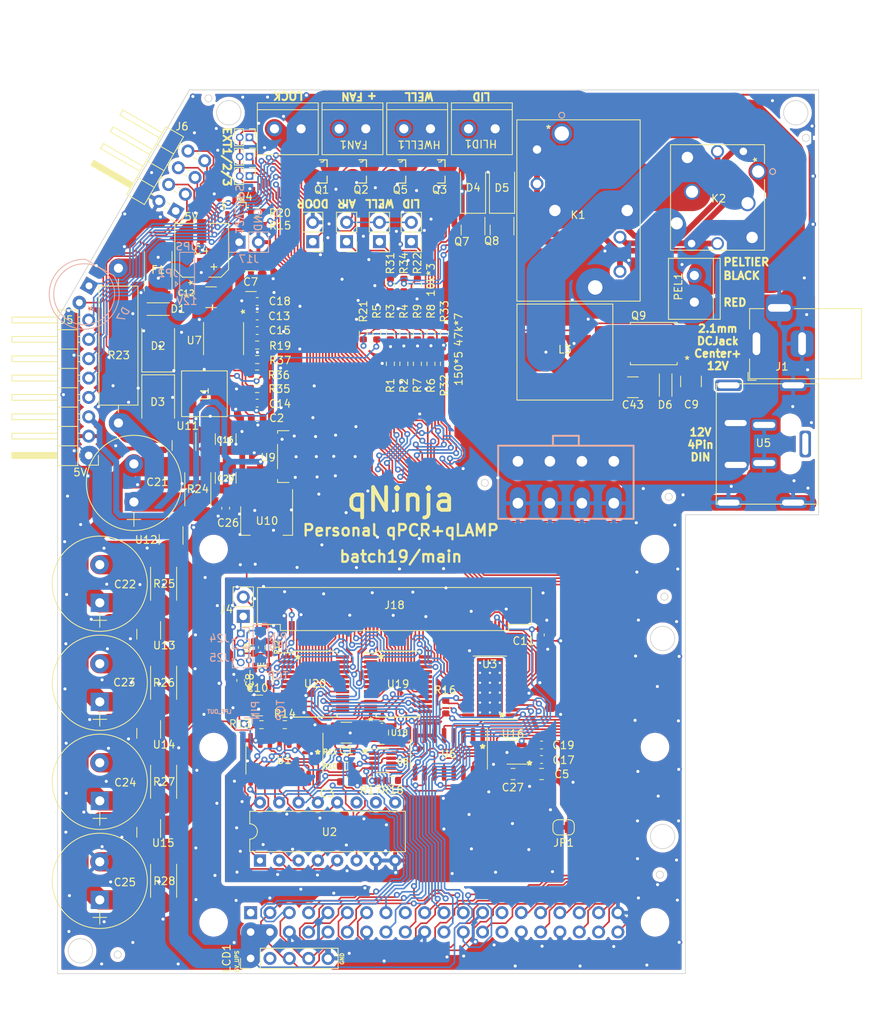
<source format=kicad_pcb>
(kicad_pcb (version 20211014) (generator pcbnew)
  (layers (0 "F.Cu" signal) (31 "B.Cu" signal) (34 "B.Paste" user) (35 "F.Paste" user) (36 "B.SilkS" user "B.Silkscreen") (37 "F.SilkS" user "F.Silkscreen") (38 "B.Mask" user) (39 "F.Mask" user) (44 "Edge.Cuts" user))
  (net 0 "")
  (net 1 "GNDA")
  (net 2 "3V3D")
  (net 3 "3V3A")
  (net 4 "PD_MUX_OUT")
  (net 5 "VOPT")
  (net 6 "DIVIDED")
  (net 7 "5V_UPS")
  (net 8 "12V_UPS")
  (net 9 "Net-(C22-Pad2)")
  (net 10 "12V")
  (net 11 "Net-(D2-Pad1)")
  (net 12 "Net-(FAN1-Pad2)")
  (net 13 "Net-(HLID1-Pad2)")
  (net 14 "Net-(HWELL1-Pad2)")
  (net 15 "PD_TH2")
  (net 16 "THERM_R_SWITCH")
  (net 17 "MUX_SELECT")
  (net 18 "Net-(R16-Pad2)")
  (net 19 "/FAN")
  (net 20 "MUX_S3")
  (net 22 "DLOCK")
  (net 23 "DOPEN")
  (net 24 "/WELL_HEATER")
  (net 25 "PD_TH1")
  (net 26 "MUX_S2")
  (net 27 "/LID_HEATER")
  (net 28 "MUX_S1")
  (net 29 "VIN_SENSE")
  (net 30 "/Power/5V_SW")
  (net 31 "I2C_SCL")
  (net 32 "MUX_S0")
  (net 33 "I2C_SDA")
  (net 34 "Net-(C2-Pad2)")
  (net 35 "THERM_MUX_OUT")
  (net 36 "N_LED_OUT8")
  (net 37 "N_LED_OUT7")
  (net 38 "N_LED_OUT6")
  (net 39 "N_LED_OUT5")
  (net 40 "N_LED_OUT4")
  (net 41 "N_LED_OUT3")
  (net 42 "N_LED_OUT2")
  (net 43 "N_LED_OUT1")
  (net 44 "S_LED_OUT1")
  (net 45 "S_LED_OUT2")
  (net 46 "S_LED_OUT3")
  (net 47 "S_LED_OUT4")
  (net 48 "S_LED_OUT5")
  (net 49 "S_LED_OUT6")
  (net 50 "S_LED_OUT7")
  (net 51 "S_LED_OUT8")
  (net 52 "Net-(Q1-Pad1)")
  (net 53 "Net-(Q2-Pad1)")
  (net 54 "Net-(Q3-Pad1)")
  (net 55 "Net-(Q5-Pad1)")
  (net 56 "/Photo/VBG")
  (net 57 "THERM_AIR")
  (net 58 "THERM_EXT1")
  (net 59 "THERM_EXT2")
  (net 60 "THERM_EXT3")
  (net 61 "THERM_LID")
  (net 62 "THERM_WELL")
  (net 63 "Net-(C13-Pad2)")
  (net 64 "Net-(C15-Pad1)")
  (net 65 "Net-(C21-Pad1)")
  (net 66 "Net-(C21-Pad2)")
  (net 67 "Net-(C23-Pad2)")
  (net 68 "Net-(C24-Pad2)")
  (net 71 "NAU_DRDY")
  (net 72 "LED_SPI_MOSI")
  (net 73 "/PhotoMUX/S_PD_OUT16")
  (net 74 "/PhotoMUX/S_PD_OUT15")
  (net 75 "/PhotoMUX/S_PD_OUT14")
  (net 76 "/PhotoMUX/S_PD_OUT13")
  (net 77 "/PhotoMUX/S_PD_OUT12")
  (net 78 "/PhotoMUX/S_PD_OUT11")
  (net 79 "/PhotoMUX/S_PD_OUT10")
  (net 80 "/PhotoMUX/S_PD_OUT9")
  (net 81 "/PhotoMUX/S_PD_OUT8")
  (net 82 "/PhotoMUX/S_PD_OUT7")
  (net 83 "/PhotoMUX/S_PD_OUT6")
  (net 84 "/PhotoMUX/S_PD_OUT5")
  (net 85 "/PhotoMUX/S_PD_OUT4")
  (net 86 "/PhotoMUX/S_PD_OUT3")
  (net 87 "/PhotoMUX/S_PD_OUT2")
  (net 88 "/PhotoMUX/S_PD_OUT1")
  (net 89 "/PhotoMUX/N_PD_OUT1")
  (net 90 "/PhotoMUX/N_PD_OUT2")
  (net 91 "/PhotoMUX/N_PD_OUT3")
  (net 92 "/PhotoMUX/N_PD_OUT4")
  (net 93 "/PhotoMUX/N_PD_OUT5")
  (net 94 "/PhotoMUX/N_PD_OUT6")
  (net 95 "/PhotoMUX/N_PD_OUT7")
  (net 96 "/PhotoMUX/N_PD_OUT8")
  (net 97 "/PhotoMUX/N_PD_OUT9")
  (net 98 "/PhotoMUX/N_PD_OUT10")
  (net 99 "/PhotoMUX/N_PD_OUT11")
  (net 100 "/PhotoMUX/N_PD_OUT12")
  (net 101 "/PhotoMUX/N_PD_OUT13")
  (net 102 "/PhotoMUX/N_PD_OUT14")
  (net 103 "/PhotoMUX/N_PD_OUT15")
  (net 104 "/PhotoMUX/N_PD_OUT16")
  (net 105 "Net-(R17-Pad2)")
  (net 106 "Net-(R18-Pad2)")
  (net 107 "LED_SPI_SCLK")
  (net 108 "LED_LAT")
  (net 109 "/PhotoMUX/MUX_SELECT_INV")
  (net 110 "REG_OUT")
  (net 111 "/SheetPeltier/PEL1")
  (net 112 "/SheetPeltier/PEL3")
  (net 113 "/SheetPeltier/PEL_RED")
  (net 114 "/SheetPeltier/PEL_BLK")
  (net 115 "PEL_SWB")
  (net 116 "PEL_SWA")
  (net 117 "Net-(Q7-Pad1)")
  (net 118 "Net-(Q8-Pad1)")
  (net 119 "PEL_PWM")
  (net 120 "Net-(Q9-Pad4)")
  (net 121 "Net-(LOCK1-Pad2)")
  (net 122 "GNDD")
  (net 124 "LED_BLANK")
  (net 125 "Net-(R19-Pad1)")
  (net 135 "Net-(C14-Pad2)")
  (net 138 "Net-(J24-Pad2)")
  (net 139 "Net-(C6-Pad1)")
  (net 140 "/Photo/AMP_OUT")
  (net 143 "LED")
  (net 144 "TACT1")
  (net 145 "TACT2")
  (net 146 "TACT3")
  (net 148 "Net-(R36-Pad2)")
  (net 149 "Net-(R35-Pad1)")
  (net 150 "/SheetPeltier/REG_D")
  (net 151 "Net-(Q4-Pad1)")
  (net 152 "LED_C")
  (footprint "Connector_PinHeader_2.54mm:PinHeader_1x05_P2.54mm_Vertical" (layer "F.Cu") (at 105.37 148 90)
    (fp_text reference "LCD1")
    (fp_text value "RPI_LCD_TOUCH_7INCH")
  )
  (footprint "Ninja-qPCR:TB_SeeedOPL_320110028" (layer "F.Cu") (at 129 39.1 180)
    (fp_text reference "HWELL1")
    (fp_text value "Screw_Terminal_01x02")
  )
  (footprint "Connector_PinHeader_2.54mm:PinHeader_1x02_P2.54mm_Vertical" (layer "F.Cu") (at 104.399994 103.105001 180)
    (fp_text reference "J4")
    (fp_text value "Conn_01x02_Male")
  )
  (footprint "Connector_PinHeader_2.54mm:PinHeader_1x08_P2.54mm_Horizontal" (layer "F.Cu") (at 84.095 81.985 180)
    (fp_text reference "J5")
    (fp_text value "Conn_01x08_Male")
  )
  (footprint "Jumper:SolderJumper-2_P1.3mm_Bridged_RoundedPad1.0x1.5mm" (layer "F.Cu") (at 146.49 130.8 180)
    (fp_text reference "JP1")
    (fp_text value "SolderJumper_2_Bridged")
  )
  (footprint "Package_TO_SOT_SMD:SOT-23" (layer "F.Cu") (at 96.61 80.67 -90)
    (fp_text reference "U11")
    (fp_text value "TL431DBZ")
  )
  (footprint "Package_TO_SOT_SMD:SOT-23" (layer "F.Cu") (at 94.92 93 -90)
    (fp_text reference "U12")
    (fp_text value "TL431DBZ")
  )
  (footprint "Package_TO_SOT_SMD:SOT-23" (layer "F.Cu") (at 91.976 105.45 -90)
    (fp_text reference "U13")
    (fp_text value "TL431DBZ")
  )
  (footprint "Package_TO_SOT_SMD:SOT-23" (layer "F.Cu") (at 91.976 118.45 -90)
    (fp_text reference "U14")
    (fp_text value "TL431DBZ")
  )
  (footprint "Package_TO_SOT_SMD:SOT-23" (layer "F.Cu") (at 91.976 131.45 -90)
    (fp_text reference "U15")
    (fp_text value "TL431DBZ")
  )
  (footprint "Ninja-qPCR:CP_Radial_D12.5mm_P5.00mm" (layer "F.Cu") (at 85.546006 101.31999 90)
    (fp_text reference "C22")
    (fp_text value "10F2.7V" hide)
  )
  (footprint "Ninja-qPCR:CP_Radial_D12.5mm_P5.00mm" (layer "F.Cu") (at 85.546006 114.31999 90)
    (fp_text reference "C23")
    (fp_text value "10F2.7V" hide)
  )
  (footprint "Ninja-qPCR:CP_Radial_D12.5mm_P5.00mm" (layer "F.Cu") (at 85.546006 127.319989 90)
    (fp_text reference "C24")
    (fp_text value "10F2.7V" hide)
  )
  (footprint "Ninja-qPCR:CP_Radial_D12.5mm_P5.00mm" (layer "F.Cu") (at 85.546006 140.319989 90)
    (fp_text reference "C25")
    (fp_text value "10F2.7V" hide)
  )
  (footprint "Capacitor_SMD:C_0805_2012Metric" (layer "F.Cu") (at 139.852505 123.7975)
    (fp_text reference "C27")
    (fp_text value "4.7uF")
  )
  (footprint "Diodes_SMD:D_SMB" (layer "F.Cu") (at 93.220007 67.469995 90)
    (fp_text reference "D2")
    (fp_text value "D")
  )
  (footprint "Diodes_SMD:D_SMB" (layer "F.Cu") (at 93.220007 74.94999 -90)
    (fp_text reference "D3")
    (fp_text value "D")
  )
  (footprint "Resistor_SMD:R_2512_6332Metric" (layer "F.Cu") (at 98.43 86.42 -90)
    (fp_text reference "R24")
    (fp_text value "1k2W")
  )
  (footprint "Resistor_SMD:R_2512_6332Metric" (layer "F.Cu") (at 93.936 98.82 -90)
    (fp_text reference "R25")
    (fp_text value "1k2W")
  )
  (footprint "Resistor_SMD:R_2512_6332Metric" (layer "F.Cu") (at 93.936 111.82 -90)
    (fp_text reference "R26")
    (fp_text value "1k2W")
  )
  (footprint "Resistor_SMD:R_2512_6332Metric" (layer "F.Cu") (at 93.936 124.82 -90)
    (fp_text reference "R27")
    (fp_text value "1k2W")
  )
  (footprint "Resistor_SMD:R_2512_6332Metric" (layer "F.Cu") (at 93.936 137.82 -90)
    (fp_text reference "R28")
    (fp_text value "1k2W")
  )
  (footprint "Resistors_SMD:R_2512" (layer "F.Cu") (at 93.220007 57.800011 90)
    (fp_text reference "F1")
    (fp_text value "Fuse")
  )
  (footprint "Ninja-qPCR:VLS6045EX-3R3N" (layer "F.Cu") (at 99.295 73.88 180)
    (fp_text reference "L1")
    (fp_text value "10uH" hide)
  )
  (footprint "Capacitor_SMD:C_0603_1608Metric" (layer "F.Cu") (at 106.229988 63.6778 180)
    (fp_text reference "C13")
    (fp_text value "0.1uF")
  )
  (footprint "Capacitor_SMD:C_0603_1608Metric" (layer "F.Cu") (at 106.229988 75.1078)
    (fp_text reference "C14")
    (fp_text value "0.01uF")
  )
  (footprint "Ninja-qPCR:CP_Radial_D12.5mm_P5.00mm" (layer "F.Cu") (at 90.03 88.09 90)
    (fp_text reference "C21")
    (fp_text value "10F2.7V" hide)
  )
  (footprint "Ninja-qPCR:TB_SeeedOPL_320110028" (layer "F.Cu") (at 137.5 39.1 180)
    (fp_text reference "HLID1")
    (fp_text value "Screw_Terminal_01x02")
  )
  (footprint "Ninja-qPCR:TB_SeeedOPL_320110028" (layer "F.Cu") (at 120.5 39.1 180)
    (fp_text reference "FAN1")
    (fp_text value "Screw_Terminal_01x02")
  )
  (footprint "Diodes_SMD:D_SMA" (layer "F.Cu") (at 134.59 46.79 90)
    (fp_text reference "D4")
    (fp_text value "DIODE")
  )
  (footprint "Diodes_SMD:D_SMA" (layer "F.Cu") (at 138.4 46.79 90)
    (fp_text reference "D5")
    (fp_text value "DIODE")
  )
  (footprint "Package_TO_SOT_SMD:SOT-23" (layer "F.Cu") (at 134.59 52.39 -90)
    (fp_text reference "Q7")
    (fp_text value "Q_NPN_BCE")
  )
  (footprint "Package_TO_SOT_SMD:SOT-23" (layer "F.Cu") (at 138.4 52.39 -90)
    (fp_text reference "Q8")
    (fp_text value "Q_NPN_BCE")
  )
  (footprint "Resistor_SMD:R_0603_1608Metric" (layer "F.Cu") (at 123.725991 59.604021 -90)
    (fp_text reference "R31")
    (fp_text value "10k")
  )
  (footprint "Resistor_SMD:R_0603_1608Metric" (layer "F.Cu") (at 125.503991 59.604021 90)
    (fp_text reference "R34")
    (fp_text value "10k")
  )
  (footprint "Ninja-qPCR:SSOP-24_5.3x8.2mm_P0.65mm-0.83mil" (layer "F.Cu") (at 113.845846 112.000982)
    (fp_text reference "U20")
    (fp_text value "CD74HC4067M96")
  )
  (footprint "Package_SO:SOIC-16_3.9x9.9mm_P1.27mm" (layer "F.Cu") (at 131.42 121.22 -90)
    (fp_text reference "U6")
    (fp_text value "SN74LV4051A")
  )
  (footprint "Ninja-qPCR:SSOP-24_5.3x8.2mm_P0.65mm-0.83mil" (layer "F.Cu") (at 124.735855 112.000982)
    (fp_text reference "U19")
    (fp_text value "CD74HC4067M96")
  )
  (footprint "Capacitor_SMD:C_0603_1608Metric" (layer "F.Cu") (at 104.069998 111.509988 90)
    (fp_text reference "C8")
    (fp_text value "0.1uF")
  )
  (footprint "Capacitor_SMD:C_0603_1608Metric" (layer "F.Cu") (at 143.43 105.54 -90)
    (fp_text reference "C11")
    (fp_text value "0.1uF")
  )
  (footprint "Capacitor_SMD:C_0603_1608Metric" (layer "F.Cu") (at 105.885005 107.18 -90)
    (fp_text reference "C6")
    (fp_text value "5pF")
  )
  (footprint "Capacitor_SMD:C_0603_1608Metric" (layer "F.Cu") (at 117.939998 124.822407)
    (fp_text reference "C3")
    (fp_text value "0.1uF")
  )
  (footprint "Capacitor_SMD:C_1210_3225Metric" (layer "F.Cu") (at 117.939998 118.369994 180)
    (fp_text reference "C1")
    (fp_text value "22uF")
  )
  (footprint "Ninja-qPCR:SOT-23-8-8.3mil" (layer "F.Cu") (at 122.7 122.05)
    (fp_text reference "U8")
    (fp_text value "TS12A12511DCNR")
  )
  (footprint "Package_TO_SOT_SMD:SOT-23-5" (layer "F.Cu") (at 106.837505 110.99 90)
    (fp_text reference "U4")
    (fp_text value "LMP7717MF_NOPB")
  )
  (footprint "Package_SO:HTSSOP-24-1EP_4.4x7.8mm_P0.65mm_EP3.4x7.8mm_Mask2.4x4.68mm_ThermalVias" (layer "F.Cu") (at 136.8044 112.4712 180)
    (fp_text reference "U3")
    (fp_text value "TLC5929")
  )
  (footprint "Resistor_SMD:R_0603_1608Metric" (layer "F.Cu") (at 117.939998 122.765007 180)
    (fp_text reference "R10")
    (fp_text value "47k_HP")
  )
  (footprint "Package_SO:SOIC-16_3.9x9.9mm_P1.27mm" (layer "F.Cu") (at 109.81 121.87062 -90)
    (fp_text reference "U1")
    (fp_text value "NAU7802")
  )
  (footprint "Package_DIP:DIP-16_W7.62mm" (layer "F.Cu") (at 106.585004 135.149996 90)
    (fp_text reference "U2")
    (fp_text value "NAU7802")
  )
  (footprint "Ninja-qPCR:SN74LVC1GU04DBVR" (layer "F.Cu") (at 122.609991 118.369994)
    (fp_text reference "U18")
    (fp_text value "SN74LVC1GU04DCKR" hide)
  )
  (footprint "Resistor_SMD:R_0603_1608Metric" (layer "F.Cu") (at 117.939998 120.860007)
    (fp_text reference "R11")
    (fp_text value "47k_HP")
  )
  (footprint "Resistor_SMD:R_0603_1608Metric" (layer "F.Cu") (at 106.790007 117.320009)
    (fp_text reference "R13")
    (fp_text value "10k")
  )
  (footprint "Resistor_SMD:R_0603_1608Metric" (layer "F.Cu") (at 121.15 124.69 180)
    (fp_text reference "R17")
    (fp_text value "10k_HP")
  )
  (footprint "Resistor_SMD:R_0603_1608Metric" (layer "F.Cu") (at 123.91 124.64)
    (fp_text reference "R18")
    (fp_text value "47k_HP")
  )
  (footprint "Ninja-qPCR:FFC_60_Ali_HUISHUNFA" (layer "F.Cu") (at 139.019991 104.34 180)
    (fp_text reference "J18")
    (fp_text value "Conn_01x60_Male")
  )
  (footprint "Ninja-qPCR:AOZ6605PI-1" (layer "F.Cu") (at 101.81 66.65 -90)
    (fp_text reference "U7")
    (fp_text value "AOZ6600" hide)
  )
  (footprint "Ninja-qPCR:TB_SeeedOPL_320110028" (layer "F.Cu") (at 163.669312 61.854869 90)
    (fp_text reference "PEL1")
    (fp_text value "Screw_Terminal_01x02")
  )
  (footprint "Ninja-qPCR:EX2-2U1S" (layer "F.Cu") (at 172.059312 44.714869 -90)
    (fp_text reference "K2")
    (fp_text value "EX2-2U1S" hide)
  )
  (footprint "Ninja-qPCR:EP2-3L3SAb" (layer "F.Cu") (at 146.249312 39.724869 -90)
    (fp_text reference "K1")
    (fp_text value "EP2-3L3SAb" hide)
  )
  (footprint "Capacitor_SMD:C_0603_1608Metric" (layer "F.Cu") (at 102.089991 88.910008 -90)
    (fp_text reference "C26")
    (fp_text value "0.1uF")
  )
  (footprint "Ninja-qPCR:SOT95P240X112-3N" (layer "F.Cu") (at 125.035005 44.700012)
    (fp_text reference "Q5")
    (fp_text value "Q_NMOS_GSD")
  )
  (footprint "Ninja-qPCR:SOT95P240X112-3N" (layer "F.Cu") (at 130.199994 44.700012)
    (fp_text reference "Q3")
    (fp_text value "Q_NMOS_GSD")
  )
  (footprint "Ninja-qPCR:SOT95P240X112-3N" (layer "F.Cu") (at 119.869991 44.700012)
    (fp_text reference "Q2")
    (fp_text value "Q_NMOS_GSD")
  )
  (footprint "Ninja-qPCR:SOT95P240X112-3N" (layer "F.Cu") (at 114.705003 44.700012)
    (fp_text reference "Q1")
    (fp_text value "Q_NMOS_GSD")
  )
  (footprint "Ninja-qPCR:MSS1P3L-M3&slash_89A" (layer "F.Cu") (at 93.220007 62.770004 180)
    (fp_text reference "D1")
    (fp_text value "D_Schottky" hide)
  )
  (footprint "Connector_BarrelJack:BarrelJack_Horizontal" (layer "F.Cu") (at 171.828993 67.31 180)
    (fp_text reference "J1")
    (fp_text value "Barrel_Jack_Switch")
  )
  (footprint "Package_TO_SOT_SMD:SOT-223" (layer "F.Cu") (at 107.469991 90.550009 -90)
    (fp_text reference "U10")
    (fp_text value "LD1086DTTR")
  )
  (footprint "Capacitor_SMD:C_0603_1608Metric" (layer "F.Cu") (at 106.229988 65.5828 180)
    (fp_text reference "C15")
    (fp_text value "0.01uF")
  )
  (footprint "Resistor_SMD:R_0603_1608Metric" (layer "F.Cu") (at 106.229988 67.4878)
    (fp_text reference "R19")
    (fp_text value "150")
  )
  (footprint "Ninja-qPCR:MSS1P3L-M3&slash_89A" (layer "F.Cu") (at 159.9 72.75 90)
    (fp_text reference "D6")
    (fp_text value "D_Schottky" hide)
  )
  (footprint "Ninja-qPCR:PowerPAK_SO-8_Long" (layer "F.Cu") (at 158.339206 67.299992 180)
    (fp_text reference "Q9")
    (fp_text value "SIRA88BDP-T1-GE3" hide)
  )
  (footprint "Capacitor_SMD:C_1210_3225Metric" (layer "F.Cu") (at 163.23 72.27 90)
    (fp_text reference "C9")
    (fp_text value "22uF")
  )
  (footprint "Capacitor_SMD:C_1210_3225Metric" (layer "F.Cu") (at 155.59 73.03 180)
    (fp_text reference "C43")
    (fp_text value "22uF")
  )
  (footprint "Ninja-qPCR:SRP1265C" (layer "F.Cu") (at 146.660006 68.409998 180)
    (fp_text reference "L3")
    (fp_text value "SRP1265C-220M")
  )
  (footprint "Ninja-qPCR:TB_SeeedOPL_320110028" (layer "F.Cu") (at 112 39.1 180)
    (fp_text reference "LOCK1" hide)
    (fp_text value "Conn_01x02_Male")
  )
  (footprint "Connector_PinHeader_2.54mm:PinHeader_1x02_P2.54mm_Vertical" (layer "F.Cu") (at 122.292008 53.920949 180)
    (fp_text reference "TWELL1" hide)
    (fp_text value "Conn_01x02_Male")
  )
  (footprint "Connector_PinHeader_2.54mm:PinHeader_1x02_P2.54mm_Vertical" (layer "F.Cu") (at 126.483008 53.920949 180)
    (fp_text reference "TLID1" hide)
    (fp_text value "Conn_01x02_Male")
  )
  (footprint "Connector_PinHeader_1.27mm:PinHeader_1x02_P1.27mm_Vertical" (layer "F.Cu") (at 105.21 45.3 -90)
    (fp_text reference "TEXT3" hide)
    (fp_text value "Conn_01x02_Male")
  )
  (footprint "Connector_PinHeader_1.27mm:PinHeader_1x02_P1.27mm_Vertical" (layer "F.Cu") (at 105.21 42.76 -90)
    (fp_text reference "TEXT2" hide)
    (fp_text value "Conn_01x02_Male")
  )
  (footprint "Connector_PinHeader_1.27mm:PinHeader_1x02_P1.27mm_Vertical" (layer "F.Cu") (at 105.21 40.22 -90)
    (fp_text reference "TEXT1" hide)
    (fp_text value "Conn_01x02_Male")
  )
  (footprint "Connector_PinHeader_2.54mm:PinHeader_1x02_P2.54mm_Vertical" (layer "F.Cu") (at 117.974999 53.920949 180)
    (fp_text reference "TAIR1" hide)
    (fp_text value "Conn_01x02_Male")
  )
  (footprint "Connector_PinHeader_2.54mm:PinHeader_1x02_P2.54mm_Vertical" (layer "F.Cu") (at 113.53 53.920945 180)
    (fp_text reference "SW1" hide)
    (fp_text value "SW_Reed")
  )
  (footprint "Resistor_SMD:R_0603_1608Metric" (layer "F.Cu") (at 130.838 65.92 -90)
    (fp_text reference "R33")
    (fp_text value "47k")
  )
  (footprint "Resistor_SMD:R_0603_1608Metric" (layer "F.Cu") (at 120.169991 65.92001 90)
    (fp_text reference "R21")
    (fp_text value "47k")
  )
  (footprint "Resistor_SMD:R_0603_1608Metric" (layer "F.Cu") (at 127.281991 65.92001 90)
    (fp_text reference "R9")
    (fp_text value "47k")
  )
  (footprint "Resistor_SMD:R_0603_1608Metric" (layer "F.Cu") (at 129.06 65.92 90)
    (fp_text reference "R8")
    (fp_text value "47k")
  )
  (footprint "Resistor_SMD:R_0603_1608Metric" (layer "F.Cu") (at 121.947991 65.92001 90)
    (fp_text reference "R5")
    (fp_text value "47k")
  )
  (footprint "Resistor_SMD:R_0603_1608Metric" (layer "F.Cu") (at 123.725991 65.92001 90)
    (fp_text reference "R3")
    (fp_text value "47k")
  )
  (footprint "Resistor_SMD:R_0603_1608Metric" (layer "F.Cu") (at 125.504 65.92 90)
    (fp_text reference "R4")
    (fp_text value "47k")
  )
  (footprint "Resistor_SMD:R_0603_1608Metric" (layer "F.Cu") (at 130.838 69.95 -90)
    (fp_text reference "R32")
    (fp_text value "150")
  )
  (footprint "Resistor_SMD:R_0603_1608Metric" (layer "F.Cu") (at 127.281991 59.604021 90)
    (fp_text reference "R22")
    (fp_text value "10k")
  )
  (footprint "Resistor_SMD:R_0603_1608Metric" (layer "F.Cu") (at 127.282 69.95 -90)
    (fp_text reference "R7")
    (fp_text value "150")
  )
  (footprint "Resistor_SMD:R_0603_1608Metric" (layer "F.Cu") (at 129.06 69.95 -90)
    (fp_text reference "R6")
    (fp_text value "150")
  )
  (footprint "Resistor_SMD:R_0603_1608Metric" (layer "F.Cu") (at 125.504 69.95 -90)
    (fp_text reference "R2")
    (fp_text value "150")
  )
  (footprint "Resistor_SMD:R_0603_1608Metric" (layer "F.Cu") (at 123.725991 69.95 -90)
    (fp_text reference "R1")
    (fp_text value "150")
  )
  (footprint "Resistor_SMD:R_0603_1608Metric" (layer "F.Cu") (at 131.01 115.02 90)
    (fp_text reference "R16")
    (fp_text value "3.3k")
  )
  (footprint "Resistors_ThroughHole:R_Axial_DIN0516_L15.5mm_D5.0mm_P20.32mm_Horizontal" (layer "F.Cu") (at 88 77.725 90)
    (fp_text reference "R23")
    (fp_text value "8.2Ω 3W")
  )
  (footprint "Ninja-qPCR:Raspberry_Pi_3A+_3B+_4B_Zero_FaceDown_HDMI-R-NOSILK" (layer "F.Cu") (at 105.369995 141.999995 90)
    (fp_text reference "J2" hide)
    (fp_text value "Raspberry_Pi_3A_Plus_wpi")
  )
  (footprint "Connector_PinHeader_2.54mm:PinHeader_2x04_P2.54mm_Horizontal" (layer "F.Cu") (at 95.524183 49.888397 150)
    (fp_text reference "J6")
    (fp_text value "Conn_01x08_Male")
  )
  (footprint "Resistor_SMD:R_0603_1608Metric" (layer "F.Cu") (at 106.229988 73.2028)
    (fp_text reference "R35")
    (fp_text value "10k")
  )
  (footprint "Resistor_SMD:R_0603_1608Metric" (layer "F.Cu") (at 106.229988 51.816)
    (fp_text reference "R15")
    (fp_text value "150")
  )
  (footprint "Resistor_SMD:R_0603_1608Metric" (layer "F.Cu") (at 106.229988 50.038)
    (fp_text reference "R20")
    (fp_text value "47k")
  )
  (footprint "Ninja-qPCR:SOT95P240X112-3N" (layer "F.Cu") (at 103.25 49.48 90)
    (fp_text reference "Q4")
    (fp_text value "Q_NMOS_GSD")
  )
  (footprint "Capacitor_SMD:C_1210_3225Metric" (layer "F.Cu") (at 102.089991 79.839998 90)
    (fp_text reference "C16")
    (fp_text value "22uF")
  )
  (footprint "Capacitor_SMD:C_1210_3225Metric" (layer "F.Cu") (at 102.089991 84.919998 90)
    (fp_text reference "C20")
    (fp_text value "22uF")
  )
  (footprint "Ninja-qPCR:DN4_PWR" (layer "F.Cu") (at 179.950008 80.475988 90)
    (fp_text reference "U5")
    (fp_text value "DIN4_PWR")
  )
  (footprint "Capacitor_SMD:C_1210_3225Metric" (layer "F.Cu") (at 105.41 59.1058 180)
    (fp_text reference "C7")
    (fp_text value "22uF")
  )
  (footprint "Capacitor_SMD:C_0603_1608Metric" (layer "F.Cu") (at 106.229988 61.7728 180)
    (fp_text reference "C18")
    (fp_text value "0.1uF")
  )
  (footprint "Ninja-qPCR:35TZV100M6.3X8" (layer "F.Cu") (at 98.94001 55.050004 90)
    (fp_text reference "C4")
    (fp_text value "100uF" hide)
  )
  (footprint "Package_TO_SOT_SMD:SOT-23-5" (layer "F.Cu") (at 139.852505 120.94 180)
    (fp_text reference "U16")
    (fp_text value "MCP1755T-3302E_OT")
  )
  (footprint "Capacitor_SMD:C_0603_1608Metric" (layer "F.Cu") (at 143.592502 119.9875 180)
    (fp_text reference "C19")
    (fp_text value "0.01uF")
  )
  (footprint "Resistor_SMD:R_0603_1608Metric" (layer "F.Cu") (at 107.790005 107.18 90)
    (fp_text reference "R12")
    (fp_text value "10M")
  )
  (footprint "Resistor_SMD:R_0603_1608Metric" (layer "F.Cu") (at 106.229988 71.2978 180)
    (fp_text reference "R36")
    (fp_text value "75k")
  )
  (footprint "Resistor_SMD:R_0603_1608Metric" (layer "F.Cu") (at 109.860004 117.320009)
    (fp_text reference "R14")
    (fp_text value "100k")
  )
  (footprint "Capacitor_SMD:C_0805_2012Metric" (layer "F.Cu") (at 143.592502 123.7975 180)
    (fp_text reference "C5")
    (fp_text value "4.7uF")
  )
  (footprint "Capacitor_SMD:C_1210_3225Metric" (layer "F.Cu") (at 106.24 114.8)
    (fp_text reference "C10")
    (fp_text value "22uF")
  )
  (footprint "Ninja-qPCR:REG_TO252-3" (layer "F.Cu") (at 111.18 82.13)
    (fp_text reference "U9")
    (fp_text value "REG_TO252-3")
  )
  (footprint "Capacitor_SMD:C_0603_1608Metric" (layer "F.Cu") (at 106.229988 77.0128 180)
    (fp_text reference "C2")
    (fp_text value "0.1uF")
  )
  (footprint "Resistor_SMD:R_0603_1608Metric" (layer "F.Cu") (at 106.229988 69.3928)
    (fp_text reference "R37")
    (fp_text value "10k")
  )
  (footprint "Capacitor_SMD:C_0603_1608Metric" (layer "F.Cu") (at 143.592502 121.8925 180)
    (fp_text reference "C17")
    (fp_text value "0.1uF")
  )
  (footprint "Capacitor_SMD:C_1210_3225Metric" (layer "F.Cu") (at 100.165 61.21)
    (fp_text reference "C12")
    (fp_text value "22uF")
  )
  (footprint "Connector_PinSocket_2.54mm:PinSocket_1x02_P2.54mm_Vertical" (layer "B.Cu") (at 103.85 53.985 -90)
    (fp_text reference "J17")
    (fp_text value "Conn_01x02_Male")
  )
  (footprint "Jumper:SolderJumper-3_P2.0mm_Open_TrianglePad1.0x1.5mm" (layer "B.Cu") (at 96.99 58.06 90)
    (fp_text reference "JP2")
    (fp_text value "Jumper_3_Open")
  )
  (footprint "LED_THT:LED_D8.0mm" (layer "B.Cu") (at 84.13 59.719988 -120)
    (fp_text reference "D7")
    (fp_text value "LED")
  )
  (footprint "Connector_PinHeader_1.27mm:PinHeader_1x01_P1.27mm_Vertical" (layer "B.Cu") (at 104.51 117.2 180)
    (fp_text reference "J23" hide)
    (fp_text value "Conn_01x01_Male")
  )
  (footprint "Jumper:SolderJumper-3_P2.0mm_Open_TrianglePad1.0x1.5mm" (layer "B.Cu") (at 106.65 106.98 90)
    (fp_text reference "JP6")
    (fp_text value "Jumper_3_Open")
  )
  (footprint "Ninja-qPCR:ATX8" (layer "B.Cu") (at 146.790004 85.500007 180)
    (fp_text reference "J3" hide)
    (fp_text value "Conn_01x08_Male" hide)
  )
  (footprint "Connector_PinHeader_1.27mm:PinHeader_1x02_P1.27mm_Vertical" (layer "B.Cu") (at 104.069998 107.890005 180)
    (fp_text reference "J25")
    (fp_text value "Conn_01x02_Male")
  )
  (footprint "Connector_PinHeader_1.27mm:PinHeader_1x02_P1.27mm_Vertical" (layer "B.Cu") (at 104.069998 105.350005 180)
    (fp_text reference "J24")
    (fp_text value "Conn_01x02_Male")
  )
  (gr_circle (center 83 147) (end 84.6 147) (layer "Edge.Cuts") (width 0.1) (fill none))
  (gr_circle (center 177 37) (end 178.6 37) (layer "Edge.Cuts") (width 0.1) (fill none))
  (gr_line (start 80 150) (end 162.5 150) (layer "Edge.Cuts") (width 0.1))
  (gr_circle (center 99.825 35.11) (end 100.3 35.11) (layer "Edge.Cuts") (width 0.1) (fill none))
  (gr_circle (center 87.9 147.5) (end 88.375 147.5) (layer "Edge.Cuts") (width 0.1) (fill none))
  (gr_line (start 162.5 150) (end 162.5 89.77) (layer "Edge.Cuts") (width 0.1))
  (gr_circle (center 136.136 85.59) (end 136.611 85.59) (layer "Edge.Cuts") (width 0.1) (fill none))
  (gr_line (start 162.5 89.77) (end 180 89.77) (layer "Edge.Cuts") (width 0.1))
  (gr_line (start 180 89.77) (end 180 34) (layer "Edge.Cuts") (width 0.1))
  (gr_circle (center 159.5 106) (end 161.1 106) (layer "Edge.Cuts") (width 0.1) (fill none))
  (gr_circle (center 178.325 40.3) (end 178.8 40.3) (layer "Edge.Cuts") (width 0.1) (fill none))
  (gr_circle (center 159.5 132) (end 161.1 132) (layer "Edge.Cuts") (width 0.1) (fill none))
  (gr_circle (center 160.305 87.41) (end 160.78 87.41) (layer "Edge.Cuts") (width 0.1) (fill none))
  (gr_circle (center 159.74 100.51) (end 160.215 100.51) (layer "Edge.Cuts") (width 0.1) (fill none))
  (gr_circle (center 159.14 137.01) (end 159.615 137.01) (layer "Edge.Cuts") (width 0.1) (fill none))
  (gr_circle (center 102.5 37) (end 104.1 37) (layer "Edge.Cuts") (width 0.1) (fill none))
  (gr_line (start 80 64) (end 80 150) (layer "Edge.Cuts") (width 0.1))
  (gr_line (start 97.320508 34) (end 80 64) (layer "Edge.Cuts") (width 0.1))
  (gr_line (start 97.320508 34) (end 180 34) (layer "Edge.Cuts") (width 0.1))
  (gr_text "GND" (at 106.37 51.03 90) (layer "B.SilkS") (effects (font (size 1 1)) (justify mirror)))
  (gr_text "UPS" (at 97.01 54.56) (layer "B.SilkS") (effects (font (size 1 1)) (justify mirror)))
  (gr_text "12V_UPS" (at 103.89 49.67 270) (layer "B.SilkS") (effects (font (size 1 1)) (justify mirror)))
  (gr_text "PIN" (at 108.93999 105.820007) (layer "B.SilkS") (effects (font (size 1 1)) (justify mirror)))
  (gr_text "PIN" (at 106.009008 115.440003 90) (layer "B.SilkS") (effects (font (size 1 1)) (justify mirror)))
  (gr_text "TOP" (at 109.311008 115.440003 90) (layer "B.SilkS") (effects (font (size 1 1)) (justify mirror)))
  (gr_text "TOP" (at 108.93999 110.900007) (layer "B.SilkS") (effects (font (size 1 1)) (justify mirror)))
  (gr_text "+" (at 84.29 62.6 60) (layer "B.SilkS") (effects (font (size 1 1)) (justify mirror)))
  (gr_text "12V" (at 96.99 61.71) (layer "B.SilkS") (effects (font (size 1 1)) (justify mirror)))
  (gr_text "LPF_OUT" (at 101.259996 115.610005) (layer "B.SilkS") (effects (font (size 0.508 0.508) (thickness 0.127)) (justify mirror)))
  (gr_text "batch19/main" (at 125.100004 95.25) (layer "F.SilkS") (effects (font (size 1.5 1.5) (thickness 0.3))))
  (gr_text "5V_UPS" (at 103.57 148.4 90) (layer "F.SilkS") (effects (font (size 0.508 0.508) (thickness 0.127))))
  (gr_text "LID" (at 135.7 34.87 180) (layer "F.SilkS") (effects (font (size 1.016 1.016) (thickness 0.254))))
  (gr_text "WELL" (at 127.5 34.87 180) (layer "F.SilkS") (effects (font (size 1.016 1.016) (thickness 0.254))))
  (gr_text "FAN" (at 118.7 34.87 180) (layer "F.SilkS") (effects (font (size 1.016 1.016) (thickness 0.254))))
  (gr_text "LOCK" (at 110.3 34.77 180) (layer "F.SilkS") (effects (font (size 1.016 1.016) (thickness 0.254))))
  (gr_text "EXT1/2/3" (at 102.26 42.78 270) (layer "F.SilkS") (effects (font (size 1.016 1.016) (thickness 0.254))))
  (gr_text "DOOR" (at 113.53 48.9 180) (layer "F.SilkS") (effects (font (size 1.016 1.016) (thickness 0.254))))
  (gr_text "AIR" (at 117.975 48.9 180) (layer "F.SilkS") (effects (font (size 1.016 1.016) (thickness 0.254))))
  (gr_text "WELL" (at 122.319949 48.9 180) (layer "F.SilkS") (effects (font (size 1.016 1.016) (thickness 0.254))))
  (gr_text "LID" (at 126.483008 48.900004 180) (layer "F.SilkS") (effects (font (size 1.016 1.016) (thickness 0.254))))
  (gr_text "GND" (at 117.38 148.05 90) (layer "F.SilkS") (effects (font (size 0.508 0.508) (thickness 0.127))))
  (gr_text "*" (at 122.5 108.7) (layer "F.SilkS") (effects (font (size 1.016 1.016) (thickness 0.254))))
  (gr_text "*" (at 135.85 120.51) (layer "F.SilkS") (effects (font (size 1.016 1.016) (thickness 0.254))))
  (gr_text "5V" (at 82.97 84.2) (layer "F.SilkS") (effects (font (size 1 1))))
  (gr_text "Personal qPCR+qLAMP" (at 125.1 91.81) (layer "F.SilkS") (effects (font (size 1.5 1.5) (thickness 0.3))))
  (gr_text "qNinja" (at 125.1 87.76) (layer "F.SilkS") (effects (font (size 3 3) (thickness 0.5))))
  (gr_text "2.1mm\nDCJack\nCenter+\n12V" (at 166.75 67.78) (layer "F.SilkS") (effects (font (size 1.016 1.016) (thickness 0.254))))
  (gr_text "*" (at 142.01 122.69) (layer "F.SilkS") (effects (font (size 1.016 1.016) (thickness 0.254))))
  (gr_text "+" (at 121.300011 34.870009 180) (layer "F.SilkS") (effects (font (size 1.016 1.016) (thickness 0.254))))
  (gr_text "47k*7" (at 132.7 65.47 90) (layer "F.SilkS") (effects (font (size 1 1))))
  (gr_text "*" (at 111.56 108.79) (layer "F.SilkS") (effects (font (size 1.016 1.016) (thickness 0.254))))
  (gr_text "150*5" (at 132.7 70.57 90) (layer "F.SilkS") (effects (font (size 1 1))))
  (gr_text "RED" (at 169 61.9) (layer "F.SilkS") (effects (font (size 1.016 1.016) (thickness 0.254))))
  (gr_text "12V\n4Pin\nDIN" (at 164.480011 80.569994) (layer "F.SilkS") (effects (font (size 1.016 1.016) (thickness 0.254))))
  (gr_text "5V" (at 97.58 50.65) (layer "F.SilkS") (effects (font (size 1 1))))
  (gr_text "10k*3" (at 129.040001 58.94 90) (layer "F.SilkS") (effects (font (size 1 1))))
  (gr_text "*" (at 138.38 116.39) (layer "F.SilkS") (effects (font (size 1.016 1.016) (thickness 0.254))))
  (gr_text "*" (at 105.277505 112.79) (layer "F.SilkS") (effects (font (size 1.016 1.016) (thickness 0.254))))
  (gr_text "PELTIER" (at 170.5 56.6) (layer "F.SilkS") (effects (font (size 1.016 1.016) (thickness 0.254))))
  (gr_text "*" (at 120.41 121.18) (layer "F.SilkS") (effects (font (size 1.016 1.016) (thickness 0.254))))
  (gr_text "BLACK" (at 169.89 58.38) (layer "F.SilkS") (effects (font (size 1.016 1.016) (thickness 0.254))))
  (gr_text "*" (at 114.19 121.25062) (layer "F.SilkS") (effects (font (size 1.016 1.016) (thickness 0.254))))
  (segment (start 103.94 42.76) (end 103.94 40.22) (width 0.21082) (layer "F.Cu") (net 1))
  (segment (start 106.837505 111.165257) (end 106.860893 111.141869) (width 0.21082) (layer "F.Cu") (net 1))
  (segment (start 120.134018 115.575982) (end 119.99354 115.71646) (width 0.21082) (layer "F.Cu") (net 1))
  (segment (start 110.02 103.27) (end 109.77 103.02) (width 0.21082) (layer "F.Cu") (net 1))
  (segment (start 110.123484 43.484151) (end 110.123484 42.955296) (width 0.21082) (layer "F.Cu") (net 1))
  (segment (start 104.765 113.955) (end 104.765 114.8) (width 0.21082) (layer "F.Cu") (net 1))
  (segment (start 117.97 121.82) (end 117.97 121.655005) (width 0.21082) (layer "F.Cu") (net 1))
  (segment (start 143.79 99.61) (end 143.522477 99.342477) (width 0.21082) (layer "F.Cu") (net 1))
  (segment (start 119.414998 120.210007) (end 118.764998 120.860007) (width 0.21082) (layer "F.Cu") (net 1))
  (segment (start 109.52 103.27) (end 109.77 103.02) (width 0.21082) (layer "F.Cu") (net 1))
  (segment (start 104.22 45.529581) (end 104.22 45.435) (width 0.21082) (layer "F.Cu") (net 1))
  (segment (start 104.069998 110.734988) (end 103.174988 110.734988) (width 0.21082) (layer "F.Cu") (net 1))
  (segment (start 107.485734 48.750565) (end 107.485734 47.962198) (width 0.21082) (layer "F.Cu") (net 1))
  (segment (start 106.837505 112.1275) (end 106.837505 111.165257) (width 0.21082) (layer "F.Cu") (net 1))
  (segment (start 120.078144 84.526363) (end 120.078142 77.827145) (width 0.21082) (layer "F.Cu") (net 1))
  (segment (start 118.490006 118.369994) (end 118.45 118.41) (width 0.21082) (layer "F.Cu") (net 1))
  (segment (start 117.97 121.655005) (end 118.764998 120.860007) (width 0.21082) (layer "F.Cu") (net 1))
  (segment (start 124.756057 112.596057) (end 124.756057 113.893943) (width 0.21082) (layer "F.Cu") (net 1))
  (segment (start 103.94 45.57) (end 103.94 45.3) (width 0.21082) (layer "F.Cu") (net 1))
  (segment (start 104.398121 39.411879) (end 103.94 39.87) (width 0.21082) (layer "F.Cu") (net 1))
  (segment (start 112.770224 70.519227) (end 112.770219 60.673717) (width 0.21082) (layer "F.Cu") (net 1))
  (segment (start 119.993539 116.371295) (end 119.71 116.654834) (width 0.21082) (layer "F.Cu") (net 1))
  (segment (start 135.363811 99.342477) (end 124.411785 88.390451) (width 0.21082) (layer "F.Cu") (net 1))
  (segment (start 110.02 104.34) (end 110.02 103.27) (width 0.21082) (layer "F.Cu") (net 1))
  (segment (start 118.917829 124.822407) (end 119.395652 125.30023) (width 0.21082) (layer "F.Cu") (net 1))
  (segment (start 124.411785 88.390451) (end 123.540127 88.39045) (width 0.21082) (layer "F.Cu") (net 1))
  (segment (start 117.974999 51.380949) (end 118.71 50.645948) (width 0.21082) (layer "F.Cu") (net 1))
  (segment (start 118.71 48.973479) (end 117.967586 48.231065) (width 0.21082) (layer "F.Cu") (net 1))
  (segment (start 106.580067 39.411879) (end 104.398121 39.411879) (width 0.21082) (layer "F.Cu") (net 1))
  (segment (start 117.967586 48.231065) (end 112.814571 48.231065) (width 0.21082) (layer "F.Cu") (net 1))
  (segment (start 112.770219 60.673717) (end 108.64814 56.551637) (width 0.21082) (layer "F.Cu") (net 1))
  (segment (start 106.635 119.39562) (end 105.365 119.39562) (width 0.21082) (layer "F.Cu") (net 1))
  (segment (start 104.478121 46.108121) (end 103.94 45.57) (width 0.21082) (layer "F.Cu") (net 1))
  (segment (start 118.71 50.645948) (end 118.71 48.973479) (width 0.21082) (layer "F.Cu") (net 1))
  (segment (start 106.23659 113.3927) (end 106.837505 112.791785) (width 0.21082) (layer "F.Cu") (net 1))
  (segment (start 103.94 45.3) (end 103.94 42.76) (width 0.21082) (layer "F.Cu") (net 1))
  (segment (start 119.414998 118.369994) (end 119.414998 119.194998) (width 0.21082) (layer "F.Cu") (net 1))
  (segment (start 106.591961 47.068423) (end 106.591961 46.45) (width 0.21082) (layer "F.Cu") (net 1))
  (segment (start 119.99354 115.71646) (end 119.993539 116.371295) (width 0.21082) (layer "F.Cu") (net 1))
  (segment (start 128.52 103.26) (end 128.39 103.13) (width 0.21082) (layer "F.Cu") (net 1))
  (segment (start 123.074019 115.575981) (end 121.135855 115.575981) (width 0.21082) (layer "F.Cu") (net 1))
  (segment (start 110.245846 115.945846) (end 110.7 116.4) (width 0.21082) (layer "F.Cu") (net 1))
  (segment (start 106.837505 112.791785) (end 106.837505 112.1275) (width 0.21082) (layer "F.Cu") (net 1))
  (segment (start 107.485734 47.962198) (end 106.591961 47.068423) (width 0.21082) (layer "F.Cu") (net 1))
  (segment (start 108.64814 56.551637) (end 108.64814 49.912971) (width 0.21082) (layer "F.Cu") (net 1))
  (segment (start 110.123484 42.955296) (end 106.580067 39.411879) (width 0.21082) (layer "F.Cu") (net 1))
  (segment (start 143.79 100.03) (end 143.79 99.61) (width 0.21082) (layer "F.Cu") (net 1))
  (segment (start 111.621128 44.981793) (end 110.123484 43.484151) (width 0.21082) (layer "F.Cu") (net 1))
  (segment (start 119.71 116.654834) (end 119.71 118.074992) (width 0.21082) (layer "F.Cu") (net 1))
  (segment (start 109.52 104.34) (end 109.52 103.27) (width 0.21082) (layer "F.Cu") (net 1))
  (segment (start 119.414998 118.369994) (end 119.414998 120.210007) (width 0.21082) (layer "F.Cu") (net 1))
  (segment (start 119.414998 119.194998) (end 119.539995 119.319995) (width 0.21082) (layer "F.Cu") (net 1))
  (segment (start 128.52 104.34) (end 128.52 103.26) (width 0.21082) (layer "F.Cu") (net 1))
  (segment (start 105.3273 113.3927) (end 104.765 113.955) (width 0.21082) (layer "F.Cu") (net 1))
  (segment (start 123.540127 88.39045) (end 121.093631 85.943954) (width 0.21082) (layer "F.Cu") (net 1))
  (segment (start 110.685004 117.320009) (end 110.685004 116.414996) (width 0.21082) (layer "F.Cu") (net 1))
  (segment (start 106.250082 46.108121) (end 104.478121 46.108121) (width 0.21082) (layer "F.Cu") (net 1))
  (segment (start 118.714998 124.822407) (end 118.714998 124.835002) (width 0.21082) (layer "F.Cu") (net 1))
  (segment (start 106.591961 46.45) (end 106.250082 46.108121) (width 0.21082) (layer "F.Cu") (net 1))
  (segment (start 143.522477 99.342477) (end 135.363811 99.342477) (width 0.21082) (layer "F.Cu") (net 1))
  (segment (start 110.685004 116.414996) (end 110.7 116.4) (width 0.21082) (layer "F.Cu") (net 1))
  (segment (start 108.64814 49.912971) (end 107.485734 48.750565) (width 0.21082) (layer "F.Cu") (net 1))
  (segment (start 105.819989 113.3927) (end 105.3273 113.3927) (width 0.21082) (layer "F.Cu") (net 1))
  (segment (start 121.135855 115.575982) (end 120.134018 115.575982) (width 0.21082) (layer "F.Cu") (net 1))
  (segment (start 103.174988 110.734988) (end 103.16 110.72) (width 0.21082) (layer "F.Cu") (net 1))
  (segment (start 119.71 118.074992) (end 119.414998 118.369994) (width 0.21082) (layer "F.Cu") (net 1))
  (segment (start 111.62113 47.037624) (end 111.621128 44.981793) (width 0.21082) (layer "F.Cu") (net 1))
  (segment (start 119.414998 118.369994) (end 118.490006 118.369994) (width 0.21082) (layer "F.Cu") (net 1))
  (segment (start 119.539995 119.319995) (end 121.416191 119.319995) (width 0.21082) (layer "F.Cu") (net 1))
  (segment (start 120.078142 77.827145) (end 112.770224 70.519227) (width 0.21082) (layer "F.Cu") (net 1))
  (segment (start 112.814571 48.231065) (end 111.62113 47.037624) (width 0.21082) (layer "F.Cu") (net 1))
  (segment (start 118.714998 124.822407) (end 118.917829 124.822407) (width 0.21082) (layer "F.Cu") (net 1))
  (segment (start 121.093631 85.541849) (end 120.078144 84.526363) (width 0.21082) (layer "F.Cu") (net 1))
  (segment (start 105.819989 113.3927) (end 106.23659 113.3927) (width 0.21082) (layer "F.Cu") (net 1))
  (segment (start 121.093631 85.943954) (end 121.093631 85.541849) (width 0.21082) (layer "F.Cu") (net 1))
  (segment (start 110.245846 115.575981) (end 110.245846 115.945846) (width 0.21082) (layer "F.Cu") (net 1))
  (segment (start 103.94 39.87) (end 103.94 40.22) (width 0.21082) (layer "F.Cu") (net 1))
  (segment (start 124.61 112.45) (end 124.756057 112.596057) (width 0.21082) (layer "F.Cu") (net 1))
  (segment (start 124.756057 113.893943) (end 123.074019 115.575981) (width 0.21082) (layer "F.Cu") (net 1))
  (via (at 112.37 115.73) (size 0.8) (drill 0.4) (layers "F.Cu" "B.Cu") (net 1))
  (via (at 134.07 129.11) (size 0.8) (drill 0.4) (layers "F.Cu" "B.Cu") (net 1))
  (via (at 112.63 113.5) (size 0.8) (drill 0.4) (layers "F.Cu" "B.Cu") (net 1))
  (via (at 137.28 122.53) (size 0.8) (drill 0.4) (layers "F.Cu" "B.Cu") (net 1))
  (via (at 104.01 133.94) (size 0.8) (drill 0.4) (layers "F.Cu" "B.Cu") (net 1))
  (via (at 130.76 131.02) (size 0.8) (drill 0.4) (layers "F.Cu" "B.Cu") (net 1))
  (via (at 114.47 129.58) (size 0.8) (drill 0.4) (layers "F.Cu" "B.Cu") (net 1))
  (via (at 117.95 133.12) (size 0.8) (drill 0.4) (layers "F.Cu" "B.Cu") (net 1))
  (via (at 145.03 136.62) (size 0.8) (drill 0.4) (layers "F.Cu" "B.Cu") (net 1))
  (via (at 103.6 99.24) (size 0.8) (drill 0.4) (layers "F.Cu" "B.Cu") (net 1))
  (via (at 131.85 136.86) (size 0.8) (drill 0.4) (layers "F.Cu" "B.Cu") (net 1))
  (via (at 114.96 100.15) (size 0.8) (drill 0.4) (layers "F.Cu" "B.Cu") (net 1))
  (via (at 120.25 129.68) (size 0.8) (drill 0.4) (layers "F.Cu" "B.Cu") (net 1))
  (via (at 118.45 118.41) (size 0.8) (drill 0.4) (layers "F.Cu" "B.Cu") (net 1))
  (via (at 108.38 104.31) (size 0.8) (drill 0.4) (layers "F.Cu" "B.Cu") (net 1))
  (via (at 109.77 103.02) (size 0.8) (drill 0.4) (layers "F.Cu" "B.Cu") (net 1))
  (via (at 106.03562 119.39562) (size 0.8) (drill 0.4) (layers "F.Cu" "B.Cu") (net 1))
  (via (at 114.15 137.06) (size 0.8) (drill 0.4) (layers "F.Cu" "B.Cu") (net 1))
  (via (at 107.01 133.06) (size 0.8) (drill 0.4) (layers "F.Cu" "B.Cu") (net 1))
  (via (at 104.96 122.08) (size 0.8) (drill 0.4) (layers "F.Cu" "B.Cu") (net 1))
  (via (at 113.82 117.34) (size 0.8) (drill 0.4) (layers "F.Cu" "B.Cu") (net 1))
  (via (at 144.76 128.49) (size 0.8) (drill 0.4) (layers "F.Cu" "B.Cu") (net 1))
  (via (at 124.1 102.97) (size 0.8) (drill 0.4) (layers "F.Cu" "B.Cu") (net 1))
  (via (at 111.99 102.88) (size 0.8) (drill 0.4) (layers "F.Cu" "B.Cu") (net 1))
  (via (at 110.7 116.4) (size 0.8) (drill 0.4) (layers "F.Cu" "B.Cu") (net 1))
  (via (at 139.77 130.3) (size 0.8) (drill 0.4) (layers "F.Cu" "B.Cu") (net 1))
  (via (at 138.95 102.15) (size 0.8) (drill 0.4) (layers "F.Cu" "B.Cu") (net 1))
  (via (at 103.24 124.74) (size 0.8) (drill 0.4) (layers "F.Cu" "B.Cu") (net 1))
  (via (at 103.53 130.86) (size 0.8) (drill 0.4) (layers "F.Cu" "B.Cu") (net 1))
  (via (at 144.41 107.42) (size 0.8) (drill 0.4) (layers "F.Cu" "B.Cu") (net 1))
  (via (at 106.860893 111.141869) (size 0.8) (drill 0.4) (layers "F.Cu" "B.Cu") (net 1))
  (via (at 104.24 127.42) (size 0.8) (drill 0.4) (layers "F.Cu" "B.Cu") (net 1))
  (via (at 123.1 133.88) (size 0.8) (drill 0.4) (layers "F.Cu" "B.Cu") (net 1))
  (via (at 143.37 111.81) (size 0.8) (drill 0.4) (layers "F.Cu" "B.Cu") (net 1))
  (via (at 117.97 121.82) (size 0.8) (drill 0.4) (layers "F.Cu" "B.Cu") (net 1))
  (via (at 131.03 99.37) (size 0.8) (drill 0.4) (layers "F.Cu" "B.Cu") (net 1))
  (via (at 124.61 112.45) (size 0.8) (drill 0.4) (layers "F.Cu" "B.Cu") (net 1))
  (via (at 108.92 136.99) (size 0.8) (drill 0.4) (layers "F.Cu" "B.Cu") (net 1))
  (via (at 113.36 121.11) (size 0.8) (drill 0.4) (layers "F.Cu" "B.Cu") (net 1))
  (via (at 105.9 100.78) (size 0.8) (drill 0.4) (layers "F.Cu" "B.Cu") (net 1))
  (via (at 103.58 136.68) (size 0.8) (drill 0.4) (layers "F.Cu" "B.Cu") (net 1))
  (via (at 139.05 120.97) (size 0.8) (drill 0.4) (layers "F.Cu" "B.Cu") (net 1))
  (via (at 130.69 126.99) (size 0.8) (drill 0.4) (layers "F.Cu" "B.Cu") (net 1))
  (via (at 118.04 136.5) (size 0.8) (drill 0.4) (layers "F.Cu" "B.Cu") (net 1))
  (via (at 134.13 107.61) (size 0.8) (drill 0.4) (layers "F.Cu" "B.Cu") (net 1))
  (via (at 144.28 103.61) (size 0.8) (drill 0.4) (layers "F.Cu" "B.Cu") (net 1))
  (via (at 143.79 100.03) (size 0.8) (drill 0.4) (layers "F.Cu" "B.Cu") (net 1))
  (via (at 103.05 115.1) (size 0.8) (drill 0.4) (layers "F.Cu" "B.Cu") (net 1))
  (via (at 106.42 115.29) (size 0.8) (drill 0.4) (layers "F.Cu" "B.Cu") (net 1))
  (via (at 141.92 133.72) (size 0.8) (drill 0.4) (layers "F.Cu" "B.Cu") (net 1))
  (via (at 137.55 136.69) (size 0.8) (drill 0.4) (layers "F.Cu" "B.Cu") (net 1))
  (via (at 105.819989 113.3927) (size 0.8) (drill 0.4) (layers "F.Cu" "B.Cu") (net 1))
  (via (at 126.68 99.92) (size 0.8) (drill 0.4) (layers "F.Cu" "B.Cu") (net 1))
  (via (at 103.16 110.72) (size 0.8) (drill 0.4) (layers "F.Cu" "B.Cu") (net 1))
  (via (at 134.38 133.62) (size 0.8) (drill 0.4) (layers "F.Cu" "B.Cu") (net 1))
  (via (at 109.18 105.93) (size 0.8) (drill 0.4) (layers "F.Cu" "B.Cu") (net 1))
  (via (at 141.94 113.19) (size 0.8) (drill 0.4) (layers "F.Cu" "B.Cu") (net 1))
  (via (at 136.66 126.14) (size 0.8) (drill 0.4) (layers "F.Cu" "B.Cu") (net 1))
  (via (at 119.395652 125.30023) (size 0.8) (drill 0.4) (layers "F.Cu" "B.Cu") (net 1))
  (via (at 124.43 136.73) (size 0.8) (drill 0.4) (layers "F.Cu" "B.Cu") (net 1))
  (via (at 110.88 133.67) (size 0.8) (drill 0.4) (layers "F.Cu" "B.Cu") (net 1))
  (via (at 130.75 112.63) (size 0.8) (drill 0.4) (layers "F.Cu" "B.Cu") (net 1))
  (via (at 134.35 102.44) (size 0.8) (drill 0.4) (layers "F.Cu" "B.Cu") (net 1))
  (via (at 103.03 104.49) (size 0.8) (drill 0.4) (layers "F.Cu" "B.Cu") (net 1))
  (via (at 102.98 101.66) (size 0.8) (drill 0.4) (layers "F.Cu" "B.Cu") (net 1))
  (via (at 123.21 130.47) (size 0.8) (drill 0.4) (layers "F.Cu" "B.Cu") (net 1))
  (via (at 107.06 99.18) (size 0.8) (drill 0.4) (layers "F.Cu" "B.Cu") (net 1))
  (via (at 110.12 129.06) (size 0.8) (drill 0.4) (layers "F.Cu" "B.Cu") (net 1))
  (via (at 118.39 102.95) (size 0.8) (drill 0.4) (layers "F.Cu" "B.Cu") (net 1))
  (via (at 128.39 103.13) (size 0.8) (drill 0.4) (layers "F.Cu" "B.Cu") (net 1))
  (via (at 125.49 118.77) (size 0.8) (drill 0.4) (layers "F.Cu" "B.Cu") (net 1))
  (via (at 109.83 99.87) (size 0.8) (drill 0.4) (layers "F.Cu" "B.Cu") (net 1))
  (via (at 142.02 125.42) (size 0.8) (drill 0.4) (layers "F.Cu" "B.Cu") (net 1))
  (via (at 121.35 100) (size 0.8) (drill 0.4) (layers "F.Cu" "B.Cu") (net 1))
  (segment (start 126.483008 51.380949) (end 122.292008 51.380949) (width 0.21082) (layer "B.Cu") (net 1))
  (segment (start 119.395652 125.30023) (end 117.97 123.874578) (width 0.21082) (layer "B.Cu") (net 1))
  (segment (start 117.97 123.874578) (end 117.97 121.82) (width 0.21082) (layer "B.Cu") (net 1))
  (segment (start 122.292008 51.380949) (end 117.974999 51.380949) (width 0.21082) (layer "B.Cu") (net 1))
  (segment (start 106.860893 111.141869) (end 103.581869 111.141869) (width 0.21082) (layer "B.Cu") (net 1))
  (segment (start 124.365 135.15) (end 121.825 135.15) (width 0.21082) (layer "B.Cu") (net 1))
  (segment (start 103.581869 111.141869) (end 103.16 110.72) (width 0.21082) (layer "B.Cu") (net 1))
  (segment (start 110.37 123.06249) (end 110.783539 122.648951) (width 0.21082) (layer "F.Cu") (net 2))
  (segment (start 118.566702 123.548137) (end 118.153161 123.961677) (width 0.21082) (layer "F.Cu") (net 2))
  (segment (start 120.55679 123.45679) (end 120.55679 123.04321) (width 0.21082) (layer "F.Cu") (net 2))
  (segment (start 108.56687 123.330857) (end 108.835237 123.06249) (width 0.21082) (layer "F.Cu") (net 2))
  (segment (start 108.696162 100.206871) (end 110.766702 102.277411) (width 0.21082) (layer "F.Cu") (net 2))
  (segment (start 126.959854 116.825312) (end 127.501075 116.284092) (width 0.21082) (layer "F.Cu") (net 2))
  (segment (start 91.96 75.52186) (end 91.63 75.19186) (width 0.21082) (layer "F.Cu") (net 2))
  (segment (start 120.575 123.025) (end 120.115 123.025) (width 0.21082) (layer "F.Cu") (net 2))
  (segment (start 94.218119 53.121881) (end 96.993435 50.346565) (width 0.21082) (layer "F.Cu") (net 2))
  (segment (start 121.947991 66.74501) (end 121.947991 67.622009) (width 0.21082) (layer "F.Cu") (net 2))
  (segment (start 104.848339 95.713172) (end 104.848339 88.988339) (width 0.21082) (layer "F.Cu") (net 2))
  (segment (start 102.089991 85.290009) (end 102.1 85.28) (width 0.762) (layer "F.Cu") (net 2))
  (segment (start 120.115 123.025) (end 119.591863 123.548137) (width 0.21082) (layer "F.Cu") (net 2))
  (segment (start 91.63 72.801812) (end 86.421871 67.593683) (width 0.21082) (layer "F.Cu") (net 2))
  (segment (start 130.22687 116.043296) (end 130.22687 115.434526) (width 0.21082) (layer "F.Cu") (net 2))
  (segment (start 132.654916 116.0462) (end 133.9419 116.0462) (width 0.21082) (layer "F.Cu") (net 2))
  (segment (start 130.3 125.24) (end 130.384485 125.324485) (width 0.21082) (layer "F.Cu") (net 2))
  (segment (start 96.993435 50.346565) (end 96.993435 47.887944) (width 0.21082) (layer "F.Cu") (net 2))
  (segment (start 91.63 75.19186) (end 91.63 72.801812) (width 0.21082) (layer "F.Cu") (net 2))
  (segment (start 92.081895 53.121881) (end 94.218119 53.121881) (width 0.21082) (layer "F.Cu") (net 2))
  (segment (start 135.475515 125.324485) (end 135.865 124.935) (width 0.21082) (layer "F.Cu") (net 2))
  (segment (start 109.125004 127.529996) (end 108.56687 126.971862) (width 0.21082) (layer "F.Cu") (net 2))
  (segment (start 107.47 85.275) (end 106.605 84.41) (width 0.762) (layer "F.Cu") (net 2))
  (segment (start 104.848339 95.713172) (end 104.848339 98.248339) (width 0.21082) (layer "F.Cu") (net 2))
  (segment (start 87.346318 55.82687) (end 90.015246 55.82687) (width 0.21082) (layer "F.Cu") (net 2))
  (segment (start 119.591863 123.548137) (end 118.566702 123.548137) (width 0.21082) (layer "F.Cu") (net 2))
  (segment (start 106.605 82.865) (end 106.67 82.8) (width 0.762) (layer "F.Cu") (net 2))
  (segment (start 86.42187 56.751318) (end 87.346318 55.82687) (width 0.21082) (layer "F.Cu") (net 2))
  (segment (start 135.865 124.935) (end 135.865 123.695) (width 0.21082) (layer "F.Cu") (net 2))
  (segment (start 91.311886 53.89189) (end 92.081895 53.121881) (width 0.21082) (layer "F.Cu") (net 2))
  (segment (start 130.524526 115.13687) (end 131.745586 115.13687) (width 0.21082) (layer "F.Cu") (net 2))
  (segment (start 96.993435 47.887944) (end 96.794183 47.688692) (width 0.21082) (layer "F.Cu") (net 2))
  (segment (start 91.311886 54.53023) (end 91.311886 53.89189) (width 0.21082) (layer "F.Cu") (net 2))
  (segment (start 86.421871 67.593683) (end 86.42187 56.751318) (width 0.21082) (layer "F.Cu") (net 2))
  (segment (start 105.887505 109.8525) (end 106.5325 109.8525) (width 0.21082) (layer "F.Cu") (net 2))
  (segment (start 102.089991 86.394998) (end 102.089991 85.290009) (width 0.762) (layer "F.Cu") (net 2))
  (segment (start 104.568121 88.708121) (end 102.663104 88.708121) (width 0.21082) (layer "F.Cu") (net 2))
  (segment (start 106.5325 109.8525) (end 106.82 110.14) (width 0.21082) (layer "F.Cu") (net 2))
  (segment (start 121.947991 67.622009) (end 121.88 67.69) (width 0.21082) (layer "F.Cu") (net 2))
  (segment (start 110.783539 122.648951) (end 112.811507 122.648951) (width 0.21082) (layer "F.Cu") (net 2))
  (segment (start 118.153161 123.961677) (end 115.264564 123.961677) (width 0.21082) (layer "F.Cu") (net 2))
  (segment (start 115.264564 123.961677) (end 115.178292 124.047949) (width 0.21082) (layer "F.Cu") (net 2))
  (segment (start 90.015246 55.82687) (end 91.311886 54.53023) (width 0.21082) (layer "F.Cu") (net 2))
  (segment (start 112.811507 122.648951) (end 112.985 122.822444) (width 0.21082) (layer "F.Cu") (net 2))
  (segment (start 129.986074 116.284092) (end 130.22687 116.043296) (width 0.21082) (layer "F.Cu") (net 2))
  (segment (start 94.683673 75.521861) (end 91.96 75.52186) (width 0.21082) (layer "F.Cu") (net 2))
  (segment (start 110.766702 102.277411) (end 110.766702 102.910472) (width 0.21082) (layer "F.Cu") (net 2))
  (segment (start 120.55679 123.04321) (end 120.575 123.025) (width 0.21082) (layer "F.Cu") (net 2))
  (segment (start 126.535974 116.825312) (end 126.959854 116.825312) (width 0.21082) (layer "F.Cu") (net 2))
  (segment (start 130.22687 115.434526) (end 130.524526 115.13687) (width 0.21082) (layer "F.Cu") (net 2))
  (segment (start 107.47 87.4) (end 107.47 85.275) (width 0.762) (layer "F.Cu") (net 2))
  (segment (start 112.97 124.36062) (end 112.985 124.34562) (width 0.21082) (layer "F.Cu") (net 2))
  (segment (start 132.065266 115.45655) (end 132.654916 116.0462) (width 0.21082) (layer "F.Cu") (net 2))
  (segment (start 106.806871 100.206871) (end 108.696162 100.206871) (width 0.21082) (layer "F.Cu") (net 2))
  (segment (start 102.663104 88.708121) (end 102.089991 88.135008) (width 0.21082) (layer "F.Cu") (net 2))
  (segment (start 112.985 122.822444) (end 112.985 124.34562) (width 0.21082) (layer "F.Cu") (net 2))
  (segment (start 108.835237 123.06249) (end 110.37 123.06249) (width 0.21082) (layer "F.Cu") (net 2))
  (segment (start 106.605 84.41) (end 106.605 82.865) (width 0.762) (layer "F.Cu") (net 2))
  (segment (start 104.848339 88.988339) (end 104.568121 88.708121) (width 0.21082) (layer "F.Cu") (net 2))
  (segment (start 96.315532 77.15372) (end 94.683673 75.521861) (width 0.21082) (layer "F.Cu") (net 2))
  (segment (start 131.745586 115.13687) (end 132.065266 115.45655) (width 0.21082) (layer "F.Cu") (net 2))
  (segment (start 127.501075 116.284092) (end 129.986074 116.284092) (width 0.21082) (layer "F.Cu") (net 2))
  (segment (start 104.848339 98.248339) (end 106.806871 100.206871) (width 0.21082) (layer "F.Cu") (net 2))
  (segment (start 121.5625 123.025) (end 120.575 123.025) (width 0.21082) (layer "F.Cu") (net 2))
  (segment (start 102.089991 86.394998) (end 102.089991 88.135008) (width 0.762) (layer "F.Cu") (net 2))
  (segment (start 98.1873 77.15372) (end 96.315532 77.15372) (width 0.21082) (layer "F.Cu") (net 2))
  (segment (start 108.56687 126.971862) (end 108.56687 123.330857) (width 0.21082) (layer "F.Cu") (net 2))
  (segment (start 130.384485 125.324485) (end 135.475515 125.324485) (width 0.21082) (layer "F.Cu") (net 2))
  (segment (start 112.985 125.00562) (end 112.985 124.34562) (width 0.21082) (layer "F.Cu") (net 2))
  (via (at 102.1 85.28) (size 0.8) (drill 0.4) (layers "F.Cu" "B.Cu") (net 2))
  (via (at 106.82 110.14) (size 0.8) (drill 0.4) (layers "F.Cu" "B.Cu") (net 2))
  (via (at 115.178292 124.047949) (size 0.8) (drill 0.4) (layers "F.Cu" "B.Cu") (net 2))
  (via (at 98.1873 77.15372) (size 0.8) (drill 0.4) (layers "F.Cu" "B.Cu") (net 2))
  (via (at 110.766702 102.910472) (size 0.8) (drill 0.4) (layers "F.Cu" "B.Cu") (net 2))
  (via (at 130.3 125.24) (size 0.8) (drill 0.4) (layers "F.Cu" "B.Cu") (net 2))
  (via (at 106.67 82.8) (size 0.8) (drill 0.4) (layers "F.Cu" "B.Cu") (net 2))
  (via (at 132.065266 115.45655) (size 0.8) (drill 0.4) (layers "F.Cu" "B.Cu") (net 2))
  (via (at 126.535974 116.825312) (size 0.8) (drill 0.4) (layers "F.Cu" "B.Cu") (net 2))
  (via (at 121.88 67.69) (size 0.8) (drill 0.4) (layers "F.Cu" "B.Cu") (net 2))
  (via (at 120.55679 123.45679) (size 0.8) (drill 0.4) (layers "F.Cu" "B.Cu") (net 2))
  (segment (start 121.043746 125.387481) (end 120.628939 124.972674) (width 0.21082) (layer "B.Cu") (net 2))
  (segment (start 123.506907 116.692912) (end 124.218532 116.692912) (width 0.21082) (layer "B.Cu") (net 2))
  (segment (start 121.750599 121.160836) (end 121.750599 124.091464) (width 0.21082) (layer "B.Cu") (net 2))
  (segment (start 107.79 110.14) (end 107.872881 110.057119) (width 0.21082) (layer "B.Cu") (net 2))
  (segment (start 133.7217 122.68849) (end 132.325079 124.085109) (width 0.21082) (layer "B.Cu") (net 2))
  (segment (start 133.133846 120.143655) (end 133.7217 120.731509) (width 0.21082) (layer "B.Cu") (net 2))
  (segment (start 141.916088 114.84955) (end 141.534011 115.231627) (width 0.21082) (layer "B.Cu") (net 2))
  (segment (start 107.872881 111.9092) (end 108.475046 112.511365) (width 0.21082) (layer "B.Cu") (net 2))
  (segment (start 129.618319 125.03) (end 129.828319 125.24) (width 0.21082) (layer "B.Cu") (net 2))
  (segment (start 133.472301 118.427699) (end 133.133846 118.766154) (width 0.21082) (layer "B.Cu") (net 2))
  (segment (start 116.47742 116.103761) (end 122.917756 116.103761) (width 0.21082) (layer "B.Cu") (net 2))
  (segment (start 102.1 85.28) (end 102.1 83.44) (width 0.762) (layer "B.Cu") (net 2))
  (segment (start 124.815442 117.289822) (end 125.40207 117.289822) (width 0.21082) (layer "B.Cu") (net 2))
  (segment (start 141.565475 115.26309) (end 140.856686 115.26309) (width 0.21082) (layer "B.Cu") (net 2))
  (segment (start 117.674186 110.423985) (end 118.475672 111.225471) (width 0.21082) (layer "B.Cu") (net 2))
  (segment (start 125.915894 120.919272) (end 126.291868 120.543298) (width 0.21082) (layer "B.Cu") (net 2))
  (segment (start 129.828319 125.24) (end 130.3 125.24) (width 0.21082) (layer "B.Cu") (net 2))
  (segment (start 109.080997 108.920997) (end 108.739123 108.920997) (width 0.21082) (layer "B.Cu") (net 2))
  (segment (start 113.383983 115.483983) (end 113.407514 115.483983) (width 0.21082) (layer "B.Cu") (net 2))
  (segment (start 133.133846 118.766154) (end 133.133846 120.143655) (width 0.21082) (layer "B.Cu") (net 2))
  (segment (start 111.933266 108.408062) (end 115.846644 108.408062) (width 0.21082) (layer "B.Cu") (net 2))
  (segment (start 143.12213 117.12213) (end 142.95344 117.29082) (width 0.21082) (layer "B.Cu") (net 2))
  (segment (start 124.507868 120.58646) (end 124.665704 120.744296) (width 0.21082) (layer "B.Cu") (net 2))
  (segment (start 83.376999 76.684988) (end 83.445012 76.684988) (width 0.21082) (layer "B.Cu") (net 2))
  (segment (start 124.218532 116.692912) (end 124.815442 117.289822) (width 0.21082) (layer "B.Cu") (net 2))
  (segment (start 125.40207 117.289822) (end 125.86658 116.825312) (width 0.21082) (layer "B.Cu") (net 2))
  (segment (start 122.917756 116.103761) (end 123.506907 116.692912) (width 0.21082) (layer "B.Cu") (net 2))
  (segment (start 126.885697 119.532868) (end 126.885697 118.024303) (width 0.21082) (layer "B.Cu") (net 2))
  (segment (start 101.91372 77.02372) (end 101.91372 76.062165) (width 0.762) (layer "B.Cu") (net 2))
  (segment (start 84.558445 76.905) (end 84.095 76.905) (width 0.762) (layer "B.Cu") (net 2))
  (segment (start 109.476481 112.096558) (end 109.476481 111.508991) (width 0.21082) (layer "B.Cu") (net 2))
  (segment (start 108.739123 108.920997) (end 107.872881 109.787239) (width 0.21082) (layer "B.Cu") (net 2))
  (segment (start 115.846644 108.408062) (end 115.916585 108.338121) (width 0.21082) (layer "B.Cu") (net 2))
  (segment (start 129.618319 124.491017) (end 129.618319 125.03) (width 0.21082) (layer "B.Cu") (net 2))
  (segment (start 115.915982 113.622521) (end 115.688383 113.394922) (width 0.21082) (layer "B.Cu") (net 2))
  (segment (start 109.599196 106.698505) (end 109.599196 108.402798) (width 0.21082) (layer "B.Cu") (net 2))
  (segment (start 100.827835 74.97628) (end 99.292165 74.97628) (width 0.762) (layer "B.Cu") (net 2))
  (segment (start 141.44945 118.427697) (end 133.472301 118.427699) (width 0.21082) (layer "B.Cu") (net 2))
  (segment (start 115.88826 116.692921) (end 116.47742 116.103761) (width 0.21082) (layer "B.Cu") (net 2))
  (segment (start 119.037479 113.622521) (end 115.915982 113.622521) (width 0.21082) (layer "B.Cu") (net 2))
  (segment (start 94.024733 89.873711) (end 88.246289 89.873711) (width 0.762) (layer "B.Cu") (net 2))
  (segment (start 110.59354 109.747788) (end 111.933266 108.408062) (width 0.21082) (layer "B.Cu") (net 2))
  (segment (start 132.968716 116.36) (end 132.065266 115.45655) (width 0.21082) (layer "B.Cu") (net 2))
  (segment (start 144.333766 116.327095) (end 144.333766 114.647286) (width 0.21082) (layer "B.Cu") (net 2))
  (segment (start 117.451317 108.338121) (end 117.674185 108.560989) (width 0.21082) (layer "B.Cu") (net 2))
  (segment (start 110.766702 102.910472) (end 110.766702 105.530999) (width 0.21082) (layer "B.Cu") (net 2))
  (segment (start 140.203995 115.915781) (end 139.759776 116.36) (width 0.21082) (layer "B.Cu") (net 2))
  (segment (start 133.7217 120.731509) (end 133.7217 122.68849) (width 0.21082) (layer "B.Cu") (net 2))
  (segment (start 120.628939 124.972674) (end 120.628939 123.528939) (width 0.21082) (layer "B.Cu") (net 2))
  (segment (start 119.232088 113.427912) (end 119.037479 113.622521) (width 0.21082) (layer "B.Cu") (net 2))
  (segment (start 113.383983 112.869748) (end 113.383983 115.483983) (width 0.21082) (layer "B.Cu") (net 2))
  (segment (start 117.674185 108.560989) (end 117.674186 110.423985) (width 0.21082) (layer "B.Cu") (net 2))
  (segment (start 120.421879 69.148121) (end 109.091879 69.148121) (width 0.21082) (layer "B.Cu") (net 2))
  (segment (start 87.709999 82.802163) (end 85.528711 80.620875) (width 0.762) (layer "B.Cu") (net 2))
  (segment (start 99.292165 74.97628) (end 98.20628 76.062165) (width 0.762) (layer "B.Cu") (net 2))
  (segment (start 115.03133 112.151617) (end 114.102113 112.151618) (width 0.21082) (layer "B.Cu") (net 2))
  (segment (start 109.091879 69.148121) (end 108.28 69.96) (width 0.21082) (layer "B.Cu") (net 2))
  (segment (start 126.885697 117.175035) (end 126.535974 116.825312) (width 0.21082) (layer "B.Cu") (net 2))
  (segment (start 109.476481 111.508991) (end 109.951329 111.034142) (width 0.21082) (layer "B.Cu") (net 2))
  (segment (start 109.951329 110.881329) (end 110.59354 110.239116) (width 0.21082) (layer "B.Cu") (net 2))
  (segment (start 107.872881 110.057119) (end 107.872881 111.9092) (width 0.21082) (layer "B.Cu") (net 2))
  (segment (start 122.045181 124.984819) (end 121.642519 125.387481) (width 0.21082) (layer "B.Cu") (net 2))
  (segment (start 110.766702 105.530999) (end 109.599196 106.698505) (width 0.21082) (layer "B.Cu") (net 2))
  (segment (start 109.599196 108.402798) (end 109.080997 108.920997) (width 0.21082) (layer "B.Cu") (net 2))
  (segment (start 113.16117 126.421875) (end 110.233125 126.421875) (width 0.21082) (layer "B.Cu") (net 2))
  (segment (start 119.232088 113.067275) (end 119.232088 113.427912) (width 0.21082) (layer "B.Cu") (net 2))
  (segment (start 142.532292 114.262054) (end 142.532292 114.707708) (width 0.21082) (layer "B.Cu") (net 2))
  (segment (start 122.045181 124.386046) (end 122.045181 124.984819) (width 0.21082) (layer "B.Cu") (net 2))
  (segment (start 121.750599 121.160836) (end 122.324976 120.58646) (width 0.21082) (layer "B.Cu") (net 2))
  (segment (start 142.586327 117.29082) (end 141.44945 118.427697) (width 0.21082) (layer "B.Cu") (net 2))
  (segment (start 87.71 89.337422) (end 87.709999 82.802163) (width 0.762) (layer "B.Cu") (net 2))
  (segment (start 142.532292 114.707708) (end 142.39045 114.84955) (width 0.21082) (layer "B.Cu") (net 2))
  (segment (start 98.20628 85.692164) (end 94.024733 89.873711) (width 0.762) (layer "B.Cu") (net 2))
  (segment (start 115.688383 113.394922) (end 115.688382 112.808669) (width 0.21082) (layer "B.Cu") (net 2))
  (segment (start 113.407514 115.483983) (end 114.616452 116.692921) (width 0.21082) (layer "B.Cu") (net 2))
  (segment (start 85.528711 80.620875) (end 85.528711 78.338711) (width 0.762) (layer "B.Cu") (net 2))
  (segment (start 122.324976 120.58646) (end 124.507868 120.58646) (width 0.21082) (layer "B.Cu") (net 2))
  (segment (start 102.154357 76.783083) (end 101.91372 77.02372) (width 0.21082) (layer "B.Cu") (net 2))
  (segment (start 102.1 83.44) (end 102.74 82.8) (width 0.762) (layer "B.Cu") (net 2))
  (segment (start 130.024227 124.085109) (end 129.618319 124.491017) (width 0.21082) (layer "B.Cu") (net 2))
  (segment (start 109.061674 112.511365) (end 109.476481 112.096558) (width 0.21082) (layer "B.Cu") (net 2))
  (segment (start 107.236917 76.783083) (end 102.154357 76.783083) (width 0.21082) (layer "B.Cu") (net 2))
  (segment (start 126.291868 120.126697) (end 126.885697 119.532868) (width 0.21082) (layer "B.Cu") (net 2))
  (segment (start 106.82 110.14) (end 107.79 110.14) (width 0.21082) (layer "B.Cu") (net 2))
  (segment (start 132.325079 124.085109) (end 130.024227 124.085109) (width 0.21082) (layer "B.Cu") (net 2))
  (segment (start 126.885697 118.024303) (end 126.885697 117.175035) (width 0.21082) (layer "B.Cu") (net 2))
  (segment (start 142.95344 117.29082) (end 142.586327 117.29082) (width 0.21082) (layer "B.Cu") (net 2))
  (segment (start 143.567989 117.092872) (end 144.333766 116.327095) (width 0.21082) (layer "B.Cu") (net 2))
  (segment (start 124.84068 120.919272) (end 125.915894 120.919272) (width 0.21082) (layer "B.Cu") (net 2))
  (segment (start 88.246289 89.873711) (end 87.71 89.337422) (width 0.762) (layer "B.Cu") (net 2))
  (segment (start 98.20628 76.062165) (end 98.20628 85.692164) (width 0.762) (layer "B.Cu") (net 2))
  (segment (start 110.233125 126.421875) (end 109.125004 127.529996) (width 0.21082) (layer "B.Cu") (net 2))
  (segment (start 121.88 67.69) (end 120.421879 69.148121) (width 0.21082) (layer "B.Cu") (net 2))
  (segment (start 139.759776 116.36) (end 132.968716 116.36) (width 0.21082) (layer "B.Cu") (net 2))
  (segment (start 143.151389 117.092872) (end 143.567989 117.092872) (width 0.21082) (layer "B.Cu") (net 2))
  (segment (start 114.102113 112.151618) (end 113.383983 112.869748) (width 0.21082) (layer "B.Cu") (net 2))
  (segment (start 121.750599 124.091464) (end 122.045181 124.386046) (width 0.21082) (layer "B.Cu") (net 2))
  (segment (start 126.291868 120.543298) (end 126.291868 120.126697) (width 0.21082) (layer "B.Cu") (net 2))
  (segment (start 142.39045 114.84955) (end 141.916088 114.84955) (width 0.21082) (layer "B.Cu") (net 2))
  (segment (start 121.642519 125.387481) (end 121.043746 125.387481) (width 0.21082) (layer "B.Cu") (net 2))
  (segment (start 143.533727 113.847247) (end 142.947099 113.847247) (width 0.21082) (layer "B.Cu") (net 2))
  (segment (start 115.178292 124.047949) (end 115.178292 124.404753) (width 0.21082) (layer "B.Cu") (net 2))
  (segment (start 102.74 82.8) (end 101.91372 81.97372) (width 0.762) (layer "B.Cu") (net 2))
  (segment (start 108.475046 112.511365) (end 109.061674 112.511365) (width 0.21082) (layer "B.Cu") (net 2))
  (segment (start 109.951329 111.034142) (end 109.951329 110.881329) (width 0.21082) (layer "B.Cu") (net 2))
  (segment (start 101.91372 81.97372) (end 101.91372 77.02372) (width 0.762) (layer "B.Cu") (net 2))
  (segment (start 140.856686 115.26309) (end 140.203995 115.915781) (width 0.21082) (layer "B.Cu") (net 2))
  (segment (start 107.872881 109.787239) (end 107.872881 110.057119) (width 0.21082) (layer "B.Cu") (net 2))
  (segment (start 85.528711 78.338711) (end 84.095 76.905) (width 0.762) (layer "B.Cu") (net 2))
  (segment (start 124.665704 120.744296) (end 124.84068 120.919272) (width 0.21082) (layer "B.Cu") (net 2))
  (segment (start 118.475672 111.225471) (end 118.475673 112.31086) (width 0.21082) (layer "B.Cu") (net 2))
  (segment (start 106.67 82.8) (end 102.74 82.8) (width 0.762) (layer "B.Cu") (net 2))
  (segment (start 120.628939 123.528939) (end 120.55679 123.45679) (width 0.21082) (layer "B.Cu") (net 2))
  (segment (start 115.916585 108.338121) (end 117.451317 108.338121) (width 0.21082) (layer "B.Cu") (net 2))
  (segment (start 101.91372 76.062165) (end 100.827835 74.97628) (width 0.762) (layer "B.Cu") (net 2))
  (segment (start 118.475673 112.31086) (end 119.232088 113.067275) (width 0.21082) (layer "B.Cu") (net 2))
  (segment (start 115.688382 112.808669) (end 115.03133 112.151617) (width 0.21082) (layer "B.Cu") (net 2))
  (segment (start 108.28 75.74) (end 107.236917 76.783083) (width 0.21082) (layer "B.Cu") (net 2))
  (segment (start 144.333766 114.647286) (end 143.533727 113.847247) (width 0.21082) (layer "B.Cu") (net 2))
  (segment (start 115.178292 124.404753) (end 113.16117 126.421875) (width 0.21082) (layer "B.Cu") (net 2))
  (segment (start 110.59354 110.239116) (end 110.59354 109.747788) (width 0.21082) (layer "B.Cu") (net 2))
  (segment (start 114.616452 116.692921) (end 115.88826 116.692921) (width 0.21082) (layer "B.Cu") (net 2))
  (segment (start 125.86658 116.825312) (end 126.535974 116.825312) (width 0.21082) (layer "B.Cu") (net 2))
  (segment (start 142.947099 113.847247) (end 142.532292 114.262054) (width 0.21082) (layer "B.Cu") (net 2))
  (segment (start 108.28 69.96) (end 108.28 75.74) (width 0.21082) (layer "B.Cu") (net 2))
  (segment (start 119.388937 122.765007) (end 119.709344 122.4446) (width 0.21082) (layer "F.Cu") (net 3))
  (segment (start 114.255 123.02562) (end 114.255 124.34562) (width 0.21082) (layer "F.Cu") (net 3))
  (segment (start 106.83187 116.993268) (end 106.83187 117.915857) (width 0.21082) (layer "F.Cu") (net 3))
  (segment (start 110.399499 121.386692) (end 110.834678 121.821871) (width 0.21082) (layer "F.Cu") (net 3))
  (segment (start 109.83687 120.994089) (end 110.229473 121.386692) (width 0.21082) (layer "F.Cu") (net 3))
  (segment (start 121.33706 124.67936) (end 121.96436 124.67936) (width 0.21082) (layer "F.Cu") (net 3))
  (segment (start 123.86813 125.42313) (end 123.377416 124.932416) (width 0.21082) (layer "F.Cu") (net 3))
  (segment (start 136.47313 124.911703) (end 135.646808 125.738025) (width 0.21082) (layer "F.Cu") (net 3))
  (segment (start 117.981868 123.548137) (end 115.679915 123.548137) (width 0.21082) (layer "F.Cu") (net 3))
  (segment (start 105.880004 127.529996) (end 106.585004 127.529996) (width 0.21082) (layer "F.Cu") (net 3))
  (segment (start 122.025 124.64) (end 121.975 124.69) (width 0.21082) (layer "F.Cu") (net 3))
  (segment (start 110.229473 121.386692) (end 110.399499 121.386692) (width 0.21082) (layer "F.Cu") (net 3))
  (segment (start 106.83187 117.915857) (end 107.028503 118.11249) (width 0.21082) (layer "F.Cu") (net 3))
  (segment (start 118.764998 122.765007) (end 119.388937 122.765007) (width 0.21082) (layer "F.Cu") (net 3))
  (segment (start 105.64813 116.26813) (end 105.916879 116.536879) (width 0.21082) (layer "F.Cu") (net 3))
  (segment (start 136.7225 123.7975) (end 136.47313 124.04687) (width 0.21082) (layer "F.Cu") (net 3))
  (segment (start 138.902505 122.0775) (end 138.715005 121.89) (width 0.21082) (layer "F.Cu") (net 3))
  (segment (start 105.64813 114.565994) (end 105.64813 116.26813) (width 0.21082) (layer "F.Cu") (net 3))
  (segment (start 107.073214 121.90397) (end 107.183595 121.90397) (width 0.21082) (layer "F.Cu") (net 3))
  (segment (start 114.20875 120.67875) (end 114.255 120.725) (width 0.21082) (layer "F.Cu") (net 3))
  (segment (start 106.745309 113.468815) (end 105.64813 114.565994) (width 0.21082) (layer "F.Cu") (net 3))
  (segment (start 105.42354 127.98646) (end 105.880004 127.529996) (width 0.21082) (layer "F.Cu") (net 3))
  (segment (start 106.10811 122.869074) (end 107.073214 121.90397) (width 0.21082) (layer "F.Cu") (net 3))
  (segment (start 136.47313 124.04687) (end 136.47313 124.911703) (width 0.21082) (layer "F.Cu") (net 3))
  (segment (start 126.738123 125.996684) (end 126.164569 125.42313) (width 0.21082) (layer "F.Cu") (net 3))
  (segment (start 113.697223 122.365) (end 114.255 122.365) (width 0.21082) (layer "F.Cu") (net 3))
  (segment (start 106.02687 126.971862) (end 106.585004 127.529996) (width 0.21082) (layer "F.Cu") (net 3))
  (segment (start 126.164569 125.42313) (end 123.86813 125.42313) (width 0.21082) (layer "F.Cu") (net 3))
  (segment (start 123.085 124.64) (end 122.025 124.64) (width 0.21082) (layer "F.Cu") (net 3))
  (segment (start 135.646808 125.738025) (end 130.80341 125.738025) (width 0.21082) (layer "F.Cu") (net 3))
  (segment (start 114.600172 123.339828) (end 114.255 123.685) (width 0.21082) (layer "F.Cu") (net 3))
  (segment (start 115.471606 123.339828) (end 114.600172 123.339828) (width 0.21082) (layer "F.Cu") (net 3))
  (segment (start 106.375481 116.536879) (end 106.83187 116.993268) (width 0.21082) (layer "F.Cu") (net 3))
  (segment (start 107.787505 112.1275) (end 107.787505 112.51318) (width 0.21082) (layer "F.Cu") (net 3))
  (segment (start 114.255 121.905) (end 114.255 122.365) (width 0.21082) (layer "F.Cu") (net 3))
  (segment (start 115.679915 123.548137) (end 115.471606 123.339828) (width 0.21082) (layer "F.Cu") (net 3))
  (segment (start 138.902505 123.7975) (end 136.7225 123.7975) (width 0.21082) (layer "F.Cu") (net 3))
  (segment (start 110.229473 121.386692) (end 110.229484 121.386703) (width 0.21082) (layer "F.Cu") (net 3))
  (segment (start 110.834678 121.821871) (end 113.154095 121.821872) (width 0.21082) (layer "F.Cu") (net 3))
  (segment (start 107.028503 118.11249) (end 109.514763 118.11249) (width 0.21082) (layer "F.Cu") (net 3))
  (segment (start 106.585 127.53) (end 105.86 127.53) (width 0.21082) (layer "F.Cu") (net 3))
  (segment (start 107.787505 112.51318) (end 106.83187 113.468815) (width 0.21082) (layer "F.Cu") (net 3))
  (segment (start 105.916879 116.536879) (end 106.375481 116.536879) (width 0.21082) (layer "F.Cu") (net 3))
  (segment (start 114.255 124.34562) (end 114.255 124.72562) (width 0.21082) (layer "F.Cu") (net 3))
  (segment (start 114.255 122.365) (end 114.255 123.02562) (width 0.21082) (layer "F.Cu") (net 3))
  (segment (start 117.981868 123.548137) (end 118.764998 122.765007) (width 0.21082) (layer "F.Cu") (net 3))
  (segment (start 114.255 124.72562) (end 114.428137 124.898757) (width 0.21082) (layer "F.Cu") (net 3))
  (segment (start 106.83187 113.468815) (end 106.745309 113.468815) (width 0.21082) (layer "F.Cu") (net 3))
  (segment (start 105.42354 127.96646) (end 105.42354 127.98646) (width 0.21082) (layer "F.Cu") (net 3))
  (segment (start 109.83687 118.434597) (end 109.83687 120.994089) (width 0.21082) (layer "F.Cu") (net 3))
  (segment (start 114.255 119.39562) (end 114.255 121.905) (width 0.21082) (layer "F.Cu") (net 3))
  (segment (start 109.514763 118.11249) (end 109.83687 118.434597) (width 0.21082) (layer "F.Cu") (net 3))
  (segment (start 130.80341 125.738025) (end 130.544751 125.996684) (width 0.21082) (layer "F.Cu") (net 3))
  (segment (start 106.02687 122.956603) (end 106.02687 126.971862) (width 0.21082) (layer "F.Cu") (net 3))
  (segment (start 114.255 123.685) (end 114.255 124.34562) (width 0.21082) (layer "F.Cu") (net 3))
  (segment (start 106.10811 122.869074) (end 106.10811 122.875363) (width 0.21082) (layer "F.Cu") (net 3))
  (segment (start 113.154095 121.821872) (end 113.697223 122.365) (width 0.21082) (layer "F.Cu") (net 3))
  (segment (start 105.42354 127.98646) (end 105.42354 133.98854) (width 0.21082) (layer "F.Cu") (net 3))
  (segment (start 138.902505 123.7975) (end 138.902505 122.0775) (width 0.21082) (layer "F.Cu") (net 3))
  (segment (start 130.544751 125.996684) (end 126.738123 125.996684) (width 0.21082) (layer "F.Cu") (net 3))
  (segment (start 114.25397 121.90397) (end 114.255 121.905) (width 0.21082) (layer "F.Cu") (net 3))
  (segment (start 106.10811 122.875363) (end 106.02687 122.956603) (width 0.21082) (layer "F.Cu") (net 3))
  (segment (start 105.42354 133.98854) (end 106.585 135.15) (width 0.21082) (layer "F.Cu") (net 3))
  (via (at 110.229473 121.386692) (size 0.8) (drill 0.4) (layers "F.Cu" "B.Cu") (net 3))
  (via (at 121.33706 124.67936) (size 0.8) (drill 0.4) (layers "F.Cu" "B.Cu") (net 3))
  (via (at 119.709344 122.4446) (size 0.8) (drill 0.4) (layers "F.Cu" "B.Cu") (net 3))
  (via (at 107.183595 121.90397) (size 0.8) (drill 0.4) (layers "F.Cu" "B.Cu") (net 3))
  (segment (start 121.33706 122.77706) (end 121.33706 124.67936) (width 0.21082) (layer "B.Cu") (net 3))
  (segment (start 110.229473 121.386692) (end 110.036834 121.579331) (width 0.21082) (layer "B.Cu") (net 3))
  (segment (start 110.036834 121.579331) (end 109.042534 121.579331) (width 0.21082) (layer "B.Cu") (net 3))
  (segment (start 108.423314 122.198551) (end 107.478176 122.198551) (width 0.21082) (layer "B.Cu") (net 3))
  (segment (start 107.478176 122.198551) (end 107.183595 121.90397) (width 0.21082) (layer "B.Cu") (net 3))
  (segment (start 121.0046 122.4446) (end 121.33706 122.77706) (width 0.21082) (layer "B.Cu") (net 3))
  (segment (start 119.709344 122.4446) (end 121.0046 122.4446) (width 0.21082) (layer "B.Cu") (net 3))
  (segment (start 109.042534 121.579331) (end 108.423314 122.198551) (width 0.21082) (layer "B.Cu") (net 3))
  (segment (start 108.448201 110.818201) (end 108.581002 110.818201) (width 0.21082) (layer "F.Cu") (net 4))
  (segment (start 104.134993 107.955) (end 104.069998 107.890005) (width 0.21082) (layer "F.Cu") (net 4))
  (segment (start 110.245846 108.425982) (end 110.245846 108.055993) (width 0.21082) (layer "F.Cu") (net 4))
  (segment (start 121.135855 108.425982) (end 121.135855 107.904062) (width 0.21082) (layer "F.Cu") (net 4))
  (segment (start 107.787505 108.0075) (end 107.790005 108.005) (width 0.21082) (layer "F.Cu") (net 4))
  (segment (start 107.787505 109.8525) (end 107.787505 108.0075) (width 0.21082) (layer "F.Cu") (net 4))
  (segment (start 104.069998 105.350005) (end 103.261877 106.158126) (width 0.21082) (layer "F.Cu") (net 4))
  (segment (start 105.885005 107.955) (end 104.134993 107.955) (width 0.21082) (layer "F.Cu") (net 4))
  (segment (start 107.790005 108.005) (end 105.935005 108.005) (width 0.21082) (layer "F.Cu") (net 4))
  (segment (start 105.935005 108.005) (end 105.885005 107.955) (width 0.21082) (layer "F.Cu") (net 4))
  (segment (start 110.245846 108.055993) (end 110.720857 107.580982) (width 0.21082) (layer "F.Cu") (net 4))
  (segment (start 121.135855 107.904062) (end 121.322711 107.717206) (width 0.21082) (layer "F.Cu") (net 4))
  (segment (start 108.07 110.44) (end 108.448201 110.818201) (width 0.21082) (layer "F.Cu") (net 4))
  (segment (start 107.787505 110.157505) (end 107.787505 109.8525) (width 0.21082) (layer "F.Cu") (net 4))
  (segment (start 107.787505 110.227505) (end 107.787505 109.8525) (width 0.21082) (layer "F.Cu") (net 4))
  (segment (start 108.07 110.44) (end 107.787505 110.157505) (width 0.21082) (layer "F.Cu") (net 4))
  (segment (start 103.261877 106.158126) (end 103.261877 107.081884) (width 0.21082) (layer "F.Cu") (net 4))
  (segment (start 103.261877 107.081884) (end 104.069998 107.890005) (width 0.21082) (layer "F.Cu") (net 4))
  (via (at 110.720857 107.580982) (size 0.8) (drill 0.4) (layers "F.Cu" "B.Cu") (net 4))
  (via (at 108.581002 110.818201) (size 0.8) (drill 0.4) (layers "F.Cu" "B.Cu") (net 4))
  (via (at 121.322711 107.717206) (size 0.8) (drill 0.4) (layers "F.Cu" "B.Cu") (net 4))
  (segment (start 108.581002 110.818201) (end 108.844789 110.818201) (width 0.21082) (layer "B.Cu") (net 4))
  (segment (start 117.580961 106.090707) (end 116.994333 106.090707) (width 0.21082) (layer "B.Cu") (net 4))
  (segment (start 119.919311 107.10166) (end 119.438399 107.10166) (width 0.21082) (layer "B.Cu") (net 4))
  (segment (start 116.994333 106.090707) (end 115.504058 107.580982) (width 0.21082) (layer "B.Cu") (net 4))
  (segment (start 110.720857 108.450804) (end 110.720857 107.580982) (width 0.21082) (layer "B.Cu") (net 4))
  (segment (start 122.015913 107.024004) (end 122.015913 106.4213) (width 0.21082) (layer "B.Cu") (net 4))
  (segment (start 115.504058 107.580982) (end 110.720857 107.580982) (width 0.21082) (layer "B.Cu") (net 4))
  (segment (start 121.322711 107.717206) (end 122.015913 107.024004) (width 0.21082) (layer "B.Cu") (net 4))
  (segment (start 117.995768 107.128071) (end 117.995768 106.505514) (width 0.21082) (layer "B.Cu") (net 4))
  (segment (start 118.410564 107.542867) (end 117.995768 107.128071) (width 0.21082) (layer "B.Cu") (net 4))
  (segment (start 109.553967 110.109023) (end 109.553967 109.617694) (width 0.21082) (layer "B.Cu") (net 4))
  (segment (start 108.844789 110.818201) (end 109.553967 110.109023) (width 0.21082) (layer "B.Cu") (net 4))
  (segment (start 122.015913 106.4213) (end 121.601106 106.006493) (width 0.21082) (layer "B.Cu") (net 4))
  (segment (start 119.438399 107.10166) (end 118.997192 107.542867) (width 0.21082) (layer "B.Cu") (net 4))
  (segment (start 117.995768 106.505514) (end 117.580961 106.090707) (width 0.21082) (layer "B.Cu") (net 4))
  (segment (start 118.997192 107.542867) (end 118.410564 107.542867) (width 0.21082) (layer "B.Cu") (net 4))
  (segment (start 121.014478 106.006493) (end 119.919311 107.10166) (width 0.21082) (layer "B.Cu") (net 4))
  (segment (start 121.601106 106.006493) (end 121.014478 106.006493) (width 0.21082) (layer "B.Cu") (net 4))
  (segment (start 109.553967 109.617694) (end 110.720857 108.450804) (width 0.21082) (layer "B.Cu") (net 4))
  (segment (start 104.069998 103.435002) (end 104.069998 105.350005) (width 0.21082) (layer "B.Cu") (net 4))
  (segment (start 104.4 103.105) (end 104.069998 103.435002) (width 0.21082) (layer "B.Cu") (net 4))
  (segment (start 108.330009 117.320009) (end 109.035004 117.320009) (width 0.21082) (layer "F.Cu") (net 5))
  (segment (start 124.37 117.26) (end 124.38 117.25) (width 0.21082) (layer "F.Cu") (net 5))
  (segment (start 119.539194 107.721568) (end 119.503967 107.756795) (width 0.21082) (layer "F.Cu") (net 5))
  (segment (start 128.335855 108.425983) (end 127.715983 108.425983) (width 0.21082) (layer "F.Cu") (net 5))
  (segment (start 123.927012 115.984791) (end 123.800221 115.984791) (width 0.21082) (layer "F.Cu") (net 5))
  (segment (start 117.445846 108.425983) (end 116.785983 108.425983) (width 0.21082) (layer "F.Cu") (net 5))
  (segment (start 116.686015 108.326015) (end 116.686015 107.63) (width 0.21082) (layer "F.Cu") (net 5))
  (segment (start 124.210007 117.419993) (end 124.37 117.26) (width 0.21082) (layer "F.Cu") (net 5))
  (segment (start 123.803791 117.419993) (end 123.803791 117.486209) (width 0.21082) (layer "F.Cu") (net 5))
  (segment (start 108.76836 111.803244) (end 108.395635 112.175969) (width 0.21082) (layer "F.Cu") (net 5))
  (segment (start 123.803791 117.419993) (end 124.210007 117.419993) (width 0.21082) (layer "F.Cu") (net 5))
  (segment (start 119.949929 107.310832) (end 119.539194 107.721568) (width 0.21082) (layer "F.Cu") (net 5))
  (segment (start 119.503967 107.756795) (end 119.503967 110.034296) (width 0.21082) (layer "F.Cu") (net 5))
  (segment (start 108.395635 112.175969) (end 108.395635 113.334365) (width 0.21082) (layer "F.Cu") (net 5))
  (segment (start 119.75 105.49) (end 119.949929 105.689929) (width 0.21082) (layer "F.Cu") (net 5))
  (segment (start 124.38 117.25) (end 124.38 116.437779) (width 0.21082) (layer "F.Cu") (net 5))
  (segment (start 118.978537 110.559726) (end 118.978537 110.726901) (width 0.21082) (layer "F.Cu") (net 5))
  (segment (start 107.615007 117.320009) (end 108.330009 117.320009) (width 0.21082) (layer "F.Cu") (net 5))
  (segment (start 116.785983 108.425983) (end 116.686015 108.326015) (width 0.21082) (layer "F.Cu") (net 5))
  (segment (start 108.395635 113.334365) (end 107.715 114.015) (width 0.21082) (layer "F.Cu") (net 5))
  (segment (start 119.519992 104.34) (end 119.519992 105.259992) (width 0.21082) (layer "F.Cu") (net 5))
  (segment (start 107.615007 117.320009) (end 107.615007 114.899993) (width 0.21082) (layer "F.Cu") (net 5))
  (segment (start 127.715983 108.425983) (end 127.576023 108.286023) (width 0.21082) (layer "F.Cu") (net 5))
  (segment (start 119.519992 105.259992) (end 119.75 105.49) (width 0.21082) (layer "F.Cu") (net 5))
  (segment (start 107.615007 114.899993) (end 107.715 114.8) (width 0.21082) (layer "F.Cu") (net 5))
  (segment (start 119.949929 105.689929) (end 119.949929 107.310832) (width 0.21082) (layer "F.Cu") (net 5))
  (segment (start 127.576023 108.286023) (end 127.576023 107.75) (width 0.21082) (layer "F.Cu") (net 5))
  (segment (start 119.75 105.49) (end 120.019991 105.220009) (width 0.21082) (layer "F.Cu") (net 5))
  (segment (start 107.715 114.015) (end 107.715 114.8) (width 0.21082) (layer "F.Cu") (net 5))
  (segment (start 120.019991 105.220009) (end 120.019991 104.34) (width 0.21082) (layer "F.Cu") (net 5))
  (segment (start 124.38 116.437779) (end 123.927012 115.984791) (width 0.21082) (layer "F.Cu") (net 5))
  (segment (start 123.803791 117.419993) (end 123.410007 117.419993) (width 0.21082) (layer "F.Cu") (net 5))
  (segment (start 119.503967 110.034296) (end 118.978537 110.559726) (width 0.21082) (layer "F.Cu") (net 5))
  (via (at 127.576023 107.75) (size 0.8) (drill 0.4) (layers "F.Cu" "B.Cu") (net 5))
  (via (at 123.800221 115.984791) (size 0.8) (drill 0.4) (layers "F.Cu" "B.Cu") (net 5))
  (via (at 108.76836 111.803244) (size 0.8) (drill 0.4) (layers "F.Cu" "B.Cu") (net 5))
  (via (at 118.978537 110.726901) (size 0.8) (drill 0.4) (layers "F.Cu" "B.Cu") (net 5))
  (via (at 116.686015 107.63) (size 0.8) (drill 0.4) (layers "F.Cu" "B.Cu") (net 5))
  (segment (start 118.889212 112.139565) (end 118.889212 110.816226) (width 0.21082) (layer "B.Cu") (net 5))
  (segment (start 114.860036 112.565157) (end 115.274843 112.979964) (width 0.21082) (layer "B.Cu") (net 5))
  (segment (start 113.797522 113.041043) (end 114.273408 112.565157) (width 0.21082) (layer "B.Cu") (net 5))
  (segment (start 109.393912 110.853912) (end 109.393912 111.006726) (width 0.21082) (layer "B.Cu") (net 5))
  (segment (start 120.305454 111.475257) (end 120.305454 112.139565) (width 0.21082) (layer "B.Cu") (net 5))
  (segment (start 110.18 110.067823) (end 109.393912 110.853912) (width 0.21082) (layer "B.Cu") (net 5))
  (segment (start 108.76836 111.632278) (end 108.76836 111.803244) (width 0.21082) (layer "B.Cu") (net 5))
  (segment (start 118.087725 110.034296) (end 118.087725 108.389695) (width 0.21082) (layer "B.Cu") (net 5))
  (segment (start 116.686015 107.63) (end 116.039874 107.63) (width 0.21082) (layer "B.Cu") (net 5))
  (segment (start 111.761972 107.994522) (end 110.89215 108.864344) (width 0.21082) (layer "B.Cu") (net 5))
  (segment (start 115.74 114.036061) (end 119.383939 114.036061) (width 0.21082) (layer "B.Cu") (net 5))
  (segment (start 114.273408 112.565157) (end 114.860036 112.565157) (width 0.21082) (layer "B.Cu") (net 5))
  (segment (start 111.86 107.994522) (end 111.761972 107.994522) (width 0.21082) (layer "B.Cu") (net 5))
  (segment (start 120.244673 108.425327) (end 119.917507 108.752493) (width 0.21082) (layer "B.Cu") (net 5))
  (segment (start 110.18 109.576494) (end 110.18 110.067823) (width 0.21082) (layer "B.Cu") (net 5))
  (segment (start 113.797523 115.289158) (end 113.797522 113.041043) (width 0.21082) (layer "B.Cu") (net 5))
  (segment (start 113.8 107.994522) (end 111.86 107.994522) (width 0.21082) (layer "B.Cu") (net 5))
  (segment (start 115.74 114.031373) (end 115.74 114.036061) (width 0.21082) (layer "B.Cu") (net 5))
  (segment (start 115.675351 107.994522) (end 113.8 107.994522) (width 0.21082) (layer "B.Cu") (net 5))
  (segment (start 110.89215 108.864344) (end 110.18 109.576494) (width 0.21082) (layer "B.Cu") (net 5))
  (segment (start 118.087725 108.389695) (end 117.32803 107.63) (width 0.21082) (layer "B.Cu") (net 5))
  (segment (start 115.274843 112.979964) (end 115.274843 113.566216) (width 0.21082) (layer "B.Cu") (net 5))
  (segment (start 127.576023 107.75) (end 126.900697 108.425326) (width 0.21082) (layer "B.Cu") (net 5))
  (segment (start 109.393912 111.006726) (end 108.76836 111.632278) (width 0.21082) (layer "B.Cu") (net 5))
  (segment (start 123.505651 115.690221) (end 116.306126 115.690221) (width 0.21082) (layer "B.Cu") (net 5))
  (segment (start 119.890647 112.554372) (end 119.645628 112.554372) (width 0.21082) (layer "B.Cu") (net 5))
  (segment (start 114.787747 116.279382) (end 113.797523 115.289158) (width 0.21082) (layer "B.Cu") (net 5))
  (segment (start 116.039874 107.63) (end 115.675351 107.994522) (width 0.21082) (layer "B.Cu") (net 5))
  (segment (start 117.32803 107.63) (end 116.686015 107.63) (width 0.21082) (layer "B.Cu") (net 5))
  (segment (start 120.100197 111.27) (end 120.305454 111.475257) (width 0.21082) (layer "B.Cu") (net 5))
  (segment (start 120.305454 112.139565) (end 119.890647 112.554372) (width 0.21082) (layer "B.Cu") (net 5))
  (segment (start 119.383939 114.036061) (end 119.645628 113.774372) (width 0.21082) (layer "B.Cu") (net 5))
  (segment (start 116.306126 115.690221) (end 115.716965 116.279382) (width 0.21082) (layer "B.Cu") (net 5))
  (segment (start 118.889212 110.816226) (end 118.978537 110.726901) (width 0.21082) (layer "B.Cu") (net 5))
  (segment (start 119.645628 113.774372) (end 119.645628 112.554372) (width 0.21082) (layer "B.Cu") (net 5))
  (segment (start 115.716965 116.279382) (end 114.787747 116.279382) (width 0.21082) (layer "B.Cu") (net 5))
  (segment (start 123.800221 115.984791) (end 123.505651 115.690221) (width 0.21082) (layer "B.Cu") (net 5))
  (segment (start 119.645628 112.554372) (end 119.304019 112.554372) (width 0.21082) (layer "B.Cu") (net 5))
  (segment (start 119.304019 112.554372) (end 118.889212 112.139565) (width 0.21082) (layer "B.Cu") (net 5))
  (segment (start 119.917507 110.07) (end 120.100197 110.25269) (width 0.21082) (layer "B.Cu") (net 5))
  (segment (start 119.917507 108.752493) (end 119.917507 110.07) (width 0.21082) (layer "B.Cu") (net 5))
  (segment (start 126.900697 108.425326) (end 120.244673 108.425327) (width 0.21082) (layer "B.Cu") (net 5))
  (segment (start 118.978537 110.726901) (end 118.78033 110.726901) (width 0.21082) (layer "B.Cu") (net 5))
  (segment (start 115.274843 113.566216) (end 115.74 114.031373) (width 0.21082) (layer "B.Cu") (net 5))
  (segment (start 120.100197 110.25269) (end 120.100197 111.27) (width 0.21082) (layer "B.Cu") (net 5))
  (segment (start 118.78033 110.726901) (end 118.087725 110.034296) (width 0.21082) (layer "B.Cu") (net 5))
  (segment (start 117.853125 127.665238) (end 118.871464 128.683577) (width 0.21082) (layer "F.Cu") (net 6))
  (segment (start 118.871464 128.683577) (end 118.871464 133.618536) (width 0.21082) (layer "F.Cu") (net 6))
  (segment (start 112.985 119.39562) (end 112.985 118.115) (width 0.21082) (layer "F.Cu") (net 6))
  (segment (start 110.445 119.39562) (end 110.445 118.315) (width 0.21082) (layer "F.Cu") (net 6))
  (segment (start 112.985 118.115) (end 112.973139 118.103139) (width 0.21082) (layer "F.Cu") (net 6))
  (segment (start 110.445 118.315) (end 110.656861 118.103139) (width 0.21082) (layer "F.Cu") (net 6))
  (segment (start 114.205 135.15) (end 113.096879 136.258121) (width 0.21082) (layer "F.Cu") (net 6))
  (segment (start 116.198143 118.103139) (end 116.464998 118.369994) (width 0.21082) (layer "F.Cu") (net 6))
  (segment (start 117.363294 125.605537) (end 117.853125 126.095368) (width 0.21082) (layer "F.Cu") (net 6))
  (segment (start 117.114998 122.765007) (end 117.114998 121.844998) (width 0.21082) (layer "F.Cu") (net 6))
  (segment (start 112.973139 118.103139) (end 116.198143 118.103139) (width 0.21082) (layer "F.Cu") (net 6))
  (segment (start 117.114998 121.844998) (end 117.114998 120.860007) (width 0.21082) (layer "F.Cu") (net 6))
  (segment (start 117.114998 121.844998) (end 117.002579 121.844998) (width 0.21082) (layer "F.Cu") (net 6))
  (segment (start 110.233121 136.258121) (end 109.125 135.15) (width 0.21082) (layer "F.Cu") (net 6))
  (segment (start 117.002579 121.844998) (end 116.96735 121.809769) (width 0.21082) (layer "F.Cu") (net 6))
  (segment (start 110.656861 118.103139) (end 112.973139 118.103139) (width 0.21082) (layer "F.Cu") (net 6))
  (segment (start 118.448125 134.041875) (end 115.313125 134.041875) (width 0.21082) (layer "F.Cu") (net 6))
  (segment (start 116.464998 118.369994) (end 116.464998 120.210007) (width 0.21082) (layer "F.Cu") (net 6))
  (segment (start 117.853125 126.095368) (end 117.853125 127.665238) (width 0.21082) (layer "F.Cu") (net 6))
  (segment (start 116.144269 125.30023) (end 116.449576 125.605537) (width 0.21082) (layer "F.Cu") (net 6))
  (segment (start 116.449576 125.605537) (end 117.363294 125.605537) (width 0.21082) (layer "F.Cu") (net 6))
  (segment (start 113.096879 136.258121) (end 110.233121 136.258121) (width 0.21082) (layer "F.Cu") (net 6))
  (segment (start 115.313125 134.041875) (end 114.205004 135.149996) (width 0.21082) (layer "F.Cu") (net 6))
  (segment (start 116.464998 120.210007) (end 117.114998 120.860007) (width 0.21082) (layer "F.Cu") (net 6))
  (segment (start 118.871464 133.618536) (end 118.448125 134.041875) (width 0.21082) (layer "F.Cu") (net 6))
  (via (at 116.144269 125.30023) (size 0.8) (drill 0.4) (layers "F.Cu" "B.Cu") (net 6))
  (via (at 116.96735 121.809769) (size 0.8) (drill 0.4) (layers "F.Cu" "B.Cu") (net 6))
  (segment (start 116.438839 125.5948) (end 116.144269 125.30023) (width 0.21082) (layer "B.Cu") (net 6))
  (segment (start 117.4252 125.5948) (end 116.438839 125.5948) (width 0.21082) (layer "B.Cu") (net 6))
  (segment (start 117.55646 125.46354) (end 117.4252 125.5948) (width 0.21082) (layer "B.Cu") (net 6))
  (segment (start 116.96735 121.809769) (end 116.96735 121.818785) (width 0.21082) (layer "B.Cu") (net 6))
  (segment (start 116.96735 121.818785) (end 117.55646 122.407895) (width 0.21082) (layer "B.Cu") (net 6))
  (segment (start 117.55646 122.407895) (end 117.55646 125.46354) (width 0.21082) (layer "B.Cu") (net 6))
  (segment (start 90.898346 53.720597) (end 91.910602 52.708341) (width 0.21082) (layer "F.Cu") (net 7))
  (segment (start 103.575208 71.53418) (end 102.36418 71.53418) (width 0.21082) (layer "F.Cu") (net 7))
  (segment (start 100.265 76.625) (end 100.06 76.83) (width 2.54) (layer "F.Cu") (net 7))
  (segment (start 105.965007 117.320009) (end 105.276895 118.008121) (width 0.21082) (layer "F.Cu") (net 7))
  (segment (start 86.008331 61.571669) (end 85.660307 61.919693) (width 0.21082) (layer "F.Cu") (net 7))
  (segment (start 140.98 119.455131) (end 140.98 119.979995) (width 0.21082) (layer "F.Cu") (net 7))
  (segment (start 95.752583 50.116797) (end 95.524183 49.888397) (width 0.21082) (layer "F.Cu") (net 7))
  (segment (start 142.365 104.765) (end 142.32 104.81) (width 0.21082) (layer "F.Cu") (net 7))
  (segment (start 144.140561 119.160561) (end 144.367502 119.387502) (width 0.21082) (layer "F.Cu") (net 7))
  (segment (start 107.0522 71.2978) (end 106.15 72.2) (width 0.21082) (layer "F.Cu") (net 7))
  (segment (start 144.367502 123.6225) (end 144.367502 121.8925) (width 0.21082) (layer "F.Cu") (net 7))
  (segment (start 101.395 76.625) (end 100.265 76.625) (width 2.54) (layer "F.Cu") (net 7))
  (segment (start 91.910602 52.708341) (end 94.046825 52.708341) (width 0.21082) (layer "F.Cu") (net 7))
  (segment (start 102.36418 71.53418) (end 101.395 72.50336) (width 0.21082) (layer "F.Cu") (net 7))
  (segment (start 103.378121 118.008121) (end 102.25 116.88) (width 0.21082) (layer "F.Cu") (net 7))
  (segment (start 86.008331 56.580023) (end 86.008331 61.571669) (width 0.21082) (layer "F.Cu") (net 7))
  (segment (start 138.02 103.54) (end 137.73 103.25) (width 0.21082) (layer "F.Cu") (net 7))
  (segment (start 107.054988 71.2978) (end 107.0522 71.2978) (width 0.21082) (layer "F.Cu") (net 7))
  (segment (start 144.367502 119.387502) (end 144.367502 119.9875) (width 0.21082) (layer "F.Cu") (net 7))
  (segment (start 89.843952 55.41333) (end 90.898346 54.358936) (width 0.21082) (layer "F.Cu") (net 7))
  (segment (start 140.990005 121.89) (end 140.629612 121.89) (width 0.21082) (layer "F.Cu") (net 7))
  (segment (start 95.92 119.254105) (end 95.92 120.36) (width 0.21082) (layer "F.Cu") (net 7))
  (segment (start 86.008331 56.580023) (end 87.175025 55.41333) (width 0.21082) (layer "F.Cu") (net 7))
  (segment (start 95.752583 51.002583) (end 95.752583 50.116797) (width 0.21082) (layer "F.Cu") (net 7))
  (segment (start 144.374992 123.29501) (end 144.549992 123.47001) (width 0.21082) (layer "F.Cu") (net 7))
  (segment (start 137.52 104.34) (end 137.52 103.46) (width 0.21082) (layer "F.Cu") (net 7))
  (segment (start 100.06 76.83) (end 100.554993 76.83) (width 2.54) (layer "F.Cu") (net 7))
  (segment (start 105.276895 118.008121) (end 103.378121 118.008121) (width 0.21082) (layer "F.Cu") (net 7))
  (segment (start 140.629612 121.89) (end 140.019375 121.279763) (width 0.21082) (layer "F.Cu") (net 7))
  (segment (start 87.175025 55.41333) (end 89.843952 55.41333) (width 0.21082) (layer "F.Cu") (net 7))
  (segment (start 143.43 104.765) (end 142.365 104.765) (width 0.21082) (layer "F.Cu") (net 7))
  (segment (start 140.98 119.979995) (end 140.990005 119.99) (width 0.21082) (layer "F.Cu") (net 7))
  (segment (start 102.25 116.88) (end 98.294105 116.88) (width 0.21082) (layer "F.Cu") (net 7))
  (segment (start 101.395 73.88) (end 101.395 76.625) (width 2.54) (layer "F.Cu") (net 7))
  (segment (start 100.554993 76.83) (end 102.089991 78.364998) (width 2.54) (layer "F.Cu") (net 7))
  (segment (start 98.294105 116.88) (end 95.92 119.254105) (width 0.21082) (layer "F.Cu") (net 7))
  (segment (start 101.395 72.50336) (end 101.395 73.88) (width 0.21082) (layer "F.Cu") (net 7))
  (segment (start 141.27457 119.160561) (end 140.98 119.455131) (width 0.21082) (layer "F.Cu") (net 7))
  (segment (start 140.019375 120.600237) (end 140.629612 119.99) (width 0.21082) (layer "F.Cu") (net 7))
  (segment (start 144.542502 123.7975) (end 144.367502 123.6225) (width 0.21082) (layer "F.Cu") (net 7))
  (segment (start 144.140561 119.160561) (end 141.27457 119.160561) (width 0.21082) (layer "F.Cu") (net 7))
  (segment (start 140.629612 119.99) (end 140.990005 119.99) (width 0.21082) (layer "F.Cu") (net 7))
  (segment (start 144.367502 121.8925) (end 144.367502 119.9875) (width 0.21082) (layer "F.Cu") (net 7))
  (segment (start 138.02 104.34) (end 138.02 103.54) (width 0.21082) (layer "F.Cu") (net 7))
  (segment (start 90.898346 54.358936) (end 90.898346 53.720597) (width 0.21082) (layer "F.Cu") (net 7))
  (segment (start 94.046825 52.708341) (end 95.752583 51.002583) (width 0.21082) (layer "F.Cu") (net 7))
  (segment (start 85.660307 61.919693) (end 82.86 61.919693) (width 0.21082) (layer "F.Cu") (net 7))
  (segment (start 140.019375 121.279763) (end 140.019375 120.600237) (width 0.21082) (layer "F.Cu") (net 7))
  (segment (start 137.52 103.46) (end 137.73 103.25) (width 0.21082) (layer "F.Cu") (net 7))
  (via (at 137.73 103.25) (size 0.8) (drill 0.4) (layers "F.Cu" "B.Cu") (net 7))
  (via (at 142.32 104.81) (size 0.8) (drill 0.4) (layers "F.Cu" "B.Cu") (net 7))
  (via (at 106.15 72.2) (size 0.8) (drill 0.4) (layers "F.Cu" "B.Cu") (net 7))
  (via (at 140.98 119.455131) (size 0.8) (drill 0.4) (layers "F.Cu" "B.Cu") (net 7))
  (via (at 103.575208 71.53418) (size 0.8) (drill 0.4) (layers "F.Cu" "B.Cu") (net 7))
  (via (at 100.06 76.83) (size 0.8) (drill 0.4) (layers "F.Cu" "B.Cu") (net 7))
  (via (at 95.92 120.36) (size 0.8) (drill 0.4) (layers "F.Cu" "B.Cu") (net 7))
  (segment (start 85.85628 90.105257) (end 85.85628 83.57) (width 2.54) (layer "B.Cu") (net 7))
  (segment (start 129.871879 125.948121) (end 129.618319 126.201681) (width 0.21082) (layer "B.Cu") (net 7))
  (segment (start 129.618319 131.200941) (end 130.849137 132.43176) (width 0.21082) (layer "B.Cu") (net 7))
  (segment (start 143.721148 117.524546) (end 144.747305 116.498389) (width 0.21082) (layer "B.Cu") (net 7))
  (segment (start 106.15 72.2) (end 104.241028 72.2) (width 0.21082) (layer "B.Cu") (net 7))
  (segment (start 105.37 147.07999) (end 107.909995 144.539995) (width 2.032) (layer "B.Cu") (net 7))
  (segment (start 82.86 80.75) (end 84.095 81.985) (width 0.21082) (layer "B.Cu") (net 7))
  (segment (start 130.849138 138.754304) (end 131.091532 138.996698) (width 0.21082) (layer "B.Cu") (net 7))
  (segment (start 105.369995 144.539995) (end 107.909995 144.539995) (width 2.032) (layer "B.Cu") (net 7))
  (segment (start 87.478454 91.727431) (end 85.85628 90.105257) (width 2.54) (layer "B.Cu") (net 7))
  (segment (start 143.304547 117.524546) (end 143.721148 117.524546) (width 0.21082) (layer "B.Cu") (net 7))
  (segment (start 134.135239 122.859785) (end 134.135236 122.859785) (width 0.21082) (layer "B.Cu") (net 7))
  (segment (start 131.091532 138.996698) (end 132.827844 138.996698) (width 0.21082) (layer "B.Cu") (net 7))
  (segment (start 140.98 119.455131) (end 140.98 119.04) (width 0.21082) (layer "B.Cu") (net 7))
  (segment (start 95.757289 90.762711) (end 94.79257 91.72743) (width 2.54) (layer "B.Cu") (net 7))
  (segment (start 95.92 90.925422) (end 95.757289 90.762711) (width 2.54) (layer "B.Cu") (net 7))
  (segment (start 130.593314 125.948121) (end 129.871879 125.948121) (width 0.21082) (layer "B.Cu") (net 7))
  (segment (start 100.06 86.46) (end 95.757289 90.762711) (width 2.54) (layer "B.Cu") (net 7))
  (segment (start 105.37 144.54) (end 105.369995 144.539995) (width 2.54) (layer "B.Cu") (net 7))
  (segment (start 95.92 120.36) (end 95.92 90.925422) (width 2.54) (layer "B.Cu") (net 7))
  (segment (start 134.13524 120.560216) (end 134.135239 122.859785) (width 0.21082) (layer "B.Cu") (net 7))
  (segment (start 142.32 104.81) (end 139.29 104.81) (width 0.21082) (layer "B.Cu") (net 7))
  (segment (start 134.135236 122.859785) (end 132.496372 124.498649) (width 0.21082) (layer "B.Cu") (net 7))
  (segment (start 94.79257 91.72743) (end 87.478454 91.727431) (width 2.54) (layer "B.Cu") (net 7))
  (segment (start 133.531874 140.841874) (end 133.789706 140.841874) (width 0.21082) (layer "B.Cu") (net 7))
  (segment (start 104.241028 72.2) (end 103.575208 71.53418) (width 0.21082) (layer "B.Cu") (net 7))
  (segment (start 144.747305 116.498389) (end 144.747305 114.475991) (width 0.21082) (layer "B.Cu") (net 7))
  (segment (start 131.02 125.521435) (end 130.593314 125.948121) (width 0.21082) (layer "B.Cu") (net 7))
  (segment (start 141.620745 118.841236) (end 142.705991 117.75599) (width 0.21082) (layer "B.Cu") (net 7))
  (segment (start 105.37 148) (end 105.37 147.07999) (width 2.032) (layer "B.Cu") (net 7))
  (segment (start 132.151874 148.548126) (end 131.541879 149.158121) (width 0.21082) (layer "B.Cu") (net 7))
  (segment (start 129.618319 126.201681) (end 129.618319 131.200941) (width 0.21082) (layer "B.Cu") (net 7))
  (segment (start 133.738763 118.841237) (end 133.547386 119.032614) (width 0.21082) (layer "B.Cu") (net 7))
  (segment (start 134.468116 141.520284) (end 134.468116 142.493758) (width 0.21082) (layer "B.Cu") (net 7))
  (segment (start 84.27128 81.985) (end 84.095 81.985) (width 2.54) (layer "B.Cu") (net 7))
  (segment (start 143.073103 117.75599) (end 143.304547 117.524546) (width 0.21082) (layer "B.Cu") (net 7))
  (segment (start 144.747305 114.475991) (end 142.32 112.048686) (width 0.21082) (layer "B.Cu") (net 7))
  (segment (start 140.781237 118.841237) (end 133.738763 118.841237) (width 0.21082) (layer "B.Cu") (net 7))
  (segment (start 131.02 124.77) (end 131.02 125.521435) (width 0.21082) (layer "B.Cu") (net 7))
  (segment (start 133.547386 119.032614) (end 133.547386 119.972361) (width 0.21082) (layer "B.Cu") (net 7))
  (segment (start 132.830284 143.381874) (end 132.151874 144.060284) (width 0.21082) (layer "B.Cu") (net 7))
  (segment (start 142.705991 117.75599) (end 143.073103 117.75599) (width 0.21082) (layer "B.Cu") (net 7))
  (segment (start 139.29 104.81) (end 137.73 103.25) (width 0.21082) (layer "B.Cu") (net 7))
  (segment (start 95.92 145.41) (end 95.92 120.36) (width 2.54) (layer "B.Cu") (net 7))
  (segment (start 132.151874 144.060284) (end 132.151874 148.548126) (width 0.21082) (layer "B.Cu") (net 7))
  (segment (start 132.827844 138.996698) (end 133.242651 139.411505) (width 0.21082) (layer "B.Cu") (net 7))
  (segment (start 133.789706 140.841874) (end 134.468116 141.520284) (width 0.21082) (layer "B.Cu") (net 7))
  (segment (start 133.242651 140.552651) (end 133.531874 140.841874) (width 0.21082) (layer "B.Cu") (net 7))
  (segment (start 133.58 143.381874) (end 132.830284 143.381874) (width 0.21082) (layer "B.Cu") (net 7))
  (segment (start 85.85628 83.57) (end 84.27128 81.985) (width 2.54) (layer "B.Cu") (net 7))
  (segment (start 134.468116 142.493758) (end 133.58 143.381874) (width 0.21082) (layer "B.Cu") (net 7))
  (segment (start 133.547386 119.972361) (end 134.13524 120.560216) (width 0.21082) (layer "B.Cu") (net 7))
  (segment (start 130.849137 132.43176) (end 130.849138 138.754304) (width 0.21082) (layer "B.Cu") (net 7))
  (segment (start 132.496372 124.498649) (end 131.291351 124.498649) (width 0.21082) (layer "B.Cu") (net 7))
  (segment (start 82.86 61.919693) (end 82.86 80.75) (width 0.21082) (layer "B.Cu") (net 7))
  (segment (start 140.98 119.04) (end 140.781237 118.841237) (width 0.21082) (layer "B.Cu") (net 7))
  (segment (start 98.51 148) (end 95.92 145.41) (width 2.54) (layer "B.Cu") (net 7))
  (segment (start 142.32 112.048686) (end 142.32 104.81) (width 0.21082) (layer "B.Cu") (net 7))
  (segment (start 131.291351 124.498649) (end 131.02 124.77) (width 0.21082) (layer "B.Cu") (net 7))
  (segment (start 131.541879 149.158121) (end 106.528121 149.158121) (width 0.21082) (layer "B.Cu") (net 7))
  (segment (start 133.242651 139.411505) (end 133.242651 140.552651) (width 0.21082) (layer "B.Cu") (net 7))
  (segment (start 105.37 148) (end 98.51 148) (width 2.54) (layer "B.Cu") (net 7))
  (segment (start 106.528121 149.158121) (end 105.37 148) (width 0.21082) (layer "B.Cu") (net 7))
  (segment (start 100.06 76.83) (end 100.06 86.46) (width 2.54) (layer "B.Cu") (net 7))
  (segment (start 105.37 148) (end 105.37 144.54) (width 2.54) (layer "B.Cu") (net 7))
  (segment (start 140.781237 118.841237) (end 141.620745 118.841236) (width 0.21082) (layer "B.Cu") (net 7))
  (segment (start 107.004988 61.7728) (end 107.2428 61.7728) (width 0.762) (layer "F.Cu") (net 8))
  (segment (start 93.220007 58.732713) (end 93.24 58.71272) (width 2.54) (layer "F.Cu") (net 8))
  (segment (start 93.220007 59.270007) (end 93.220007 59.179993) (width 0.21082) (layer "F.Cu") (net 8))
  (segment (start 106.885 61.652812) (end 107.004988 61.7728) (width 0.762) (layer "F.Cu") (net 8))
  (segment (start 105.17 87.4) (end 104.271289 86.501289) (width 0.762) (layer "F.Cu") (net 8))
  (segment (start 102.87 56.66) (end 100.885 58.645) (width 0.762) (layer "F.Cu") (net 8))
  (segment (start 93.220007 60.900011) (end 93.220007 59.270007) (width 0.21082) (layer "F.Cu") (net 8))
  (segment (start 100.21 57.97) (end 100.885 58.645) (width 2.54) (layer "F.Cu") (net 8))
  (segment (start 106.885 59.1058) (end 106.885 61.652812) (width 0.762) (layer "F.Cu") (net 8))
  (segment (start 98.88 57.97) (end 100.21 57.97) (width 2.54) (layer "F.Cu") (net 8))
  (segment (start 107.29 78.38) (end 107.29 79.145) (width 0.762) (layer "F.Cu") (net 8))
  (segment (start 100.885 58.645) (end 101.72 59.48) (width 2.54) (layer "F.Cu") (net 8))
  (segment (start 108.038708 62.568708) (end 108.038708 77.631292) (width 0.762) (layer "F.Cu") (net 8))
  (segment (start 104.271289 86.501289) (end 104.271289 81.368711) (width 0.762) (layer "F.Cu") (net 8))
  (segment (start 108.038708 77.631292) (end 107.29 78.38) (width 0.762) (layer "F.Cu") (net 8))
  (segment (start 107.2428 61.7728) (end 108.038708 62.568708) (width 0.762) (layer "F.Cu") (net 8))
  (segment (start 106.885 57.185) (end 106.36 56.66) (width 0.762) (layer "F.Cu") (net 8))
  (segment (start 106.36 56.66) (end 102.87 56.66) (width 0.762) (layer "F.Cu") (net 8))
  (segment (start 93.220007 59.270007) (end 93.220007 60.243924) (width 2.54) (layer "F.Cu") (net 8))
  (segment (start 101.72 59.48) (end 101.72 63.64) (width 2.54) (layer "F.Cu") (net 8))
  (segment (start 106.885 59.1058) (end 106.885 57.185) (width 0.762) (layer "F.Cu") (net 8))
  (segment (start 105.81 79.83) (end 106.605 79.83) (width 0.762) (layer "F.Cu") (net 8))
  (segment (start 93.220007 59.270007) (end 93.220007 58.732713) (width 2.54) (layer "F.Cu") (net 8))
  (segment (start 93.220007 60.243924) (end 92.891963 60.571968) (width 2.54) (layer "F.Cu") (net 8))
  (segment (start 105.261879 87.491879) (end 105.17 87.4) (width 0.21082) (layer "F.Cu") (net 8))
  (segment (start 104.271289 81.368711) (end 105.81 79.83) (width 0.762) (layer "F.Cu") (net 8))
  (segment (start 107.29 79.145) (end 106.605 79.83) (width 0.762) (layer "F.Cu") (net 8))
  (via (at 98.88 57.97) (size 0.8) (drill 0.4) (layers "F.Cu" "B.Cu") (net 8))
  (via (at 93.24 58.71272) (size 0.8) (drill 0.4) (layers "F.Cu" "B.Cu") (net 8))
  (segment (start 93.24 58.71272) (end 94.356072 58.71272) (width 2.54) (layer "B.Cu") (net 8))
  (segment (start 98.84 57.93) (end 98.45274 57.93) (width 2.54) (layer "B.Cu") (net 8))
  (segment (start 98.45274 57.93) (end 98.26137 58.12137) (width 2.54) (layer "B.Cu") (net 8))
  (segment (start 103.85 53.985) (end 103.85 54.257236) (width 0.762) (layer "B.Cu") (net 8))
  (segment (start 94.76728 58.94998) (end 95.069396 57.999396) (width 2.54) (layer "B.Cu") (net 8))
  (segment (start 98.88 57.97) (end 103.13272 53.71728) (width 2.54) (layer "B.Cu") (net 8))
  (segment (start 94.356072 58.71272) (end 95.069396 57.999396) (width 2.54) (layer "B.Cu") (net 8))
  (segment (start 95.069396 57.999396) (end 95.596656 57.999396) (width 2.54) (layer "B.Cu") (net 8))
  (segment (start 95.596656 57.999396) (end 95.65726 58.06) (width 2.54) (layer "B.Cu") (net 8))
  (segment (start 95.65726 58.06) (end 94.76728 58.94998) (width 2.54) (layer "B.Cu") (net 8))
  (segment (start 98.88 57.97) (end 98.84 57.93) (width 2.54) (layer "B.Cu") (net 8))
  (segment (start 94.597292 105.13) (end 95.52 105.13) (width 2.54) (layer "F.Cu") (net 9))
  (segment (start 95.52 105.13) (end 97.25 103.4) (width 2.54) (layer "F.Cu") (net 9))
  (segment (start 82.803286 111.57727) (end 82.803286 108.183919) (width 2.54) (layer "F.Cu") (net 9))
  (segment (start 95.95999 96.31999) (end 95.95999 95.82391) (width 2.54) (layer "F.Cu") (net 9))
  (segment (start 93.936 94.9215) (end 94.49679 94.36071) (width 2.54) (layer "F.Cu") (net 9))
  (segment (start 97.25 97.61) (end 95.95999 96.31999) (width 2.54) (layer "F.Cu") (net 9))
  (segment (start 95.95999 95.82391) (end 94.49679 94.36071) (width 2.54) (layer "F.Cu") (net 9))
  (segment (start 95.95999 96.31999) (end 85.546006 96.31999) (width 2.54) (layer "F.Cu") (net 9))
  (segment (start 93.47349 114.31999) (end 93.936 114.7825) (width 2.54) (layer "F.Cu") (net 9))
  (segment (start 85.546006 114.31999) (end 82.803286 111.57727) (width 2.54) (layer "F.Cu") (net 9))
  (segment (start 86.924495 104.06271) (end 92.39 104.06271) (width 2.54) (layer "F.Cu") (net 9))
  (segment (start 93.936 95.8575) (end 93.936 94.9215) (width 2.54) (layer "F.Cu") (net 9))
  (segment (start 97.25 103.4) (end 97.25 97.61) (width 2.54) (layer "F.Cu") (net 9))
  (segment (start 82.803286 108.183919) (end 86.924495 104.06271) (width 2.54) (layer "F.Cu") (net 9))
  (segment (start 94.038646 104.571354) (end 94.597292 105.13) (width 2.54) (layer "F.Cu") (net 9))
  (segment (start 85.546006 114.31999) (end 93.47349 114.31999) (width 2.54) (layer "F.Cu") (net 9))
  (segment (start 162.970384 74.004616) (end 158.039615 74.004615) (width 2.54) (layer "F.Cu") (net 10))
  (segment (start 154.714443 54.14) (end 153.899312 53.324869) (width 0.762) (layer "F.Cu") (net 10))
  (segment (start 167.674032 43.128996) (end 167.674032 48.880685) (width 0.762) (layer "F.Cu") (net 10))
  (segment (start 93.412238 65.319995) (end 94.47 64.262233) (width 2.54) (layer "F.Cu") (net 10))
  (segment (start 163.359312 47.364869) (end 157.682306 47.364869) (width 5.08) (layer "F.Cu") (net 10))
  (segment (start 167.210988 77.725988) (end 163.23 73.745) (width 2.54) (layer "F.Cu") (net 10))
  (segment (start 156.399595 46.082158) (end 149.092023 46.082158) (width 5.08) (layer "F.Cu") (net 10))
  (segment (start 169.100008 77.725988) (end 167.210988 77.725988) (width 2.54) (layer "F.Cu") (net 10))
  (segment (start 157.682306 47.364869) (end 156.399595 46.082158) (width 5.08) (layer "F.Cu") (net 10))
  (segment (start 163.23 73.745) (end 162.970384 74.004616) (width 2.54) (layer "F.Cu") (net 10))
  (segment (start 120.169991 67.559991) (end 120.2 67.59) (width 0.21082) (layer "F.Cu") (net 10))
  (segment (start 162.414717 54.14) (end 154.714443 54.14) (width 0.762) (layer "F.Cu") (net 10))
  (segment (start 94.903207 64.262233) (end 96.11 63.05544) (width 2.54) (layer "F.Cu") (net 10))
  (segment (start 138.4 44.79) (end 134.59 44.79) (width 0.762) (layer "F.Cu") (net 10))
  (segment (start 94.47 64.262233) (end 94.47 62.872722) (width 2.54) (layer "F.Cu") (net 10))
  (segment (start 163.309312 54.164869) (end 163.234869 54.164869) (width 0.762) (layer "F.Cu") (net 10))
  (segment (start 149.092023 46.082158) (end 145.349312 49.824869) (width 5.08) (layer "F.Cu") (net 10))
  (segment (start 168.738159 42.064869) (end 167.674032 43.128996) (width 0.762) (layer "F.Cu") (net 10))
  (segment (start 94.47 64.262233) (end 94.903207 64.262233) (width 2.54) (layer "F.Cu") (net 10))
  (segment (start 167.674032 48.880685) (end 162.812358 53.742358) (width 0.762) (layer "F.Cu") (net 10))
  (segment (start 120.169991 66.74501) (end 120.169991 67.559991) (width 0.21082) (layer "F.Cu") (net 10))
  (segment (start 163.234869 54.164869) (end 162.812358 53.742358) (width 0.762) (layer "F.Cu") (net 10))
  (segment (start 170.109312 42.064869) (end 168.738159 42.064869) (width 0.762) (layer "F.Cu") (net 10))
  (segment (start 158.039615 74.004615) (end 157.065 73.03) (width 2.54) (layer "F.Cu") (net 10))
  (segment (start 162.812358 53.742358) (end 162.414717 54.14) (width 0.762) (layer "F.Cu") (net 10))
  (segment (start 93.220007 65.319995) (end 93.412238 65.319995) (width 2.54) (layer "F.Cu") (net 10))
  (via (at 96.11 63.05544) (size 0.8) (drill 0.4) (layers "F.Cu" "B.Cu") (net 10))
  (via (at 136.55 44.79) (size 0.8) (drill 0.4) (layers "F.Cu" "B.Cu") (net 10))
  (via (at 120.2 67.59) (size 0.8) (drill 0.4) (layers "F.Cu" "B.Cu") (net 10))
  (segment (start 126.787257 35.992289) (end 128.607711 37.812743) (width 3.81) (layer "B.Cu") (net 10))
  (segment (start 144.224437 43.367158) (end 145.12364 44.266361) (width 3.81) (layer "B.Cu") (net 10))
  (segment (start 122.392289 37.812743) (end 124.212743 35.992289) (width 3.81) (layer "B.Cu") (net 10))
  (segment (start 149.707023 41.157101) (end 147.681544 43.18258) (width 3.81) (layer "B.Cu") (net 10))
  (segment (start 170.643164 52.095258) (end 174.332123 48.406299) (width 2.032) (layer "B.Cu") (net 10))
  (segment (start 115.712743 35.992289) (end 118.287257 35.992289) (width 3.81) (layer "B.Cu") (net 10))
  (segment (start 110.572173 53.527827) (end 107.64 56.46) (width 2.54) (layer "B.Cu") (net 10))
  (segment (start 142.149312 40.974869) (end 142.149312 38.934926) (width 3.81) (layer "B.Cu") (net 10))
  (segment (start 168.099993 82.750007) (end 168.457288 82.392712) (width 5.08) (layer "B.Cu") (net 10))
  (segment (start 173.535888 40.918058) (end 173.583946 40.87) (width 5.08) (layer "B.Cu") (net 10))
  (segment (start 113.892289 37.812743) (end 115.712743 35.992289) (width 3.81) (layer "B.Cu") (net 10))
  (segment (start 107.64 56.46) (end 104.268792 56.46) (width 2.54) (layer "B.Cu") (net 10))
  (segment (start 131.83 66.01) (end 133.86 63.98) (width 0.21082) (layer "B.Cu") (net 10))
  (segment (start 110.572173 41.94204) (end 110.572173 45.837827) (width 2.54) (layer "B.Cu") (net 10))
  (segment (start 124.212743 35.992289) (end 126.787257 35.992289) (width 3.81) (layer "B.Cu") (net 10))
  (segment (start 172.235148 76.007268) (end 173.681288 74.561128) (width 2.032) (layer "B.Cu") (net 10))
  (segment (start 112 40.514213) (end 110.572173 41.94204) (width 2.54) (layer "B.Cu") (net 10))
  (segment (start 137.5 39.1) (end 137.5 40.514213) (width 3.81) (layer "B.Cu") (net 10))
  (segment (start 98.461503 62.267289) (end 98.461503 62.200295) (width 2.54) (layer "B.Cu") (net 10))
  (segment (start 152.753849 44.449438) (end 159.621138 37.582149) (width 5.08) (layer "B.Cu") (net 10))
  (segment (start 150.19 78.77) (end 163.39 78.77) (width 5.08) (layer "B.Cu") (net 10))
  (segment (start 159.621138 37.582149) (end 165.140891 37.582149) (width 5.08) (layer "B.Cu") (net 10))
  (segment (start 142.149312 39.729312) (end 141.52 39.1) (width 3.81) (layer "B.Cu") (net 10))
  (segment (start 112.237711 42.207711) (end 133.450913 42.207711) (width 3.81) (layer "B.Cu") (net 10))
  (segment (start 165.378923 52.095258) (end 167.566574 52.095258) (width 2.032) (layer "B.Cu") (net 10))
  (segment (start 120.56 66.01) (end 131.83 66.01) (width 0.21082) (layer "B.Cu") (net 10))
  (segment (start 163.657288 74.442389) (end 166.940887 77.725988) (width 5.08) (layer "B.Cu") (net 10))
  (segment (start 96.898151 62.267289) (end 96.11 63.05544) (width 2.54) (layer "B.Cu") (net 10))
  (segment (start 135.14 52.43) (end 136.26798 51.30202) (width 5.08) (layer "B.Cu") (net 10))
  (segment (start 171.860273 63.69) (end 171.118728 64.431545) (width 2.032) (layer "B.Cu") (net 10))
  (segment (start 147.681544 36.267158) (end 149.707023 38.292637) (width 3.81) (layer "B.Cu") (net 10))
  (segment (start 127.306502 42.207711) (end 124.212743 42.207711) (width 3.81) (layer "B.Cu") (net 10))
  (segment (start 132.712743 35.992289) (end 135.287257 35.992289) (width 3.81) (layer "B.Cu") (net 10))
  (segment (start 171.118728 73.811128) (end 170.185148 74.744708) (width 2.032) (layer "B.Cu") (net 10))
  (segment (start 150.555447 69.505447) (end 146.358174 73.70272) (width 5.08) (layer "B.Cu") (net 10))
  (segment (start 171.118728 71.740848) (end 171.118728 73.811128) (width 2.032) (layer "B.Cu") (net 10))
  (segment (start 165.378923 52.095258) (end 170.643164 52.095258) (width 2.032) (layer "B.Cu") (net 10))
  (segment (start 173.583946 40.87) (end 175.856123 43.142177) (width 5.08) (layer "B.Cu") (net 10))
  (segment (start 135.806502 42.207711) (end 132.712743 42.207711) (width 3.81) (layer "B.Cu") (net 10))
  (segment (start 130.892289 37.812743) (end 132.712743 35.992289) (width 3.81) (layer "B.Cu") (net 10))
  (segment (start 148.382769 35.992289) (end 115.107711 35.992289) (width 3.81) (layer "B.Cu") (net 10))
  (segment (start 165.857486 67.3803) (end 152.680594 67.3803) (width 5.08) (layer "B.Cu") (net 10))
  (segment (start 128.607711 37.812743) (end 128.607711 40.387257) (width 3.81) (layer "B.Cu") (net 10))
  (segment (start 170.818728 76.007268) (end 172.54 74.285996) (width 2.032) (layer "B.Cu") (net 10))
  (segment (start 168.457288 79.242389) (end 166.940887 77.725988) (width 5.08) (layer "B.Cu") (net 10))
  (segment (start 140.041601 45.099744) (end 141.774187 43.367158) (width 3.81) (layer "B.Cu") (net 10))
  (segment (start 141.981826 73.70272) (end 138.88728 70.608174) (width 5.08) (layer "B.Cu") (net 10))
  (segment (start 142.149312 40.974869) (end 142.149312 39.729312) (width 3.81) (layer "B.Cu") (net 10))
  (segment (start 120.2 66.37) (end 120.56 66.01) (width 0.21082) (layer "B.Cu") (net 10))
  (segment (start 146.358174 73.70272) (end 141.981826 73.70272) (width 5.08) (layer "B.Cu") (net 10))
  (segment (start 130.892289 40.387257) (end 130.892289 37.812743) (width 3.81) (layer "B.Cu") (net 10))
  (segment (start 120.107711 40.387257) (end 118.957484 41.537484) (width 3.81) (layer "B.Cu") (net 10))
  (segment (start 171.828993 67.31) (end 170.336273 65.81728) (width 5.08) (layer "B.Cu") (net 10))
  (segment (start 170.95 40.918058) (end 173.535888 40.918058) (width 5.08) (layer "B.Cu") (net 10))
  (segment (start 163.657288 68.651705) (end 165.812851 70.807268) (width 2.032) (layer "B.Cu") (net 10))
  (segment (start 114.202289 42.207711) (end 110.572173 45.837827) (width 2.54) (layer "B.Cu") (net 10))
  (segment (start 171.118728 64.431545) (end 171.118728 73.811128) (width 2.032) (layer "B.Cu") (net 10))
  (segment (start 170.336273 55.833727) (end 175.856123 50.313877) (width 5.08) (layer "B.Cu") (net 10))
  (segment (start 129 40.514213) (end 127.306502 42.207711) (width 3.81) (layer "B.Cu") (net 10))
  (segment (start 173.681288 66.173262) (end 171.860273 64.352247) (width 2.032) (layer "B.Cu") (net 10))
  (segment (start 138.88728 70.608174) (end 138.88728 55.785145) (width 5.08) (layer "B.Cu") (net 10))
  (segment (start 110.572173 45.837827) (end 110.572173 53.527827) (width 2.54) (layer "B.Cu") (net 10))
  (segment (start 98.461503 62.200295) (end 96.945604 60.684396) (width 2.54) (layer "B.Cu") (net 10))
  (segment (start 120.5 40.514213) (end 118.806502 42.207711) (width 3.81) (layer "B.Cu") (net 10))
  (segment (start 168.981104 36.267158) (end 171.651973 38.938027) (width 3.81) (layer "B.Cu") (net 10))
  (segment (start 166.940887 77.725988) (end 168.457288 77.725988) (width 5.08) (layer "B.Cu") (net 10))
  (segment (start 162.917619 73.70272) (end 163.657288 74.442389) (width 5.08) (layer "B.Cu") (net 10))
  (segment (start 136.26798 51.30202) (end 136.26798 45.024778) (width 5.08) (layer "B.Cu") (net 10))
  (segment (start 168.952032 53.480716) (end 168.952032 57.387968) (width 2.032) (layer "B.Cu") (net 10))
  (segment (start 165.140891 37.582149) (end 166.03 38.471258) (width 5.08) (layer "B.Cu") (net 10))
  (segment (start 115.712743 42.207711) (end 113.892289 40.387257) (width 3.81) (layer "B.Cu") (net 10))
  (segment (start 124.212743 42.207711) (end 122.392289 40.387257) (width 3.81) (layer "B.Cu") (net 10))
  (segment (start 133.86 53.71) (end 135.14 52.43) (width 5.08) (layer "B.Cu") (net 10))
  (segment (start 163.657288 68.651705) (end 163.657288 74.442389) (width 5.08) (layer "B.Cu") (net 10))
  (segment (start 168.457288 79.242389) (end 168.457288 76.762998) (width 5.08) (layer "B.Cu") (net 10))
  (segment (start 174.332123 43.773439) (end 173.000742 42.442058) (width 2.032) (layer "B.Cu") (net 10))
  (segment (start 133.86 76.120003) (end 133.86 63.98) (width 5.08) (layer "B.Cu") (net 10))
  (segment (start 142.999312 41.824869) (end 142.149312 40.974869) (width 3.81) (layer "B.Cu") (net 10))
  (segment (start 162.803546 69.505447) (end 163.657288 68.651705) (width 5.08) (layer "B.Cu") (net 10))
  (segment (start 118.287257 35.992289) (end 120.107711 37.812743) (width 3.81) (layer "B.Cu") (net 10))
  (segment (start 147.681544 43.18258) (end 144.81708 43.18258) (width 3.81) (layer "B.Cu") (net 10))
  (segment (start 167.566574 52.095258) (end 168.952032 53.480716) (width 2.032) (layer "B.Cu") (net 10))
  (segment (start 147.681544 36.267158) (end 168.981104 36.267158) (width 3.81) (layer "B.Cu") (net 10))
  (segment (start 165.812851 70.807268) (end 170.185148 70.807268) (width 2.032) (layer "B.Cu") (net 10))
  (segment (start 104.268792 56.46) (end 98.461503 62.267289) (width 2.54) (layer "B.Cu") (net 10))
  (segment (start 115.712743 42.207711) (end 114.202289 42.207711) (width 2.54) (layer "B.Cu") (net 10))
  (segment (start 145.957023 44.78258) (end 145.957023 47.549994) (width 3.81) (layer "B.Cu") (net 10))
  (segment (start 171.828993 67.31) (end 164.998993 67.31) (width 5.08) (layer "B.Cu") (net 10))
  (segment (start 120.2 67.59) (end 120.2 66.37) (width 0.21082) (layer "B.Cu") (net 10))
  (segment (start 137.742711 43.502711) (end 137.742711 39.1) (width 5.08) (layer "B.Cu") (net 10))
  (segment (start 132.712743 42.207711) (end 130.892289 40.387257) (width 3.81) (layer "B.Cu") (net 10))
  (segment (start 175.856123 50.313877) (end 172.805131 53.364869) (width 5.08) (layer "B.Cu") (net 10))
  (segment (start 138.88728 55.785145) (end 138.88728 50.46728) (width 5.08) (layer "B.Cu") (net 10))
  (segment (start 136.26798 45.024778) (end 136.121601 44.878399) (width 5.08) (layer "B.Cu") (net 10))
  (segment (start 152.680594 67.3803) (end 150.555447 69.505447) (width 5.08) (layer "B.Cu") (net 10))
  (segment (start 133.450913 42.207711) (end 139.406601 48.163399) (width 3.81) (layer "B.Cu") (net 10))
  (segment (start 164.998993 67.31) (end 163.657288 68.651705) (width 5.08) (layer "B.Cu") (net 10))
  (segment (start 140.041601 47.549994) (end 140.041601 45.099744) (width 3.81) (layer "B.Cu") (net 10))
  (segment (start 170.185148 70.807268) (end 171.118728 71.740848) (width 2.032) (layer "B.Cu") (net 10))
  (segment (start 165.181288 71.438831) (end 165.812851 70.807268) (width 2.032) (layer "B.Cu") (net 10))
  (segment (start 142.791601 41.157101) (end 142.791601 39.72) (width 3.81) (layer "B.Cu") (net 10))
  (segment (start 175.856123 43.142177) (end 171.651973 38.938027) (width 5.08) (layer "B.Cu") (net 10))
  (segment (start 113.892289 40.387257) (end 113.892289 37.812743) (width 3.81) (layer "B.Cu") (net 10))
  (segment (start 168.952032 64.285754) (end 165.857486 67.3803) (width 5.08) (layer "B.Cu") (net 10))
  (segment (start 150.555447 69.505447) (end 162.803546 69.505447) (width 5.08) (layer "B.Cu") (net 10))
  (segment (start 150.222987 44.449438) (end 150.222987 42.197013) (width 3.81) (layer "B.Cu") (net 10))
  (segment (start 120.107711 37.812743) (end 120.107711 40.387257) (width 3.81) (layer "B.Cu") (net 10))
  (segment (start 174.332123 48.406299) (end 174.332123 43.773439) (width 2.032) (layer "B.Cu") (net 10))
  (segment (start 142.16 78.77) (end 150.19 78.77) (width 5.08) (layer "B.Cu") (net 10))
  (segment (start 96.898151 60.731849) (end 97.040698 60.874396) (width 2.54) (layer "B.Cu") (net 10))
  (segment (start 171.860273 64.352247) (end 171.860273 63.69) (width 2.032) (layer "B.Cu") (net 10))
  (segment (start 150.19 78.77) (end 142.48 78.77) (width 5.08) (layer "B.Cu") (net 10))
  (segment (start 96.945604 60.684396) (end 96.898151 60.731849) (width 2.54) (layer "B.Cu") (net 10))
  (segment (start 141.774187 43.367158) (end 144.224437 43.367158) (width 3.81) (layer "B.Cu") (net 10))
  (segment (start 144.81708 43.18258) (end 142.791601 41.157101) (width 3.81) (layer "B.Cu") (net 10))
  (segment (start 137.742711 43.502711) (end 139.201569 42.043853) (width 5.08) (layer "B.Cu") (net 10))
  (segment (start 140.490004 82.750007) (end 133.86 76.120003) (width 5.08) (layer "B.Cu") (net 10))
  (segment (start 146.358174 73.70272) (end 162.917619 73.70272) (width 5.08) (layer "B.Cu") (net 10))
  (segment (start 168.5032 38.471258) (end 170.95 40.918058) (width 5.08) (layer "B.Cu") (net 10))
  (segment (start 139.201569 42.043853) (end 142.780328 42.043853) (width 5.08) (layer "B.Cu") (net 10))
  (segment (start 137.107711 40.387257) (end 136.117484 41.377484) (width 3.81) (layer "B.Cu") (net 10))
  (segment (start 135.287257 35.992289) (end 137.107711 37.812743) (width 3.81) (layer "B.Cu") (net 10))
  (segment (start 149.707023 38.292637) (end 149.707023 41.157101) (width 3.81) (layer "B.Cu") (net 10))
  (segment (start 138.88728 55.785145) (end 138.495145 55.785145) (width 5.08) (layer "B.Cu") (net 10))
  (segment (start 142.999312 41.824869) (end 145.957023 44.78258) (width 3.81) (layer "B.Cu") (net 10))
  (segment (start 145.957023 47.549994) (end 144.224437 49.28258) (width 3.81) (layer "B.Cu") (net 10))
  (segment (start 150.222987 42.197013) (end 155.83048 36.58952) (width 3.81) (layer "B.Cu") (net 10))
  (segment (start 133.86 63.98) (end 133.86 53.71) (width 5.08) (layer "B.Cu") (net 10))
  (segment (start 137.107711 37.812743) (end 137.107711 40.387257) (width 3.81) (layer "B.Cu") (net 10))
  (segment (start 138.495145 55.785145) (end 135.14 52.43) (width 5.08) (layer "B.Cu") (net 10))
  (segment (start 137.5 40.514213) (end 135.806502 42.207711) (width 3.81) (layer "B.Cu") (net 10))
  (segment (start 166.03 38.471258) (end 168.5032 38.471258) (width 5.08) (layer "B.Cu") (net 10))
  (segment (start 142.149312 38.934926) (end 144.81708 36.267158) (width 3.81) (layer "B.Cu") (net 10))
  (segment (start 112 39.1) (end 112 40.514213) (width 3.81) (layer "B.Cu") (net 10))
  (segment (start 172.54 74.285996) (end 172.54 70.28) (width 2.032) (layer "B.Cu") (net 10))
  (segment (start 142.48 78.77) (end 136.65 72.94) (width 5.08) (layer "B.Cu") (net 10))
  (segment (start 138.88728 55.785145) (end 150.222987 44.449438) (width 5.08) (layer "B.Cu") (net 10))
  (segment (start 128.607711 40.387257) (end 127.482484 41.512484) (width 3.81) (layer "B.Cu") (net 10))
  (segment (start 118.806502 42.207711) (end 115.712743 42.207711) (width 3.81) (layer "B.Cu") (net 10))
  (segment (start 129 39.1) (end 129 40.514213) (width 3.81) (layer "B.Cu") (net 10))
  (segment (start 115.107711 35.992289) (end 112 39.1) (width 3.81) (layer "B.Cu") (net 10))
  (segment (start 170.818728 76.007268) (end 172.235148 76.007268) (width 2.032) (layer "B.Cu") (net 10))
  (segment (start 168.952032 57.387968) (end 168.952032 64.285754) (width 5.08) (layer "B.Cu") (net 10))
  (segment (start 169.100008 77.725988) (end 170.818728 76.007268) (width 2.032) (layer "B.Cu") (net 10))
  (segment (start 97.040698 60.874396) (end 99.854396 60.874396) (width 2.54) (layer "B.Cu") (net 10))
  (segment (start 170.336273 65.81728) (end 170.336273 55.833727) (width 5.08) (layer "B.Cu") (net 10))
  (segment (start 166.114868 74.744708) (end 165.181288 73.811128) (width 2.032) (layer "B.Cu") (net 10))
  (segment (start 172.805131 53.364869) (end 171.259312 53.364869) (width 5.08) (layer "B.Cu") (net 10))
  (segment (start 175.856123 43.142177) (end 175.856123 50.313877) (width 5.08) (layer "B.Cu") (net 10))
  (segment (start 144.81708 36.267158) (end 147.681544 36.267158) (width 3.81) (layer "B.Cu") (net 10))
  (segment (start 148.98 36.58952) (end 148.382769 35.992289) (width 3.81) (layer "B.Cu") (net 10))
  (segment (start 150.222987 44.449438) (end 152.753849 44.449438) (width 5.08) (layer "B.Cu") (net 10))
  (segment (start 173.681288 74.561128) (end 173.681288 66.173262) (width 2.032) (layer "B.Cu") (net 10))
  (segment (start 170.185148 74.744708) (end 166.114868 74.744708) (width 2.032) (layer "B.Cu") (net 10))
  (segment (start 141.52 39.1) (end 137.742711 39.1) (width 3.81) (layer "B.Cu") (net 10))
  (segment (start 163.309312 54.164869) (end 165.378923 52.095258) (width 2.032) (layer "B.Cu") (net 10))
  (segment (start 144.224437 49.28258) (end 141.774187 49.28258) (width 3.81) (layer "B.Cu") (net 10))
  (segment (start 122.392289 40.387257) (end 122.392289 37.812743) (width 3.81) (layer "B.Cu") (net 10))
  (segment (start 120.5 39.1) (end 120.5 40.514213) (width 3.81) (layer "B.Cu") (net 10))
  (segment (start 140.490004 82.750007) (end 168.099993 82.750007) (width 5.08) (layer "B.Cu") (net 10))
  (segment (start 141.774187 49.28258) (end 140.041601 47.549994) (width 3.81) (layer "B.Cu") (net 10))
  (segment (start 96.898151 60.731849) (end 96.898151 62.267289) (width 2.54) (layer "B.Cu") (net 10))
  (segment (start 168.457288 82.392712) (end 168.457288 79.242389) (width 5.08) (layer "B.Cu") (net 10))
  (segment (start 165.181288 73.811128) (end 165.181288 71.438831) (width 2.032) (layer "B.Cu") (net 10))
  (segment (start 93.220007 72.79999) (end 93.220007 71.600007) (width 2.54) (layer "F.Cu") (net 11))
  (segment (start 93.220007 71.600007) (end 93.220007 69.619995) (width 2.54) (layer "F.Cu") (net 11))
  (segment (start 93.220007 54.700011) (end 93.220007 55.969993) (width 2.54) (layer "F.Cu") (net 11))
  (segment (start 89.17 68.11) (end 93.220007 72.160007) (width 2.54) (layer "F.Cu") (net 11))
  (segment (start 93.220007 72.160007) (end 93.220007 72.79999) (width 2.54) (layer "F.Cu") (net 11))
  (segment (start 89.17 68.11) (end 90.679995 69.619995) (width 2.54) (layer "F.Cu") (net 11))
  (segment (start 90.679995 69.619995) (end 93.220007 69.619995) (width 2.54) (layer "F.Cu") (net 11))
  (segment (start 88 66.94) (end 89.17 68.11) (width 2.54) (layer "F.Cu") (net 11))
  (segment (start 93.220007 55.969993) (end 93.22 55.97) (width 2.54) (layer "F.Cu") (net 11))
  (segment (start 90.668928 57.405) (end 92.103928 55.97) (width 2.54) (layer "F.Cu") (net 11))
  (segment (start 88 57.405) (end 90.668928 57.405) (width 2.54) (layer "F.Cu") (net 11))
  (segment (start 88 57.405) (end 88 66.94) (width 2.54) (layer "F.Cu") (net 11))
  (segment (start 92.103928 55.97) (end 93.22 55.97) (width 2.54) (layer "F.Cu") (net 11))
  (via (at 93.22 55.97) (size 0.8) (drill 0.4) (layers "F.Cu" "B.Cu") (net 11))
  (segment (start 96.65 55.23728) (end 96.8 55.38728) (width 2.54) (layer "B.Cu") (net 11))
  (segment (start 93.95272 55.23728) (end 96.65 55.23728) (width 2.54) (layer "B.Cu") (net 11))
  (segment (start 93.22 55.97) (end 93.95272 55.23728) (width 2.54) (layer "B.Cu") (net 11))
  (segment (start 117 39.1) (end 119.472711 41.572711) (width 2.54) (layer "F.Cu") (net 12))
  (segment (start 119.472711 41.572711) (end 120.76 41.572711) (width 2.54) (layer "F.Cu") (net 12))
  (segment (start 120.76 41.572711) (end 120.96 41.772711) (width 2.54) (layer "F.Cu") (net 12))
  (segment (start 120.96 41.772711) (end 120.96 43.94) (width 2.54) (layer "F.Cu") (net 12))
  (segment (start 131.240911 41.859089) (end 131.240911 43.9) (width 2.54) (layer "F.Cu") (net 13))
  (segment (start 134 39.1) (end 131.240911 41.859089) (width 2.54) (layer "F.Cu") (net 13))
  (segment (start 126.08 39.68) (end 126.08 43.91) (width 2.54) (layer "F.Cu") (net 14))
  (segment (start 125.5 39.1) (end 126.08 39.68) (width 2.54) (layer "F.Cu") (net 14))
  (segment (start 118.519991 106.650859) (end 118.703878 106.834746) (width 0.21082) (layer "F.Cu") (net 15))
  (segment (start 118.519991 104.34) (end 118.519991 106.650859) (width 0.21082) (layer "F.Cu") (net 15))
  (segment (start 131.703907 120.588338) (end 131.16 120.588338) (width 0.21082) (layer "F.Cu") (net 15))
  (segment (start 132.055 118.745) (end 132.055 120.237245) (width 0.21082) (layer "F.Cu") (net 15))
  (segment (start 131.16 120.588338) (end 130.65439 120.588338) (width 0.21082) (layer "F.Cu") (net 15))
  (segment (start 132.055 120.237245) (end 131.703907 120.588338) (width 0.21082) (layer "F.Cu") (net 15))
  (segment (start 130.65439 120.588338) (end 130.358026 120.291974) (width 0.21082) (layer "F.Cu") (net 15))
  (via (at 130.358026 120.291974) (size 0.8) (drill 0.4) (layers "F.Cu" "B.Cu") (net 15))
  (via (at 118.703878 106.834746) (size 0.8) (drill 0.4) (layers "F.Cu" "B.Cu") (net 15))
  (segment (start 130.363798 110.037625) (end 129.366935 111.034488) (width 0.21082) (layer "B.Cu") (net 15))
  (segment (start 128.284144 106.453983) (end 128.284144 106.871852) (width 0.21082) (layer "B.Cu") (net 15))
  (segment (start 128.697684 109.17285) (end 128.844834 109.32) (width 0.21082) (layer "B.Cu") (net 15))
  (segment (start 128.284144 106.871852) (end 128.697684 107.285393) (width 0.21082) (layer "B.Cu") (net 15))
  (segment (start 121.772401 105.592954) (end 122.429453 106.250007) (width 0.21082) (layer "B.Cu") (net 15))
  (segment (start 129.362363 109.03619) (end 129.948991 109.03619) (width 0.21082) (layer "B.Cu") (net 15))
  (segment (start 126.867902 107.752098) (end 126.867902 106.453983) (width 0.21082) (layer "B.Cu") (net 15))
  (segment (start 122.429453 107.604287) (end 122.836953 108.011787) (width 0.21082) (layer "B.Cu") (net 15))
  (segment (start 130.363798 109.450997) (end 130.363798 110.037625) (width 0.21082) (layer "B.Cu") (net 15))
  (segment (start 128.697684 107.285393) (end 128.697684 109.17285) (width 0.21082) (layer "B.Cu") (net 15))
  (segment (start 129.078553 109.32) (end 129.362363 109.03619) (width 0.21082) (layer "B.Cu") (net 15))
  (segment (start 122.836953 108.011787) (end 126.608213 108.011787) (width 0.21082) (layer "B.Cu") (net 15))
  (segment (start 127.282709 106.039176) (end 127.869337 106.039176) (width 0.21082) (layer "B.Cu") (net 15))
  (segment (start 129.948991 109.03619) (end 130.363798 109.450997) (width 0.21082) (layer "B.Cu") (net 15))
  (segment (start 126.867902 106.453983) (end 127.282709 106.039176) (width 0.21082) (layer "B.Cu") (net 15))
  (segment (start 118.703878 106.834746) (end 118.850503 106.688121) (width 0.21082) (layer "B.Cu") (net 15))
  (segment (start 120.186132 106.250005) (end 120.843185 105.592953) (width 0.21082) (layer "B.Cu") (net 15))
  (segment (start 129.77582 119.270216) (end 129.77582 120.126354) (width 0.21082) (layer "B.Cu") (net 15))
  (segment (start 118.850503 106.688121) (end 119.748016 106.688121) (width 0.21082) (layer "B.Cu") (net 15))
  (segment (start 129.366935 118.86133) (end 129.77582 119.270216) (width 0.21082) (layer "B.Cu") (net 15))
  (segment (start 129.77582 120.126354) (end 129.94144 120.291974) (width 0.21082) (layer "B.Cu") (net 15))
  (segment (start 122.429453 106.250007) (end 122.429453 107.604287) (width 0.21082) (layer "B.Cu") (net 15))
  (segment (start 127.869337 106.039176) (end 128.284144 106.453983) (width 0.21082) (layer "B.Cu") (net 15))
  (segment (start 129.94144 120.291974) (end 130.358026 120.291974) (width 0.21082) (layer "B.Cu") (net 15))
  (segment (start 128.844834 109.32) (end 129.078553 109.32) (width 0.21082) (layer "B.Cu") (net 15))
  (segment (start 129.366935 111.034488) (end 129.366935 118.86133) (width 0.21082) (layer "B.Cu") (net 15))
  (segment (start 119.748016 106.688121) (end 120.186132 106.250005) (width 0.21082) (layer "B.Cu") (net 15))
  (segment (start 126.608213 108.011787) (end 126.867902 107.752098) (width 0.21082) (layer "B.Cu") (net 15))
  (segment (start 120.843185 105.592953) (end 121.772401 105.592954) (width 0.21082) (layer "B.Cu") (net 15))
  (segment (start 123.8375 122.375) (end 124.797876 122.375) (width 0.21082) (layer "F.Cu") (net 16))
  (segment (start 124.797876 122.375) (end 125.04933 122.626454) (width 0.21082) (layer "F.Cu") (net 16))
  (via (at 125.04933 122.626454) (size 0.8) (drill 0.4) (layers "F.Cu" "B.Cu") (net 16))
  (segment (start 122.923546 122.626454) (end 122.577679 122.972321) (width 0.21082) (layer "B.Cu") (net 16))
  (segment (start 125.48 132.943377) (end 126.71374 134.177119) (width 0.21082) (layer "B.Cu") (net 16))
  (segment (start 125.503372 138.836628) (end 124.410845 138.836628) (width 0.21082) (layer "B.Cu") (net 16))
  (segment (start 122.87226 125.452426) (end 123.841713 126.421879) (width 0.21082) (layer "B.Cu") (net 16))
  (segment (start 125.04933 122.626454) (end 122.923546 122.626454) (width 0.21082) (layer "B.Cu") (net 16))
  (segment (start 122.577679 123.748876) (end 122.87226 124.043458) (width 0.21082) (layer "B.Cu") (net 16))
  (segment (start 124.824 126.421879) (end 125.48 127.077879) (width 0.21082) (layer "B.Cu") (net 16))
  (segment (start 122.87226 124.043458) (end 122.87226 125.452426) (width 0.21082) (layer "B.Cu") (net 16))
  (segment (start 123.841713 126.421879) (end 124.824 126.421879) (width 0.21082) (layer "B.Cu") (net 16))
  (segment (start 123.149995 140.097478) (end 123.149995 141.999995) (width 0.21082) (layer "B.Cu") (net 16))
  (segment (start 122.577679 122.972321) (end 122.577679 123.748876) (width 0.21082) (layer "B.Cu") (net 16))
  (segment (start 126.71374 137.62626) (end 125.503372 138.836628) (width 0.21082) (layer "B.Cu") (net 16))
  (segment (start 125.48 127.077879) (end 125.48 132.943377) (width 0.21082) (layer "B.Cu") (net 16))
  (segment (start 124.410845 138.836628) (end 123.149995 140.097478) (width 0.21082) (layer "B.Cu") (net 16))
  (segment (start 126.71374 134.177119) (end 126.71374 137.62626) (width 0.21082) (layer "B.Cu") (net 16))
  (segment (start 127.431435 140.41) (end 128.134469 140.41) (width 0.21082) (layer "F.Cu") (net 17))
  (segment (start 129.486472 139.057998) (end 130.499069 139.057999) (width 0.21082) (layer "F.Cu") (net 17))
  (segment (start 126.390975 113.755033) (end 126.911924 114.275982) (width 0.21082) (layer "F.Cu") (net 17))
  (segment (start 126.911924 114.275982) (end 128.335855 114.275982) (width 0.21082) (layer "F.Cu") (net 17))
  (segment (start 126.83271 139.811275) (end 127.431435 140.41) (width 0.21082) (layer "F.Cu") (net 17))
  (segment (start 125.108756 117.74727) (end 125.108756 116.581701) (width 0.21082) (layer "F.Cu") (net 17))
  (segment (start 126.83271 138.51429) (end 126.83271 139.811275) (width 0.21082) (layer "F.Cu") (net 17))
  (segment (start 122.89752 118.31248) (end 123.202486 118.007514) (width 0.21082) (layer "F.Cu") (net 17))
  (segment (start 124.508331 115.051049) (end 125.804347 113.755033) (width 0.21082) (layer "F.Cu") (net 17))
  (segment (start 125.804347 113.755033) (end 126.390975 113.755033) (width 0.21082) (layer "F.Cu") (net 17))
  (segment (start 124.848512 118.007514) (end 125.108756 117.74727) (width 0.21082) (layer "F.Cu") (net 17))
  (segment (start 128.882235 139.662234) (end 129.486472 139.057998) (width 0.21082) (layer "F.Cu") (net 17))
  (segment (start 130.499069 139.057999) (end 130.866713 139.425643) (width 0.21082) (layer "F.Cu") (net 17))
  (segment (start 125.108756 116.581701) (end 124.508331 115.981276) (width 0.21082) (layer "F.Cu") (net 17))
  (segment (start 121.416191 118.369994) (end 122.89752 118.369994) (width 0.21082) (layer "F.Cu") (net 17))
  (segment (start 130.866713 139.425643) (end 131.385643 139.425643) (width 0.21082) (layer "F.Cu") (net 17))
  (segment (start 128.134469 140.41) (end 128.882235 139.662234) (width 0.21082) (layer "F.Cu") (net 17))
  (segment (start 131.64 139.68) (end 131.664819 139.704819) (width 0.21082) (layer "F.Cu") (net 17))
  (segment (start 124.508331 115.981276) (end 124.508331 115.051049) (width 0.21082) (layer "F.Cu") (net 17))
  (segment (start 123.202486 118.007514) (end 124.848512 118.007514) (width 0.21082) (layer "F.Cu") (net 17))
  (segment (start 131.385643 139.425643) (end 131.64 139.68) (width 0.21082) (layer "F.Cu") (net 17))
  (segment (start 122.89752 118.369994) (end 122.89752 118.31248) (width 0.21082) (layer "F.Cu") (net 17))
  (segment (start 131.664819 139.704819) (end 132.53453 139.704819) (width 0.21082) (layer "F.Cu") (net 17))
  (via (at 126.83271 138.51429) (size 0.8) (drill 0.4) (layers "F.Cu" "B.Cu") (net 17))
  (via (at 132.53453 139.704819) (size 0.8) (drill 0.4) (layers "F.Cu" "B.Cu") (net 17))
  (via (at 125.108756 116.581701) (size 0.8) (drill 0.4) (layers "F.Cu" "B.Cu") (net 17))
  (segment (start 127.299237 116.339237) (end 127.077202 116.117202) (width 0.21082) (layer "B.Cu") (net 17))
  (segment (start 124.995293 126.008339) (end 124.013007 126.008339) (width 0.21082) (layer "B.Cu") (net 17))
  (segment (start 125.893539 126.906585) (end 124.995293 126.008339) (width 0.21082) (layer "B.Cu") (net 17))
  (segment (start 124.013007 126.008339) (end 123.29 125.285332) (width 0.21082) (layer "B.Cu") (net 17))
  (segment (start 132.53453 139.704819) (end 132.53453 141.22453) (width 0.21082) (layer "B.Cu") (net 17))
  (segment (start 127.12728 134.005823) (end 125.893539 132.772082) (width 0.21082) (layer "B.Cu") (net 17))
  (segment (start 123.29 125.285332) (end 123.29 123.876366) (width 0.21082) (layer "B.Cu") (net 17))
  (segment (start 127.299237 119.705956) (end 127.299237 116.339237) (width 0.21082) (layer "B.Cu") (net 17))
  (segment (start 123.29 123.876366) (end 122.991219 123.577583) (width 0.21082) (layer "B.Cu") (net 17))
  (segment (start 125.685484 116.117202) (end 125.220985 116.581701) (width 0.21082) (layer "B.Cu") (net 17))
  (segment (start 122.991219 123.577583) (end 122.991219 123.148781) (width 0.21082) (layer "B.Cu") (net 17))
  (segment (start 124.756016 123.334575) (end 125.342644 123.334575) (width 0.21082) (layer "B.Cu") (net 17))
  (segment (start 126.83271 138.51429) (end 127.12728 138.21972) (width 0.21082) (layer "B.Cu") (net 17))
  (segment (start 122.991219 123.148781) (end 123.100006 123.039994) (width 0.21082) (layer "B.Cu") (net 17))
  (segment (start 127.293314 119.711879) (end 127.299237 119.705956) (width 0.21082) (layer "B.Cu") (net 17))
  (segment (start 123.100006 123.039994) (end 124.461435 123.039994) (width 0.21082) (layer "B.Cu") (net 17))
  (segment (start 127.708121 120.713314) (end 127.708121 120.126686) (width 0.21082) (layer "B.Cu") (net 17))
  (segment (start 125.757451 122.919768) (end 125.757451 122.247383) (width 0.21082) (layer "B.Cu") (net 17))
  (segment (start 127.708121 120.126686) (end 127.293314 119.711879) (width 0.21082) (layer "B.Cu") (net 17))
  (segment (start 125.220985 116.581701) (end 125.108756 116.581701) (width 0.21082) (layer "B.Cu") (net 17))
  (segment (start 125.757451 122.247383) (end 126.876713 121.128121) (width 0.21082) (layer "B.Cu") (net 17))
  (segment (start 125.893539 132.772082) (end 125.893539 126.906585) (width 0.21082) (layer "B.Cu") (net 17))
  (segment (start 126.876713 121.128121) (end 127.293314 121.128121) (width 0.21082) (layer "B.Cu") (net 17))
  (segment (start 127.12728 138.21972) (end 127.12728 134.005823) (width 0.21082) (layer "B.Cu") (net 17))
  (segment (start 125.342644 123.334575) (end 125.757451 122.919768) (width 0.21082) (layer "B.Cu") (net 17))
  (segment (start 132.53453 141.22453) (end 133.309995 141.999995) (width 0.21082) (layer "B.Cu") (net 17))
  (segment (start 127.077202 116.117202) (end 125.685484 116.117202) (width 0.21082) (layer "B.Cu") (net 17))
  (segment (start 127.293314 121.128121) (end 127.708121 120.713314) (width 0.21082) (layer "B.Cu") (net 17))
  (segment (start 124.461435 123.039994) (end 124.756016 123.334575) (width 0.21082) (layer "B.Cu") (net 17))
  (segment (start 132.73 115.09) (end 132.73 114.72) (width 0.21082) (layer "F.Cu") (net 18))
  (segment (start 133.0362 115.3962) (end 132.73 115.09) (width 0.21082) (layer "F.Cu") (net 18))
  (segment (start 132.539842 114.529842) (end 131.344842 114.529842) (width 0.21082) (layer "F.Cu") (net 18))
  (segment (start 131.344842 114.529842) (end 131.01 114.195) (width 0.21082) (layer "F.Cu") (net 18))
  (segment (start 133.9419 115.3962) (end 133.0362 115.3962) (width 0.21082) (layer "F.Cu") (net 18))
  (segment (start 131.01 114.195) (end 131.138437 114.195) (width 0.21082) (layer "F.Cu") (net 18))
  (segment (start 132.73 114.72) (end 132.539842 114.529842) (width 0.21082) (layer "F.Cu") (net 18))
  (segment (start 138.988137 90.658137) (end 132.24 83.91) (width 0.21082) (layer "F.Cu") (net 19))
  (segment (start 129.59738 78.372318) (end 129.998506 78.773444) (width 0.21082) (layer "F.Cu") (net 19))
  (segment (start 129.59738 72.407048) (end 129.59738 76.31) (width 0.21082) (layer "F.Cu") (net 19))
  (segment (start 129.087002 71.89667) (end 129.59738 72.407048) (width 0.21082) (layer "F.Cu") (net 19))
  (segment (start 126.21213 71.48313) (end 127.38 71.48313) (width 0.21082) (layer "F.Cu") (net 19))
  (segment (start 127.38 71.48313) (end 127.79354 71.89667) (width 0.21082) (layer "F.Cu") (net 19))
  (segment (start 132.24 83.91) (end 131.563282 83.233282) (width 0.21082) (layer "F.Cu") (net 19))
  (segment (start 154.168137 90.658137) (end 138.988137 90.658137) (width 0.21082) (layer "F.Cu") (net 19))
  (segment (start 155.083539 143.086451) (end 155.083539 91.573539) (width 0.21082) (layer "F.Cu") (net 19))
  (segment (start 129.59738 76.31) (end 129.59738 78.372318) (width 0.21082) (layer "F.Cu") (net 19))
  (segment (start 153.629995 144.539995) (end 155.083539 143.086451) (width 0.21082) (layer "F.Cu") (net 19))
  (segment (start 131.563282 83.233282) (end 131.563282 82.374738) (width 0.21082) (layer "F.Cu") (net 19))
  (segment (start 127.79354 71.89667) (end 129.087002 71.89667) (width 0.21082) (layer "F.Cu") (net 19))
  (segment (start 125.504 70.775) (end 126.21213 71.48313) (width 0.21082) (layer "F.Cu") (net 19))
  (segment (start 155.083539 91.573539) (end 154.168137 90.658137) (width 0.21082) (layer "F.Cu") (net 19))
  (via (at 129.998506 78.773444) (size 0.8) (drill 0.4) (layers "F.Cu" "B.Cu") (net 19))
  (via (at 131.563282 82.374738) (size 0.8) (drill 0.4) (layers "F.Cu" "B.Cu") (net 19))
  (segment (start 130.466283 79.836857) (end 129.998506 79.36908) (width 0.21082) (layer "B.Cu") (net 19))
  (segment (start 132.667813 80.966903) (end 132.667813 80.951846) (width 0.21082) (layer "B.Cu") (net 19))
  (segment (start 131.571689 82.383145) (end 132.667813 82.383145) (width 0.21082) (layer "B.Cu") (net 19))
  (segment (start 133.08262 81.38171) (end 132.667813 80.966903) (width 0.21082) (layer "B.Cu") (net 19))
  (segment (start 131.552824 79.836857) (end 130.466283 79.836857) (width 0.21082) (layer "B.Cu") (net 19))
  (segment (start 131.563282 82.374738) (end 131.571689 82.383145) (width 0.21082) (layer "B.Cu") (net 19))
  (segment (start 133.08262 81.968338) (end 133.08262 81.38171) (width 0.21082) (layer "B.Cu") (net 19))
  (segment (start 132.667813 80.951846) (end 131.552824 79.836857) (width 0.21082) (layer "B.Cu") (net 19))
  (segment (start 129.998506 79.36908) (end 129.998506 78.773444) (width 0.21082) (layer "B.Cu") (net 19))
  (segment (start 132.667813 82.383145) (end 133.08262 81.968338) (width 0.21082) (layer "B.Cu") (net 19))
  (segment (start 124.585189 139.663719) (end 124.290619 139.958289) (width 0.21082) (layer "F.Cu") (net 20))
  (segment (start 117.005451 140.841874) (end 115.050284 140.841874) (width 0.21082) (layer "F.Cu") (net 20))
  (segment (start 111.831874 144.060284) (end 111.831874 145.019706) (width 0.21082) (layer "F.Cu") (net 20))
  (segment (start 115.670616 115.575982) (end 115.252356 115.157722) (width 0.21082) (layer "F.Cu") (net 20))
  (segment (start 128.335855 115.575982) (end 126.597181 115.575982) (width 0.21082) (layer "F.Cu") (net 20))
  (segment (start 124.290619 139.958289) (end 119.662045 139.958289) (width 0.21082) (layer "F.Cu") (net 20))
  (segment (start 113.563282 143.381874) (end 112.510284 143.381874) (width 0.21082) (layer "F.Cu") (net 20))
  (segment (start 119.662045 139.958289) (end 119.192 140.428334) (width 0.21082) (layer "F.Cu") (net 20))
  (segment (start 119.192 140.428334) (end 117.418991 140.428334) (width 0.21082) (layer "F.Cu") (net 20))
  (segment (start 112.510284 145.698116) (end 114.371874 145.698116) (width 0.21082) (layer "F.Cu") (net 20))
  (segment (start 111.831874 145.019706) (end 112.510284 145.698116) (width 0.21082) (layer "F.Cu") (net 20))
  (segment (start 126.597181 115.575982) (end 126.43028 115.409081) (width 0.21082) (layer "F.Cu") (net 20))
  (segment (start 114.371874 141.520284) (end 114.371874 142.573282) (width 0.21082) (layer "F.Cu") (net 20))
  (segment (start 115.050284 140.841874) (end 114.371874 141.520284) (width 0.21082) (layer "F.Cu") (net 20))
  (segment (start 117.418991 140.428334) (end 117.005451 140.841874) (width 0.21082) (layer "F.Cu") (net 20))
  (segment (start 112.510284 143.381874) (end 111.831874 144.060284) (width 0.21082) (layer "F.Cu") (net 20))
  (segment (start 117.445846 115.575982) (end 115.670616 115.575982) (width 0.21082) (layer "F.Cu") (net 20))
  (segment (start 114.371874 142.573282) (end 113.563282 143.381874) (width 0.21082) (layer "F.Cu") (net 20))
  (segment (start 114.371874 145.698116) (end 115.529995 144.539995) (width 0.21082) (layer "F.Cu") (net 20))
  (via (at 115.252356 115.157722) (size 0.8) (drill 0.4) (layers "F.Cu" "B.Cu") (net 20))
  (via (at 126.43028 115.409081) (size 0.8) (drill 0.4) (layers "F.Cu" "B.Cu") (net 20))
  (via (at 124.585189 139.663719) (size 0.8) (drill 0.4) (layers "F.Cu" "B.Cu") (net 20))
  (segment (start 125.513937 123.748115) (end 123.931885 123.748115) (width 0.21082) (layer "B.Cu") (net 20))
  (segment (start 127.712777 119.546508) (end 128.12166 119.955391) (width 0.21082) (layer "B.Cu") (net 20))
  (segment (start 127.54082 133.83453) (end 127.54082 138.82918) (width 0.21082) (layer "B.Cu") (net 20))
  (segment (start 127.119832 139.250168) (end 125.32789 139.250168) (width 0.21082) (layer "B.Cu") (net 20))
  (segment (start 126.31 132.603709) (end 127.54082 133.83453) (width 0.21082) (layer "B.Cu") (net 20))
  (segment (start 124.184301 125.594799) (end 125.166586 125.594799) (width 0.21082) (layer "B.Cu") (net 20))
  (segment (start 125.166586 125.594799) (end 126.31 126.738213) (width 0.21082) (layer "B.Cu") (net 20))
  (segment (start 126.31 126.738213) (end 126.31 132.603709) (width 0.21082) (layer "B.Cu") (net 20))
  (segment (start 128.12166 120.884609) (end 127.464607 121.541661) (width 0.21082) (layer "B.Cu") (net 20))
  (segment (start 115.546937 114.863141) (end 125.496213 114.863141) (width 0.21082) (layer "B.Cu") (net 20))
  (segment (start 126.170991 122.418677) (end 126.17099 123.091063) (width 0.21082) (layer "B.Cu") (net 20))
  (segment (start 124.914339 139.663719) (end 124.585189 139.663719) (width 0.21082) (layer "B.Cu") (net 20))
  (segment (start 123.70354 125.114038) (end 124.184301 125.594799) (width 0.21082) (layer "B.Cu") (net 20))
  (segment (start 127.048007 121.541661) (end 126.170991 122.418677) (width 0.21082) (layer "B.Cu") (net 20))
  (segment (start 127.54082 138.82918) (end 127.119832 139.250168) (width 0.21082) (layer "B.Cu") (net 20))
  (segment (start 123.70354 123.97646) (end 123.70354 125.114038) (width 0.21082) (layer "B.Cu") (net 20))
  (segment (start 125.32789 139.250168) (end 124.914339 139.663719) (width 0.21082) (layer "B.Cu") (net 20))
  (segment (start 115.252356 115.157722) (end 115.546937 114.863141) (width 0.21082) (layer "B.Cu") (net 20))
  (segment (start 126.17099 123.091063) (end 125.513937 123.748115) (width 0.21082) (layer "B.Cu") (net 20))
  (segment (start 123.931885 123.748115) (end 123.70354 123.97646) (width 0.21082) (layer "B.Cu") (net 20))
  (segment (start 127.13108 115.409081) (end 127.712777 115.990778) (width 0.21082) (layer "B.Cu") (net 20))
  (segment (start 127.464607 121.541661) (end 127.048007 121.541661) (width 0.21082) (layer "B.Cu") (net 20))
  (segment (start 126.43028 115.409081) (end 127.13108 115.409081) (width 0.21082) (layer "B.Cu") (net 20))
  (segment (start 128.12166 119.955391) (end 128.12166 120.884609) (width 0.21082) (layer "B.Cu") (net 20))
  (segment (start 126.042153 115.409081) (end 126.43028 115.409081) (width 0.21082) (layer "B.Cu") (net 20))
  (segment (start 125.496213 114.863141) (end 126.042153 115.409081) (width 0.21082) (layer "B.Cu") (net 20))
  (segment (start 127.712777 115.990778) (end 127.712777 119.546508) (width 0.21082) (layer "B.Cu") (net 20))
  (segment (start 129.18384 78.960197) (end 129.18384 72.78405) (width 0.21082) (layer "F.Cu") (net 22))
  (segment (start 130.061767 80.424752) (end 130.061767 79.838124) (width 0.21082) (layer "F.Cu") (net 22))
  (segment (start 154.256459 91.916459) (end 153.825217 91.485217) (width 0.21082) (layer "F.Cu") (net 22))
  (segment (start 128.71 72.31021) (end 127.622247 72.31021) (width 0.21082) (layer "F.Cu") (net 22))
  (segment (start 127.208706 71.89667) (end 126.040837 71.89667) (width 0.21082) (layer "F.Cu") (net 22))
  (segment (start 126.040837 71.89667) (end 125.627296 71.48313) (width 0.21082) (layer "F.Cu") (net 22))
  (segment (start 130.061767 79.838124) (end 129.18384 78.960197) (width 0.21082) (layer "F.Cu") (net 22))
  (segment (start 129.472616 82.312284) (end 129.472616 81.013903) (width 0.21082) (layer "F.Cu") (net 22))
  (segment (start 154.256459 139.150865) (end 154.256459 91.916459) (width 0.21082) (layer "F.Cu") (net 22))
  (segment (start 138.645551 91.485217) (end 129.472616 82.312284) (width 0.21082) (layer "F.Cu") (net 22))
  (segment (start 129.472616 81.013903) (end 130.061767 80.424752) (width 0.21082) (layer "F.Cu") (net 22))
  (segment (start 151.089995 141.999995) (end 151.407329 141.999995) (width 0.21082) (layer "F.Cu") (net 22))
  (segment (start 127.622247 72.31021) (end 127.208706 71.89667) (width 0.21082) (layer "F.Cu") (net 22))
  (segment (start 129.18384 72.78405) (end 128.71 72.31021) (width 0.21082) (layer "F.Cu") (net 22))
  (segment (start 125.627296 71.48313) (end 124.434121 71.48313) (width 0.21082) (layer "F.Cu") (net 22))
  (segment (start 153.825217 91.485217) (end 138.645551 91.485217) (width 0.21082) (layer "F.Cu") (net 22))
  (segment (start 124.434121 71.48313) (end 123.725991 70.775) (width 0.21082) (layer "F.Cu") (net 22))
  (segment (start 151.407329 141.999995) (end 154.256459 139.150865) (width 0.21082) (layer "F.Cu") (net 22))
  (segment (start 128.16 63.14625) (end 128.355019 62.951231) (width 0.21082) (layer "F.Cu") (net 23))
  (segment (start 127.869014 77.371045) (end 128.645536 78.147567) (width 0.21082) (layer "F.Cu") (net 23))
  (segment (start 126.902813 77.371045) (end 127.869014 77.371045) (width 0.21082) (layer "F.Cu") (net 23))
  (segment (start 129.381685 50.001685) (end 129.798281 50.418281) (width 0.21082) (layer "F.Cu") (net 23))
  (segment (start 114.911875 52.53907) (end 118.45471 52.53907) (width 0.21082) (layer "F.Cu") (net 23))
  (segment (start 123.472438 49.188748) (end 127.978813 49.188749) (width 0.21082) (layer "F.Cu") (net 23))
  (segment (start 113.53 53.920945) (end 114.911875 52.53907) (width 0.21082) (layer "F.Cu") (net 23))
  (segment (start 121.947991 65.09501) (end 122.656121 64.38688) (width 0.21082) (layer "F.Cu") (net 23))
  (segment (start 127.978813 49.188749) (end 128.791748 50.001684) (width 0.21082) (layer "F.Cu") (net 23))
  (segment (start 127.06271 63.55979) (end 127.476249 63.146251) (width 0.21082) (layer "F.Cu") (net 23))
  (segment (start 129.798281 52.248254) (end 128.34646 53.700075) (width 0.21082) (layer "F.Cu") (net 23))
  (segment (start 150.436833 140.428334) (end 151.809322 140.428334) (width 0.21082) (layer "F.Cu") (net 23))
  (segment (start 118.45471 52.53907) (end 119.13312 51.86066) (width 0.21082) (layer "F.Cu") (net 23))
  (segment (start 128.34646 53.700075) (end 128.34646 54.52144) (width 0.21082) (layer "F.Cu") (net 23))
  (segment (start 125.869544 63.55979) (end 127.06271 63.55979) (width 0.21082) (layer "F.Cu") (net 23))
  (segment (start 125.456003 63.97333) (end 125.869544 63.55979) (width 0.21082) (layer "F.Cu") (net 23))
  (segment (start 119.13312 51.86066) (end 119.13312 48.79688) (width 0.21082) (layer "F.Cu") (net 23))
  (segment (start 122.848294 48.564604) (end 123.472438 49.188748) (width 0.21082) (layer "F.Cu") (net 23))
  (segment (start 127.476251 63.14625) (end 128.16 63.14625) (width 0.21082) (layer "F.Cu") (net 23))
  (segment (start 129.798281 50.418281) (end 129.798281 52.248254) (width 0.21082) (layer "F.Cu") (net 23))
  (segment (start 141.007703 92.312297) (end 140.95 92.312297) (width 0.21082) (layer "F.Cu") (net 23))
  (segment (start 126.700618 75.090952) (end 126.700618 77.16885) (width 0.21082) (layer "F.Cu") (net 23))
  (segment (start 119.13312 48.79688) (end 119.365396 48.564604) (width 0.21082) (layer "F.Cu") (net 23))
  (segment (start 126.700618 77.16885) (end 126.902813 77.371045) (width 0.21082) (layer "F.Cu") (net 23))
  (segment (start 148.549995 141.999995) (end 148.865172 141.999995) (width 0.21082) (layer "F.Cu") (net 23))
  (segment (start 119.781397 65.94) (end 119.386861 66.334536) (width 0.21082) (layer "F.Cu") (net 23))
  (segment (start 128.645536 78.147567) (end 128.645536 82.654872) (width 0.21082) (layer "F.Cu") (net 23))
  (segment (start 148.865172 141.999995) (end 150.436833 140.428334) (width 0.21082) (layer "F.Cu") (net 23))
  (segment (start 122.656121 64.38688) (end 123.849287 64.38688) (width 0.21082) (layer "F.Cu") (net 23))
  (segment (start 121.103001 65.94) (end 119.781397 65.94) (width 0.21082) (layer "F.Cu") (net 23))
  (segment (start 120.006686 68.398121) (end 120.007788 68.398121) (width 0.21082) (layer "F.Cu") (net 23))
  (segment (start 153.429379 92.609379) (end 153.132297 92.312297) (width 0.21082) (layer "F.Cu") (net 23))
  (segment (start 128.35502 54.53) (end 128.34646 54.52144) (width 0.21082) (layer "F.Cu") (net 23))
  (segment (start 123.849287 64.38688) (end 124.262838 63.97333) (width 0.21082) (layer "F.Cu") (net 23))
  (segment (start 128.34646 54.52144) (end 128.34646 55.79144) (width 0.21082) (layer "F.Cu") (net 23))
  (segment (start 120.007788 68.398121) (end 126.700618 75.090952) (width 0.21082) (layer "F.Cu") (net 23))
  (segment (start 119.386861 67.778296) (end 120.006686 68.398121) (width 0.21082) (layer "F.Cu") (net 23))
  (segment (start 119.386861 66.334536) (end 119.386861 67.778296) (width 0.21082) (layer "F.Cu") (net 23))
  (segment (start 127.476249 63.146251) (end 127.476251 63.14625) (width 0.21082) (layer "F.Cu") (net 23))
  (segment (start 138.302961 92.312295) (end 141.007703 92.312297) (width 0.21082) (layer "F.Cu") (net 23))
  (segment (start 128.791748 50.001684) (end 129.381685 50.001685) (width 0.21082) (layer "F.Cu") (net 23))
  (segment (start 151.809322 140.428334) (end 153.429379 138.808277) (width 0.21082) (layer "F.Cu") (net 23))
  (segment (start 153.132297 92.312297) (end 141.007703 92.312297) (width 0.21082) (layer "F.Cu") (net 23))
  (segment (start 153.429379 138.808277) (end 153.429379 92.609379) (width 0.21082) (layer "F.Cu") (net 23))
  (segment (start 124.262838 63.97333) (end 125.456003 63.97333) (width 0.21082) (layer "F.Cu") (net 23))
  (segment (start 121.947991 65.09501) (end 121.103001 65.94) (width 0.21082) (layer "F.Cu") (net 23))
  (segment (start 128.355019 62.951231) (end 128.35502 55.8) (width 0.21082) (layer "F.Cu") (net 23))
  (segment (start 128.355019 62.951231) (end 128.34646 62.942672) (width 0.21082) (layer "F.Cu") (net 23))
  (segment (start 128.645536 82.654872) (end 138.302961 92.312295) (width 0.21082) (layer "F.Cu") (net 23))
  (segment (start 119.365396 48.564604) (end 122.848294 48.564604) (width 0.21082) (layer "F.Cu") (net 23))
  (segment (start 128.34646 55.79144) (end 128.35502 55.8) (width 0.21082) (layer "F.Cu") (net 23))
  (segment (start 127.07065 80.831633) (end 127.07065 80.543892) (width 0.21082) (layer "F.Cu") (net 24))
  (segment (start 127.91 82.50417) (end 127.91 81.670983) (width 0.21082) (layer "F.Cu") (net 24))
  (segment (start 153.015839 93.045839) (end 152.695837 92.725837) (width 0.21082) (layer "F.Cu") (net 24))
  (segment (start 148.070284 140.841874) (end 149.438459 140.841874) (width 0.21082) (layer "F.Cu") (net 24))
  (segment (start 153.015839 138.636983) (end 153.015839 93.045839) (width 0.21082) (layer "F.Cu") (net 24))
  (segment (start 127.492105 81.253088) (end 127.07065 80.831633) (width 0.21082) (layer "F.Cu") (net 24))
  (segment (start 130.706627 78.476627) (end 130.706627 80.492008) (width 0.21082) (layer "F.Cu") (net 24))
  (segment (start 149.438459 140.841874) (end 150.26554 140.014794) (width 0.21082) (layer "F.Cu") (net 24))
  (segment (start 146.009995 141.999995) (end 146.912163 141.999995) (width 0.21082) (layer "F.Cu") (net 24))
  (segment (start 130.01092 77.78092) (end 130.706627 78.476627) (width 0.21082) (layer "F.Cu") (net 24))
  (segment (start 151.638028 140.014794) (end 153.015839 138.636983) (width 0.21082) (layer "F.Cu") (net 24))
  (segment (start 130.706627 80.492008) (end 130.759597 80.544978) (width 0.21082) (layer "F.Cu") (net 24))
  (segment (start 152.695837 92.725837) (end 138.131667 92.725837) (width 0.21082) (layer "F.Cu") (net 24))
  (segment (start 127.99013 71.48313) (end 127.282 70.775) (width 0.21082) (layer "F.Cu") (net 24))
  (segment (start 138.131666 92.725834) (end 129.472915 84.067085) (width 0.21082) (layer "F.Cu") (net 24))
  (segment (start 129.258296 71.48313) (end 127.99013 71.48313) (width 0.21082) (layer "F.Cu") (net 24))
  (segment (start 138.131667 92.725837) (end 138.131666 92.725834) (width 0.21082) (layer "F.Cu") (net 24))
  (segment (start 130.01092 72.235754) (end 129.258296 71.48313) (width 0.21082) (layer "F.Cu") (net 24))
  (segment (start 130.01092 72.235754) (end 130.01092 76.41) (width 0.21082) (layer "F.Cu") (net 24))
  (segment (start 130.01092 76.41) (end 130.01092 77.78092) (width 0.21082) (layer "F.Cu") (net 24))
  (segment (start 129.472915 84.067085) (end 127.91 82.50417) (width 0.21082) (layer "F.Cu") (net 24))
  (segment (start 150.26554 140.014794) (end 151.638028 140.014794) (width 0.21082) (layer "F.Cu") (net 24))
  (segment (start 146.912163 141.999995) (end 148.070284 140.841874) (width 0.21082) (layer "F.Cu") (net 24))
  (segment (start 127.91 81.670983) (end 127.492105 81.253088) (width 0.21082) (layer "F.Cu") (net 24))
  (via (at 130.759597 80.544978) (size 0.8) (drill 0.4) (layers "F.Cu" "B.Cu") (net 24))
  (via (at 127.07065 80.543892) (size 0.8) (drill 0.4) (layers "F.Cu" "B.Cu") (net 24))
  (segment (start 130.759597 80.544978) (end 130.465027 80.839548) (width 0.21082) (layer "B.Cu") (net 24))
  (segment (start 127.366306 80.839548) (end 130.229548 80.839548) (width 0.21082) (layer "B.Cu") (net 24))
  (segment (start 127.07065 80.543892) (end 127.366306 80.839548) (width 0.21082) (layer "B.Cu") (net 24))
  (segment (start 130.465027 80.839548) (end 130.229548 80.839548) (width 0.21082) (layer "B.Cu") (net 24))
  (segment (start 132.46854 120.996293) (end 132.47 120.994833) (width 0.21082) (layer "F.Cu") (net 25))
  (segment (start 134.595 120.035) (end 134.595 118.745) (width 0.21082) (layer "F.Cu") (net 25))
  (segment (start 119.01999 104.34) (end 119.01999 105.77188) (width 0.21082) (layer "F.Cu") (net 25))
  (segment (start 130.615716 121.709999) (end 130.602886 121.722829) (width 0.21082) (layer "F.Cu") (net 25))
  (segment (start 132.47 120.994833) (end 132.46854 120.993373) (width 0.21082) (layer "F.Cu") (net 25))
  (segment (start 131.359421 121.709999) (end 130.615716 121.709999) (width 0.21082) (layer "F.Cu") (net 25))
  (segment (start 131.359421 121.709999) (end 131.754834 121.709999) (width 0.21082) (layer "F.Cu") (net 25))
  (segment (start 133.244833 120.22) (end 134.41 120.22) (width 0.21082) (layer "F.Cu") (net 25))
  (segment (start 131.754834 121.709999) (end 132.102417 121.362417) (width 0.21082) (layer "F.Cu") (net 25))
  (segment (start 119.01999 105.77188) (end 119.22811 105.98) (width 0.21082) (layer "F.Cu") (net 25))
  (segment (start 134.41 120.22) (end 134.595 120.035) (width 0.21082) (layer "F.Cu") (net 25))
  (segment (start 132.102417 121.362417) (end 132.46854 120.996293) (width 0.21082) (layer "F.Cu") (net 25))
  (segment (start 132.47 120.994833) (end 133.244833 120.22) (width 0.21082) (layer "F.Cu") (net 25))
  (via (at 119.22811 105.98) (size 0.8) (drill 0.4) (layers "F.Cu" "B.Cu") (net 25))
  (via (at 130.602886 121.722829) (size 0.8) (drill 0.4) (layers "F.Cu" "B.Cu") (net 25))
  (segment (start 130.18936 119.098923) (end 130.18936 119.121873) (width 0.21082) (layer "B.Cu") (net 25))
  (segment (start 128.040632 105.625637) (end 128.697683 106.282688) (width 0.21082) (layer "B.Cu") (net 25))
  (segment (start 123.008247 107.598247) (end 126.291753 107.598247) (width 0.21082) (layer "B.Cu") (net 25))
  (segment (start 129.780475 111.205782) (end 129.780475 118.690036) (width 0.21082) (layer "B.Cu") (net 25))
  (segment (start 129.111224 108.48) (end 129.253874 108.62265) (width 0.21082) (layer "B.Cu") (net 25))
  (segment (start 126.454362 107.435638) (end 126.454363 106.282688) (width 0.21082) (layer "B.Cu") (net 25))
  (segment (start 129.253874 108.62265) (end 130.120286 108.622651) (width 0.21082) (layer "B.Cu") (net 25))
  (segment (start 129.111224 107.1141) (end 129.111224 108.48) (width 0.21082) (layer "B.Cu") (net 25))
  (segment (start 127.111415 105.625636) (end 128.040632 105.625637) (width 0.21082) (layer "B.Cu") (net 25))
  (segment (start 130.602886 121.722829) (end 130.602886 121.048549) (width 0.21082) (layer "B.Cu") (net 25))
  (segment (start 130.777337 109.279702) (end 130.777337 110.20892) (width 0.21082) (layer "B.Cu") (net 25))
  (segment (start 126.291753 107.598247) (end 126.454362 107.435638) (width 0.21082) (layer "B.Cu") (net 25))
  (segment (start 122.842992 107.432992) (end 123.008247 107.598247) (width 0.21082) (layer "B.Cu") (net 25))
  (segment (start 131.066147 120.585288) (end 131.066147 119.99866) (width 0.21082) (layer "B.Cu") (net 25))
  (segment (start 121.943696 105.179414) (end 122.842993 106.078711) (width 0.21082) (layer "B.Cu") (net 25))
  (segment (start 119.935652 105.915652) (end 120.671892 105.179413) (width 0.21082) (layer "B.Cu") (net 25))
  (segment (start 130.18936 119.121873) (end 131.066147 119.99866) (width 0.21082) (layer "B.Cu") (net 25))
  (segment (start 129.780475 118.690036) (end 130.18936 119.098923) (width 0.21082) (layer "B.Cu") (net 25))
  (segment (start 120.671892 105.179413) (end 121.943696 105.179414) (width 0.21082) (layer "B.Cu") (net 25))
  (segment (start 122.842993 106.078711) (end 122.842992 107.432992) (width 0.21082) (layer "B.Cu") (net 25))
  (segment (start 130.602886 121.048549) (end 131.066147 120.585288) (width 0.21082) (layer "B.Cu") (net 25))
  (segment (start 130.777337 110.20892) (end 129.780475 111.205782) (width 0.21082) (layer "B.Cu") (net 25))
  (segment (start 119.871304 105.98) (end 119.935652 105.915652) (width 0.21082) (layer "B.Cu") (net 25))
  (segment (start 126.454363 106.282688) (end 127.111415 105.625636) (width 0.21082) (layer "B.Cu") (net 25))
  (segment (start 130.120286 108.622651) (end 130.777337 109.279702) (width 0.21082) (layer "B.Cu") (net 25))
  (segment (start 128.697683 106.700557) (end 129.111224 107.1141) (width 0.21082) (layer "B.Cu") (net 25))
  (segment (start 128.697683 106.282688) (end 128.697683 106.700557) (width 0.21082) (layer "B.Cu") (net 25))
  (segment (start 119.22811 105.98) (end 119.871304 105.98) (width 0.21082) (layer "B.Cu") (net 25))
  (segment (start 125.207664 140.371829) (end 119.833338 140.371829) (width 0.21082) (layer "F.Cu") (net 26))
  (segment (start 126.514248 114.463154) (end 126.097661 114.463154) (width 0.21082) (layer "F.Cu") (net 26))
  (segment (start 117.590284 140.841874) (end 116.911874 141.520284) (width 0.21082) (layer "F.Cu") (net 26))
  (segment (start 126.525547 114.474453) (end 126.514248 114.463154) (width 0.21082) (layer "F.Cu") (net 26))
  (segment (start 128.335855 114.925982) (end 126.977076 114.925982) (width 0.21082) (layer "F.Cu") (net 26))
  (segment (start 126.977076 114.925982) (end 126.525547 114.474453) (width 0.21082) (layer "F.Cu") (net 26))
  (segment (start 115.337188 114.211991) (end 114.919183 114.211991) (width 0.21082) (layer "F.Cu") (net 26))
  (segment (start 117.445846 114.925982) (end 116.051179 114.925982) (width 0.21082) (layer "F.Cu") (net 26))
  (segment (start 125.502234 140.077259) (end 125.207664 140.371829) (width 0.21082) (layer "F.Cu") (net 26))
  (segment (start 116.911874 142.255948) (end 115.785948 143.381874) (width 0.21082) (layer "F.Cu") (net 26))
  (segment (start 116.051179 114.925982) (end 115.41 114.284803) (width 0.21082) (layer "F.Cu") (net 26))
  (segment (start 115.785948 143.381874) (end 114.148116 143.381874) (width 0.21082) (layer "F.Cu") (net 26))
  (segment (start 119.363293 140.841874) (end 117.590284 140.841874) (width 0.21082) (layer "F.Cu") (net 26))
  (segment (start 126.975 122.616087) (end 126.975 123.695) (width 0.21082) (layer "F.Cu") (net 26))
  (segment (start 127.337944 122.253143) (end 126.975 122.616087) (width 0.21082) (layer "F.Cu") (net 26))
  (segment (start 114.148116 143.381874) (end 112.989995 144.539995) (width 0.21082) (layer "F.Cu") (net 26))
  (segment (start 116.911874 141.520284) (end 116.911874 142.255948) (width 0.21082) (layer "F.Cu") (net 26))
  (segment (start 115.41 114.284803) (end 115.337188 114.211991) (width 0.21082) (layer "F.Cu") (net 26))
  (segment (start 119.833338 140.371829) (end 119.363293 140.841874) (width 0.21082) (layer "F.Cu") (net 26))
  (via (at 114.919183 114.211991) (size 0.8) (drill 0.4) (layers "F.Cu" "B.Cu") (net 26))
  (via (at 125.502234 140.077259) (size 0.8) (drill 0.4) (layers "F.Cu" "B.Cu") (net 26))
  (via (at 126.097661 114.463154) (size 0.8) (drill 0.4) (layers "F.Cu" "B.Cu") (net 26))
  (via (at 127.337944 122.253143) (size 0.8) (drill 0.4) (layers "F.Cu" "B.Cu") (net 26))
  (segment (start 128.5352 121.0648) (end 127.346857 122.253143) (width 0.21082) (layer "B.Cu") (net 26))
  (segment (start 126.72354 132.4) (end 127.954359 133.630819) (width 0.21082) (layer "B.Cu") (net 26))
  (segment (start 127.337944 122.253143) (end 127.337944 122.508944) (width 0.21082) (layer "B.Cu") (net 26))
  (segment (start 128.126317 116.37) (end 128.126317 119.375214) (width 0.21082) (layer "B.Cu") (net 26))
  (segment (start 125.37 125.213379) (end 126.72354 126.56692) (width 0.21082) (layer "B.Cu") (net 26))
  (segment (start 127.456292 139.663708) (end 126.34076 139.663709) (width 0.21082) (layer "B.Cu") (net 26))
  (segment (start 128.126317 119.375214) (end 128.535199 119.784096) (width 0.21082) (layer "B.Cu") (net 26))
  (segment (start 126.34076 139.663709) (end 125.92721 140.077259) (width 0.21082) (layer "B.Cu") (net 26))
  (segment (start 127.337944 122.522056) (end 125.76 124.1) (width 0.21082) (layer "B.Cu") (net 26))
  (segment (start 127.954359 133.630819) (end 127.954359 138.485641) (width 0.21082) (layer "B.Cu") (net 26))
  (segment (start 128.535199 119.784096) (end 128.5352 119.784098) (width 0.21082) (layer "B.Cu") (net 26))
  (segment (start 125.92721 140.077259) (end 125.502234 140.077259) (width 0.21082) (layer "B.Cu") (net 26))
  (segment (start 125.76 124.1) (end 125.37 124.49) (width 0.21082) (layer "B.Cu") (net 26))
  (segment (start 128.126317 115.819485) (end 128.126317 116.37) (width 0.21082) (layer "B.Cu") (net 26))
  (segment (start 126.097661 114.463154) (end 126.084108 114.449601) (width 0.21082) (layer "B.Cu") (net 26))
  (segment (start 126.084108 114.449601) (end 115.156793 114.449601) (width 0.21082) (layer "B.Cu") (net 26))
  (segment (start 127.337944 122.508944) (end 127.337944 122.522056) (width 0.21082) (layer "B.Cu") (net 26))
  (segment (start 127.954359 138.485641) (end 127.954359 139.165641) (width 0.21082) (layer "B.Cu") (net 26))
  (segment (start 126.769986 114.463154) (end 128.126317 115.819485) (width 0.21082) (layer "B.Cu") (net 26))
  (segment (start 127.954359 139.165641) (end 127.456292 139.663708) (width 0.21082) (layer "B.Cu") (net 26))
  (segment (start 127.346857 122.253143) (end 127.337944 122.253143) (width 0.21082) (layer "B.Cu") (net 26))
  (segment (start 126.72354 126.56692) (end 126.72354 132.4) (width 0.21082) (layer "B.Cu") (net 26))
  (segment (start 125.37 124.49) (end 125.37 125.213379) (width 0.21082) (layer "B.Cu") (net 26))
  (segment (start 128.5352 119.784098) (end 128.5352 121.0648) (width 0.21082) (layer "B.Cu") (net 26))
  (segment (start 126.097661 114.463154) (end 126.769986 114.463154) (width 0.21082) (layer "B.Cu") (net 26))
  (segment (start 115.156793 114.449601) (end 114.919183 114.211991) (width 0.21082) (layer "B.Cu") (net 26))
  (segment (start 126.641884 145.698116) (end 127.071874 145.268126) (width 0.21082) (layer "F.Cu") (net 27))
  (segment (start 120.609995 141.999995) (end 119.451874 143.158116) (width 0.21082) (layer "F.Cu") (net 27))
  (segment (start 127.071874 145.268126) (end 127.071874 144.060284) (width 0.21082) (layer "F.Cu") (net 27))
  (segment (start 136.982862 140.014794) (end 137.396399 139.601257) (width 0.21082) (layer "F.Cu") (net 27))
  (segment (start 133.221666 140.428334) (end 134.614156 140.428334) (width 0.21082) (layer "F.Cu") (net 27))
  (segment (start 134.614156 140.428334) (end 135.027698 140.014794) (width 0.21082) (layer "F.Cu") (net 27))
  (segment (start 139.752948 139.187716) (end 141.71745 139.187716) (width 0.21082) (layer "F.Cu") (net 27))
  (segment (start 149.473524 136.706476) (end 149.707519 136.472481) (width 0.21082) (layer "F.Cu") (net 27))
  (segment (start 129.135 70.775) (end 130.42446 72.06446) (width 0.21082) (layer "F.Cu") (net 27))
  (segment (start 125.502717 84.787551) (end 125.032501 84.787551) (width 0.21082) (layer "F.Cu") (net 27))
  (segment (start 131.67305 80.456996) (end 131.67305 80.958518) (width 0.21082) (layer "F.Cu") (net 27))
  (segment (start 128.18 87.464834) (end 125.502717 84.787551) (width 0.21082) (layer "F.Cu") (net 27))
  (segment (start 130.42446 77.609626) (end 131.120167 78.305334) (width 0.21082) (layer "F.Cu") (net 27))
  (segment (start 129.06 70.775) (end 129.135 70.775) (width 0.21082) (layer "F.Cu") (net 27))
  (segment (start 141.71745 139.187716) (end 142.130992 138.774175) (width 0.21082) (layer "F.Cu") (net 27))
  (segment (start 136.734157 96.034157) (end 128.18 87.48) (width 0.21082) (layer "F.Cu") (net 27))
  (segment (start 131.120167 78.305334) (end 131.120167 79.35) (width 0.21082) (layer "F.Cu") (net 27))
  (segment (start 149.444157 96.034157) (end 136.734157 96.034157) (width 0.21082) (layer "F.Cu") (net 27))
  (segment (start 128.485948 143.381874) (end 129.611874 142.255948) (width 0.21082) (layer "F.Cu") (net 27))
  (segment (start 131.120167 79.35) (end 131.120167 79.904113) (width 0.21082) (layer "F.Cu") (net 27))
  (segment (start 120.130284 145.698116) (end 126.641884 145.698116) (width 0.21082) (layer "F.Cu") (net 27))
  (segment (start 144.331229 137.947095) (end 146.278706 137.947095) (width 0.21082) (layer "F.Cu") (net 27))
  (segment (start 132.24545 140.841874) (end 132.658989 140.428335) (width 0.21082) (layer "F.Cu") (net 27))
  (segment (start 148.068106 137.533558) (end 148.895189 136.706476) (width 0.21082) (layer "F.Cu") (net 27))
  (segment (start 119.451874 145.019706) (end 120.130284 145.698116) (width 0.21082) (layer "F.Cu") (net 27))
  (segment (start 127.750284 143.381874) (end 128.485948 143.381874) (width 0.21082) (layer "F.Cu") (net 27))
  (segment (start 142.130992 138.774175) (end 143.504148 138.774175) (width 0.21082) (layer "F.Cu") (net 27))
  (segment (start 129.611874 142.255948) (end 129.611874 141.520284) (width 0.21082) (layer "F.Cu") (net 27))
  (segment (start 119.451874 143.158116) (end 119.451874 145.019706) (width 0.21082) (layer "F.Cu") (net 27))
  (segment (start 127.071874 144.060284) (end 127.750284 143.381874) (width 0.21082) (layer "F.Cu") (net 27))
  (segment (start 131.120167 79.904113) (end 131.67305 80.456996) (width 0.21082) (layer "F.Cu") (net 27))
  (segment (start 143.504148 138.774175) (end 144.331229 137.947095) (width 0.21082) (layer "F.Cu") (net 27))
  (segment (start 130.42446 76.4) (end 130.42446 77.609626) (width 0.21082) (layer "F.Cu") (net 27))
  (segment (start 146.692244 137.533558) (end 148.068106 137.533558) (width 0.21082) (layer "F.Cu") (net 27))
  (segment (start 149.707519 136.472481) (end 149.707519 96.297519) (width 0.21082) (layer "F.Cu") (net 27))
  (segment (start 146.278706 137.947095) (end 146.692244 137.533558) (width 0.21082) (layer "F.Cu") (net 27))
  (segment (start 128.18 87.48) (end 128.18 87.464834) (width 0.21082) (layer "F.Cu") (net 27))
  (segment (start 129.611874 141.520284) (end 130.290284 140.841874) (width 0.21082) (layer "F.Cu") (net 27))
  (segment (start 135.027698 140.014794) (end 136.982862 140.014794) (width 0.21082) (layer "F.Cu") (net 27))
  (segment (start 130.290284 140.841874) (end 132.24545 140.841874) (width 0.21082) (layer "F.Cu") (net 27))
  (segment (start 137.396399 139.601257) (end 139.339407 139.601257) (width 0.21082) (layer "F.Cu") (net 27))
  (segment (start 139.339407 139.601257) (end 139.752948 139.187716) (width 0.21082) (layer "F.Cu") (net 27))
  (segment (start 148.895189 136.706476) (end 149.473524 136.706476) (width 0.21082) (layer "F.Cu") (net 27))
  (segment (start 149.707519 96.297519) (end 149.444157 96.034157) (width 0.21082) (layer "F.Cu") (net 27))
  (segment (start 132.658989 140.428335) (end 133.221666 140.428334) (width 0.21082) (layer "F.Cu") (net 27))
  (segment (start 130.42446 72.06446) (end 130.42446 76.4) (width 0.21082) (layer "F.Cu") (net 27))
  (via (at 131.67305 80.958518) (size 0.8) (drill 0.4) (layers "F.Cu" "B.Cu") (net 27))
  (via (at 125.032501 84.787551) (size 0.8) (drill 0.4) (layers "F.Cu" "B.Cu") (net 27))
  (segment (start 131.37848 81.253088) (end 131.306912 81.253088) (width 0.21082) (layer "B.Cu") (net 27))
  (segment (start 125.435825 84.384227) (end 125.032501 84.787551) (width 0.21082) (layer "B.Cu") (net 27))
  (segment (start 124.831339 82.934496) (end 125.435825 83.538982) (width 0.21082) (layer "B.Cu") (net 27))
  (segment (start 126.170676 81.252002) (end 126.171762 81.253088) (width 0.21082) (layer "B.Cu") (net 27))
  (segment (start 126.170676 81.252002) (end 124.831339 82.591339) (width 0.21082) (layer "B.Cu") (net 27))
  (segment (start 124.831339 82.591339) (end 124.831339 82.934496) (width 0.21082) (layer "B.Cu") (net 27))
  (segment (start 126.171762 81.253088) (end 127.32 81.253088) (width 0.21082) (layer "B.Cu") (net 27))
  (segment (start 131.67305 80.958518) (end 131.37848 81.253088) (width 0.21082) (layer "B.Cu") (net 27))
  (segment (start 125.435825 83.538982) (end 125.435825 84.384227) (width 0.21082) (layer "B.Cu") (net 27))
  (segment (start 127.32 81.253088) (end 131.306912 81.253088) (width 0.21082) (layer "B.Cu") (net 27))
  (segment (start 119.58 116.2) (end 119.58 115.29) (width 0.21082) (layer "F.Cu") (net 28))
  (segment (start 119.58 115.29) (end 119.944018 114.925982) (width 0.21082) (layer "F.Cu") (net 28))
  (segment (start 118.069995 143.940005) (end 118.069995 144.539995) (width 0.21082) (layer "F.Cu") (net 28))
  (segment (start 119.232578 142.777422) (end 118.069995 143.940005) (width 0.21082) (layer "F.Cu") (net 28))
  (segment (start 124.047936 113.77499) (end 124.047936 113.327951) (width 0.21082) (layer "F.Cu") (net 28))
  (segment (start 119.944018 114.925982) (end 121.135855 114.925982) (width 0.21082) (layer "F.Cu") (net 28))
  (segment (start 110.245846 114.925982) (end 113.434347 114.925982) (width 0.21082) (layer "F.Cu") (net 28))
  (segment (start 128.245 125.035) (end 128.245 123.695) (width 0.21082) (layer "F.Cu") (net 28))
  (segment (start 119.257357 116.522643) (end 119.58 116.2) (width 0.21082) (layer "F.Cu") (net 28))
  (segment (start 127.991437 125.288563) (end 128.245 125.035) (width 0.21082) (layer "F.Cu") (net 28))
  (segment (start 126.805369 140.785369) (end 120.004631 140.785369) (width 0.21082) (layer "F.Cu") (net 28))
  (segment (start 122.896944 114.925982) (end 124.047936 113.77499) (width 0.21082) (layer "F.Cu") (net 28))
  (segment (start 115.031007 116.522642) (end 119.257357 116.522643) (width 0.21082) (layer "F.Cu") (net 28))
  (segment (start 127.031437 125.288563) (end 127.991437 125.288563) (width 0.21082) (layer "F.Cu") (net 28))
  (segment (start 121.135855 114.925982) (end 122.896944 114.925982) (width 0.21082) (layer "F.Cu") (net 28))
  (segment (start 120.004631 140.785369) (end 119.232578 141.557422) (width 0.21082) (layer "F.Cu") (net 28))
  (segment (start 113.434347 114.925982) (end 115.031007 116.522642) (width 0.21082) (layer "F.Cu") (net 28))
  (segment (start 119.232578 141.557422) (end 119.232578 142.777422) (width 0.21082) (layer "F.Cu") (net 28))
  (via (at 127.031437 125.288563) (size 0.8) (drill 0.4) (layers "F.Cu" "B.Cu") (net 28))
  (via (at 126.805369 140.785369) (size 0.8) (drill 0.4) (layers "F.Cu" "B.Cu") (net 28))
  (via (at 124.047936 113.327951) (size 0.8) (drill 0.4) (layers "F.Cu" "B.Cu") (net 28))
  (segment (start 127.654865 123.374803) (end 126.604834 124.424834) (width 0.21082) (layer "B.Cu") (net 28))
  (segment (start 128.781438 138.16) (end 128.781438 140.118562) (width 0.21082) (layer "B.Cu") (net 28))
  (segment (start 127.55062 131.45) (end 127.55062 132.057412) (width 0.21082) (layer "B.Cu") (net 28))
  (segment (start 127.802553 123.374803) (end 127.654865 123.374803) (width 0.21082) (layer "B.Cu") (net 28))
  (segment (start 127.55062 126.224334) (end 127.55062 131.45) (width 0.21082) (layer "B.Cu") (net 28))
  (segment (start 125.633052 113.341494) (end 126.817993 113.341494) (width 0.21082) (layer "B.Cu") (net 28))
  (segment (start 129.36228 120.297648) (end 129.943276 120.878644) (width 0.21082) (layer "B.Cu") (net 28))
  (segment (start 125.352025 113.622521) (end 125.633052 113.341494) (width 0.21082) (layer "B.Cu") (net 28))
  (segment (start 126.604834 124.424834) (end 126.5 124.529668) (width 0.21082) (layer "B.Cu") (net 28))
  (segment (start 128.953397 119.032626) (end 129.36228 119.441509) (width 0.21082) (layer "B.Cu") (net 28))
  (segment (start 128.953397 116.259999) (end 128.953397 119.032626) (width 0.21082) (layer "B.Cu") (net 28))
  (segment (start 126.5 124.529668) (end 126.5 125.173711) (width 0.21082) (layer "B.Cu") (net 28))
  (segment (start 126.614851 125.288563) (end 127.031437 125.288563) (width 0.21082) (layer "B.Cu") (net 28))
  (segment (start 126.5 125.173711) (end 126.508144 125.181856) (width 0.21082) (layer "B.Cu") (net 28))
  (segment (start 127.031437 125.70515) (end 127.55062 126.224334) (width 0.21082) (layer "B.Cu") (net 28))
  (segment (start 128.781438 140.118562) (end 128.114631 140.785369) (width 0.21082) (layer "B.Cu") (net 28))
  (segment (start 129.943276 120.878644) (end 129.943276 121.465272) (width 0.21082) (layer "B.Cu") (net 28))
  (segment (start 129.528469 121.880079) (end 128.894755 121.880079) (width 0.21082) (layer "B.Cu") (net 28))
  (segment (start 124.047936 113.327951) (end 124.342506 113.622521) (width 0.21082) (layer "B.Cu") (net 28))
  (segment (start 124.342506 113.622521) (end 125.352025 113.622521) (width 0.21082) (layer "B.Cu") (net 28))
  (segment (start 129.36228 119.441509) (end 129.36228 120.297648) (width 0.21082) (layer "B.Cu") (net 28))
  (segment (start 129.943276 121.465272) (end 129.528469 121.880079) (width 0.21082) (layer "B.Cu") (net 28))
  (segment (start 128.894755 121.880079) (end 128.467417 122.307417) (width 0.21082) (layer "B.Cu") (net 28))
  (segment (start 127.031437 125.288563) (end 127.031437 125.70515) (width 0.21082) (layer "B.Cu") (net 28))
  (segment (start 127.55062 132.057412) (end 128.781438 133.288231) (width 0.21082) (layer "B.Cu") (net 28))
  (segment (start 126.508144 125.181856) (end 126.614851 125.288563) (width 0.21082) (layer "B.Cu") (net 28))
  (segment (start 126.817993 113.341494) (end 128.953396 115.476897) (width 0.21082) (layer "B.Cu") (net 28))
  (segment (start 128.467417 122.307417) (end 128.467417 122.709939) (width 0.21082) (layer "B.Cu") (net 28))
  (segment (start 128.114631 140.785369) (end 126.805369 140.785369) (width 0.21082) (layer "B.Cu") (net 28))
  (segment (start 128.953396 115.476897) (end 128.953397 116.259999) (width 0.21082) (layer "B.Cu") (net 28))
  (segment (start 128.781438 133.288231) (end 128.781438 138.16) (width 0.21082) (layer "B.Cu") (net 28))
  (segment (start 128.467417 122.709939) (end 127.802553 123.374803) (width 0.21082) (layer "B.Cu") (net 28))
  (segment (start 119.835391 68.81166) (end 119.836493 68.81166) (width 0.21082) (layer "F.Cu") (net 29))
  (segment (start 129.611874 145.578126) (end 129.611874 143.968126) (width 0.21082) (layer "F.Cu") (net 29))
  (segment (start 118.973321 66.163243) (end 118.973322 67.949591) (width 0.21082) (layer "F.Cu") (net 29))
  (segment (start 119.836493 68.81166) (end 126.287078 75.262245) (width 0.21082) (layer "F.Cu") (net 29))
  (segment (start 120.041554 65.09501) (end 118.973321 66.163243) (width 0.21082) (layer "F.Cu") (net 29))
  (segment (start 116.911874 143.158116) (end 116.911874 145.019706) (width 0.21082) (layer "F.Cu") (net 29))
  (segment (start 137.567694 140.014796) (end 139.510702 140.014796) (width 0.21082) (layer "F.Cu") (net 29))
  (segment (start 129.078344 146.111656) (end 129.611874 145.578126) (width 0.21082) (layer "F.Cu") (net 29))
  (segment (start 150.121059 95.911059) (end 149.830617 95.620617) (width 0.21082) (layer "F.Cu") (net 29))
  (segment (start 120.580465 64.684536) (end 120.169991 65.09501) (width 0.21082) (layer "F.Cu") (net 29))
  (segment (start 128.3 87) (end 128.3 86.994834) (width 0.21082) (layer "F.Cu") (net 29))
  (segment (start 127.941479 61.088509) (end 127.281991 60.429021) (width 0.21082) (layer "F.Cu") (net 29))
  (segment (start 143.675442 139.187715) (end 144.502522 138.360635) (width 0.21082) (layer "F.Cu") (net 29))
  (segment (start 130.27 143.31) (end 131.097822 143.31) (width 0.21082) (layer "F.Cu") (net 29))
  (segment (start 132.151874 141.520284) (end 132.830284 140.841874) (width 0.21082) (layer "F.Cu") (net 29))
  (segment (start 125.21 63.55979) (end 125.623539 63.146251) (width 0.21082) (layer "F.Cu") (net 29))
  (segment (start 146.863537 137.947098) (end 148.2394 137.947098) (width 0.21082) (layer "F.Cu") (net 29))
  (segment (start 117.590284 145.698116) (end 119.54545 145.698116) (width 0.21082) (layer "F.Cu") (net 29))
  (segment (start 126.287078 75.262245) (end 126.287078 77.340144) (width 0.21082) (layer "F.Cu") (net 29))
  (segment (start 116.911874 145.019706) (end 117.590284 145.698116) (width 0.21082) (layer "F.Cu") (net 29))
  (segment (start 134.78545 140.841874) (end 135.198991 140.428334) (width 0.21082) (layer "F.Cu") (net 29))
  (segment (start 136.920617 95.620617) (end 128.3 87) (width 0.21082) (layer "F.Cu") (net 29))
  (segment (start 139.510702 140.014796) (end 139.924243 139.601255) (width 0.21082) (layer "F.Cu") (net 29))
  (segment (start 131.097822 143.31) (end 132.151874 142.255948) (width 0.21082) (layer "F.Cu") (net 29))
  (segment (start 135.198991 140.428334) (end 137.154156 140.428334) (width 0.21082) (layer "F.Cu") (net 29))
  (segment (start 139.924243 139.601255) (end 141.888745 139.601255) (width 0.21082) (layer "F.Cu") (net 29))
  (segment (start 129.611874 143.968126) (end 130.27 143.31) (width 0.21082) (layer "F.Cu") (net 29))
  (segment (start 125.137463 83.832296) (end 124.727704 83.832296) (width 0.21082) (layer "F.Cu") (net 29))
  (segment (start 142.302285 139.187715) (end 143.675442 139.187715) (width 0.21082) (layer "F.Cu") (net 29))
  (segment (start 137.154156 140.428334) (end 137.567694 140.014796) (width 0.21082) (layer "F.Cu") (net 29))
  (segment (start 132.830284 140.841874) (end 134.78545 140.841874) (width 0.21082) (layer "F.Cu") (net 29))
  (segment (start 120.169991 65.09501) (end 120.041554 65.09501) (width 0.21082) (layer "F.Cu") (net 29))
  (segment (start 148.2394 137.947098) (end 149.066482 137.120016) (width 0.21082) (layer "F.Cu") (net 29))
  (segment (start 122.45042 63.97334) (end 123.47 63.97334) (width 0.21082) (layer "F.Cu") (net 29))
  (segment (start 149.830617 95.620617) (end 136.920617 95.620617) (width 0.21082) (layer "F.Cu") (net 29))
  (segment (start 125.623539 63.146251) (end 126.796251 63.146251) (width 0.21082) (layer "F.Cu") (net 29))
  (segment (start 119.54545 145.698116) (end 119.958991 146.111656) (width 0.21082) (layer "F.Cu") (net 29))
  (segment (start 146.45 138.360635) (end 146.863537 137.947098) (width 0.21082) (layer "F.Cu") (net 29))
  (segment (start 126.287078 77.340144) (end 127.0261 78.079166) (width 0.21082) (layer "F.Cu") (net 29))
  (segment (start 125.805997 84.50083) (end 125.137463 83.832296) (width 0.21082) (layer "F.Cu") (net 29))
  (segment (start 127.637288 62.732712) (end 127.941479 62.428521) (width 0.21082) (layer "F.Cu") (net 29))
  (segment (start 122.03688 64.38688) (end 122.45042 63.97334) (width 0.21082) (layer "F.Cu") (net 29))
  (segment (start 127.941479 62.428521) (end 127.941479 61.088509) (width 0.21082) (layer "F.Cu") (net 29))
  (segment (start 128.3 86.994834) (end 125.805997 84.50083) (width 0.21082) (layer "F.Cu") (net 29))
  (segment (start 121.164861 64.684536) (end 120.580465 64.684536) (width 0.21082) (layer "F.Cu") (net 29))
  (segment (start 132.151874 142.255948) (end 132.151874 141.520284) (width 0.21082) (layer "F.Cu") (net 29))
  (segment (start 149.88 137.120016) (end 150.121059 136.878957) (width 0.21082) (layer "F.Cu") (net 29))
  (segment (start 126.796251 63.146251) (end 127.20979 62.732712) (width 0.21082) (layer "F.Cu") (net 29))
  (segment (start 150.121059 136.878957) (end 150.121059 95.911059) (width 0.21082) (layer "F.Cu") (net 29))
  (segment (start 121.462517 64.38688) (end 122.03688 64.38688) (width 0.21082) (layer "F.Cu") (net 29))
  (segment (start 121.164861 64.684536) (end 121.462517 64.38688) (width 0.21082) (layer "F.Cu") (net 29))
  (segment (start 141.888745 139.601255) (end 142.302285 139.187715) (width 0.21082) (layer "F.Cu") (net 29))
  (segment (start 118.973322 67.949591) (end 119.835391 68.81166) (width 0.21082) (layer "F.Cu") (net 29))
  (segment (start 118.069995 141.999995) (end 116.911874 143.158116) (width 0.21082) (layer "F.Cu") (net 29))
  (segment (start 127.0261 78.079166) (end 127.5757 78.079166) (width 0.21082) (layer "F.Cu") (net 29))
  (segment (start 123.47 63.97334) (end 123.88355 63.55979) (width 0.21082) (layer "F.Cu") (net 29))
  (segment (start 127.20979 62.732712) (end 127.637288 62.732712) (width 0.21082) (layer "F.Cu") (net 29))
  (segment (start 123.88355 63.55979) (end 125.21 63.55979) (width 0.21082) (layer "F.Cu") (net 29))
  (segment (start 119.958991 146.111656) (end 129.078344 146.111656) (width 0.21082) (layer "F.Cu") (net 29))
  (segment (start 149.066482 137.120016) (end 149.88 137.120016) (width 0.21082) (layer "F.Cu") (net 29))
  (segment (start 144.502522 138.360635) (end 146.45 138.360635) (width 0.21082) (layer "F.Cu") (net 29))
  (via (at 127.5757 78.079166) (size 0.8) (drill 0.4) (layers "F.Cu" "B.Cu") (net 29))
  (via (at 124.727704 83.832296) (size 0.8) (drill 0.4) (layers "F.Cu" "B.Cu") (net 29))
  (segment (start 126.366239 79.903761) (end 127.154815 79.115185) (width 0.21082) (layer "B.Cu") (net 29))
  (segment (start 126.366239 80.471605) (end 126.366239 79.903761) (width 0.21082) (layer "B.Cu") (net 29))
  (segment (start 127.154815 79.115185) (end 127.154815 78.746533) (width 0.21082) (layer "B.Cu") (net 29))
  (segment (start 127.154815 78.746533) (end 127.5757 78.325648) (width 0.21082) (layer "B.Cu") (net 29))
  (segment (start 127.5757 78.325648) (end 127.5757 78.079166) (width 0.21082) (layer "B.Cu") (net 29))
  (segment (start 124.41 82.427844) (end 126.366239 80.471605) (width 0.21082) (layer "B.Cu") (net 29))
  (segment (start 124.727704 83.832296) (end 124.41 83.514592) (width 0.21082) (layer "B.Cu") (net 29))
  (segment (start 124.41 83.514592) (end 124.41 82.427844) (width 0.21082) (layer "B.Cu") (net 29))
  (segment (start 97.195 69.073594) (end 97.195 73.88) (width 2.54) (layer "F.Cu") (net 30))
  (segment (start 102.8772 65.5828) (end 101.81 66.65) (width 0.21082) (layer "F.Cu") (net 30))
  (segment (start 101.81 66.65) (end 99.618594 66.65) (width 2.54) (layer "F.Cu") (net 30))
  (segment (start 99.618594 66.65) (end 97.195 69.073594) (width 2.54) (layer "F.Cu") (net 30))
  (segment (start 105.454988 65.5828) (end 102.8772 65.5828) (width 0.21082) (layer "F.Cu") (net 30))
  (segment (start 118.797699 73.622302) (end 122.145841 76.970443) (width 0.21082) (layer "F.Cu") (net 31))
  (segment (start 112.32313 125.648122) (end 114.205004 127.529996) (width 0.21082) (layer "F.Cu") (net 31))
  (segment (start 114.837919 59.817255) (end 114.837919 69.662752) (width 0.21082) (layer "F.Cu") (net 31))
  (segment (start 115.195679 146.111655) (end 113.307334 148) (width 0.21082) (layer "F.Cu") (net 31))
  (segment (start 128.49 86.593173) (end 128.49 86.6) (width 0.21082) (layer "F.Cu") (net 31))
  (segment (start 110.97751 123.06249) (end 112.054763 123.06249) (width 0.21082) (layer "F.Cu") (net 31))
  (segment (start 132.830284 143.381874) (end 132.151874 144.060284) (width 0.21082) (layer "F.Cu") (net 31))
  (segment (start 147.042518 138.360637) (end 146.628979 138.774175) (width 0.21082) (layer "F.Cu") (net 31))
  (segment (start 150.147077 95.207077) (end 150.534599 95.594599) (width 0.21082) (layer "F.Cu") (net 31))
  (segment (start 139.681997 140.428335) (end 137.738989 140.428335) (width 0.21082) (layer "F.Cu") (net 31))
  (segment (start 97.162015 46.418692) (end 97.952304 47.208981) (width 0.21082) (layer "F.Cu") (net 31))
  (segment (start 109.27 143.17999) (end 110.449995 141.999995) (width 0.21082) (layer "F.Cu") (net 31))
  (segment (start 137.738989 140.428335) (end 137.32545 140.841874) (width 0.21082) (layer "F.Cu") (net 31))
  (segment (start 122.145841 76.970443) (end 122.145841 80.249012) (width 0.21082) (layer "F.Cu") (net 31))
  (segment (start 109.553432 45.838266) (end 109.132525 45.417359) (width 0.21082) (layer "F.Cu") (net 31))
  (segment (start 148.410695 138.360637) (end 147.042518 138.360637) (width 0.21082) (layer "F.Cu") (net 31))
  (segment (start 146.628979 138.774175) (end 144.673815 138.774175) (width 0.21082) (layer "F.Cu") (net 31))
  (segment (start 132.151874 144.060284) (end 132.151874 146.068126) (width 0.21082) (layer "F.Cu") (net 31))
  (segment (start 142.476401 139.601255) (end 142.062862 140.014794) (width 0.21082) (layer "F.Cu") (net 31))
  (segment (start 109.553432 47.894097) (end 109.553432 45.838266) (width 0.21082) (layer "F.Cu") (net 31))
  (segment (start 94.594478 46.418692) (end 97.162015 46.418692) (width 0.21082) (layer "F.Cu") (net 31))
  (segment (start 119.787698 146.525196) (end 119.374155 146.111655) (width 0.21082) (layer "F.Cu") (net 31))
  (segment (start 112.32313 123.330857) (end 112.32313 125.648122) (width 0.21082) (layer "F.Cu") (net 31))
  (segment (start 99.857731 50.639783) (end 99.857731 53.567731) (width 0.21082) (layer "F.Cu") (net 31))
  (segment (start 97.952304 48.734356) (end 99.857731 50.639783) (width 0.21082) (layer "F.Cu") (net 31))
  (segment (start 113.307334 148) (end 112.99 148) (width 0.21082) (layer "F.Cu") (net 31))
  (segment (start 110.71584 55.695172) (end 114.837919 59.817255) (width 0.21082) (layer "F.Cu") (net 31))
  (segment (start 150.306444 137.533556) (end 149.237778 137.533556) (width 0.21082) (layer "F.Cu") (net 31))
  (segment (start 150.534599 95.594599) (end 150.534599 137.305401) (width 0.21082) (layer "F.Cu") (net 31))
  (segment (start 150.534599 137.305401) (end 150.306444 137.533556) (width 0.21082) (layer "F.Cu") (net 31))
  (segment (start 134.691874 142.868126) (end 134.178126 143.381874) (width 0.21082) (layer "F.Cu") (net 31))
  (segment (start 110.445 124.34562) (end 110.445 123.595) (width 0.21082) (layer "F.Cu") (net 31))
  (segment (start 109.27 144.997832) (end 109.27 143.17999) (width 0.21082) (layer "F.Cu") (net 31))
  (segment (start 144.673815 138.774175) (end 143.846733 139.601255) (width 0.21082) (layer "F.Cu") (net 31))
  (segment (start 118.797469 73.622302) (end 118.797699 73.622302) (width 0.21082) (layer "F.Cu") (net 31))
  (segment (start 132.151874 146.068126) (end 131.694804 146.525196) (width 0.21082) (layer "F.Cu") (net 31))
  (segment (start 114.837919 69.662752) (end 118.797469 73.622302) (width 0.21082) (layer "F.Cu") (net 31))
  (segment (start 99.857731 53.567731) (end 100.245801 53.955801) (width 0.21082) (layer "F.Cu") (net 31))
  (segment (start 112.054763 123.06249) (end 112.32313 123.330857) (width 0.21082) (layer "F.Cu") (net 31))
  (segment (start 128.49 86.6) (end 137.097077 95.207077) (width 0.21082) (layer "F.Cu") (net 31))
  (segment (start 149.237778 137.533556) (end 148.410695 138.360637) (width 0.21082) (layer "F.Cu") (net 31))
  (segment (start 137.32545 140.841874) (end 135.370284 140.841874) (width 0.21082) (layer "F.Cu") (net 31))
  (segment (start 135.370284 140.841874) (end 134.691874 141.520284) (width 0.21082) (layer "F.Cu") (net 31))
  (segment (start 110.71584 49.056505) (end 110.71584 55.695172) (width 0.21082) (layer "F.Cu") (net 31))
  (segment (start 142.062862 140.014794) (end 140.09554 140.014794) (width 0.21082) (layer "F.Cu") (net 31))
  (segment (start 110.445 123.595) (end 110.97751 123.06249) (width 0.21082) (layer "F.Cu") (net 31))
  (segment (start 110.71584 49.056505) (end 109.553432 47.894097) (width 0.21082) (layer "F.Cu") (net 31))
  (segment (start 112.272168 148) (end 109.27 144.997832) (width 0.21082) (layer "F.Cu") (net 31))
  (segment (start 143.846733 139.601255) (end 142.476401 139.601255) (width 0.21082) (layer "F.Cu") (net 31))
  (segment (start 94.81708 46.71708) (end 94.807589 46.71708) (width 0.21082) (layer "F.Cu") (net 31))
  (segment (start 131.694804 146.525196) (end 119.787698 146.525196) (width 0.21082) (layer "F.Cu") (net 31))
  (segment (start 109.132525 45.417359) (end 108.688429 45.417359) (width 0.21082) (layer "F.Cu") (net 31))
  (segment (start 112.99 148) (end 112.272168 148) (width 0.21082) (layer "F.Cu") (net 31))
  (segment (start 97.952304 47.208981) (end 97.952304 48.734356) (width 0.21082) (layer "F.Cu") (net 31))
  (segment (start 140.09554 140.014794) (end 139.681997 140.428335) (width 0.21082) (layer "F.Cu") (net 31))
  (segment (start 134.691874 141.520284) (end 134.691874 142.868126) (width 0.21082) (layer "F.Cu") (net 31))
  (segment (start 122.145841 80.249012) (end 128.49 86.593173) (width 0.21082) (layer "F.Cu") (net 31))
  (segment (start 134.178126 143.381874) (end 132.830284 143.381874) (width 0.21082) (layer "F.Cu") (net 31))
  (segment (start 119.374155 146.111655) (end 115.195679 146.111655) (width 0.21082) (layer "F.Cu") (net 31))
  (segment (start 137.097077 95.207077) (end 150.147077 95.207077) (width 0.21082) (layer "F.Cu") (net 31))
  (via (at 100.245801 53.955801) (size 0.8) (drill 0.4) (layers "F.Cu" "B.Cu") (net 31))
  (via (at 108.688429 45.417359) (size 0.8) (drill 0.4) (layers "F.Cu" "B.Cu") (net 31))
  (segment (start 93.299038 53.65915) (end 91.58354 55.374648) (width 0.21082) (layer "B.Cu") (net 31))
  (segment (start 115.313121 126.421879) (end 119.744 126.421879) (width 0.21082) (layer "B.Cu") (net 31))
  (segment (start 123.734707 129.051661) (end 124.331661 129.051661) (width 0.21082) (layer "B.Cu") (net 31))
  (segment (start 124.331661 129.051661) (end 124.65292 129.37292) (width 0.21082) (layer "B.Cu") (net 31))
  (segment (start 120.716879 127.989) (end 121.366 128.638121) (width 0.21082) (layer "B.Cu") (net 31))
  (segment (start 106.495813 49.663523) (end 107.991352 48.167984) (width 0.21082) (layer "B.Cu") (net 31))
  (segment (start 119.744 126.421879) (end 120.716879 127.394758) (width 0.21082) (layer "B.Cu") (net 31))
  (segment (start 107.991352 46.114436) (end 108.688429 45.417359) (width 0.21082) (layer "B.Cu") (net 31))
  (segment (start 124.07876 137.999044) (end 121.649472 140.428334) (width 0.21082) (layer "B.Cu") (net 31))
  (segment (start 100.245801 53.955801) (end 99.94915 53.65915) (width 0.21082) (layer "B.Cu") (net 31))
  (segment (start 124.65292 133.285965) (end 125.88666 134.519705) (width 0.21082) (layer "B.Cu") (net 31))
  (segment (start 99.94915 53.65915) (end 93.299038 53.65915) (width 0.21082) (layer "B.Cu") (net 31))
  (segment (start 123.321166 128.638121) (end 123.734707 129.051661) (width 0.21082) (layer "B.Cu") (net 31))
  (segment (start 121.366 128.638121) (end 123.321166 128.638121) (width 0.21082) (layer "B.Cu") (net 31))
  (segment (start 91.58354 58.881293) (end 89.477135 60.987698) (width 0.21082) (layer "B.Cu") (net 31))
  (segment (start 107.430284 140.841874) (end 108.483282 140.841874) (width 0.21082) (layer "B.Cu") (net 31))
  (segment (start 87.371638 60.987698) (end 86.493741 61.865595) (width 0.21082) (layer "B.Cu") (net 31))
  (segment (start 114.205 127.53) (end 115.313121 126.421879) (width 0.21082) (layer "B.Cu") (net 31))
  (segment (start 89.477135 60.987698) (end 87.371638 60.987698) (width 0.21082) (layer "B.Cu") (net 31))
  (segment (start 85.253121 73.206879) (end 84.095 74.365) (width 0.21082) (layer "B.Cu") (net 31))
  (segment (start 91.58354 55.374648) (end 91.58354 58.881293) (width 0.21082) (layer "B.Cu") (net 31))
  (segment (start 85.253121 71.251712) (end 85.253121 73.206879) (width 0.21082) (layer "B.Cu") (net 31))
  (segment (start 120.716879 127.394758) (end 120.716879 127.989) (width 0.21082) (layer "B.Cu") (net 31))
  (segment (start 86.493741 61.865595) (end 86.49374 66.131093) (width 0.21082) (layer "B.Cu") (net 31))
  (segment (start 125.88666 134.519705) (end 125.88666 137.28334) (width 0.21082) (layer "B.Cu") (net 31))
  (segment (start 106.751874 142.479706) (end 106.751874 141.520284) (width 0.21082) (layer "B.Cu") (net 31))
  (segment (start 86.0802 68.469467) (end 85.666661 68.883006) (width 0.21082) (layer "B.Cu") (net 31))
  (segment (start 85.666661 68.883006) (end 85.666661 70.838172) (width 0.21082) (layer "B.Cu") (net 31))
  (segment (start 104.954665 49.663523) (end 106.495813 49.663523) (width 0.21082) (layer "B.Cu") (net 31))
  (segment (start 108.896823 140.428334) (end 121.649472 140.428334) (width 0.21082) (layer "B.Cu") (net 31))
  (segment (start 124.65292 129.37292) (end 124.65292 133.285965) (width 0.21082) (layer "B.Cu") (net 31))
  (segment (start 107.991352 48.167984) (end 107.991352 46.114436) (width 0.21082) (layer "B.Cu") (net 31))
  (segment (start 85.666661 70.838172) (end 85.253121 71.251712) (width 0.21082) (layer "B.Cu") (net 31))
  (segment (start 86.49374 66.131093) (end 86.080201 66.544632) (width 0.21082) (layer "B.Cu") (net 31))
  (segment (start 107.430284 143.158116) (end 106.751874 142.479706) (width 0.21082) (layer "B.Cu") (net 31))
  (segment (start 108.483282 140.841874) (end 108.896823 140.428334) (width 0.21082) (layer "B.Cu") (net 31))
  (segment (start 114.205 127.510166) (end 114.205 127.53) (width 0.21082) (layer "B.Cu") (net 31))
  (segment (start 100.245801 53.955801) (end 100.662387 53.955801) (width 0.21082) (layer "B.Cu") (net 31))
  (segment (start 86.080201 66.544632) (end 86.0802 68.469467) (width 0.21082) (layer "B.Cu") (net 31))
  (segment (start 110.449995 141.999995) (end 109.547827 141.999995) (width 0.21082) (layer "B.Cu") (net 31))
  (segment (start 108.389706 143.158116) (end 107.430284 143.158116) (width 0.21082) (layer "B.Cu") (net 31))
  (segment (start 109.547827 141.999995) (end 108.389706 143.158116) (width 0.21082) (layer "B.Cu") (net 31))
  (segment (start 106.751874 141.520284) (end 107.430284 140.841874) (width 0.21082) (layer "B.Cu") (net 31))
  (segment (start 125.88666 137.28334) (end 125.170957 137.999043) (width 0.21082) (layer "B.Cu") (net 31))
  (segment (start 125.170957 137.999043) (end 124.07876 137.999044) (width 0.21082) (layer "B.Cu") (net 31))
  (segment (start 100.662387 53.955801) (end 104.954665 49.663523) (width 0.21082) (layer "B.Cu") (net 31))
  (segment (start 121.135855 114.275982) (end 122.545509 114.275982) (width 0.21082) (layer "F.Cu") (net 32))
  (segment (start 118.820897 116.109103) (end 119.16646 115.76354) (width 0.21082) (layer "F.Cu") (net 32))
  (segment (start 113.369181 114.275982) (end 115.202302 116.109103) (width 0.21082) (layer "F.Cu") (net 32))
  (segment (start 119.16646 115.118707) (end 120.009185 114.275982) (width 0.21082) (layer "F.Cu") (net 32))
  (segment (start 122.545509 114.275982) (end 123.08 113.741491) (width 0.21082) (layer "F.Cu") (net 32))
  (segment (start 129.235155 121.171958) (end 129.515 121.451803) (width 0.21082) (layer "F.Cu") (net 32))
  (segment (start 120.009185 114.275982) (end 121.135855 114.275982) (width 0.21082) (layer "F.Cu") (net 32))
  (segment (start 119.16646 115.76354) (end 119.16646 115.118707) (width 0.21082) (layer "F.Cu") (net 32))
  (segment (start 110.245846 114.275982) (end 113.369181 114.275982) (width 0.21082) (layer "F.Cu") (net 32))
  (segment (start 129.515 121.451803) (end 129.515 123.695) (width 0.21082) (layer "F.Cu") (net 32))
  (segment (start 115.202302 116.109103) (end 118.820897 116.109103) (width 0.21082) (layer "F.Cu") (net 32))
  (via (at 123.08 113.741491) (size 0.8) (drill 0.4) (layers "F.Cu" "B.Cu") (net 32))
  (via (at 129.235155 121.171958) (size 0.8) (drill 0.4) (layers "F.Cu" "B.Cu") (net 32))
  (segment (start 125.804347 113.755033) (end 126.646698 113.755033) (width 0.21082) (layer "B.Cu") (net 32))
  (segment (start 125.747429 140.841874) (end 125.210284 140.841874) (width 0.21082) (layer "B.Cu") (net 32))
  (segment (start 125.210284 140.841874) (end 124.41 141.642158) (width 0.21082) (layer "B.Cu") (net 32))
  (segment (start 129.018042 121.171958) (end 128.05 122.14) (width 0.21082) (layer "B.Cu") (net 32))
  (segment (start 126.512055 140.077248) (end 125.747429 140.841874) (width 0.21082) (layer "B.Cu") (net 32))
  (segment (start 128.05 122.14) (end 128.05 122.542522) (width 0.21082) (layer "B.Cu") (net 32))
  (segment (start 128.367899 139.572101) (end 127.862752 140.077248) (width 0.21082) (layer "B.Cu") (net 32))
  (segment (start 125.91 125.168545) (end 127.13708 126.395627) (width 0.21082) (layer "B.Cu") (net 32))
  (segment (start 125.523319 114.036061) (end 125.804347 113.755033) (width 0.21082) (layer "B.Cu") (net 32))
  (segment (start 127.862752 140.077248) (end 126.512055 140.077248) (width 0.21082) (layer "B.Cu") (net 32))
  (segment (start 127.13708 126.395627) (end 127.13708 132.228706) (width 0.21082) (layer "B.Cu") (net 32))
  (segment (start 124.41 141.642158) (end 124.41 143.27999) (width 0.21082) (layer "B.Cu") (net 32))
  (segment (start 123.326061 114.036061) (end 125.523319 114.036061) (width 0.21082) (layer "B.Cu") (net 32))
  (segment (start 123.08 113.741491) (end 123.08 113.79) (width 0.21082) (layer "B.Cu") (net 32))
  (segment (start 128.948738 119.612801) (end 128.94874 119.612805) (width 0.21082) (layer "B.Cu") (net 32))
  (segment (start 128.539857 115.648192) (end 128.539857 116.31) (width 0.21082) (layer "B.Cu") (net 32))
  (segment (start 128.367898 133.459524) (end 128.367899 139.572101) (width 0.21082) (layer "B.Cu") (net 32))
  (segment (start 128.94874 120.885543) (end 129.235155 121.171958) (width 0.21082) (layer "B.Cu") (net 32))
  (segment (start 128.539857 116.31) (end 128.539857 119.20392) (width 0.21082) (layer "B.Cu") (net 32))
  (segment (start 125.91 124.534834) (end 125.91 125.168545) (width 0.21082) (layer "B.Cu") (net 32))
  (segment (start 129.235155 121.171958) (end 129.018042 121.171958) (width 0.21082) (layer "B.Cu") (net 32))
  (segment (start 128.05 122.542522) (end 127.631258 122.961264) (width 0.21082) (layer "B.Cu") (net 32))
  (segment (start 127.48357 122.961264) (end 125.91 124.534834) (width 0.21082) (layer "B.Cu") (net 32))
  (segment (start 127.631258 122.961264) (end 127.48357 122.961264) (width 0.21082) (layer "B.Cu") (net 32))
  (segment (start 128.94874 119.612805) (end 128.94874 120.885543) (width 0.21082) (layer "B.Cu") (net 32))
  (segment (start 126.646698 113.755033) (end 128.539857 115.648192) (width 0.21082) (layer "B.Cu") (net 32))
  (segment (start 128.539857 119.20392) (end 128.948738 119.612801) (width 0.21082) (layer "B.Cu") (net 32))
  (segment (start 123.08 113.79) (end 123.326061 114.036061) (width 0.21082) (layer "B.Cu") (net 32))
  (segment (start 124.41 143.27999) (end 123.149995 144.539995) (width 0.21082) (layer "B.Cu") (net 32))
  (segment (start 127.13708 132.228706) (end 128.367898 133.459524) (width 0.21082) (layer "B.Cu") (net 32))
  (segment (start 106.72 143.18999) (end 107.909995 141.999995) (width 0.21082) (layer "F.Cu") (net 33))
  (segment (start 132.772844 146.938736) (end 134.691874 145.019706) (width 0.21082) (layer "F.Cu") (net 33))
  (segment (start 135.56458 143.187578) (end 136.334296 143.187578) (width 0.21082) (layer "F.Cu") (net 33))
  (segment (start 109.438311 45.138311) (end 108.708987 44.408987) (width 0.21082) (layer "F.Cu") (net 33))
  (segment (start 111.129379 48.88521) (end 111.129378 52.230622) (width 0.21082) (layer "F.Cu") (net 33))
  (segment (start 137.910284 140.841874) (end 139.853292 140.841874) (width 0.21082) (layer "F.Cu") (net 33))
  (segment (start 134.691874 144.060284) (end 135.56458 143.187578) (width 0.21082) (layer "F.Cu") (net 33))
  (segment (start 109.732168 148) (end 106.72 144.987832) (width 0.21082) (layer "F.Cu") (net 33))
  (segment (start 137.231874 142.29) (end 137.231874 141.520284) (width 0.21082) (layer "F.Cu") (net 33))
  (segment (start 114.371879 147.520289) (end 115.366973 146.525195) (width 0.21082) (layer "F.Cu") (net 33))
  (segment (start 119.616405 146.938736) (end 132.772844 146.938736) (width 0.21082) (layer "F.Cu") (net 33))
  (segment (start 140.266833 140.428334) (end 142.234156 140.428334) (width 0.21082) (layer "F.Cu") (net 33))
  (segment (start 110.45 148) (end 109.732168 148) (width 0.21082) (layer "F.Cu") (net 33))
  (segment (start 100.271271 52.654595) (end 100.27127 50.468488) (width 0.21082) (layer "F.Cu") (net 33))
  (segment (start 149.409071 137.947096) (end 150.58 137.947096) (width 0.21082) (layer "F.Cu") (net 33))
  (segment (start 109.96697 45.66697) (end 109.438311 45.138311) (width 0.21082) (layer "F.Cu") (net 33))
  (segment (start 137.231874 141.520284) (end 137.910284 140.841874) (width 0.21082) (layer "F.Cu") (net 33))
  (segment (start 111.12938 55.523879) (end 111.129378 52.230622) (width 0.21082) (layer "F.Cu") (net 33))
  (segment (start 100.616722 53.000046) (end 100.271271 52.654595) (width 0.21082) (layer "F.Cu") (net 33))
  (segment (start 137.275197 94.793537) (end 122.559381 80.077719) (width 0.21082) (layer "F.Cu") (net 33))
  (segment (start 122.559381 76.79915) (end 115.25169 69.491459) (width 0.21082) (layer "F.Cu") (net 33))
  (segment (start 148.581989 138.774177) (end 149.409071 137.947096) (width 0.21082) (layer "F.Cu") (net 33))
  (segment (start 142.234156 140.428334) (end 142.647698 140.014794) (width 0.21082) (layer "F.Cu") (net 33))
  (segment (start 111.715 124.34562) (end 111.665004 124.395616) (width 0.21082) (layer "F.Cu") (net 33))
  (segment (start 114.371879 148.278121) (end 114.371879 147.520289) (width 0.21082) (layer "F.Cu") (net 33))
  (segment (start 108.708987 44.408987) (end 108.292399 44.408987) (width 0.21082) (layer "F.Cu") (net 33))
  (segment (start 113.491879 149.158121) (end 114.371879 148.278121) (width 0.21082) (layer "F.Cu") (net 33))
  (segment (start 115.251459 69.491459) (end 115.251459 59.645961) (width 0.21082) (layer "F.Cu") (net 33))
  (segment (start 134.691874 145.019706) (end 134.691874 144.060284) (width 0.21082) (layer "F.Cu") (net 33))
  (segment (start 110.45 148) (end 111.608121 149.158121) (width 0.21082) (layer "F.Cu") (net 33))
  (segment (start 136.334296 143.187578) (end 137.231874 142.29) (width 0.21082) (layer "F.Cu") (net 33))
  (segment (start 111.715 124.34562) (end 111.665 124.39562) (width 0.21082) (layer "F.Cu") (net 33))
  (segment (start 137.275197 94.793537) (end 137.275196 94.793534) (width 0.21082) (layer "F.Cu") (net 33))
  (segment (start 111.608121 149.158121) (end 113.491879 149.158121) (width 0.21082) (layer "F.Cu") (net 33))
  (segment (start 100.27127 50.468488) (end 98.365844 48.563064) (width 0.21082) (layer "F.Cu") (net 33))
  (segment (start 109.96697 45.76) (end 109.96697 45.66697) (width 0.21082) (layer "F.Cu") (net 33))
  (segment (start 144.018028 140.014794) (end 144.845108 139.187715) (width 0.21082) (layer "F.Cu") (net 33))
  (segment (start 150.58 137.947096) (end 150.948139 137.578957) (width 0.21082) (layer "F.Cu") (net 33))
  (segment (start 109.966971 47.722802) (end 109.96697 47.7228) (width 0.21082) (layer "F.Cu") (net 33))
  (segment (start 146.800273 139.187715) (end 147.213811 138.774177) (width 0.21082) (layer "F.Cu") (net 33))
  (segment (start 109.96697 47.7228) (end 109.96697 45.76) (width 0.21082) (layer "F.Cu") (net 33))
  (segment (start 115.251459 59.645961) (end 111.12938 55.523879) (width 0.21082) (layer "F.Cu") (net 33))
  (segment (start 98.365844 45.790649) (end 98.064183 45.488988) (width 0.21082) (layer "F.Cu") (net 33))
  (segment (start 115.25169 69.491459) (end 115.251459 69.491459) (width 0.21082) (layer "F.Cu") (net 33))
  (segment (start 144.845108 139.187715) (end 146.800273 139.187715) (width 0.21082) (layer "F.Cu") (net 33))
  (segment (start 115.366973 146.525195) (end 119.202861 146.525195) (width 0.21082) (layer "F.Cu") (net 33))
  (segment (start 150.603537 94.793537) (end 137.275197 94.793537) (width 0.21082) (layer "F.Cu") (net 33))
  (segment (start 142.647698 140.014794) (end 144.018028 140.014794) (width 0.21082) (layer "F.Cu") (net 33))
  (segment (start 147.213811 138.774177) (end 148.581989 138.774177) (width 0.21082) (layer "F.Cu") (net 33))
  (segment (start 119.202861 146.525195) (end 119.616405 146.938736) (width 0.21082) (layer "F.Cu") (net 33))
  (segment (start 98.365844 48.563064) (end 98.365844 45.790649) (width 0.21082) (layer "F.Cu") (net 33))
  (segment (start 150.948139 137.578957) (end 150.948139 95.138139) (width 0.21082) (layer "F.Cu") (net 33))
  (segment (start 106.72 144.987832) (end 106.72 143.18999) (width 0.21082) (layer "F.Cu") (net 33))
  (segment (start 139.853292 140.841874) (end 140.266833 140.428334) (width 0.21082) (layer "F.Cu") (net 33))
  (segment (start 150.948139 95.138139) (end 150.603537 94.793537) (width 0.21082) (layer "F.Cu") (net 33))
  (segment (start 111.129379 48.88521) (end 109.966971 47.722802) (width 0.21082) (layer "F.Cu") (net 33))
  (segment (start 122.559381 80.077719) (end 122.559381 76.79915) (width 0.21082) (layer "F.Cu") (net 33))
  (segment (start 111.665004 124.395616) (end 111.665004 127.529996) (width 0.21082) (layer "F.Cu") (net 33))
  (via (at 100.616722 53.000046) (size 0.8) (drill 0.4) (layers "F.Cu" "B.Cu") (net 33))
  (via (at 108.292399 44.408987) (size 0.8) (drill 0.4) (layers "F.Cu" "B.Cu") (net 33))
  (segment (start 114.159539 126.00834) (end 112.637883 127.529996) (width 0.21082) (layer "B.Cu") (net 33))
  (segment (start 122.933125 127.070996) (end 122.284004 126.421875) (width 0.21082) (layer "B.Cu") (net 33))
  (segment (start 125.06646 129.201627) (end 124.50295 128.638117) (width 0.21082) (layer "B.Cu") (net 33))
  (segment (start 91.17 55.203355) (end 91.17 58.71) (width 0.21082) (layer "B.Cu") (net 33))
  (segment (start 107.577812 47.99669) (end 107.577813 45.943141) (width 0.21082) (layer "B.Cu") (net 33))
  (segment (start 119.915284 126.008351) (end 117.698351 126.008351) (width 0.21082) (layer "B.Cu") (net 33))
  (segment (start 126.3002 137.454633) (end 126.3002 134.348413) (width 0.21082) (layer "B.Cu") (net 33))
  (segment (start 107.980308 45.540646) (end 107.980308 45.124045) (width 0.21082) (layer "B.Cu") (net 33))
  (segment (start 124.50295 128.638117) (end 123.905997 128.638117) (width 0.21082) (layer "B.Cu") (net 33))
  (segment (start 85.253121 70.666879) (end 84.095 71.825) (width 0.21082) (layer "B.Cu") (net 33))
  (segment (start 123.492459 128.224581) (end 122.933125 127.665247) (width 0.21082) (layer "B.Cu") (net 33))
  (segment (start 100.616722 53.000046) (end 100.369088 53.24768) (width 0.21082) (layer "B.Cu") (net 33))
  (segment (start 100.369088 53.24768) (end 100.367019 53.245611) (width 0.21082) (layer "B.Cu") (net 33))
  (segment (start 120.32883 126.421875) (end 119.915295 126.00834) (width 0.21082) (layer "B.Cu") (net 33))
  (segment (start 122.284004 126.421875) (end 120.32883 126.421875) (width 0.21082) (layer "B.Cu") (net 33))
  (segment (start 100.367019 53.245611) (end 93.127745 53.24561) (width 0.21082) (layer "B.Cu") (net 33))
  (segment (start 117.698351 126.008351) (end 117.69834 126.00834) (width 0.21082) (layer "B.Cu") (net 33))
  (segment (start 125.34225 138.412583) (end 126.3002 137.454633) (width 0.21082) (layer "B.Cu") (net 33))
  (segment (start 126.3002 134.348413) (end 125.06646 133.114671) (width 0.21082) (layer "B.Cu") (net 33))
  (segment (start 85.666661 66.373339) (end 85.666661 68.298172) (width 0.21082) (layer "B.Cu") (net 33))
  (segment (start 121.820767 140.841873) (end 124.250056 138.412584) (width 0.21082) (layer "B.Cu") (net 33))
  (segment (start 104.78337 49.249984) (end 106.324518 49.249984) (width 0.21082) (layer "B.Cu") (net 33))
  (segment (start 107.980308 45.124045) (end 108.292399 44.811954) (width 0.21082) (layer "B.Cu") (net 33))
  (segment (start 86.0802 65.9598) (end 85.666661 66.373339) (width 0.21082) (layer "B.Cu") (net 33))
  (segment (start 89.305842 60.574158) (end 87.200344 60.574158) (width 0.21082) (layer "B.Cu") (net 33))
  (segment (start 106.324518 49.249984) (end 107.577812 47.99669) (width 0.21082) (layer "B.Cu") (net 33))
  (segment (start 122.933125 127.665247) (end 122.933125 127.070996) (width 0.21082) (layer "B.Cu") (net 33))
  (segment (start 123.905997 128.638117) (end 123.492459 128.224581) (width 0.21082) (layer "B.Cu") (net 33))
  (segment (start 124.250056 138.412584) (end 125.34225 138.412583) (width 0.21082) (layer "B.Cu") (net 33))
  (segment (start 91.17 58.71) (end 89.305842 60.574158) (width 0.21082) (layer "B.Cu") (net 33))
  (segment (start 93.127745 53.24561) (end 91.17 55.203355) (width 0.21082) (layer "B.Cu") (net 33))
  (segment (start 86.080201 61.694301) (end 86.0802 65.9598) (width 0.21082) (layer "B.Cu") (net 33))
  (segment (start 112.637883 127.529996) (end 111.665004 127.529996) (width 0.21082) (layer "B.Cu") (net 33))
  (segment (start 117.69834 126.00834) (end 114.159539 126.00834) (width 0.21082) (layer "B.Cu") (net 33))
  (segment (start 119.915295 126.00834) (end 119.915284 126.008351) (width 0.21082) (layer "B.Cu") (net 33))
  (segment (start 101.033308 53.000046) (end 104.78337 49.249984) (width 0.21082) (layer "B.Cu") (net 33))
  (segment (start 85.666661 68.298172) (end 85.253121 68.711712) (width 0.21082) (layer "B.Cu") (net 33))
  (segment (start 108.292399 44.811954) (end 108.292399 44.408987) (width 0.21082) (layer "B.Cu") (net 33))
  (segment (start 109.068116 140.841874) (end 121.820767 140.841873) (width 0.21082) (layer "B.Cu") (net 33))
  (segment (start 125.06646 133.114671) (end 125.06646 129.201627) (width 0.21082) (layer "B.Cu") (net 33))
  (segment (start 107.909995 141.999995) (end 109.068116 140.841874) (width 0.21082) (layer "B.Cu") (net 33))
  (segment (start 85.253121 68.711712) (end 85.253121 70.666879) (width 0.21082) (layer "B.Cu") (net 33))
  (segment (start 107.577813 45.943141) (end 107.980308 45.540646) (width 0.21082) (layer "B.Cu") (net 33))
  (segment (start 87.200344 60.574158) (end 86.080201 61.694301) (width 0.21082) (layer "B.Cu") (net 33))
  (segment (start 100.616722 53.000046) (end 101.033308 53.000046) (width 0.21082) (layer "B.Cu") (net 33))
  (segment (start 101.175 69.37415) (end 101.64585 69.37415) (width 0.21082) (layer "F.Cu") (net 34))
  (segment (start 101.85747 69.58577) (end 101.85747 70.150197) (width 0.21082) (layer "F.Cu") (net 34))
  (segment (start 101.85747 70.150197) (end 102.119803 70.41253) (width 0.21082) (layer "F.Cu") (net 34))
  (segment (start 102.804969 70.41253) (end 103.21851 70.82607) (width 0.21082) (layer "F.Cu") (net 34))
  (segment (start 103.21851 70.82607) (end 104.06607 70.82607) (width 0.21082) (layer "F.Cu") (net 34))
  (segment (start 104.696858 76.25467) (end 105.454988 77.0128) (width 0.21082) (layer "F.Cu") (net 34))
  (segment (start 104.06607 70.82607) (end 104.283318 71.043318) (width 0.21082) (layer "F.Cu") (net 34))
  (segment (start 104.283318 71.043318) (end 104.283319 72.665965) (width 0.21082) (layer "F.Cu") (net 34))
  (segment (start 101.64585 69.37415) (end 101.85747 69.58577) (width 0.21082) (layer "F.Cu") (net 34))
  (segment (start 102.119803 70.41253) (end 102.804969 70.41253) (width 0.21082) (layer "F.Cu") (net 34))
  (segment (start 104.696858 73.079504) (end 104.696858 76.25467) (width 0.21082) (layer "F.Cu") (net 34))
  (segment (start 104.283319 72.665965) (end 104.696858 73.079504) (width 0.21082) (layer "F.Cu") (net 34))
  (segment (start 128.941841 120.463837) (end 127.860656 121.545022) (width 0.21082) (layer "F.Cu") (net 35))
  (segment (start 106.061713 134.041879) (end 105.83708 133.817246) (width 0.21082) (layer "F.Cu") (net 35))
  (segment (start 132.62812 120.251879) (end 132.6252 120.251879) (width 0.21082) (layer "F.Cu") (net 35))
  (segment (start 127.0527 121.545022) (end 125.599869 120.092192) (width 0.21082) (layer "F.Cu") (net 35))
  (segment (start 106.161883 128.638117) (end 107.044004 128.638117) (width 0.21082) (layer "F.Cu") (net 35))
  (segment (start 107.693125 126.973125) (end 107.24313 126.52313) (width 0.21082) (layer "F.Cu") (net 35))
  (segment (start 108.13 122.03) (end 108.13 121.49043) (width 0.21082) (layer "F.Cu") (net 35))
  (segment (start 107.693125 127.988996) (end 107.693125 126.973125) (width 0.21082) (layer "F.Cu") (net 35))
  (segment (start 121.61 121.0275) (end 121.5625 121.075) (width 0.21082) (layer "F.Cu") (net 35))
  (segment (start 111.715 120.485) (end 111.715 119.39562) (width 0.21082) (layer "F.Cu") (net 35))
  (segment (start 125.599869 120.092192) (end 121.817808 120.092192) (width 0.21082) (layer "F.Cu") (net 35))
  (segment (start 111.192343 120.678593) (end 111.521407 120.678593) (width 0.21082) (layer "F.Cu") (net 35))
  (segment (start 111.521407 120.678593) (end 111.715 120.485) (width 0.21082) (layer "F.Cu") (net 35))
  (segment (start 127.860656 121.545022) (end 127.0527 121.545022) (width 0.21082) (layer "F.Cu") (net 35))
  (segment (start 105.83708 128.96292) (end 106.161883 128.638117) (width 0.21082) (layer "F.Cu") (net 35))
  (segment (start 121.817808 120.092192) (end 121.61 120.3) (width 0.21082) (layer "F.Cu") (net 35))
  (segment (start 109.584 134.041879) (end 106.061713 134.041879) (width 0.21082) (layer "F.Cu") (net 35))
  (segment (start 111.835465 119.516085) (end 111.715 119.39562) (width 0.21082) (layer "F.Cu") (net 35))
  (segment (start 110.692121 135.15) (end 109.584 134.041879) (width 0.21082) (layer "F.Cu") (net 35))
  (segment (start 131.875201 121.001878) (end 130.06651 121.001878) (width 0.21082) (layer "F.Cu") (net 35))
  (segment (start 133.325 118.745) (end 133.325 119.554999) (width 0.21082) (layer "F.Cu") (net 35))
  (segment (start 107.044004 128.638117) (end 107.693125 127.988996) (width 0.21082) (layer "F.Cu") (net 35))
  (segment (start 107.24313 126.52313) (end 107.24313 122.91687) (width 0.21082) (layer "F.Cu") (net 35))
  (segment (start 129.528469 120.463837) (end 128.941841 120.463837) (width 0.21082) (layer "F.Cu") (net 35))
  (segment (start 107.24313 122.91687) (end 108.13 122.03) (width 0.21082) (layer "F.Cu") (net 35))
  (segment (start 133.325 119.554999) (end 132.62812 120.251879) (width 0.21082) (layer "F.Cu") (net 35))
  (segment (start 132.6252 120.251879) (end 131.875201 121.001878) (width 0.21082) (layer "F.Cu") (net 35))
  (segment (start 121.61 120.3) (end 121.61 121.0275) (width 0.21082) (layer "F.Cu") (net 35))
  (segment (start 105.83708 133.817246) (end 105.83708 128.96292) (width 0.21082) (layer "F.Cu") (net 35))
  (segment (start 130.06651 121.001878) (end 129.528469 120.463837) (width 0.21082) (layer "F.Cu") (net 35))
  (segment (start 111.665 135.15) (end 110.692121 135.15) (width 0.21082) (layer "F.Cu") (net 35))
  (via (at 108.13 121.49043) (size 0.8) (drill 0.4) (layers "F.Cu" "B.Cu") (net 35))
  (via (at 111.192343 120.678593) (size 0.8) (drill 0.4) (layers "F.Cu" "B.Cu") (net 35))
  (via (at 121.61 120.3) (size 0.8) (drill 0.4) (layers "F.Cu" "B.Cu") (net 35))
  (segment (start 121.402352 120.924249) (end 121.61 120.716601) (width 0.21082) (layer "B.Cu") (net 35))
  (segment (start 109.422074 121.165791) (end 109.909283 120.678582) (width 0.21082) (layer "B.Cu") (net 35))
  (segment (start 111.550351 120.62) (end 112.371879 121.441528) (width 0.21082) (layer "B.Cu") (net 35))
  (segment (start 111.250936 120.62) (end 111.550351 120.62) (width 0.21082) (layer "B.Cu") (net 35))
  (segment (start 116.637511 120.55334) (end 119.803104 120.55334) (width 0.21082) (layer "B.Cu") (net 35))
  (segment (start 112.371879 121.441528) (end 112.371879 122.593314) (width 0.21082) (layer "B.Cu") (net 35))
  (segment (start 121.61 120.716601) (end 121.61 120.3) (width 0.21082) (layer "B.Cu") (net 35))
  (segment (start 120.174013 120.924249) (end 121.402352 120.924249) (width 0.21082) (layer "B.Cu") (net 35))
  (segment (start 115.845689 121.794311) (end 115.845689 121.345162) (width 0.21082) (layer "B.Cu") (net 35))
  (segment (start 111.192332 120.678582) (end 111.192343 120.678593) (width 0.21082) (layer "B.Cu") (net 35))
  (segment (start 119.803104 120.55334) (end 120.174013 120.924249) (width 0.21082) (layer "B.Cu") (net 35))
  (segment (start 108.454639 121.165791) (end 109.422074 121.165791) (width 0.21082) (layer "B.Cu") (net 35))
  (segment (start 114.380014 123.259986) (end 115.845689 121.794311) (width 0.21082) (layer "B.Cu") (net 35))
  (segment (start 115.845689 121.345162) (end 116.637511 120.55334) (width 0.21082) (layer "B.Cu") (net 35))
  (segment (start 112.371879 122.593314) (end 113.038551 123.259986) (width 0.21082) (layer "B.Cu") (net 35))
  (segment (start 111.192343 120.678593) (end 111.250936 120.62) (width 0.21082) (layer "B.Cu") (net 35))
  (segment (start 113.038551 123.259986) (end 114.380014 123.259986) (width 0.21082) (layer "B.Cu") (net 35))
  (segment (start 108.13 121.49043) (end 108.454639 121.165791) (width 0.21082) (layer "B.Cu") (net 35))
  (segment (start 109.909283 120.678582) (end 111.192332 120.678582) (width 0.21082) (layer "B.Cu") (net 35))
  (segment (start 133.02 107.99) (end 133.38 108.35) (width 0.21082) (layer "F.Cu") (net 36))
  (segment (start 133.5862 108.8962) (end 133.9419 108.8962) (width 0.21082) (layer "F.Cu") (net 36))
  (segment (start 133.38 108.69) (end 133.5862 108.8962) (width 0.21082) (layer "F.Cu") (net 36))
  (segment (start 133.02 104.34) (end 133.02 107.99) (width 0.21082) (layer "F.Cu") (net 36))
  (segment (start 133.38 108.35) (end 133.38 108.69) (width 0.21082) (layer "F.Cu") (net 36))
  (segment (start 132.52 108.093658) (end 132.84627 108.419928) (width 0.21082) (layer "F.Cu") (net 37))
  (segment (start 132.84627 109.39627) (end 132.9962 109.5462) (width 0.21082) (layer "F.Cu") (net 37))
  (segment (start 132.52 104.34) (end 132.52 108.093658) (width 0.21082) (layer "F.Cu") (net 37))
  (segment (start 132.9962 109.5462) (end 133.9419 109.5462) (width 0.21082) (layer "F.Cu") (net 37))
  (segment (start 132.84627 108.419928) (end 132.84627 109.39627) (width 0.21082) (layer "F.Cu") (net 37))
  (segment (start 132.02 104.34) (end 132.02 108.178492) (width 0.21082) (layer "F.Cu") (net 38))
  (segment (start 132.431493 109.701493) (end 132.9262 110.1962) (width 0.21082) (layer "F.Cu") (net 38))
  (segment (start 132.02 108.178492) (end 132.431493 108.589985) (width 0.21082) (layer "F.Cu") (net 38))
  (segment (start 132.9262 110.1962) (end 133.9419 110.1962) (width 0.21082) (layer "F.Cu") (net 38))
  (segment (start 132.431493 108.589985) (end 132.431493 109.701493) (width 0.21082) (layer "F.Cu") (net 38))
  (segment (start 132.017955 108.765819) (end 132.017955 109.927955) (width 0.21082) (layer "F.Cu") (net 39))
  (segment (start 132.017955 109.927955) (end 132.9362 110.8462) (width 0.21082) (layer "F.Cu") (net 39))
  (segment (start 132.9362 110.8462) (end 133.9419 110.8462) (width 0.21082) (layer "F.Cu") (net 39))
  (segment (start 131.586674 108.33) (end 132.017954 108.76128) (width 0.21082) (layer "F.Cu") (net 39))
  (segment (start 131.52 104.34) (end 131.52 107.056856) (width 0.21082) (layer "F.Cu") (net 39))
  (segment (start 131.586674 107.123531) (end 131.586674 108.33) (width 0.21082) (layer "F.Cu") (net 39))
  (segment (start 131.52 107.056856) (end 131.586674 107.123531) (width 0.21082) (layer "F.Cu") (net 39))
  (segment (start 132.017954 108.76128) (end 132.017955 108.765819) (width 0.21082) (layer "F.Cu") (net 39))
  (segment (start 132.9962 111.4962) (end 133.9419 111.4962) (width 0.21082) (layer "F.Cu") (net 40))
  (segment (start 131.604415 110.104415) (end 132.9962 111.4962) (width 0.21082) (layer "F.Cu") (net 40))
  (segment (start 131.173134 108.505831) (end 131.604415 108.937112) (width 0.21082) (layer "F.Cu") (net 40))
  (segment (start 131.02 107.14169) (end 131.173134 107.294824) (width 0.21082) (layer "F.Cu") (net 40))
  (segment (start 131.02 104.34) (end 131.02 107.14169) (width 0.21082) (layer "F.Cu") (net 40))
  (segment (start 131.173134 107.294824) (end 131.173134 108.505831) (width 0.21082) (layer "F.Cu") (net 40))
  (segment (start 131.604415 108.937112) (end 131.604415 110.104415) (width 0.21082) (layer "F.Cu") (net 40))
  (segment (start 130.759595 108.677126) (end 131.190876 109.108407) (width 0.21082) (layer "F.Cu") (net 41))
  (segment (start 131.190876 110.330876) (end 133.0062 112.1462) (width 0.21082) (layer "F.Cu") (net 41))
  (segment (start 131.190876 109.108407) (end 131.190876 110.330876) (width 0.21082) (layer "F.Cu") (net 41))
  (segment (start 130.52 104.34) (end 130.52 107.226524) (width 0.21082) (layer "F.Cu") (net 41))
  (segment (start 130.52 107.226524) (end 130.759595 107.466119) (width 0.21082) (layer "F.Cu") (net 41))
  (segment (start 130.759595 107.466119) (end 130.759595 108.677126) (width 0.21082) (layer "F.Cu") (net 41))
  (segment (start 133.0062 112.1462) (end 133.9419 112.1462) (width 0.21082) (layer "F.Cu") (net 41))
  (segment (start 130.346055 108.84842) (end 130.777337 109.279702) (width 0.21082) (layer "F.Cu") (net 42))
  (segment (start 130.777337 109.279702) (end 130.777337 110.502171) (width 0.21082) (layer "F.Cu") (net 42))
  (segment (start 130.02 107.311356) (end 130.346055 107.637412) (width 0.21082) (layer "F.Cu") (net 42))
  (segment (start 130.346055 107.637412) (end 130.346055 108.84842) (width 0.21082) (layer "F.Cu") (net 42))
  (segment (start 130.777337 110.502171) (end 133.071366 112.7962) (width 0.21082) (layer "F.Cu") (net 42))
  (segment (start 130.02 104.34) (end 130.02 107.311356) (width 0.21082) (layer "F.Cu") (net 42))
  (segment (start 133.071366 112.7962) (end 133.9419 112.7962) (width 0.21082) (layer "F.Cu") (net 42))
  (segment (start 132.9962 113.4462) (end 133.9419 113.4462) (width 0.21082) (layer "F.Cu") (net 43))
  (segment (start 129.52 107.39619) (end 129.932515 107.808705) (width 0.21082) (layer "F.Cu") (net 43))
  (segment (start 129.932515 109.019714) (end 130.363798 109.450997) (width 0.21082) (layer "F.Cu") (net 43))
  (segment (start 130.363798 109.450997) (end 130.363798 110.813798) (width 0.21082) (layer "F.Cu") (net 43))
  (segment (start 130.363798 110.813798) (end 132.9962 113.4462) (width 0.21082) (layer "F.Cu") (net 43))
  (segment (start 129.932515 107.808705) (end 129.932515 109.019714) (width 0.21082) (layer "F.Cu") (net 43))
  (segment (start 129.52 104.34) (end 129.52 107.39619) (width 0.21082) (layer "F.Cu") (net 43))
  (segment (start 133.52 105.825079) (end 134.547461 106.852539) (width 0.21082) (layer "F.Cu") (net 44))
  (segment (start 133.52 104.34) (end 133.52 105.825079) (width 0.21082) (layer "F.Cu") (net 44))
  (segment (start 139.6669 108.5569) (end 139.6669 108.8962) (width 0.21082) (layer "F.Cu") (net 44))
  (segment (start 134.547461 106.852539) (end 135.958001 108.263079) (width 0.21082) (layer "F.Cu") (net 44))
  (segment (start 135.958001 108.263079) (end 139.373079 108.263079) (width 0.21082) (layer "F.Cu") (net 44))
  (segment (start 139.373079 108.263079) (end 139.6669 108.5569) (width 0.21082) (layer "F.Cu") (net 44))
  (segment (start 134.547461 106.852539) (end 134.607462 106.912539) (width 0.21082) (layer "F.Cu") (net 44))
  (segment (start 134.061879 104.381879) (end 134.061879 105.782123) (width 0.21082) (layer "F.Cu") (net 45))
  (segment (start 137.59 107.84124) (end 139.976622 107.84124) (width 0.21082) (layer "F.Cu") (net 45))
  (segment (start 134.061879 105.782123) (end 136.120998 107.841239) (width 0.21082) (layer "F.Cu") (net 45))
  (segment (start 140.76253 108.627148) (end 140.76253 109.34747) (width 0.21082) (layer "F.Cu") (net 45))
  (segment (start 136.120998 107.841239) (end 137.59 107.84124) (width 0.21082) (layer "F.Cu") (net 45))
  (segment (start 139.976622 107.84124) (end 140.76253 108.627148) (width 0.21082) (layer "F.Cu") (net 45))
  (segment (start 140.5638 109.5462) (end 139.6669 109.5462) (width 0.21082) (layer "F.Cu") (net 45))
  (segment (start 140.76253 109.34747) (end 140.5638 109.5462) (width 0.21082) (layer "F.Cu") (net 45))
  (segment (start 134.02 104.34) (end 134.061879 104.381879) (width 0.21082) (layer "F.Cu") (net 45))
  (segment (start 137.63 107.4277) (end 140.147915 107.4277) (width 0.21082) (layer "F.Cu") (net 46))
  (segment (start 136.292289 107.427699) (end 137.63 107.4277) (width 0.21082) (layer "F.Cu") (net 46))
  (segment (start 134.52 105.65541) (end 136.292289 107.427699) (width 0.21082) (layer "F.Cu") (net 46))
  (segment (start 141.17607 109.82393) (end 140.8038 110.1962) (width 0.21082) (layer "F.Cu") (net 46))
  (segment (start 140.147915 107.4277) (end 141.17607 108.455855) (width 0.21082) (layer "F.Cu") (net 46))
  (segment (start 134.52 104.34) (end 134.52 105.65541) (width 0.21082) (layer "F.Cu") (net 46))
  (segment (start 140.8038 110.1962) (end 139.6669 110.1962) (width 0.21082) (layer "F.Cu") (net 46))
  (segment (start 141.17607 108.455855) (end 141.17607 109.82393) (width 0.21082) (layer "F.Cu") (net 46))
  (segment (start 135.02 104.34) (end 135.02 105.570575) (width 0.21082) (layer "F.Cu") (net 47))
  (segment (start 140.7938 110.8462) (end 139.6669 110.8462) (width 0.21082) (layer "F.Cu") (net 47))
  (segment (start 135.02 105.570575) (end 136.463586 107.014159) (width 0.21082) (layer "F.Cu") (net 47))
  (segment (start 140.31921 107.014161) (end 141.589609 108.28456) (width 0.21082) (layer "F.Cu") (net 47))
  (segment (start 141.589609 110.050391) (end 140.7938 110.8462) (width 0.21082) (layer "F.Cu") (net 47))
  (segment (start 136.463586 107.014159) (end 140.31921 107.014161) (width 0.21082) (layer "F.Cu") (net 47))
  (segment (start 141.589609 108.28456) (end 141.589609 110.050391) (width 0.21082) (layer "F.Cu") (net 47))
  (segment (start 136.634879 106.600619) (end 140.490505 106.600622) (width 0.21082) (layer "F.Cu") (net 48))
  (segment (start 135.52 105.485742) (end 136.634879 106.600619) (width 0.21082) (layer "F.Cu") (net 48))
  (segment (start 135.52 104.34) (end 135.52 105.485742) (width 0.21082) (layer "F.Cu") (net 48))
  (segment (start 142.003149 108.113267) (end 142.003149 110.221685) (width 0.21082) (layer "F.Cu") (net 48))
  (segment (start 142.003149 110.221685) (end 140.728634 111.4962) (width 0.21082) (layer "F.Cu") (net 48))
  (segment (start 140.728634 111.4962) (end 139.6669 111.4962) (width 0.21082) (layer "F.Cu") (net 48))
  (segment (start 140.490505 106.600622) (end 142.003149 108.113267) (width 0.21082) (layer "F.Cu") (net 48))
  (segment (start 140.663467 112.1462) (end 139.6669 112.1462) (width 0.21082) (layer "F.Cu") (net 49))
  (segment (start 142.43 110.379667) (end 140.663467 112.1462) (width 0.21082) (layer "F.Cu") (net 49))
  (segment (start 137.67 106.18708) (end 140.661797 106.18708) (width 0.21082) (layer "F.Cu") (net 49))
  (segment (start 140.661797 106.18708) (end 142.43 107.955283) (width 0.21082) (layer "F.Cu") (net 49))
  (segment (start 142.43 107.955283) (end 142.43 110.379667) (width 0.21082) (layer "F.Cu") (net 49))
  (segment (start 136.80617 106.187079) (end 137.67 106.18708) (width 0.21082) (layer "F.Cu") (net 49))
  (segment (start 136.02 104.34) (end 136.02 105.400909) (width 0.21082) (layer "F.Cu") (net 49))
  (segment (start 136.02 105.400909) (end 136.80617 106.187079) (width 0.21082) (layer "F.Cu") (net 49))
  (segment (start 140.833092 105.773541) (end 142.84354 107.78399) (width 0.21082) (layer "F.Cu") (net 50))
  (segment (start 140.598301 112.7962) (end 139.6669 112.7962) (width 0.21082) (layer "F.Cu") (net 50))
  (segment (start 136.52 104.34) (end 136.52 105.316076) (width 0.21082) (layer "F.Cu") (net 50))
  (segment (start 142.843539 110.550962) (end 140.598301 112.7962) (width 0.21082) (layer "F.Cu") (net 50))
  (segment (start 136.977463 105.773539) (end 137.64 105.77354) (width 0.21082) (layer "F.Cu") (net 50))
  (segment (start 136.52 105.316076) (end 136.977463 105.773539) (width 0.21082) (layer "F.Cu") (net 50))
  (segment (start 137.64 105.77354) (end 140.833092 105.773541) (width 0.21082) (layer "F.Cu") (net 50))
  (segment (start 142.84354 107.78399) (end 142.843539 110.550962) (width 0.21082) (layer "F.Cu") (net 50))
  (segment (start 137.7 105.36) (end 141.004387 105.360002) (width 0.21082) (layer "F.Cu") (net 51))
  (segment (start 143.25708 107.612697) (end 143.257078 110.722257) (width 0.21082) (layer "F.Cu") (net 51))
  (segment (start 140.533135 113.4462) (end 139.6669 113.4462) (width 0.21082) (layer "F.Cu") (net 51))
  (segment (start 141.004387 105.360002) (end 143.25708 107.612697) (width 0.21082) (layer "F.Cu") (net 51))
  (segment (start 137.02 105.231242) (end 137.148758 105.36) (width 0.21082) (layer "F.Cu") (net 51))
  (segment (start 137.02 104.34) (end 137.02 105.231242) (width 0.21082) (layer "F.Cu") (net 51))
  (segment (start 137.148758 105.36) (end 137.7 105.36) (width 0.21082) (layer "F.Cu") (net 51))
  (segment (start 143.257078 110.722257) (end 140.533135 113.4462) (width 0.21082) (layer "F.Cu") (net 51))
  (segment (start 124.50913 65.87813) (end 123.726 65.095) (width 0.21082) (layer "F.Cu") (net 52))
  (segment (start 123.019584 48.151064) (end 118.472418 48.151064) (width 0.21082) (layer "F.Cu") (net 52))
  (segment (start 130.211819 49.919964) (end 129.88 49.588145) (width 0.21082) (layer "F.Cu") (net 52))
  (segment (start 128.76856 53.879928) (end 128.76 53.871368) (width 0.21082) (layer "F.Cu") (net 52))
  (segment (start 128.963043 49.588145) (end 128.150107 48.775209) (width 0.21082) (layer "F.Cu") (net 52))
  (segment (start 125.627297 64.38687) (end 126.040837 63.97333) (width 0.21082) (layer "F.Cu") (net 52))
  (segment (start 128.150107 48.775209) (end 123.643731 48.775209) (width 0.21082) (layer "F.Cu") (net 52))
  (segment (start 129.88 49.588145) (end 128.963043 49.588145) (width 0.21082) (layer "F.Cu") (net 52))
  (segment (start 128.76 53.871368) (end 129.91239 52.718973) (width 0.21082) (layer "F.Cu") (net 52))
  (segment (start 129.91239 52.718973) (end 129.981028 52.718972) (width 0.21082) (layer "F.Cu") (net 52))
  (segment (start 123.643731 48.775209) (end 123.019584 48.151064) (width 0.21082) (layer "F.Cu") (net 52))
  (segment (start 123.726 69.125) (end 124.50913 68.34187) (width 0.21082) (layer "F.Cu") (net 52))
  (segment (start 127.234004 63.97333) (end 127.647544 63.55979) (width 0.21082) (layer "F.Cu") (net 52))
  (segment (start 130.211821 52.488179) (end 130.211819 49.919964) (width 0.21082) (layer "F.Cu") (net 52))
  (segment (start 128.46021 63.55979) (end 128.768559 63.251441) (width 0.21082) (layer "F.Cu") (net 52))
  (segment (start 127.647544 63.55979) (end 128.46021 63.55979) (width 0.21082) (layer "F.Cu") (net 52))
  (segment (start 112.03467 44.19533) (end 112.4698 43.7602) (width 0.21082) (layer "F.Cu") (net 52))
  (segment (start 112.03467 46.85467) (end 112.03467 44.19533) (width 0.21082) (layer "F.Cu") (net 52))
  (segment (start 112.997525 47.817525) (end 112.03467 46.85467) (width 0.21082) (layer "F.Cu") (net 52))
  (segment (start 124.50913 68.34187) (end 124.50913 65.87813) (width 0.21082) (layer "F.Cu") (net 52))
  (segment (start 129.981028 52.718972) (end 130.211821 52.488179) (width 0.21082) (layer "F.Cu") (net 52))
  (segment (start 112.4698 43.7602) (end 113.6128 43.7602) (width 0.21082) (layer "F.Cu") (net 52))
  (segment (start 118.472418 48.151064) (end 118.138879 47.817525) (width 0.21082) (layer "F.Cu") (net 52))
  (segment (start 126.040837 63.97333) (end 127.234004 63.97333) (width 0.21082) (layer "F.Cu") (net 52))
  (segment (start 123.725991 65.09501) (end 124.434131 64.38687) (width 0.21082) (layer "F.Cu") (net 52))
  (segment (start 118.138879 47.817525) (end 112.997525 47.817525) (width 0.21082) (layer "F.Cu") (net 52))
  (segment (start 128.768559 63.251441) (end 128.76856 53.879928) (width 0.21082) (layer "F.Cu") (net 52))
  (segment (start 124.434131 64.38687) (end 125.627297 64.38687) (width 0.21082) (layer "F.Cu") (net 52))
  (segment (start 128.321398 48.361669) (end 129.134336 49.174605) (width 0.21082) (layer "F.Cu") (net 53))
  (segment (start 118.413095 47.503697) (end 118.414699 47.505301) (width 0.21082) (layer "F.Cu") (net 53))
  (segment (start 127.818837 63.97333) (end 127.405297 64.38687) (width 0.21082) (layer "F.Cu") (net 53))
  (segment (start 129.182099 55.97) (end 129.182099 63.607901) (width 0.21082) (layer "F.Cu") (net 53))
  (segment (start 130.357489 53.132511) (end 130.083685 53.132512) (width 0.21082) (layer "F.Cu") (net 53))
  (segment (start 117.19967 46.293482) (end 118.41149 47.505302) (width 0.21082) (layer "F.Cu") (net 53))
  (segment (start 128.81667 63.97333) (end 127.818837 63.97333) (width 0.21082) (layer "F.Cu") (net 53))
  (segment (start 129.182099 63.607901) (end 128.81667 63.97333) (width 0.21082) (layer "F.Cu") (net 53))
  (segment (start 118.41149 47.505302) (end 118.413095 47.503697) (width 0.21082) (layer "F.Cu") (net 53))
  (segment (start 123.190879 47.737525) (end 123.815024 48.361669) (width 0.21082) (layer "F.Cu") (net 53))
  (segment (start 130.334605 49.174605) (end 130.625359 49.465359) (width 0.21082) (layer "F.Cu") (net 53))
  (segment (start 118.7778 43.7602) (end 118.3968 43.7602) (width 0.21082) (layer "F.Cu") (net 53))
  (segment (start 123.815024 48.361669) (end 128.321398 48.361669) (width 0.21082) (layer "F.Cu") (net 53))
  (segment (start 125.504 69.125) (end 126.28713 68.34187) (width 0.21082) (layer "F.Cu") (net 53))
  (segment (start 126.21213 64.38687) (end 125.504 65.095) (width 0.21082) (layer "F.Cu") (net 53))
  (segment (start 118.41149 47.505302) (end 118.643713 47.737525) (width 0.21082) (layer "F.Cu") (net 53))
  (segment (start 126.28713 65.87813) (end 125.504 65.095) (width 0.21082) (layer "F.Cu") (net 53))
  (segment (start 127.405297 64.38687) (end 126.21213 64.38687) (width 0.21082) (layer "F.Cu") (net 53))
  (segment (start 126.28713 68.34187) (end 126.28713 65.87813) (width 0.21082) (layer "F.Cu") (net 53))
  (segment (start 129.134336 49.174605) (end 130.334605 49.174605) (width 0.21082) (layer "F.Cu") (net 53))
  (segment (start 118.3968 43.7602) (end 117.19967 44.95733) (width 0.21082) (layer "F.Cu") (net 53))
  (segment (start 117.19967 44.95733) (end 117.19967 46.293482) (width 0.21082) (layer "F.Cu") (net 53))
  (segment (start 118.643713 47.737525) (end 123.190879 47.737525) (width 0.21082) (layer "F.Cu") (net 53))
  (segment (start 129.1821 54.0341) (end 129.182099 55.97) (width 0.21082) (layer "F.Cu") (net 53))
  (segment (start 130.625361 52.864639) (end 130.357489 53.132511) (width 0.21082) (layer "F.Cu") (net 53))
  (segment (start 130.083685 53.132512) (end 129.1821 54.0341) (width 0.21082) (layer "F.Cu") (net 53))
  (segment (start 130.625359 49.465359) (end 130.625361 52.864639) (width 0.21082) (layer "F.Cu") (net 53))
  (segment (start 127.52967 46.400273) (end 129.476922 48.347525) (width 0.21082) (layer "F.Cu") (net 54))
  (segment (start 131.452439 48.842439) (end 131.45244 53.52756) (width 0.21082) (layer "F.Cu") (net 54))
  (segment (start 129.1078 43.7602) (end 128.7268 43.7602) (width 0.21082) (layer "F.Cu") (net 54))
  (segment (start 129.1078 43.7602) (end 128.755588 43.7602) (width 0.21082) (layer "F.Cu") (net 54))
  (segment (start 129.476922 48.347525) (end 130.957525 48.347525) (width 0.21082) (layer "F.Cu") (net 54))
  (segment (start 129.84313 65.87813) (end 129.06 65.095) (width 0.21082) (layer "F.Cu") (net 54))
  (segment (start 130.957525 48.347525) (end 131.452439 48.842439) (width 0.21082) (layer "F.Cu") (net 54))
  (segment (start 129.84313 68.34187) (end 129.84313 65.87813) (width 0.21082) (layer "F.Cu") (net 54))
  (segment (start 129.06 69.125) (end 129.84313 68.34187) (width 0.21082) (layer "F.Cu") (net 54))
  (segment (start 130.009179 54.376686) (end 130.009179 64.145821) (width 0.21082) (layer "F.Cu") (net 54))
  (segment (start 131.02041 53.95959) (end 130.426275 53.95959) (width 0.21082) (layer "F.Cu") (net 54))
  (segment (start 130.009179 64.145821) (end 129.06 65.095) (width 0.21082) (layer "F.Cu") (net 54))
  (segment (start 130.426275 53.95959) (end 130.009179 54.376686) (width 0.21082) (layer "F.Cu") (net 54))
  (segment (start 128.755588 43.7602) (end 127.52967 44.986118) (width 0.21082) (layer "F.Cu") (net 54))
  (segment (start 127.52967 44.986118) (end 127.52967 46.400273) (width 0.21082) (layer "F.Cu") (net 54))
  (segment (start 131.45244 53.52756) (end 131.02041 53.95959) (width 0.21082) (layer "F.Cu") (net 54))
  (segment (start 129.59564 54.205391) (end 129.595639 56.04) (width 0.21082) (layer "F.Cu") (net 55))
  (segment (start 130.751065 48.761065) (end 131.038899 49.048899) (width 0.21082) (layer "F.Cu") (net 55))
  (segment (start 122.36467 46.326482) (end 123.986317 47.948129) (width 0.21082) (layer "F.Cu") (net 55))
  (segment (start 128.492692 47.948129) (end 129.305629 48.761065) (width 0.21082) (layer "F.Cu") (net 55))
  (segment (start 127.99013 64.38687) (end 127.282 65.095) (width 0.21082) (layer "F.Cu") (net 55))
  (segment (start 129.595639 56.04) (end 129.595639 63.974361) (width 0.21082) (layer "F.Cu") (net 55))
  (segment (start 123.9428 43.7602) (end 123.4698 43.7602) (width 0.21082) (layer "F.Cu") (net 55))
  (segment (start 128.06513 65.87813) (end 128.06513 68.34187) (width 0.21082) (layer "F.Cu") (net 55))
  (segment (start 131.038901 53.221099) (end 130.71395 53.54605) (width 0.21082) (layer "F.Cu") (net 55))
  (segment (start 128.06513 68.34187) (end 127.282 69.125) (width 0.21082) (layer "F.Cu") (net 55))
  (segment (start 131.038899 49.048899) (end 131.038901 53.221099) (width 0.21082) (layer "F.Cu") (net 55))
  (segment (start 122.36467 44.986118) (end 122.36467 46.326482) (width 0.21082) (layer "F.Cu") (net 55))
  (segment (start 129.305629 48.761065) (end 130.751065 48.761065) (width 0.21082) (layer "F.Cu") (net 55))
  (segment (start 130.25498 53.546051) (end 129.59564 54.205391) (width 0.21082) (layer "F.Cu") (net 55))
  (segment (start 129.595639 63.974361) (end 129.18313 64.38687) (width 0.21082) (layer "F.Cu") (net 55))
  (segment (start 127.282 65.095) (end 128.06513 65.87813) (width 0.21082) (layer "F.Cu") (net 55))
  (segment (start 130.71395 53.54605) (end 130.25498 53.546051) (width 0.21082) (layer "F.Cu") (net 55))
  (segment (start 129.18313 64.38687) (end 127.99013 64.38687) (width 0.21082) (layer "F.Cu") (net 55))
  (segment (start 123.590588 43.7602) (end 122.36467 44.986118) (width 0.21082) (layer "F.Cu") (net 55))
  (segment (start 123.986317 47.948129) (end 128.492692 47.948129) (width 0.21082) (layer "F.Cu") (net 55))
  (segment (start 123.9428 43.7602) (end 123.590588 43.7602) (width 0.21082) (layer "F.Cu") (net 55))
  (segment (start 113.59313 122.845741) (end 113.59313 125.360383) (width 0.21082) (layer "F.Cu") (net 56))
  (segment (start 107.905 119.39562) (end 107.905 120.57562) (width 0.21082) (layer "F.Cu") (net 56))
  (segment (start 112.9828 122.235411) (end 113.59313 122.845741) (width 0.21082) (layer "F.Cu") (net 56))
  (segment (start 108.111689 120.782309) (end 108.451976 120.782309) (width 0.21082) (layer "F.Cu") (net 56))
  (segment (start 119.285004 135.149996) (end 119.285004 129.114996) (width 0.21082) (layer "F.Cu") (net 56))
  (segment (start 117.948128 125.605537) (end 117.164998 124.822407) (width 0.21082) (layer "F.Cu") (net 56))
  (segment (start 120.393125 127.070996) (end 119.33048 126.008351) (width 0.21082) (layer "F.Cu") (net 56))
  (segment (start 116.9347 124.592109) (end 117.164998 124.822407) (width 0.21082) (layer "F.Cu") (net 56))
  (segment (start 114.594763 125.62875) (end 115.631404 124.592109) (width 0.21082) (layer "F.Cu") (net 56))
  (segment (start 108.451976 120.782309) (end 108.451976 120.791976) (width 0.21082) (layer "F.Cu") (net 56))
  (segment (start 118.68 125.605537) (end 117.948128 125.605537) (width 0.21082) (layer "F.Cu") (net 56))
  (segment (start 110.663385 122.235411) (end 112.9828 122.235411) (width 0.21082) (layer "F.Cu") (net 56))
  (segment (start 119.33048 126.008351) (end 119.082814 126.008351) (width 0.21082) (layer "F.Cu") (net 56))
  (segment (start 107.905 120.57562) (end 108.111689 120.782309) (width 0.21082) (layer "F.Cu") (net 56))
  (segment (start 109.007137 121.165791) (end 109.936159 122.094813) (width 0.21082) (layer "F.Cu") (net 56))
  (segment (start 119.285004 129.114996) (end 120.393125 128.006875) (width 0.21082) (layer "F.Cu") (net 56))
  (segment (start 108.451976 120.791976) (end 108.825791 121.165791) (width 0.21082) (layer "F.Cu") (net 56))
  (segment (start 113.861497 125.62875) (end 114.594763 125.62875) (width 0.21082) (layer "F.Cu") (net 56))
  (segment (start 119.082814 126.008351) (end 118.68 125.605537) (width 0.21082) (layer "F.Cu") (net 56))
  (segment (start 110.522787 122.094813) (end 110.663385 122.235411) (width 0.21082) (layer "F.Cu") (net 56))
  (segment (start 115.631404 124.592109) (end 116.9347 124.592109) (width 0.21082) (layer "F.Cu") (net 56))
  (segment (start 109.936159 122.094813) (end 110.522787 122.094813) (width 0.21082) (layer "F.Cu") (net 56))
  (segment (start 113.59313 125.360383) (end 113.861497 125.62875) (width 0.21082) (layer "F.Cu") (net 56))
  (segment (start 108.825791 121.165791) (end 109.007137 121.165791) (width 0.21082) (layer "F.Cu") (net 56))
  (segment (start 120.393125 128.006875) (end 120.393125 127.070996) (width 0.21082) (layer "F.Cu") (net 56))
  (segment (start 124.21354 78.975958) (end 124.21354 76.113974) (width 0.21082) (layer "F.Cu") (net 57))
  (segment (start 123.161329 85.08748) (end 124.396599 86.322751) (width 0.21082) (layer "F.Cu") (net 57))
  (segment (start 117.51956 69.42) (end 116.905622 68.806062) (width 0.21082) (layer "F.Cu") (net 57))
  (segment (start 148.466899 118.073101) (end 148.206519 118.333481) (width 0.21082) (layer "F.Cu") (net 57))
  (segment (start 116.905621 66.739999) (end 116.905623 65.287078) (width 0.21082) (layer "F.Cu") (net 57))
  (segment (start 116.905622 68.806062) (end 116.905621 66.739999) (width 0.21082) (layer "F.Cu") (net 57))
  (segment (start 116.905623 65.287078) (end 116.905623 61.184377) (width 0.21082) (layer "F.Cu") (net 57))
  (segment (start 133.325 121.915523) (end 133.325 123.695) (width 0.21082) (layer "F.Cu") (net 57))
  (segment (start 137.30354 118.62) (end 137.30354 120.09902) (width 0.21082) (layer "F.Cu") (net 57))
  (segment (start 133.779903 121.46062) (end 133.325 121.915523) (width 0.21082) (layer "F.Cu") (net 57))
  (segment (start 125.268249 86.322751) (end 136.220276 97.274776) (width 0.21082) (layer "F.Cu") (net 57))
  (segment (start 124.21354 76.113974) (end 117.519566 69.42) (width 0.21082) (layer "F.Cu") (net 57))
  (segment (start 122.865296 55.07907) (end 119.13312 55.07907) (width 0.21082) (layer "F.Cu") (net 57))
  (segment (start 135.941943 121.460618) (end 133.779903 121.46062) (width 0.21082) (layer "F.Cu") (net 57))
  (segment (start 122.266367 81.980779) (end 122.266367 82.957228) (width 0.21082) (layer "F.Cu") (net 57))
  (segment (start 148.104777 97.274777) (end 148.466899 97.636899) (width 0.21082) (layer "F.Cu") (net 57))
  (segment (start 148.466899 97.636899) (end 148.466899 118.073101) (width 0.21082) (layer "F.Cu") (net 57))
  (segment (start 124.535561 79.297979) (end 124.21354 78.975958) (width 0.21082) (layer "F.Cu") (net 57))
  (segment (start 123.278836 55.49261) (end 122.865296 55.07907) (width 0.21082) (layer "F.Cu") (net 57))
  (segment (start 127.105841 56.674491) (end 127.105841 55.71345) (width 0.21082) (layer "F.Cu") (net 57))
  (segment (start 123.161328 83.852189) (end 123.161329 85.08748) (width 0.21082) (layer "F.Cu") (net 57))
  (segment (start 136.220276 97.274776) (end 148.104777 97.274777) (width 0.21082) (layer "F.Cu") (net 57))
  (segment (start 148.206519 118.333481) (end 137.590059 118.333481) (width 0.21082) (layer "F.Cu") (net 57))
  (segment (start 120.321807 57.243812) (end 126.536521 57.243811) (width 0.21082) (layer "F.Cu") (net 57))
  (segment (start 119.13312 55.07907) (end 117.974999 53.920949) (width 0.21082) (layer "F.Cu") (net 57))
  (segment (start 126.885001 55.49261) (end 123.278836 55.49261) (width 0.21082) (layer "F.Cu") (net 57))
  (segment (start 116.905623 61.184377) (end 116.905619 61.184373) (width 0.21082) (layer "F.Cu") (net 57))
  (segment (start 126.536521 57.243811) (end 127.105841 56.674491) (width 0.21082) (layer "F.Cu") (net 57))
  (segment (start 127.105841 55.71345) (end 126.885001 55.49261) (width 0.21082) (layer "F.Cu") (net 57))
  (segment (start 122.266367 82.957228) (end 123.161328 83.852189) (width 0.21082) (layer "F.Cu") (net 57))
  (segment (start 137.590059 118.333481) (end 137.30354 118.62) (width 0.21082) (layer "F.Cu") (net 57))
  (segment (start 137.30354 120.09902) (end 135.941943 121.460618) (width 0.21082) (layer "F.Cu") (net 57))
  (segment (start 124.396599 86.322751) (end 125.268249 86.322751) (width 0.21082) (layer "F.Cu") (net 57))
  (segment (start 117.519566 69.42) (end 117.51956 69.42) (width 0.21082) (layer "F.Cu") (net 57))
  (segment (start 118.09813 54.044075) (end 117.975 53.920945) (width 0.21082) (layer "F.Cu") (net 57))
  (segment (start 116.905619 61.184373) (end 116.905619 60.66) (width 0.21082) (layer "F.Cu") (net 57))
  (segment (start 116.905619 60.66) (end 120.321807 57.243812) (width 0.21082) (layer "F.Cu") (net 57))
  (via (at 124.535561 79.297979) (size 0.8) (drill 0.4) (layers "F.Cu" "B.Cu") (net 57))
  (via (at 122.266367 81.980779) (size 0.8) (drill 0.4) (layers "F.Cu" "B.Cu") (net 57))
  (segment (start 123.23529 81.848052) (end 122.95 81.848052) (width 0.21082) (layer "B.Cu") (net 57))
  (segment (start 124.535561 80.547781) (end 123.246671 81.836671) (width 0.21082) (layer "B.Cu") (net 57))
  (segment (start 123.246671 81.836671) (end 123.23529 81.848052) (width 0.21082) (layer "B.Cu") (net 57))
  (segment (start 124.535561 79.297979) (end 124.535561 80.547781) (width 0.21082) (layer "B.Cu") (net 57))
  (segment (start 122.95 81.848052) (end 122.399094 81.848052) (width 0.21082) (layer "B.Cu") (net 57))
  (segment (start 122.399094 81.848052) (end 122.266367 81.980779) (width 0.21082) (layer "B.Cu") (net 57))
  (segment (start 121.318762 84.012478) (end 121.318762 77.313263) (width 0.21082) (layer "F.Cu") (net 58))
  (segment (start 130.785 122.545) (end 130.91188 122.41812) (width 0.21082) (layer "F.Cu") (net 58))
  (segment (start 122.334249 85.027965) (end 121.318762 84.012478) (width 0.21082) (layer "F.Cu") (net 58))
  (segment (start 130.91188 122.41812) (end 131.652735 122.41812) (width 0.21082) (layer "F.Cu") (net 58))
  (segment (start 106.07895 43.619941) (end 106.07895 41.08895) (width 0.21082) (layer "F.Cu") (net 58))
  (segment (start 133.416127 120.63354) (end 135.599353 120.63354) (width 0.21082) (layer "F.Cu") (net 58))
  (segment (start 109.888759 56.037757) (end 109.888759 49.39909) (width 0.21082) (layer "F.Cu") (net 58))
  (segment (start 135.599353 120.63354) (end 136.47313 119.759763) (width 0.21082) (layer "F.Cu") (net 58))
  (segment (start 107.83258 46.554542) (end 107.83258 45.373571) (width 0.21082) (layer "F.Cu") (net 58))
  (segment (start 136.903599 117.506401) (end 147.4436 117.5064) (width 0.21082) (layer "F.Cu") (net 58))
  (segment (start 147.639819 98.499819) (end 147.241857 98.101857) (width 0.21082) (layer "F.Cu") (net 58))
  (segment (start 122.334249 85.430066) (end 122.334249 85.027965) (width 0.21082) (layer "F.Cu") (net 58))
  (segment (start 136.47313 117.93687) (end 136.903599 117.506401) (width 0.21082) (layer "F.Cu") (net 58))
  (segment (start 132.759834 121.311021) (end 132.759834 121.289833) (width 0.21082) (layer "F.Cu") (net 58))
  (segment (start 147.4436 117.5064) (end 147.639819 117.310181) (width 0.21082) (layer "F.Cu") (net 58))
  (segment (start 114.010839 60.159845) (end 109.888759 56.037757) (width 0.21082) (layer "F.Cu") (net 58))
  (segment (start 109.888759 49.39909) (end 108.726352 48.236683) (width 0.21082) (layer "F.Cu") (net 58))
  (segment (start 124.054009 87.14983) (end 122.334249 85.430066) (width 0.21082) (layer "F.Cu") (net 58))
  (segment (start 147.639819 117.310181) (end 147.639819 98.499819) (width 0.21082) (layer "F.Cu") (net 58))
  (segment (start 124.925665 87.149831) (end 124.054009 87.14983) (width 0.21082) (layer "F.Cu") (net 58))
  (segment (start 107.83258 45.373571) (end 106.07895 43.619941) (width 0.21082) (layer "F.Cu") (net 58))
  (segment (start 108.726352 48.236683) (end 108.726352 47.448314) (width 0.21082) (layer "F.Cu") (net 58))
  (segment (start 114.010841 70.005342) (end 114.010839 60.159845) (width 0.21082) (layer "F.Cu") (net 58))
  (segment (start 132.759834 121.289833) (end 133.416127 120.63354) (width 0.21082) (layer "F.Cu") (net 58))
  (segment (start 108.726352 47.448314) (end 107.83258 46.554542) (width 0.21082) (layer "F.Cu") (net 58))
  (segment (start 135.877692 98.101858) (end 124.925665 87.149831) (width 0.21082) (layer "F.Cu") (net 58))
  (segment (start 130.785 123.695) (end 130.785 122.545) (width 0.21082) (layer "F.Cu") (net 58))
  (segment (start 106.07895 41.08895) (end 105.21 40.22) (width 0.21082) (layer "F.Cu") (net 58))
  (segment (start 121.318762 77.313263) (end 114.010841 70.005342) (width 0.21082) (layer "F.Cu") (net 58))
  (segment (start 147.241857 98.101857) (end 135.877692 98.101858) (width 0.21082) (layer "F.Cu") (net 58))
  (segment (start 131.652735 122.41812) (end 132.759834 121.311021) (width 0.21082) (layer "F.Cu") (net 58))
  (segment (start 136.47313 119.759763) (end 136.47313 117.93687) (width 0.21082) (layer "F.Cu") (net 58))
  (segment (start 147.226279 98.836279) (end 146.905397 98.515397) (width 0.21082) (layer "F.Cu") (net 59))
  (segment (start 146.971972 117.092861) (end 147.226279 116.838554) (width 0.21082) (layer "F.Cu") (net 59))
  (segment (start 108.312813 48.407978) (end 108.312813 47.619609) (width 0.21082) (layer "F.Cu") (net 59))
  (segment (start 124.754371 87.563371) (end 123.882714 87.56337) (width 0.21082) (layer "F.Cu") (net 59))
  (segment (start 105.66541 43.791234) (end 105.66541 43.21541) (width 0.21082) (layer "F.Cu") (net 59))
  (segment (start 121.92071 85.601366) (end 121.92071 85.19926) (width 0.21082) (layer "F.Cu") (net 59))
  (segment (start 135.865 117.295) (end 136.067139 117.092861) (width 0.21082) (layer "F.Cu") (net 59))
  (segment (start 109.47522 56.209051) (end 109.47522 54.55) (width 0.21082) (layer "F.Cu") (net 59))
  (segment (start 146.905397 98.515397) (end 135.706397 98.515397) (width 0.21082) (layer "F.Cu") (net 59))
  (segment (start 113.597299 60.331139) (end 109.47522 56.209051) (width 0.21082) (layer "F.Cu") (net 59))
  (segment (start 121.92071 85.19926) (end 120.905223 84.183773) (width 0.21082) (layer "F.Cu") (net 59))
  (segment (start 109.475219 49.570386) (end 108.312813 48.407978) (width 0.21082) (layer "F.Cu") (net 59))
  (segment (start 120.905222 77.484557) (end 113.597302 70.176637) (width 0.21082) (layer "F.Cu") (net 59))
  (segment (start 113.597302 70.176637) (end 113.597299 60.331139) (width 0.21082) (layer "F.Cu") (net 59))
  (segment (start 120.905223 84.183773) (end 120.905222 77.484557) (width 0.21082) (layer "F.Cu") (net 59))
  (segment (start 147.226279 116.838554) (end 147.226279 98.836279) (width 0.21082) (layer "F.Cu") (net 59))
  (segment (start 109.47522 54.55) (end 109.475218 52.75555) (width 0.21082) (layer "F.Cu") (net 59))
  (segment (start 109.475218 52.75555) (end 109.475219 49.570386) (width 0.21082) (layer "F.Cu") (net 59))
  (segment (start 107.419041 45.544866) (end 105.66541 43.791234) (width 0.21082) (layer "F.Cu") (net 59))
  (segment (start 135.706397 98.515397) (end 124.754371 87.563371) (width 0.21082) (layer "F.Cu") (net 59))
  (segment (start 108.312813 47.619609) (end 107.419041 46.725837) (width 0.21082) (layer "F.Cu") (net 59))
  (segment (start 107.419041 46.725837) (end 107.419041 45.544866) (width 0.21082) (layer "F.Cu") (net 59))
  (segment (start 136.067139 117.092861) (end 146.971972 117.092861) (width 0.21082) (layer "F.Cu") (net 59))
  (segment (start 123.882714 87.56337) (end 121.92071 85.601366) (width 0.21082) (layer "F.Cu") (net 59))
  (segment (start 105.66541 43.21541) (end 105.21 42.76) (width 0.21082) (layer "F.Cu") (net 59))
  (segment (start 135.865 118.745) (end 135.865 117.295) (width 0.21082) (layer "F.Cu") (net 59))
  (segment (start 135.895846 116.679321) (end 146.560679 116.679321) (width 0.21082) (layer "F.Cu") (net 60))
  (segment (start 121.50717 85.370554) (end 120.491683 84.355068) (width 0.21082) (layer "F.Cu") (net 60))
  (segment (start 146.560679 116.679321) (end 146.812739 116.427261) (width 0.21082) (layer "F.Cu") (net 60))
  (segment (start 109.061679 49.741679) (end 107.899274 48.579272) (width 0.21082) (layer "F.Cu") (net 60))
  (segment (start 120.491683 84.355068) (end 120.491682 77.655851) (width 0.21082) (layer "F.Cu") (net 60))
  (segment (start 123.711422 87.976911) (end 121.50717 85.772659) (width 0.21082) (layer "F.Cu") (net 60))
  (segment (start 107.899274 47.790904) (end 107.005501 46.89713) (width 0.21082) (layer "F.Cu") (net 60))
  (segment (start 146.812739 116.427261) (end 146.812739 99.192739) (width 0.21082) (layer "F.Cu") (net 60))
  (segment (start 135.113297 117.46187) (end 135.895846 116.679321) (width 0.21082) (layer "F.Cu") (net 60))
  (segment (start 146.548937 98.928937) (end 135.535104 98.928937) (width 0.21082) (layer "F.Cu") (net 60))
  (segment (start 105.62 44.89) (end 105.21 45.3) (width 0.21082) (layer "F.Cu") (net 60))
  (segment (start 135.535104 98.928937) (end 124.583077 87.976911) (width 0.21082) (layer "F.Cu") (net 60))
  (segment (start 120.491682 77.655851) (end 113.183763 70.347932) (width 0.21082) (layer "F.Cu") (net 60))
  (segment (start 130.785 117.565) (end 130.88813 117.46187) (width 0.21082) (layer "F.Cu") (net 60))
  (segment (start 113.183763 70.347932) (end 113.183759 60.502423) (width 0.21082) (layer "F.Cu") (net 60))
  (segment (start 113.183759 60.502423) (end 109.06168 56.380344) (width 0.21082) (layer "F.Cu") (net 60))
  (segment (start 130.785 118.745) (end 130.785 117.565) (width 0.21082) (layer "F.Cu") (net 60))
  (segment (start 107.899274 48.579272) (end 107.899274 47.790904) (width 0.21082) (layer "F.Cu") (net 60))
  (segment (start 121.50717 85.772659) (end 121.50717 85.370554) (width 0.21082) (layer "F.Cu") (net 60))
  (segment (start 107.005501 45.71616) (end 106.179341 44.89) (width 0.21082) (layer "F.Cu") (net 60))
  (segment (start 124.583077 87.976911) (end 123.711422 87.976911) (width 0.21082) (layer "F.Cu") (net 60))
  (segment (start 106.179341 44.89) (end 105.62 44.89) (width 0.21082) (layer "F.Cu") (net 60))
  (segment (start 146.812739 99.192739) (end 146.548937 98.928937) (width 0.21082) (layer "F.Cu") (net 60))
  (segment (start 109.06168 56.380344) (end 109.061679 49.741679) (width 0.21082) (layer "F.Cu") (net 60))
  (segment (start 107.005501 46.89713) (end 107.005501 45.71616) (width 0.21082) (layer "F.Cu") (net 60))
  (segment (start 130.88813 117.46187) (end 135.113297 117.46187) (width 0.21082) (layer "F.Cu") (net 60))
  (segment (start 127.94148 57.00852) (end 127.932921 56.999961) (width 0.21082) (layer "F.Cu") (net 61))
  (segment (start 117.732701 61.002586) (end 120.664396 58.070891) (width 0.21082) (layer "F.Cu") (net 61))
  (segment (start 148.880439 118.389561) (end 148.880439 97.170439) (width 0.21082) (layer "F.Cu") (net 61))
  (segment (start 125.951792 79.127941) (end 125.040619 78.216768) (width 0.21082) (layer "F.Cu") (net 61))
  (segment (start 148.52298 118.74702) (end 148.880439 118.389561) (width 0.21082) (layer "F.Cu") (net 61))
  (segment (start 136.391571 96.861237) (end 125.439544 85.909212) (width 0.21082) (layer "F.Cu") (net 61))
  (segment (start 134.595 123.695) (end 134.595 122.335) (width 0.21082) (layer "F.Cu") (net 61))
  (segment (start 136.113236 121.874158) (end 137.71708 120.270313) (width 0.21082) (layer "F.Cu") (net 61))
  (segment (start 126.879109 58.070891) (end 127.94148 57.00852) (width 0.21082) (layer "F.Cu") (net 61))
  (segment (start 127.932921 55.370862) (end 126.483008 53.920949) (width 0.21082) (layer "F.Cu") (net 61))
  (segment (start 137.71708 119.12292) (end 138.092979 118.747021) (width 0.21082) (layer "F.Cu") (net 61))
  (segment (start 125.040619 78.216768) (end 125.040619 75.771385) (width 0.21082) (layer "F.Cu") (net 61))
  (segment (start 120.664396 58.070891) (end 126.879109 58.070891) (width 0.21082) (layer "F.Cu") (net 61))
  (segment (start 117.732706 68.463472) (end 117.732702 68.463472) (width 0.21082) (layer "F.Cu") (net 61))
  (segment (start 123.574868 84.916186) (end 123.574868 83.264294) (width 0.21082) (layer "F.Cu") (net 61))
  (segment (start 125.439544 85.909212) (end 124.567892 85.909211) (width 0.21082) (layer "F.Cu") (net 61))
  (segment (start 125.951792 79.17596) (end 125.951792 79.127941) (width 0.21082) (layer "F.Cu") (net 61))
  (segment (start 123.574868 83.264294) (end 123.280287 82.969713) (width 0.21082) (layer "F.Cu") (net 61))
  (segment (start 127.932921 56.999961) (end 127.932921 55.370862) (width 0.21082) (layer "F.Cu") (net 61))
  (segment (start 117.732702 68.463472) (end 117.732701 61.002586) (width 0.21082) (layer "F.Cu") (net 61))
  (segment (start 148.571237 96.861237) (end 136.391571 96.861237) (width 0.21082) (layer "F.Cu") (net 61))
  (segment (start 148.880439 97.170439) (end 148.571237 96.861237) (width 0.21082) (layer "F.Cu") (net 61))
  (segment (start 138.092979 118.747021) (end 148.52298 118.74702) (width 0.21082) (layer "F.Cu") (net 61))
  (segment (start 124.567892 85.909211) (end 123.574868 84.916186) (width 0.21082) (layer "F.Cu") (net 61))
  (segment (start 135.055841 121.874159) (end 136.113236 121.874158) (width 0.21082) (layer "F.Cu") (net 61))
  (segment (start 137.71708 120.270313) (end 137.71708 119.12292) (width 0.21082) (layer "F.Cu") (net 61))
  (segment (start 134.595 122.335) (end 135.055841 121.874159) (width 0.21082) (layer "F.Cu") (net 61))
  (segment (start 125.040619 75.771385) (end 117.732706 68.463472) (width 0.21082) (layer "F.Cu") (net 61))
  (via (at 123.280287 82.969713) (size 0.8) (drill 0.4) (layers "F.Cu" "B.Cu") (net 61))
  (via (at 125.951792 79.17596) (size 0.8) (drill 0.4) (layers "F.Cu" "B.Cu") (net 61))
  (segment (start 125.9527 80.30031) (end 125.571505 80.681505) (width 0.21082) (layer "B.Cu") (net 61))
  (segment (start 125.571505 80.681505) (end 123.283297 82.969713) (width 0.21082) (layer "B.Cu") (net 61))
  (segment (start 123.283297 82.969713) (end 123.280287 82.969713) (width 0.21082) (layer "B.Cu") (net 61))
  (segment (start 125.951792 79.17596) (end 125.9527 79.176868) (width 0.21082) (layer "B.Cu") (net 61))
  (segment (start 125.9527 79.176868) (end 125.9527 80.30031) (width 0.21082) (layer "B.Cu") (net 61))
  (segment (start 148.053359 117.636641) (end 148.053359 98.693359) (width 0.21082) (layer "F.Cu") (net 62))
  (segment (start 117.319162 65.478066) (end 117.319162 60.831291) (width 0.21082) (layer "F.Cu") (net 62))
  (segment (start 122.747789 85.258773) (end 122.747789 84.023484) (width 0.21082) (layer "F.Cu") (net 62))
  (segment (start 132.055 122.600689) (end 133.608609 121.04708) (width 0.21082) (layer "F.Cu") (net 62))
  (segment (start 124.225304 86.73629) (end 122.747789 85.258773) (width 0.21082) (layer "F.Cu") (net 62))
  (segment (start 148.053359 98.053359) (end 147.688317 97.688317) (width 0.21082) (layer "F.Cu") (net 62))
  (segment (start 127.056295 55.07907) (end 123.450129 55.07907) (width 0.21082) (layer "F.Cu") (net 62))
  (segment (start 124.62708 78.388063) (end 124.62708 75.942681) (width 0.21082) (layer "F.Cu") (net 62))
  (segment (start 132.055 123.695) (end 132.055 122.600689) (width 0.21082) (layer "F.Cu") (net 62))
  (segment (start 122.747789 84.023484) (end 122.519764 83.795459) (width 0.21082) (layer "F.Cu") (net 62))
  (segment (start 136.89 119.927727) (end 136.89 118.104834) (width 0.21082) (layer "F.Cu") (net 62))
  (segment (start 125.096958 86.736291) (end 124.225304 86.73629) (width 0.21082) (layer "F.Cu") (net 62))
  (segment (start 125.243682 80.006099) (end 125.243682 79.004665) (width 0.21082) (layer "F.Cu") (net 62))
  (segment (start 138.06 117.919941) (end 147.770061 117.919939) (width 0.21082) (layer "F.Cu") (net 62))
  (segment (start 126.707815 57.657351) (end 127.519381 56.845785) (width 0.21082) (layer "F.Cu") (net 62))
  (segment (start 117.319168 68.634768) (end 117.319162 68.634768) (width 0.21082) (layer "F.Cu") (net 62))
  (segment (start 120.493102 57.657351) (end 126.707815 57.657351) (width 0.21082) (layer "F.Cu") (net 62))
  (segment (start 122.519764 83.795459) (end 122.103178 83.795459) (width 0.21082) (layer "F.Cu") (net 62))
  (segment (start 135.770648 121.047079) (end 136.89 119.927727) (width 0.21082) (layer "F.Cu") (net 62))
  (segment (start 136.048985 97.688318) (end 125.096958 86.736291) (width 0.21082) (layer "F.Cu") (net 62))
  (segment (start 124.62708 75.942681) (end 117.319168 68.634768) (width 0.21082) (layer "F.Cu") (net 62))
  (segment (start 117.319162 60.831291) (end 120.493102 57.657351) (width 0.21082) (layer "F.Cu") (net 62))
  (segment (start 127.519381 55.542156) (end 127.056295 55.07907) (width 0.21082) (layer "F.Cu") (net 62))
  (segment (start 125.243682 79.004665) (end 124.62708 78.388063) (width 0.21082) (layer "F.Cu") (net 62))
  (segment (start 137.074893 117.919941) (end 138.06 117.919941) (width 0.21082) (layer "F.Cu") (net 62))
  (segment (start 147.770061 117.919939) (end 148.053359 117.636641) (width 0.21082) (layer "F.Cu") (net 62))
  (segment (start 133.608609 121.04708) (end 135.770648 121.047079) (width 0.21082) (layer "F.Cu") (net 62))
  (segment (start 148.053359 98.833359) (end 148.053359 98.053359) (width 0.21082) (layer "F.Cu") (net 62))
  (segment (start 136.89 118.104834) (end 137.074893 117.919941) (width 0.21082) (layer "F.Cu") (net 62))
  (segment (start 125.244579 80.006996) (end 125.243682 80.006099) (width 0.21082) (layer "F.Cu") (net 62))
  (segment (start 147.688317 97.688317) (end 136.048985 97.688318) (width 0.21082) (layer "F.Cu") (net 62))
  (segment (start 117.319162 68.634768) (end 117.319161 66.84) (width 0.21082) (layer "F.Cu") (net 62))
  (segment (start 127.519381 56.845785) (end 127.519381 55.542156) (width 0.21082) (layer "F.Cu") (net 62))
  (segment (start 117.319161 66.84) (end 117.319162 65.478066) (width 0.21082) (layer "F.Cu") (net 62))
  (segment (start 123.450129 55.07907) (end 122.292008 53.920949) (width 0.21082) (layer "F.Cu") (net 62))
  (via (at 122.103178 83.795459) (size 0.8) (drill 0.4) (layers "F.Cu" "B.Cu") (net 62))
  (via (at 125.244579 80.006996) (size 0.8) (drill 0.4) (layers "F.Cu" "B.Cu") (net 62))
  (segment (start 125.244579 80.006996) (end 125.244579 80.423597) (width 0.21082) (layer "B.Cu") (net 62))
  (segment (start 122.25 82.998565) (end 122.103178 83.145387) (width 0.21082) (layer "B.Cu") (net 62))
  (segment (start 123.406584 82.261592) (end 122.986973 82.261592) (width 0.21082) (layer "B.Cu") (net 62))
  (segment (start 122.103178 83.145387) (end 122.103178 83.795459) (width 0.21082) (layer "B.Cu") (net 62))
  (segment (start 125.244579 80.423597) (end 123.624088 82.044088) (width 0.21082) (layer "B.Cu") (net 62))
  (segment (start 122.986973 82.261592) (end 122.25 82.998565) (width 0.21082) (layer "B.Cu") (net 62))
  (segment (start 123.624088 82.044088) (end 123.406584 82.261592) (width 0.21082) (layer "B.Cu") (net 62))
  (segment (start 103.715 63.685) (end 103.7222 63.6778) (width 0.21082) (layer "F.Cu") (net 63))
  (segment (start 103.7222 63.6778) (end 105.454988 63.6778) (width 0.21082) (layer "F.Cu") (net 63))
  (segment (start 103.715 63.92585) (end 103.715 63.685) (width 0.21082) (layer "F.Cu") (net 63))
  (segment (start 107.004988 67.4378) (end 107.054988 67.4878) (width 0.21082) (layer "F.Cu") (net 64))
  (segment (start 107.004988 65.5828) (end 107.004988 67.4378) (width 0.21082) (layer "F.Cu") (net 64))
  (segment (start 93.220007 78.219993) (end 92.390009 79.049991) (width 2.54) (layer "F.Cu") (net 65))
  (segment (start 97.1375 88.09) (end 90.03 88.09) (width 2.54) (layer "F.Cu") (net 65))
  (segment (start 91.270006 79.049991) (end 93.220007 77.09999) (width 2.54) (layer "F.Cu") (net 65))
  (segment (start 90.88999 77.09999) (end 88.62501 77.09999) (width 2.54) (layer "F.Cu") (net 65))
  (segment (start 89.324991 79.049991) (end 90.840009 79.049991) (width 2.54) (layer "F.Cu") (net 65))
  (segment (start 90.840009 79.049991) (end 91.270006 79.049991) (width 2.54) (layer "F.Cu") (net 65))
  (segment (start 93.220007 77.09999) (end 93.220007 78.219993) (width 2.54) (layer "F.Cu") (net 65))
  (segment (start 95.979991 79.049991) (end 96.169991 79.049991) (width 2.54) (layer "F.Cu") (net 65))
  (segment (start 98.43 89.3825) (end 97.1375 88.09) (width 2.54) (layer "F.Cu") (net 65))
  (segment (start 88 77.725) (end 89.324991 79.049991) (width 2.54) (layer "F.Cu") (net 65))
  (segment (start 90.840009 79.049991) (end 92.390009 79.049991) (width 2.54) (layer "F.Cu") (net 65))
  (segment (start 90.88999 77.09999) (end 94.02999 77.09999) (width 2.54) (layer "F.Cu") (net 65))
  (segment (start 88.62501 77.09999) (end 88 77.725) (width 2.54) (layer "F.Cu") (net 65))
  (segment (start 96.169991 79.049991) (end 97.768233 79.049991) (width 2.54) (layer "F.Cu") (net 65))
  (segment (start 97.768233 79.049991) (end 98.005371 79.287129) (width 2.54) (layer "F.Cu") (net 65))
  (segment (start 93.220007 77.09999) (end 90.88999 77.09999) (width 2.54) (layer "F.Cu") (net 65))
  (segment (start 94.02999 77.09999) (end 95.979991 79.049991) (width 2.54) (layer "F.Cu") (net 65))
  (segment (start 92.390009 79.049991) (end 95.979991 79.049991) (width 2.54) (layer "F.Cu") (net 65))
  (segment (start 90.03 88.019991) (end 90.958423 88.019991) (width 2.54) (layer "B.Cu") (net 65))
  (segment (start 92.702711 86.275703) (end 92.702711 81.982926) (width 2.54) (layer "B.Cu") (net 65))
  (segment (start 88.444785 77.725) (end 88 77.725) (width 2.54) (layer "B.Cu") (net 65))
  (segment (start 92.702711 81.982926) (end 88.444785 77.725) (width 2.54) (layer "B.Cu") (net 65))
  (segment (start 90.958423 88.019991) (end 92.702711 86.275703) (width 2.54) (layer "B.Cu") (net 65))
  (segment (start 85.546006 101.31999) (end 93.47349 101.31999) (width 2.54) (layer "F.Cu") (net 66))
  (segment (start 87.28728 90.77728) (end 87.91 91.4) (width 2.54) (layer "F.Cu") (net 66))
  (segment (start 90.3975 83.4575) (end 90.03 83.09) (width 2.54) (layer "F.Cu") (net 66))
  (segment (start 85.77 91.4) (end 87.91 91.4) (width 2.54) (layer "F.Cu") (net 66))
  (segment (start 82.803286 94.366714) (end 85.77 91.4) (width 2.54) (layer "F.Cu") (net 66))
  (segment (start 96.3475 83.4575) (end 94.9725 83.4575) (width 2.54) (layer "F.Cu") (net 66))
  (segment (start 94.9725 83.4575) (end 90.3975 83.4575) (width 2.54) (layer "F.Cu") (net 66))
  (segment (start 93.47349 101.31999) (end 93.936 101.7825) (width 2.54) (layer "F.Cu") (net 66))
  (segment (start 96.3475 83.4575) (end 96.3475 82.077372) (width 2.54) (layer "F.Cu") (net 66))
  (segment (start 87.28728 85.83272) (end 87.28728 90.77728) (width 2.54) (layer "F.Cu") (net 66))
  (segment (start 94.9725 83.4575) (end 94.9725 83.452372) (width 2.54) (layer "F.Cu") (net 66))
  (segment (start 95.414872 91.4) (end 95.892161 91.877289) (width 2.54) (layer "F.Cu") (net 66))
  (segment (start 87.91 91.4) (end 95.414872 91.4) (width 2.54) (layer "F.Cu") (net 66))
  (segment (start 96.3475 82.077372) (end 96.632161 81.792711) (width 2.54) (layer "F.Cu") (net 66))
  (segment (start 98.43 83.4575) (end 98.29695 83.4575) (width 2.54) (layer "F.Cu") (net 66))
  (segment (start 98.29695 83.4575) (end 96.632161 81.792711) (width 2.54) (layer "F.Cu") (net 66))
  (segment (start 94.9725 83.452372) (end 96.3475 82.077372) (width 2.54) (layer "F.Cu") (net 66))
  (segment (start 82.803286 98.57727) (end 82.803286 94.366714) (width 2.54) (layer "F.Cu") (net 66))
  (segment (start 90.03 83.09) (end 87.28728 85.83272) (width 2.54) (layer "F.Cu") (net 66))
  (segment (start 98.43 83.4575) (end 96.3475 83.4575) (width 2.54) (layer "F.Cu") (net 66))
  (segment (start 85.546006 101.31999) (end 82.803286 98.57727) (width 2.54) (layer "F.Cu") (net 66))
  (segment (start 86.809924 117.17728) (end 92.59078 117.17728) (width 2.54) (layer "F.Cu") (net 67))
  (segment (start 89.18001 109.18349) (end 91.55807 106.80543) (width 2.54) (layer "F.Cu") (net 67))
  (segment (start 93.47351 109.31999) (end 93.936 108.8575) (width 2.54) (layer "F.Cu") (net 67))
  (segment (start 94.848791 117.72) (end 94.614395 117.485604) (width 2.54) (layer "F.Cu") (net 67))
  (segment (start 97.08372 115.858573) (end 95.222293 117.72) (width 2.54) (layer "F.Cu") (net 67))
  (segment (start 82.803286 121.183918) (end 86.809924 117.17728) (width 2.54) (layer "F.Cu") (net 67))
  (segment (start 82.803286 124.577269) (end 82.803286 121.183918) (width 2.54) (layer "F.Cu") (net 67))
  (segment (start 85.546006 109.31999) (end 89.18001 109.31999) (width 2.54) (layer "F.Cu") (net 67))
  (segment (start 93.473489 127.319989) (end 93.936 127.7825) (width 2.54) (layer "F.Cu") (net 67))
  (segment (start 89.18001 109.31999) (end 93.47351 109.31999) (width 2.54) (layer "F.Cu") (net 67))
  (segment (start 95.222293 117.72) (end 94.848791 117.72) (width 2.54) (layer "F.Cu") (net 67))
  (segment (start 85.546006 127.319989) (end 82.803286 124.577269) (width 2.54) (layer "F.Cu") (net 67))
  (segment (start 89.18001 109.31999) (end 89.18001 109.18349) (width 2.54) (layer "F.Cu") (net 67))
  (segment (start 93.936 108.8575) (end 97.08372 112.00522) (width 2.54) (layer "F.Cu") (net 67))
  (segment (start 93.936 108.3475) (end 92.39393 106.80543) (width 2.54) (layer "F.Cu") (net 67))
  (segment (start 93.936 108.8575) (end 93.936 108.3475) (width 2.54) (layer "F.Cu") (net 67))
  (segment (start 91.55807 106.80543) (end 92.39393 106.80543) (width 2.54) (layer "F.Cu") (net 67))
  (segment (start 97.08372 112.00522) (end 97.08372 115.858573) (width 2.54) (layer "F.Cu") (net 67))
  (segment (start 85.546006 127.319989) (end 93.473489 127.319989) (width 2.54) (layer "F.Cu") (net 67))
  (segment (start 93.473489 140.319989) (end 93.936 140.7825) (width 2.54) (layer "F.Cu") (net 68))
  (segment (start 97.08372 125.00522) (end 97.08372 128.858573) (width 2.54) (layer "F.Cu") (net 68))
  (segment (start 85.546006 140.319989) (end 82.803286 137.577269) (width 2.54) (layer "F.Cu") (net 68))
  (segment (start 89.519989 122.319989) (end 91.310011 122.319989) (width 2.54) (layer "F.Cu") (net 68))
  (segment (start 91.310011 122.319989) (end 93.473511 122.319989) (width 2.54) (layer "F.Cu") (net 68))
  (segment (start 91.310011 120.053489) (end 91.4435 119.92) (width 2.54) (layer "F.Cu") (net 68))
  (segment (start 85.546006 140.319989) (end 93.473489 140.319989) (width 2.54) (layer "F.Cu") (net 68))
  (segment (start 93.936 121.8575) (end 97.08372 125.00522) (width 2.54) (layer "F.Cu") (net 68))
  (segment (start 97.08372 128.858573) (end 95.417073 130.52522) (width 2.54) (layer "F.Cu") (net 68))
  (segment (start 91.310011 122.319989) (end 91.310011 120.053489) (width 2.54) (layer "F.Cu") (net 68))
  (segment (start 89.519989 121.843511) (end 91.4435 119.92) (width 2.54) (layer "F.Cu") (net 68))
  (segment (start 93.473511 122.319989) (end 93.936 121.8575) (width 2.54) (layer "F.Cu") (net 68))
  (segment (start 85.717291 130.062709) (end 92.36 130.062709) (width 2.54) (layer "F.Cu") (net 68))
  (segment (start 82.803286 132.976714) (end 85.717291 130.062709) (width 2.54) (layer "F.Cu") (net 68))
  (segment (start 82.803286 137.577269) (end 82.803286 132.976714) (width 2.54) (layer "F.Cu") (net 68))
  (segment (start 91.4435 119.92) (end 93.17 119.92) (width 2.54) (layer "F.Cu") (net 68))
  (segment (start 95.417073 130.52522) (end 93.574582 130.52522) (width 2.54) (layer "F.Cu") (net 68))
  (segment (start 85.546006 122.319989) (end 89.519989 122.319989) (width 2.54) (layer "F.Cu") (net 68))
  (segment (start 89.519989 122.319989) (end 89.519989 121.843511) (width 2.54) (layer "F.Cu") (net 68))
  (segment (start 114.561656 140.428334) (end 112.989995 141.999995) (width 0.21082) (layer "F.Cu") (net 71))
  (segment (start 110.233125 127.665238) (end 111.206004 128.638117) (width 0.21082) (layer "F.Cu") (net 71))
  (segment (start 121.531636 139.544749) (end 119.49075 139.54475) (width 0.21082) (layer "F.Cu") (net 71))
  (segment (start 109.177129 126.015) (end 110.233125 127.070996) (width 0.21082) (layer "F.Cu") (net 71))
  (segment (start 115.636883 128.638117) (end 116.745004 127.529996) (width 0.21082) (layer "F.Cu") (net 71))
  (segment (start 117.247698 140.014794) (end 116.834158 140.428334) (width 0.21082) (layer "F.Cu") (net 71))
  (segment (start 116.834158 140.428334) (end 114.561656 140.428334) (width 0.21082) (layer "F.Cu") (net 71))
  (segment (start 119.49075 139.54475) (end 119.020706 140.014794) (width 0.21082) (layer "F.Cu") (net 71))
  (segment (start 109.21 124.38062) (end 109.175 124.34562) (width 0.21082) (layer "F.Cu") (net 71))
  (segment (start 111.206004 128.638117) (end 115.636883 128.638117) (width 0.21082) (layer "F.Cu") (net 71))
  (segment (start 119.020706 140.014794) (end 117.247698 140.014794) (width 0.21082) (layer "F.Cu") (net 71))
  (segment (start 110.233125 127.070996) (end 110.233125 127.665238) (width 0.21082) (layer "F.Cu") (net 71))
  (segment (start 121.858846 139.217539) (end 121.531636 139.544749) (width 0.21082) (layer "F.Cu") (net 71))
  (segment (start 109.175 124.34562) (end 109.175 126.015) (width 0.21082) (layer "F.Cu") (net 71))
  (segment (start 109.175 126.015) (end 109.177129 126.015) (width 0.21082) (layer "F.Cu") (net 71))
  (via (at 121.858846 139.217539) (size 0.8) (drill 0.4) (layers "F.Cu" "B.Cu") (net 71))
  (segment (start 124.23938 133.457259) (end 125.473121 134.691) (width 0.21082) (layer "B.Cu") (net 71))
  (segment (start 121.194707 129.051661) (end 123.14 129.051661) (width 0.21082) (layer "B.Cu") (net 71))
  (segment (start 125.473121 137.112045) (end 124.999663 137.585503) (width 0.21082) (layer "B.Cu") (net 71))
  (segment (start 123.906 129.465199) (end 124.055199 129.465199) (width 0.21082) (layer "B.Cu") (net 71))
  (segment (start 124.055199 129.465199) (end 124.23938 129.64938) (width 0.21082) (layer "B.Cu") (net 71))
  (segment (start 123.553538 129.465199) (end 123.906 129.465199) (width 0.21082) (layer "B.Cu") (net 71))
  (segment (start 125.473121 135.483121) (end 125.473121 137.112045) (width 0.21082) (layer "B.Cu") (net 71))
  (segment (start 123.907465 137.585505) (end 122.275431 139.217539) (width 0.21082) (layer "B.Cu") (net 71))
  (segment (start 117.856879 128.638121) (end 119.29 128.638121) (width 0.21082) (layer "B.Cu") (net 71))
  (segment (start 124.23938 129.64938) (end 124.23938 133.457259) (width 0.21082) (layer "B.Cu") (net 71))
  (segment (start 125.473121 134.691) (end 125.473121 135.483121) (width 0.21082) (layer "B.Cu") (net 71))
  (segment (start 117.855 128.64) (end 117.856879 128.638121) (width 0.21082) (layer "B.Cu") (net 71))
  (segment (start 120.781166 128.638121) (end 121.194707 129.051661) (width 0.21082) (layer "B.Cu") (net 71))
  (segment (start 122.275431 139.217539) (end 121.858846 139.217539) (width 0.21082) (layer "B.Cu") (net 71))
  (segment (start 123.14 129.051661) (end 123.553538 129.465199) (width 0.21082) (layer "B.Cu") (net 71))
  (segment (start 119.29 128.638121) (end 120.781166 128.638121) (width 0.21082) (layer "B.Cu") (net 71))
  (segment (start 116.745 127.53) (end 117.855 128.64) (width 0.21082) (layer "B.Cu") (net 71))
  (segment (start 124.999663 137.585503) (end 123.907465 137.585505) (width 0.21082) (layer "B.Cu") (net 71))
  (segment (start 139.80001 115.26309) (end 139.6669 115.3962) (width 0.21082) (layer "F.Cu") (net 72))
  (segment (start 141.914821 115.26309) (end 139.80001 115.26309) (width 0.21082) (layer "F.Cu") (net 72))
  (segment (start 128.547329 141.999995) (end 128.229995 141.999995) (width 0.21082) (layer "F.Cu") (net 72))
  (segment (start 129.951079 140.596245) (end 128.547329 141.999995) (width 0.21082) (layer "F.Cu") (net 72))
  (segment (start 129.951079 140.179659) (end 129.951079 140.596245) (width 0.21082) (layer "F.Cu") (net 72))
  (segment (start 142.209402 115.557671) (end 141.914821 115.26309) (width 0.21082) (layer "F.Cu") (net 72))
  (via (at 129.951079 140.179659) (size 0.8) (drill 0.4) (layers "F.Cu" "B.Cu") (net 72))
  (via (at 142.209402 115.557671) (size 0.8) (drill 0.4) (layers "F.Cu" "B.Cu") (net 72))
  (segment (start 129.608518 139.837098) (end 129.951079 140.179659) (width 0.21082) (layer "B.Cu") (net 72))
  (segment (start 129.510345 122.844489) (end 128.3777 123.977134) (width 0.21082) (layer "B.Cu") (net 72))
  (segment (start 132.481081 122.174608) (end 131.8112 122.844489) (width 0.21082) (layer "B.Cu") (net 72))
  (segment (start 132.161498 117.187079) (end 131.893226 117.455351) (width 0.21082) (layer "B.Cu") (net 72))
  (segment (start 131.893226 117.455351) (end 131.893226 120.657535) (width 0.21082) (layer "B.Cu") (net 72))
  (segment (start 140.935567 117.187079) (end 142.209402 115.913244) (width 0.21082) (layer "B.Cu") (net 72))
  (segment (start 131.8112 122.844489) (end 129.510345 122.844489) (width 0.21082) (layer "B.Cu") (net 72))
  (segment (start 140.935567 117.187079) (end 132.161498 117.187079) (width 0.21082) (layer "B.Cu") (net 72))
  (segment (start 129.608518 132.945643) (end 129.608518 138.87) (width 0.21082) (layer "B.Cu") (net 72))
  (segment (start 128.377701 131.714825) (end 129.608518 132.945643) (width 0.21082) (layer "B.Cu") (net 72))
  (segment (start 129.608518 138.87) (end 129.608518 139.837098) (width 0.21082) (layer "B.Cu") (net 72))
  (segment (start 142.209402 115.913244) (end 142.209402 115.557671) (width 0.21082) (layer "B.Cu") (net 72))
  (segment (start 128.3777 123.977134) (end 128.377701 131.714825) (width 0.21082) (layer "B.Cu") (net 72))
  (segment (start 131.893226 120.657535) (end 132.481081 121.24539) (width 0.21082) (layer "B.Cu") (net 72))
  (segment (start 132.481081 121.24539) (end 132.481081 122.174608) (width 0.21082) (layer "B.Cu") (net 72))
  (segment (start 118.645846 108.080982) (end 117.995768 107.430904) (width 0.21082) (layer "F.Cu") (net 73))
  (segment (start 117.995768 107.430904) (end 117.995768 104.364232) (width 0.21082) (layer "F.Cu") (net 73))
  (segment (start 118.645846 108.980982) (end 118.645846 108.080982) (width 0.21082) (layer "F.Cu") (net 73))
  (segment (start 117.995768 104.364232) (end 118.02 104.34) (width 0.21082) (layer "F.Cu") (net 73))
  (segment (start 118.550846 109.075982) (end 118.645846 108.980982) (width 0.21082) (layer "F.Cu") (net 73))
  (segment (start 117.445846 109.075982) (end 118.550846 109.075982) (width 0.21082) (layer "F.Cu") (net 73))
  (segment (start 129.421675 109.075982) (end 129.518976 108.978681) (width 0.21082) (layer "F.Cu") (net 74))
  (segment (start 128.284144 106.453983) (end 128.02 106.189839) (width 0.21082) (layer "F.Cu") (net 74))
  (segment (start 128.02 106.189839) (end 128.02 104.34) (width 0.21082) (layer "F.Cu") (net 74))
  (segment (start 128.284144 107.37931) (end 128.284144 106.453983) (width 0.21082) (layer "F.Cu") (net 74))
  (segment (start 128.514834 107.61) (end 128.284144 107.37931) (width 0.21082) (layer "F.Cu") (net 74))
  (segment (start 129.148976 107.61) (end 128.514834 107.61) (width 0.21082) (layer "F.Cu") (net 74))
  (segment (start 128.335855 109.075982) (end 129.421675 109.075982) (width 0.21082) (layer "F.Cu") (net 74))
  (segment (start 129.518976 108.978681) (end 129.518976 107.98) (width 0.21082) (layer "F.Cu") (net 74))
  (segment (start 129.518976 107.98) (end 129.148976 107.61) (width 0.21082) (layer "F.Cu") (net 74))
  (segment (start 117.445846 109.725982) (end 118.780846 109.725982) (width 0.21082) (layer "F.Cu") (net 75))
  (segment (start 118.780846 109.725982) (end 118.795846 109.740982) (width 0.21082) (layer "F.Cu") (net 75))
  (segment (start 117.52 106.566475) (end 117.52 104.34) (width 0.21082) (layer "F.Cu") (net 75))
  (segment (start 117.287647 106.798828) (end 117.52 106.566475) (width 0.21082) (layer "F.Cu") (net 75))
  (via (at 118.795846 109.740982) (size 0.8) (drill 0.4) (layers "F.Cu" "B.Cu") (net 75))
  (via (at 117.287647 106.798828) (size 0.8) (drill 0.4) (layers "F.Cu" "B.Cu") (net 75))
  (segment (start 117.287647 106.798828) (end 117.287647 107.004784) (width 0.21082) (layer "B.Cu") (net 75))
  (segment (start 118.795846 108.512982) (end 118.795846 109.740982) (width 0.21082) (layer "B.Cu") (net 75))
  (segment (start 117.287647 107.004784) (end 118.795846 108.512982) (width 0.21082) (layer "B.Cu") (net 75))
  (segment (start 129.637348 109.725982) (end 129.655677 109.744311) (width 0.21082) (layer "F.Cu") (net 76))
  (segment (start 128.335855 109.725982) (end 129.637348 109.725982) (width 0.21082) (layer "F.Cu") (net 76))
  (segment (start 127.576023 106.747297) (end 127.52 106.691274) (width 0.21082) (layer "F.Cu") (net 76))
  (segment (start 127.52 106.691274) (end 127.52 104.34) (width 0.21082) (layer "F.Cu") (net 76))
  (via (at 129.655677 109.744311) (size 0.8) (drill 0.4) (layers "F.Cu" "B.Cu") (net 76))
  (via (at 127.576023 106.747297) (size 0.8) (drill 0.4) (layers "F.Cu" "B.Cu") (net 76))
  (segment (start 128.684311 109.744311) (end 128.284144 109.344144) (width 0.21082) (layer "B.Cu") (net 76))
  (segment (start 128.284144 107.456686) (end 127.576023 106.748565) (width 0.21082) (layer "B.Cu") (net 76))
  (segment (start 127.576023 106.748565) (end 127.576023 106.747297) (width 0.21082) (layer "B.Cu") (net 76))
  (segment (start 128.284144 109.344144) (end 128.284144 107.456686) (width 0.21082) (layer "B.Cu") (net 76))
  (segment (start 129.655677 109.744311) (end 128.684311 109.744311) (width 0.21082) (layer "B.Cu") (net 76))
  (segment (start 116.100846 110.375982) (end 115.977905 110.253041) (width 0.21082) (layer "F.Cu") (net 77))
  (segment (start 115.977905 110.253041) (end 115.977905 107.107135) (width 0.21082) (layer "F.Cu") (net 77))
  (segment (start 117.445846 110.375982) (end 116.100846 110.375982) (width 0.21082) (layer "F.Cu") (net 77))
  (segment (start 117.02 106.06504) (end 117.02 104.34) (width 0.21082) (layer "F.Cu") (net 77))
  (segment (start 115.977905 107.107135) (end 117.02 106.06504) (width 0.21082) (layer "F.Cu") (net 77))
  (segment (start 126.867913 105.69) (end 127.02 105.537913) (width 0.21082) (layer "F.Cu") (net 78))
  (segment (start 126.867913 110.16) (end 126.867913 105.69) (width 0.21082) (layer "F.Cu") (net 78))
  (segment (start 127.083895 110.375982) (end 126.867913 110.16) (width 0.21082) (layer "F.Cu") (net 78))
  (segment (start 127.02 105.537913) (end 127.02 104.34) (width 0.21082) (layer "F.Cu") (net 78))
  (segment (start 128.335855 110.375982) (end 127.083895 110.375982) (width 0.21082) (layer "F.Cu") (net 78))
  (segment (start 115.710846 111.025982) (end 115.564365 110.879501) (width 0.21082) (layer "F.Cu") (net 79))
  (segment (start 117.445846 111.025982) (end 115.710846 111.025982) (width 0.21082) (layer "F.Cu") (net 79))
  (segment (start 116.52 105.980206) (end 116.52 104.34) (width 0.21082) (layer "F.Cu") (net 79))
  (segment (start 115.564365 110.879501) (end 115.564366 106.93584) (width 0.21082) (layer "F.Cu") (net 79))
  (segment (start 115.564366 106.93584) (end 116.52 105.980206) (width 0.21082) (layer "F.Cu") (net 79))
  (segment (start 126.586078 111.025982) (end 126.454373 110.894277) (width 0.21082) (layer "F.Cu") (net 80))
  (segment (start 128.335855 111.025982) (end 126.586078 111.025982) (width 0.21082) (layer "F.Cu") (net 80))
  (segment (start 126.454373 110.894277) (end 126.454373 105.47) (width 0.21082) (layer "F.Cu") (net 80))
  (segment (start 126.454373 105.47) (end 126.52 105.404373) (width 0.21082) (layer "F.Cu") (net 80))
  (segment (start 126.52 105.404373) (end 126.52 104.34) (width 0.21082) (layer "F.Cu") (net 80))
  (segment (start 115.150827 106.764545) (end 116.02 105.895372) (width 0.21082) (layer "F.Cu") (net 81))
  (segment (start 115.150825 111.101459) (end 115.150826 106.764547) (width 0.21082) (layer "F.Cu") (net 81))
  (segment (start 116.02 105.895372) (end 116.02 104.34) (width 0.21082) (layer "F.Cu") (net 81))
  (segment (start 117.445846 111.675982) (end 115.725348 111.675982) (width 0.21082) (layer "F.Cu") (net 81))
  (segment (start 115.150826 106.764547) (end 115.150827 106.764545) (width 0.21082) (layer "F.Cu") (net 81))
  (segment (start 115.725348 111.675982) (end 115.150825 111.101459) (width 0.21082) (layer "F.Cu") (net 81))
  (segment (start 128.335855 111.675982) (end 126.651244 111.675982) (width 0.21082) (layer "F.Cu") (net 82))
  (segment (start 126.651244 111.675982) (end 126.040833 111.065571) (width 0.21082) (layer "F.Cu") (net 82))
  (segment (start 126.040833 104.360833) (end 126.02 104.34) (width 0.21082) (layer "F.Cu") (net 82))
  (segment (start 126.040833 111.065571) (end 126.040833 104.360833) (width 0.21082) (layer "F.Cu") (net 82))
  (segment (start 117.445846 112.325982) (end 115.790514 112.325982) (width 0.21082) (layer "F.Cu") (net 83))
  (segment (start 114.737285 111.272753) (end 114.737286 106.593254) (width 0.21082) (layer "F.Cu") (net 83))
  (segment (start 115.52 105.81054) (end 115.52 104.34) (width 0.21082) (layer "F.Cu") (net 83))
  (segment (start 114.737286 106.593254) (end 115.52 105.81054) (width 0.21082) (layer "F.Cu") (net 83))
  (segment (start 115.790514 112.325982) (end 114.737285 111.272753) (width 0.21082) (layer "F.Cu") (net 83))
  (segment (start 126.71641 112.325982) (end 125.627293 111.236865) (width 0.21082) (layer "F.Cu") (net 84))
  (segment (start 125.627293 106.678626) (end 125.52 106.571333) (width 0.21082) (layer "F.Cu") (net 84))
  (segment (start 125.627293 111.236865) (end 125.627293 106.678626) (width 0.21082) (layer "F.Cu") (net 84))
  (segment (start 128.335855 112.325982) (end 126.71641 112.325982) (width 0.21082) (layer "F.Cu") (net 84))
  (segment (start 125.52 106.571333) (end 125.52 104.34) (width 0.21082) (layer "F.Cu") (net 84))
  (segment (start 117.445846 112.975982) (end 115.85568 112.975982) (width 0.21082) (layer "F.Cu") (net 85))
  (segment (start 114.323747 106.421959) (end 115.02 105.725706) (width 0.21082) (layer "F.Cu") (net 85))
  (segment (start 114.323745 111.444047) (end 114.323746 106.421961) (width 0.21082) (layer "F.Cu") (net 85))
  (segment (start 115.02 105.725706) (end 115.02 104.34) (width 0.21082) (layer "F.Cu") (net 85))
  (segment (start 114.323746 106.421961) (end 114.323747 106.421959) (width 0.21082) (layer "F.Cu") (net 85))
  (segment (start 115.85568 112.975982) (end 114.323745 111.444047) (width 0.21082) (layer "F.Cu") (net 85))
  (segment (start 125.02 106.656166) (end 125.02 104.34) (width 0.21082) (layer "F.Cu") (net 86))
  (segment (start 126.781576 112.975982) (end 125.213753 111.408159) (width 0.21082) (layer "F.Cu") (net 86))
  (segment (start 125.213753 106.849919) (end 125.02 106.656166) (width 0.21082) (layer "F.Cu") (net 86))
  (segment (start 125.213753 111.408159) (end 125.213753 106.849919) (width 0.21082) (layer "F.Cu") (net 86))
  (segment (start 128.335855 112.975982) (end 126.781576 112.975982) (width 0.21082) (layer "F.Cu") (net 86))
  (segment (start 113.910205 111.615341) (end 113.910206 106.250668) (width 0.21082) (layer "F.Cu") (net 87))
  (segment (start 117.445846 113.625982) (end 115.920846 113.625982) (width 0.21082) (layer "F.Cu") (net 87))
  (segment (start 115.920846 113.625982) (end 113.910205 111.615341) (width 0.21082) (layer "F.Cu") (net 87))
  (segment (start 114.52 105.640874) (end 114.52 104.34) (width 0.21082) (layer "F.Cu") (net 87))
  (segment (start 113.910206 106.250668) (end 114.52 105.640874) (width 0.21082) (layer "F.Cu") (net 87))
  (segment (start 124.800213 107.021212) (end 124.52 106.740999) (width 0.21082) (layer "F.Cu") (net 88))
  (segment (start 124.800213 111.579453) (end 124.800213 107.021212) (width 0.21082) (layer "F.Cu") (net 88))
  (segment (start 128.335855 113.625982) (end 126.846742 113.625982) (width 0.21082) (layer "F.Cu") (net 88))
  (segment (start 126.846742 113.625982) (end 124.800213 111.579453) (width 0.21082) (layer "F.Cu") (net 88))
  (segment (start 124.52 106.740999) (end 124.52 104.34) (width 0.21082) (layer "F.Cu") (net 88))
  (segment (start 124.386673 107.192505) (end 124.09853 106.904362) (width 0.21082) (layer "F.Cu") (net 89))
  (segment (start 124.09853 106.904362) (end 124.098529 105.579748) (width 0.21082) (layer "F.Cu") (net 89))
  (segment (start 124.098529 105.579748) (end 124.02 105.501219) (width 0.21082) (layer "F.Cu") (net 89))
  (segment (start 124.02 105.501219) (end 124.02 104.34) (width 0.21082) (layer "F.Cu") (net 89))
  (segment (start 124.386673 111.40816) (end 124.386673 107.192505) (width 0.21082) (layer "F.Cu") (net 89))
  (segment (start 122.168851 113.625982) (end 124.386673 111.40816) (width 0.21082) (layer "F.Cu") (net 89))
  (segment (start 121.135855 113.625982) (end 122.168851 113.625982) (width 0.21082) (layer "F.Cu") (net 89))
  (segment (start 113.496666 106.079375) (end 114.02 105.556041) (width 0.21082) (layer "F.Cu") (net 90))
  (segment (start 113.496665 111.530163) (end 113.496666 106.079375) (width 0.21082) (layer "F.Cu") (net 90))
  (segment (start 111.400846 113.625982) (end 113.496665 111.530163) (width 0.21082) (layer "F.Cu") (net 90))
  (segment (start 110.245846 113.625982) (end 111.400846 113.625982) (width 0.21082) (layer "F.Cu") (net 90))
  (segment (start 114.02 105.556041) (end 114.02 104.34) (width 0.21082) (layer "F.Cu") (net 90))
  (segment (start 123.973133 107.363798) (end 123.684991 107.075656) (width 0.21082) (layer "F.Cu") (net 91))
  (segment (start 123.52 105.586053) (end 123.52 104.34) (width 0.21082) (layer "F.Cu") (net 91))
  (segment (start 123.684991 107.075656) (end 123.68499 105.751043) (width 0.21082) (layer "F.Cu") (net 91))
  (segment (start 123.973133 111.236867) (end 123.973133 107.363798) (width 0.21082) (layer "F.Cu") (net 91))
  (segment (start 123.68499 105.751043) (end 123.52 105.586053) (width 0.21082) (layer "F.Cu") (net 91))
  (segment (start 122.234018 112.975982) (end 123.973133 111.236867) (width 0.21082) (layer "F.Cu") (net 91))
  (segment (start 121.135855 112.975982) (end 122.234018 112.975982) (width 0.21082) (layer "F.Cu") (net 91))
  (segment (start 113.52 105.471207) (end 113.52 104.34) (width 0.21082) (layer "F.Cu") (net 92))
  (segment (start 111.350846 112.975982) (end 113.083126 111.243702) (width 0.21082) (layer "F.Cu") (net 92))
  (segment (start 113.083127 105.90808) (end 113.52 105.471207) (width 0.21082) (layer "F.Cu") (net 92))
  (segment (start 113.083126 111.243702) (end 113.083127 105.90808) (width 0.21082) (layer "F.Cu") (net 92))
  (segment (start 110.245846 112.975982) (end 111.350846 112.975982) (width 0.21082) (layer "F.Cu") (net 92))
  (segment (start 123.27145 105.922336) (end 123.02 105.670886) (width 0.21082) (layer "F.Cu") (net 93))
  (segment (start 123.559594 110.970406) (end 123.559594 107.535093) (width 0.21082) (layer "F.Cu") (net 93))
  (segment (start 121.135855 112.325982) (end 122.204018 112.325982) (width 0.21082) (layer "F.Cu") (net 93))
  (segment (start 123.271451 107.24695) (end 123.27145 105.922336) (width 0.21082) (layer "F.Cu") (net 93))
  (segment (start 123.02 105.670886) (end 123.02 104.34) (width 0.21082) (layer "F.Cu") (net 93))
  (segment (start 122.204018 112.325982) (end 123.559594 110.970406) (width 0.21082) (layer "F.Cu") (net 93))
  (segment (start 123.559594 107.535093) (end 123.271451 107.24695) (width 0.21082) (layer "F.Cu") (net 93))
  (segment (start 110.245846 112.325982) (end 111.260515 112.325982) (width 0.21082) (layer "F.Cu") (net 94))
  (segment (start 113.02 105.386373) (end 113.02 104.34) (width 0.21082) (layer "F.Cu") (net 94))
  (segment (start 112.669587 110.916907) (end 112.669588 105.736785) (width 0.21082) (layer "F.Cu") (net 94))
  (segment (start 111.260515 112.325982) (end 112.669587 110.916907) (width 0.21082) (layer "F.Cu") (net 94))
  (segment (start 112.669588 105.736785) (end 113.02 105.386373) (width 0.21082) (layer "F.Cu") (net 94))
  (segment (start 122.52 105.75572) (end 122.52 104.34) (width 0.21082) (layer "F.Cu") (net 95))
  (segment (start 122.174018 111.675982) (end 123.146055 110.703945) (width 0.21082) (layer "F.Cu") (net 95))
  (segment (start 123.146054 107.706386) (end 122.857912 107.418244) (width 0.21082) (layer "F.Cu") (net 95))
  (segment (start 122.857912 107.418244) (end 122.857911 106.093631) (width 0.21082) (layer "F.Cu") (net 95))
  (segment (start 123.146055 110.703945) (end 123.146054 107.706386) (width 0.21082) (layer "F.Cu") (net 95))
  (segment (start 121.135855 111.675982) (end 122.174018 111.675982) (width 0.21082) (layer "F.Cu") (net 95))
  (segment (start 122.857911 106.093631) (end 122.52 105.75572) (width 0.21082) (layer "F.Cu") (net 95))
  (segment (start 112.256047 110.745614) (end 112.256048 105.565492) (width 0.21082) (layer "F.Cu") (net 96))
  (segment (start 112.256048 105.565492) (end 112.52 105.30154) (width 0.21082) (layer "F.Cu") (net 96))
  (segment (start 112.52 105.30154) (end 112.52 104.34) (width 0.21082) (layer "F.Cu") (net 96))
  (segment (start 111.32568 111.675982) (end 112.256047 110.745614) (width 0.21082) (layer "F.Cu") (net 96))
  (segment (start 110.245846 111.675982) (end 111.32568 111.675982) (width 0.21082) (layer "F.Cu") (net 96))
  (segment (start 122.732515 107.877681) (end 122.444372 107.589538) (width 0.21082) (layer "F.Cu") (net 97))
  (segment (start 122.732516 110.449974) (end 122.732515 107.877681) (width 0.21082) (layer "F.Cu") (net 97))
  (segment (start 122.444372 107.589538) (end 122.444371 106.264924) (width 0.21082) (layer "F.Cu") (net 97))
  (segment (start 121.135855 111.025982) (end 122.156508 111.025982) (width 0.21082) (layer "F.Cu") (net 97))
  (segment (start 122.02 105.840553) (end 122.02 104.34) (width 0.21082) (layer "F.Cu") (net 97))
  (segment (start 122.444371 106.264924) (end 122.02 105.840553) (width 0.21082) (layer "F.Cu") (net 97))
  (segment (start 122.156508 111.025982) (end 122.732516 110.449974) (width 0.21082) (layer "F.Cu") (net 97))
  (segment (start 112.02 105.216707) (end 112.02 104.34) (width 0.21082) (layer "F.Cu") (net 98))
  (segment (start 110.245846 111.025982) (end 110.290846 111.070982) (width 0.21082) (layer "F.Cu") (net 98))
  (segment (start 111.842508 105.394199) (end 112.02 105.216707) (width 0.21082) (layer "F.Cu") (net 98))
  (segment (start 111.345846 111.070982) (end 111.842507 110.574321) (width 0.21082) (layer "F.Cu") (net 98))
  (segment (start 111.842507 110.574321) (end 111.842508 105.394199) (width 0.21082) (layer "F.Cu") (net 98))
  (segment (start 110.290846 111.070982) (end 111.345846 111.070982) (width 0.21082) (layer "F.Cu") (net 98))
  (segment (start 121.135855 110.375982) (end 122.221675 110.375982) (width 0.21082) (layer "F.Cu") (net 99))
  (segment (start 122.318976 108.048976) (end 122.030832 107.760832) (width 0.21082) (layer "F.Cu") (net 99))
  (segment (start 122.030832 107.760832) (end 122.030832 106.436219) (width 0.21082) (layer "F.Cu") (net 99))
  (segment (start 122.030832 106.436219) (end 121.52 105.925387) (width 0.21082) (layer "F.Cu") (net 99))
  (segment (start 121.52 105.925387) (end 121.52 104.34) (width 0.21082) (layer "F.Cu") (net 99))
  (segment (start 122.318976 110.278681) (end 122.318976 108.048976) (width 0.21082) (layer "F.Cu") (net 99))
  (segment (start 122.221675 110.375982) (end 122.318976 110.278681) (width 0.21082) (layer "F.Cu") (net 99))
  (segment (start 110.245846 110.375982) (end 111.331666 110.375982) (width 0.21082) (layer "F.Cu") (net 100))
  (segment (start 111.428967 105.141033) (end 111.52 105.05) (width 0.21082) (layer "F.Cu") (net 100))
  (segment (start 111.428967 110.278681) (end 111.428967 105.141033) (width 0.21082) (layer "F.Cu") (net 100))
  (segment (start 111.52 105.05) (end 111.52 104.34) (width 0.21082) (layer "F.Cu") (net 100))
  (segment (start 111.331666 110.375982) (end 111.428967 110.278681) (width 0.21082) (layer "F.Cu") (net 100))
  (segment (start 119.917507 109.812493) (end 119.917507 111.526077) (width 0.21082) (layer "F.Cu") (net 101))
  (segment (start 121.02 106.426822) (end 121.02 104.34) (width 0.21082) (layer "F.Cu") (net 101))
  (segment (start 119.917507 111.526077) (end 119.597333 111.846251) (width 0.21082) (layer "F.Cu") (net 101))
  (segment (start 120.004018 109.725982) (end 119.917507 109.812493) (width 0.21082) (layer "F.Cu") (net 101))
  (segment (start 121.307792 106.714614) (end 121.02 106.426822) (width 0.21082) (layer "F.Cu") (net 101))
  (segment (start 121.135855 109.725982) (end 120.004018 109.725982) (width 0.21082) (layer "F.Cu") (net 101))
  (via (at 119.597333 111.846251) (size 0.8) (drill 0.4) (layers "F.Cu" "B.Cu") (net 101))
  (via (at 121.307792 106.714614) (size 0.8) (drill 0.4) (layers "F.Cu" "B.Cu") (net 101))
  (segment (start 120.317902 107.287902) (end 119.503967 108.101837) (width 0.21082) (layer "B.Cu") (net 101))
  (segment (start 119.686658 111.756926) (end 119.597333 111.846251) (width 0.21082) (layer "B.Cu") (net 101))
  (segment (start 119.503967 110.250896) (end 119.686658 110.433587) (width 0.21082) (layer "B.Cu") (net 101))
  (segment (start 120.89119 106.714614) (end 120.317902 107.287902) (width 0.21082) (layer "B.Cu") (net 101))
  (segment (start 119.503967 108.101837) (end 119.503967 110.250896) (width 0.21082) (layer "B.Cu") (net 101))
  (segment (start 120.89119 106.714614) (end 121.307792 106.714614) (width 0.21082) (layer "B.Cu") (net 101))
  (segment (start 119.686658 110.433587) (end 119.686658 111.756926) (width 0.21082) (layer "B.Cu") (net 101))
  (segment (start 111.015427 106.283709) (end 111.015427 104.344573) (width 0.21082) (layer "F.Cu") (net 102))
  (segment (start 110.245846 109.725982) (end 108.935573 109.725982) (width 0.21082) (layer "F.Cu") (net 102))
  (segment (start 108.935573 109.725982) (end 108.817715 109.84384) (width 0.21082) (layer "F.Cu") (net 102))
  (segment (start 111.015427 104.344573) (end 111.02 104.34) (width 0.21082) (layer "F.Cu") (net 102))
  (segment (start 110.720857 106.578279) (end 111.015427 106.283709) (width 0.21082) (layer "F.Cu") (net 102))
  (via (at 110.720857 106.578279) (size 0.8) (drill 0.4) (layers "F.Cu" "B.Cu") (net 102))
  (via (at 108.817715 109.84384) (size 0.8) (drill 0.4) (layers "F.Cu" "B.Cu") (net 102))
  (segment (start 110.458121 106.842283) (end 110.458121 106.841015) (width 0.21082) (layer "B.Cu") (net 102))
  (segment (start 110.012736 107.287668) (end 110.458121 106.842283) (width 0.21082) (layer "B.Cu") (net 102))
  (segment (start 108.817715 109.84384) (end 108.817715 109.769113) (width 0.21082) (layer "B.Cu") (net 102))
  (segment (start 108.817715 109.769113) (end 110.012736 108.574092) (width 0.21082) (layer "B.Cu") (net 102))
  (segment (start 110.458121 106.841015) (end 110.720857 106.578279) (width 0.21082) (layer "B.Cu") (net 102))
  (segment (start 110.012736 108.574092) (end 110.012736 107.287668) (width 0.21082) (layer "B.Cu") (net 102))
  (segment (start 120.050035 109.075982) (end 119.952734 108.978681) (width 0.21082) (layer "F.Cu") (net 103))
  (segment (start 119.952734 107.892861) (end 120.52 107.325595) (width 0.21082) (layer "F.Cu") (net 103))
  (segment (start 119.952734 108.978681) (end 119.952734 107.892861) (width 0.21082) (layer "F.Cu") (net 103))
  (segment (start 121.135855 109.075982) (end 120.050035 109.075982) (width 0.21082) (layer "F.Cu") (net 103))
  (segment (start 120.52 107.325595) (end 120.52 104.34) (width 0.21082) (layer "F.Cu") (net 103))
  (segment (start 109.160026 109.075982) (end 109.062725 108.978681) (width 0.21082) (layer "F.Cu") (net 104))
  (segment (start 110.245846 109.075982) (end 109.160026 109.075982) (width 0.21082) (layer "F.Cu") (net 104))
  (segment (start 109.533967 107.892861) (end 110.012736 107.414092) (width 0.21082) (layer "F.Cu") (net 104))
  (segment (start 110.012736 106.284965) (end 110.52 105.777701) (width 0.21082) (layer "F.Cu") (net 104))
  (segment (start 110.52 105.777701) (end 110.52 104.34) (width 0.21082) (layer "F.Cu") (net 104))
  (segment (start 109.062725 108.044103) (end 109.213967 107.892861) (width 0.21082) (layer "F.Cu") (net 104))
  (segment (start 110.012736 107.414092) (end 110.012736 106.284965) (width 0.21082) (layer "F.Cu") (net 104))
  (segment (start 109.062725 108.978681) (end 109.062725 108.044103) (width 0.21082) (layer "F.Cu") (net 104))
  (segment (start 109.213967 107.892861) (end 109.533967 107.892861) (width 0.21082) (layer "F.Cu") (net 104))
  (segment (start 123.8375 121.075) (end 123.993228 120.919272) (width 0.21082) (layer "F.Cu") (net 105))
  (segment (start 125.094089 123.58313) (end 121.43187 123.58313) (width 0.21082) (layer "F.Cu") (net 105))
  (segment (start 123.993228 120.919272) (end 125.257282 120.919272) (width 0.21082) (layer "F.Cu") (net 105))
  (segment (start 121.43187 123.58313) (end 120.325 124.69) (width 0.21082) (layer "F.Cu") (net 105))
  (segment (start 125.757451 122.919768) (end 125.094089 123.58313) (width 0.21082) (layer "F.Cu") (net 105))
  (segment (start 125.257282 120.919272) (end 125.757451 121.419441) (width 0.21082) (layer "F.Cu") (net 105))
  (segment (start 125.757451 121.419441) (end 125.757451 122.919768) (width 0.21082) (layer "F.Cu") (net 105))
  (segment (start 122.187538 121.725) (end 122.86687 121.045668) (width 0.21082) (layer "F.Cu") (net 106))
  (segment (start 125.428577 120.505733) (end 126.17099 121.248146) (width 0.21082) (layer "F.Cu") (net 106))
  (segment (start 122.86687 120.770592) (end 123.13173 120.505732) (width 0.21082) (layer "F.Cu") (net 106))
  (segment (start 126.17099 121.248146) (end 126.17099 123.20401) (width 0.21082) (layer "F.Cu") (net 106))
  (segment (start 122.86687 121.045668) (end 122.86687 120.770592) (width 0.21082) (layer "F.Cu") (net 106))
  (segment (start 126.17099 123.20401) (end 124.735 124.64) (width 0.21082) (layer "F.Cu") (net 106))
  (segment (start 121.5625 121.725) (end 122.187538 121.725) (width 0.21082) (layer "F.Cu") (net 106))
  (segment (start 123.13173 120.505732) (end 125.428577 120.505733) (width 0.21082) (layer "F.Cu") (net 106))
  (segment (start 127.04 143.18999) (end 125.689995 144.539995) (width 0.21082) (layer "F.Cu") (net 107))
  (segment (start 130.99 140.133764) (end 130.327774 139.471538) (width 0.21082) (layer "F.Cu") (net 107))
  (segment (start 127.750284 140.841874) (end 127.04 141.552158) (width 0.21082) (layer "F.Cu") (net 107))
  (segment (start 143.210837 115.557671) (end 142.399366 114.7462) (width 0.21082) (layer "F.Cu") (net 107))
  (segment (start 130.327774 139.471538) (end 129.657765 139.471538) (width 0.21082) (layer "F.Cu") (net 107))
  (segment (start 128.287429 140.841874) (end 127.750284 140.841874) (width 0.21082) (layer "F.Cu") (net 107))
  (segment (start 127.04 141.552158) (end 127.04 143.18999) (width 0.21082) (layer "F.Cu") (net 107))
  (segment (start 142.399366 114.7462) (end 139.6669 114.7462) (width 0.21082) (layer "F.Cu") (net 107))
  (segment (start 143.212105 115.557671) (end 143.210837 115.557671) (width 0.21082) (layer "F.Cu") (net 107))
  (segment (start 129.657765 139.471538) (end 128.287429 140.841874) (width 0.21082) (layer "F.Cu") (net 107))
  (via (at 130.99 140.133764) (size 0.8) (drill 0.4) (layers "F.Cu" "B.Cu") (net 107))
  (via (at 143.212105 115.557671) (size 0.8) (drill 0.4) (layers "F.Cu" "B.Cu") (net 107))
  (segment (start 130.923764 140.133764) (end 130.99 140.133764) (width 0.21082) (layer "B.Cu") (net 107))
  (segment (start 142.917523 116.157071) (end 142.917523 115.852253) (width 0.21082) (layer "B.Cu") (net 107))
  (segment (start 128.791239 126.053044) (end 128.791239 131.543529) (width 0.21082) (layer "B.Cu") (net 107))
  (segment (start 142.24374 116.46374) (end 141.106862 117.600618) (width 0.21082) (layer "B.Cu") (net 107))
  (segment (start 141.106862 117.600618) (end 132.509381 117.600619) (width 0.21082) (layer "B.Cu") (net 107))
  (segment (start 128.791239 131.543529) (end 130.022057 132.774347) (width 0.21082) (layer "B.Cu") (net 107))
  (segment (start 132.89462 121.074095) (end 132.894621 122.345903) (width 0.21082) (layer "B.Cu") (net 107))
  (segment (start 128.79124 124.148428) (end 128.791239 126.053044) (width 0.21082) (layer "B.Cu") (net 107))
  (segment (start 132.306766 120.486241) (end 132.89462 121.074095) (width 0.21082) (layer "B.Cu") (net 107))
  (segment (start 142.610854 116.46374) (end 142.24374 116.46374) (width 0.21082) (layer "B.Cu") (net 107))
  (segment (start 130.022058 138.65) (end 130.022058 139.232058) (width 0.21082) (layer "B.Cu") (net 107))
  (segment (start 129.681639 123.258029) (end 128.79124 124.148428) (width 0.21082) (layer "B.Cu") (net 107))
  (segment (start 130.022057 132.774347) (end 130.022058 138.65) (width 0.21082) (layer "B.Cu") (net 107))
  (segment (start 132.509381 117.600619) (end 132.306766 117.803234) (width 0.21082) (layer "B.Cu") (net 107))
  (segment (start 132.306766 117.803234) (end 132.306766 120.486241) (width 0.21082) (layer "B.Cu") (net 107))
  (segment (start 130.022058 139.232058) (end 130.923764 140.133764) (width 0.21082) (layer "B.Cu") (net 107))
  (segment (start 142.917523 115.852253) (end 143.212105 115.557671) (width 0.21082) (layer "B.Cu") (net 107))
  (segment (start 131.982493 123.258029) (end 129.681639 123.258029) (width 0.21082) (layer "B.Cu") (net 107))
  (segment (start 142.610854 116.46374) (end 142.917523 116.157071) (width 0.21082) (layer "B.Cu") (net 107))
  (segment (start 132.894621 122.345903) (end 131.982493 123.258029) (width 0.21082) (layer "B.Cu") (net 107))
  (segment (start 142.781245 114.0962) (end 139.6669 114.0962) (width 0.21082) (layer "F.Cu") (net 108))
  (segment (start 143.240413 114.555368) (end 142.781245 114.0962) (width 0.21082) (layer "F.Cu") (net 108))
  (via (at 143.240413 114.555368) (size 0.8) (drill 0.4) (layers "F.Cu" "B.Cu") (net 108))
  (segment (start 131.928116 140.070445) (end 131.928116 143.381874) (width 0.21082) (layer "B.Cu") (net 108))
  (segment (start 141.278155 118.014158) (end 133.06 118.014159) (width 0.21082) (layer "B.Cu") (net 108))
  (segment (start 129.204779 124.319723) (end 129.204779 131.372235) (width 0.21082) (layer "B.Cu") (net 108))
  (segment (start 143.811503 116.264525) (end 143.920226 116.155802) (width 0.21082) (layer "B.Cu") (net 108))
  (segment (start 131.928116 143.381874) (end 130.769995 144.539995) (width 0.21082) (layer "B.Cu") (net 108))
  (segment (start 132.720306 120.314947) (end 133.30816 120.902802) (width 0.21082) (layer "B.Cu") (net 108))
  (segment (start 143.811503 116.264525) (end 143.396696 116.679332) (width 0.21082) (layer "B.Cu") (net 108))
  (segment (start 143.396696 116.679332) (end 142.980095 116.679332) (width 0.21082) (layer "B.Cu") (net 108))
  (segment (start 129.204779 131.372235) (end 130.435597 132.603056) (width 0.21082) (layer "B.Cu") (net 108))
  (segment (start 142.782147 116.87728) (end 142.415034 116.87728) (width 0.21082) (layer "B.Cu") (net 108))
  (segment (start 133.06 118.014159) (end 132.720306 118.353853) (width 0.21082) (layer "B.Cu") (net 108))
  (segment (start 130.435598 138.925598) (end 130.935643 139.425643) (width 0.21082) (layer "B.Cu") (net 108))
  (segment (start 131.283314 139.425643) (end 131.928116 140.070445) (width 0.21082) (layer "B.Cu") (net 108))
  (segment (start 129.852933 123.671569) (end 129.204779 124.319723) (width 0.21082) (layer "B.Cu") (net 108))
  (segment (start 143.920226 115.235181) (end 143.240413 114.555368) (width 0.21082) (layer "B.Cu") (net 108))
  (segment (start 130.935643 139.425643) (end 131.283314 139.425643) (width 0.21082) (layer "B.Cu") (net 108))
  (segment (start 142.980095 116.679332) (end 142.782147 116.87728) (width 0.21082) (layer "B.Cu") (net 108))
  (segment (start 130.435597 132.603056) (end 130.435598 138.925598) (width 0.21082) (layer "B.Cu") (net 108))
  (segment (start 143.920226 116.155802) (end 143.920226 115.235181) (width 0.21082) (layer "B.Cu") (net 108))
  (segment (start 133.30816 120.902802) (end 133.308161 122.517196) (width 0.21082) (layer "B.Cu") (net 108))
  (segment (start 132.720306 118.353853) (end 132.720306 120.314947) (width 0.21082) (layer "B.Cu") (net 108))
  (segment (start 132.153786 123.671569) (end 129.852933 123.671569) (width 0.21082) (layer "B.Cu") (net 108))
  (segment (start 133.308161 122.517196) (end 132.153786 123.671569) (width 0.21082) (layer "B.Cu") (net 108))
  (segment (start 142.415034 116.87728) (end 141.278155 118.014158) (width 0.21082) (layer "B.Cu") (net 108))
  (segment (start 124.219995 119.319995) (end 123.803791 119.319995) (width 0.21082) (layer "F.Cu") (net 109))
  (segment (start 125.85 115.830236) (end 125.827853 115.852383) (width 0.21082) (layer "F.Cu") (net 109))
  (segment (start 117.445846 114.275982) (end 116.35646 114.275982) (width 0.21082) (layer "F.Cu") (net 109))
  (segment (start 126.36687 117.657643) (end 126.36687 119.46313) (width 0.21082) (layer "F.Cu") (net 109))
  (segment (start 115.010015 113.299985) (end 114.983308 113.273278) (width 0.21082) (layer "F.Cu") (net 109))
  (segment (start 125.216452 115.584799) (end 125.604563 115.584799) (width 0.21082) (layer "F.Cu") (net 109))
  (segment (start 114.983308 113.273278) (end 114.566722 113.273278) (width 0.21082) (layer "F.Cu") (net 109))
  (segment (start 125.827853 115.852383) (end 125.827853 117.118626) (width 0.21082) (layer "F.Cu") (net 109))
  (segment (start 125.604563 115.584799) (end 125.85 115.830236) (width 0.21082) (layer "F.Cu") (net 109))
  (segment (start 125.827853 117.118626) (end 126.36687 117.657643) (width 0.21082) (layer "F.Cu") (net 109))
  (segment (start 126.151348 119.678652) (end 124.578652 119.678652) (width 0.21082) (layer "F.Cu") (net 109))
  (segment (start 116.35646 114.275982) (end 116.325982 114.275982) (width 0.21082) (layer "F.Cu") (net 109))
  (segment (start 116.325982 114.275982) (end 115.986012 114.275982) (width 0.21082) (layer "F.Cu") (net 109))
  (segment (start 124.578652 119.678652) (end 124.219995 119.319995) (width 0.21082) (layer "F.Cu") (net 109))
  (segment (start 115.986012 114.275982) (end 115.010015 113.299985) (width 0.21082) (layer "F.Cu") (net 109))
  (segment (start 126.36687 119.46313) (end 126.151348 119.678652) (width 0.21082) (layer "F.Cu") (net 109))
  (via (at 125.216452 115.584799) (size 0.8) (drill 0.4) (layers "F.Cu" "B.Cu") (net 109))
  (via (at 114.566722 113.273278) (size 0.8) (drill 0.4) (layers "F.Cu" "B.Cu") (net 109))
  (segment (start 114.959042 115.865843) (end 115.54567 115.865843) (width 0.21082) (layer "B.Cu") (net 109))
  (segment (start 124.28 115.276681) (end 124.908334 115.276681) (width 0.21082) (layer "B.Cu") (net 109))
  (segment (start 114.211062 113.628938) (end 114.211062 115.117863) (width 0.21082) (layer "B.Cu") (net 109))
  (segment (start 114.566722 113.273278) (end 114.211062 113.628938) (width 0.21082) (layer "B.Cu") (net 109))
  (segment (start 116.134832 115.276681) (end 124.28 115.276681) (width 0.21082) (layer "B.Cu") (net 109))
  (segment (start 124.908334 115.276681) (end 125.216452 115.584799) (width 0.21082) (layer "B.Cu") (net 109))
  (segment (start 114.211062 115.117863) (end 114.959042 115.865843) (width 0.21082) (layer "B.Cu") (net 109))
  (segment (start 115.54567 115.865843) (end 116.134832 115.276681) (width 0.21082) (layer "B.Cu") (net 109))
  (segment (start 154.115 73.03) (end 148.78 73.03) (width 2.54) (layer "F.Cu") (net 110))
  (segment (start 144.159998 68.409998) (end 144.17 68.42) (width 5.08) (layer "F.Cu") (net 110))
  (segment (start 148.78 73.03) (end 144.17 68.42) (width 2.54) (layer "F.Cu") (net 110))
  (segment (start 141.035006 68.409998) (end 144.159998 68.409998) (width 5.08) (layer "F.Cu") (net 110))
  (via (at 144.17 68.42) (size 0.8) (drill 0.4) (layers "F.Cu" "B.Cu") (net 110))
  (segment (start 167.776995 44.64248) (end 168.987221 45.852706) (width 3.048) (layer "B.Cu") (net 110))
  (segment (start 162.759312 42.864869) (end 163.864018 42.864869) (width 3.048) (layer "B.Cu") (net 110))
  (segment (start 144.17 57.973319) (end 152.411161 49.732158) (width 5.08) (layer "B.Cu") (net 110))
  (segment (start 152.411161 49.732158) (end 154.756601 49.732158) (width 5.08) (layer "B.Cu") (net 110))
  (segment (start 165.641629 44.64248) (end 163.864018 42.864869) (width 3.048) (layer "B.Cu") (net 110))
  (segment (start 154.849312 49.824869) (end 156.89209 47.78209) (width 5.08) (layer "B.Cu") (net 110))
  (segment (start 168.987221 47.192779) (end 167.452923 45.65848) (width 5.08) (layer "B.Cu") (net 110))
  (segment (start 161.809312 42.864869) (end 162.759312 42.864869) (width 5.08) (layer "B.Cu") (net 110))
  (segment (start 160.090122 44.584058) (end 164.511163 44.584058) (width 3.048) (layer "B.Cu") (net 110))
  (segment (start 156.89209 47.78209) (end 161.809312 42.864869) (width 5.08) (layer "B.Cu") (net 110))
  (segment (start 154.756601 49.732158) (end 154.849312 49.824869) (width 5.08) (layer "B.Cu") (net 110))
  (segment (start 165.641629 44.64248) (end 167.776995 44.64248) (width 3.048) (layer "B.Cu") (net 110))
  (segment (start 156.89209 47.78209) (end 160.090122 44.584058) (width 3.048) (layer "B.Cu") (net 110))
  (segment (start 167.119884 47.192779) (end 168.987221 47.192779) (width 3.048) (layer "B.Cu") (net 110))
  (segment (start 144.17 68.42) (end 144.17 57.973319) (width 5.08) (layer "B.Cu") (net 110))
  (segment (start 168.987221 45.852706) (end 168.987221 47.192779) (width 3.048) (layer "B.Cu") (net 110))
  (segment (start 164.511163 44.584058) (end 167.119884 47.192779) (width 3.048) (layer "B.Cu") (net 110))
  (segment (start 147.728842 51.891158) (end 146.671411 52.948589) (width 0.762) (layer "F.Cu") (net 111))
  (segment (start 166.709312 48.481085) (end 162.037717 53.15268) (width 0.762) (layer "F.Cu") (net 111))
  (segment (start 146.671411 52.948589) (end 144.055424 52.948589) (width 0.762) (layer "F.Cu") (net 111))
  (segment (start 141.42 42.51) (end 133.552578 42.51) (width 0.762) (layer "F.Cu") (net 111))
  (segment (start 132.141569 46.504111) (end 132.141569 51.729205) (width 0.762) (layer "F.Cu") (net 111))
  (segment (start 144.055424 52.948589) (end 142.225592 51.118757) (width 0.762) (layer "F.Cu") (net 111))
  (segment (start 133.282364 52.87) (end 134.59 52.87) (width 0.762) (layer "F.Cu") (net 111))
  (segment (start 134.59 52.87) (end 134.59 53.3275) (width 0.762) (layer "F.Cu") (net 111))
  (segment (start 162.037717 53.15268) (end 155.78268 53.15268) (width 0.762) (layer "F.Cu") (net 111))
  (segment (start 142.225592 48.530981) (end 142.999312 47.757261) (width 0.762) (layer "F.Cu") (net 111))
  (segment (start 142.225592 51.118757) (end 142.225592 48.530981) (width 0.762) (layer "F.Cu") (net 111))
  (segment (start 133.094631 42.967947) (end 133.094631 45.551049) (width 0.762) (layer "F.Cu") (net 111))
  (segment (start 142.999312 44.089312) (end 141.42 42.51) (width 0.762) (layer "F.Cu") (net 111))
  (segment (start 142.999312 46.324869) (end 142.999312 44.089312) (width 0.762) (layer "F.Cu") (net 111))
  (segment (start 133.094631 45.551049) (end 132.141569 46.504111) (width 0.762) (layer "F.Cu") (net 111))
  (segment (start 166.709312 42.064869) (end 166.709312 48.481085) (width 0.762) (layer "F.Cu") (net 111))
  (segment (start 132.141569 51.729205) (end 133.282364 52.87) (width 0.762) (layer "F.Cu") (net 111))
  (segment (start 134.59 48.79) (end 134.59 52.87) (width 0.762) (layer "F.Cu") (net 111))
  (segment (start 142.999312 47.757261) (end 142.999312 46.324869) (width 0.762) (layer "F.Cu") (net 111))
  (segment (start 154.521158 51.891158) (end 147.728842 51.891158) (width 0.762) (layer "F.Cu") (net 111))
  (segment (start 155.78268 53.15268) (end 154.521158 51.891158) (width 0.762) (layer "F.Cu") (net 111))
  (segment (start 133.552578 42.51) (end 133.094631 42.967947) (width 0.762) (layer "F.Cu") (net 111))
  (segment (start 153.54472 55.10472) (end 151.295878 52.855878) (width 0.762) (layer "F.Cu") (net 112))
  (segment (start 153.899312 57.824869) (end 153.899312 55.229312) (width 0.762) (layer "F.Cu") (net 112))
  (segment (start 153.77472 55.10472) (end 153.54472 55.10472) (width 0.762) (layer "F.Cu") (net 112))
  (segment (start 148.128442 52.855878) (end 147.071011 53.913309) (width 0.762) (layer "F.Cu") (net 112))
  (segment (start 163.861464 55.49788) (end 162.75716 55.49788) (width 0.762) (layer "F.Cu") (net 112))
  (segment (start 165.194475 54.164869) (end 163.861464 55.49788) (width 0.762) (layer "F.Cu") (net 112))
  (segment (start 138.4 48.79) (end 138.4 53.3275) (width 0.762) (layer "F.Cu") (net 112))
  (segment (start 141.260872 51.518357) (end 141.260872 49.46) (width 0.762) (layer "F.Cu") (net 112))
  (segment (start 162.364 55.10472) (end 153.77472 55.10472) (width 0.762) (layer "F.Cu") (net 112))
  (segment (start 140.590872 48.79) (end 138.4 48.79) (width 0.762) (layer "F.Cu") (net 112))
  (segment (start 162.75716 55.49788) (end 162.364 55.10472) (width 0.762) (layer "F.Cu") (net 112))
  (segment (start 143.655824 53.913309) (end 141.260872 51.518357) (width 0.762) (layer "F.Cu") (net 112))
  (segment (start 166.709312 54.164869) (end 165.194475 54.164869) (width 0.762) (layer "F.Cu") (net 112))
  (segment (start 141.260872 49.46) (end 140.590872 48.79) (width 0.762) (layer "F.Cu") (net 112))
  (segment (start 151.295878 52.855878) (end 148.128442 52.855878) (width 0.762) (layer "F.Cu") (net 112))
  (segment (start 153.899312 55.229312) (end 153.77472 55.10472) (width 0.762) (layer "F.Cu") (net 112))
  (segment (start 147.071011 53.913309) (end 143.655824 53.913309) (width 0.762) (layer "F.Cu") (net 112))
  (segment (start 150.649312 59.924869) (end 152.822023 62.09758) (width 5.08) (layer "B.Cu") (net 113))
  (segment (start 154.51758 60.14758) (end 150.872023 60.14758) (width 2.54) (layer "B.Cu") (net 113))
  (segment (start 152.911411 62.09758) (end 152.822023 62.09758) (width 2.54) (layer "B.Cu") (net 113))
  (segment (start 158.42 55.71) (end 158.42 56.588991) (width 2.54) (layer "B.Cu") (net 113))
  (segment (start 158.42 55.71) (end 158.42 53.725075) (width 5.08) (layer "B.Cu") (net 113))
  (segment (start 155.82242 62.09758) (end 155.82242 61.45242) (width 2.54) (layer "B.Cu") (net 113))
  (segment (start 158.42 56.848268) (end 158.42 55.71) (width 2.54) (layer "B.Cu") (net 113))
  (segment (start 152.822023 62.09758) (end 155.82242 62.09758) (width 5.08) (layer "B.Cu") (net 113))
  (segment (start 155.82242 62.09758) (end 158.42 59.5) (width 5.08) (layer "B.Cu") (net 113))
  (segment (start 150.872023 60.14758) (end 150.649312 59.924869) (width 2.54) (layer "B.Cu") (net 113))
  (segment (start 160.06758 62.09758) (end 163.669312 62.09758) (width 5.08) (layer "B.Cu") (net 113))
  (segment (start 155.82242 61.45242) (end 154.51758 60.14758) (width 2.54) (layer "B.Cu") (net 113))
  (segment (start 161.071732 59.5) (end 162.315866 60.744134) (width 2.54) (layer "B.Cu") (net 113))
  (segment (start 158.42 53.725075) (end 160.1 52.045075) (width 5.08) (layer "B.Cu") (net 113))
  (segment (start 155.82242 62.09758) (end 160.06758 62.09758) (width 5.08) (layer "B.Cu") (net 113))
  (segment (start 158.42 59.5) (end 158.42 55.71) (width 5.08) (layer "B.Cu") (net 113))
  (segment (start 160.06758 62.09758) (end 158.11758 60.14758) (width 2.54) (layer "B.Cu") (net 113))
  (segment (start 162.315866 60.744134) (end 163.669312 62.09758) (width 2.54) (layer "B.Cu") (net 113))
  (segment (start 162.315866 60.744134) (end 158.42 56.848268) (width 2.54) (layer "B.Cu") (net 113))
  (segment (start 158.42 56.588991) (end 152.911411 62.09758) (width 2.54) (layer "B.Cu") (net 113))
  (segment (start 158.42 59.5) (end 161.071732 59.5) (width 2.54) (layer "B.Cu") (net 113))
  (segment (start 175.65 56.19) (end 173.72 58.12) (width 5.08) (layer "F.Cu") (net 114))
  (segment (start 175.474443 48.13) (end 175.65 48.13) (width 2.54) (layer "F.Cu") (net 114))
  (segment (start 175.65 42.667107) (end 174.107074 42.667107) (width 2.54) (layer "F.Cu") (net 114))
  (segment (start 173.113412 43.660769) (end 173.113412 40.130519) (width 2.54) (layer "F.Cu") (net 114))
  (segment (start 146.249312 39.724869) (end 148.164181 37.81) (width 5.08) (layer "F.Cu") (net 114))
  (segment (start 172.059312 44.714869) (end 175.474443 48.13) (width 2.54) (layer "F.Cu") (net 114))
  (segment (start 148.164181 37.81) (end 170.792893 37.81) (width 5.08) (layer "F.Cu") (net 114))
  (segment (start 172.059312 44.714869) (end 173.113412 43.660769) (width 2.54) (layer "F.Cu") (net 114))
  (segment (start 170.792893 37.81) (end 175.65 42.667107) (width 5.08) (layer "F.Cu") (net 114))
  (segment (start 175.65 42.667107) (end 175.65 48.13) (width 5.08) (layer "F.Cu") (net 114))
  (segment (start 175.65 48.13) (end 175.65 56.19) (width 5.08) (layer "F.Cu") (net 114))
  (segment (start 174.107074 42.667107) (end 172.059312 44.714869) (width 2.54) (layer "F.Cu") (net 114))
  (segment (start 165.656952 58.12) (end 165.333476 58.443476) (width 5.08) (layer "F.Cu") (net 114))
  (segment (start 173.113412 40.130519) (end 170.792893 37.81) (width 2.54) (layer "F.Cu") (net 114))
  (segment (start 173.72 58.12) (end 165.656952 58.12) (width 5.08) (layer "F.Cu") (net 114))
  (segment (start 123.240517 61.137151) (end 124.262849 61.137151) (width 0.21082) (layer "F.Cu") (net 115))
  (segment (start 153.996843 91.071677) (end 138.816844 91.071677) (width 0.21082) (layer "F.Cu") (net 115))
  (segment (start 125.873539 77.511439) (end 125.873539 75.433539) (width 0.21082) (layer "F.Cu") (net 115))
  (segment (start 124.970979 60.429021) (end 125.503991 60.429021) (width 0.21082) (layer "F.Cu") (net 115))
  (segment (start 152.471874 141.520284) (end 154.669999 139.322159) (width 0.21082) (layer "F.Cu") (net 115))
  (segment (start 119.6652 69.2252) (end 119.664098 69.2252) (width 0.21082) (layer "F.Cu") (net 115))
  (segment (start 118.559781 61.345174) (end 121.006984 58.897971) (width 0.21082) (layer "F.Cu") (net 115))
  (segment (start 122.942861 60.230724) (end 122.942861 60.839495) (width 0.21082) (layer "F.Cu") (net 115))
  (segment (start 154.669999 91.744833) (end 153.996843 91.071677) (width 0.21082) (layer "F.Cu") (net 115))
  (segment (start 122.942861 60.839495) (end 123.240517 61.137151) (width 0.21082) (layer "F.Cu") (net 115))
  (segment (start 130.560876 82.81571) (end 130.560876 82.399124) (width 0.21082) (layer "F.Cu") (net 115))
  (segment (start 122.49646 59.784323) (end 122.942861 60.230724) (width 0.21082) (layer "F.Cu") (net 115))
  (segment (start 118.559783 68.120886) (end 118.559781 66.92) (width 0.21082) (layer "F.Cu") (net 115))
  (segment (start 122.307971 58.897971) (end 122.49646 59.08646) (width 0.21082) (layer "F.Cu") (net 115))
  (segment (start 127.401948 79.039847) (end 125.873539 77.511439) (width 0.21082) (layer "F.Cu") (net 115))
  (segment (start 125.873539 75.433539) (end 119.6652 69.2252) (width 0.21082) (layer "F.Cu") (net 115))
  (segment (start 124.262849 61.137151) (end 124.970979 60.429021) (width 0.21082) (layer "F.Cu") (net 115))
  (segment (start 122.49646 59.08646) (end 122.49646 59.784323) (width 0.21082) (layer "F.Cu") (net 115))
  (segment (start 121.006984 58.897971) (end 122.307971 58.897971) (width 0.21082) (layer "F.Cu") (net 115))
  (segment (start 154.669999 139.322159) (end 154.669999 91.744833) (width 0.21082) (layer "F.Cu") (net 115))
  (segment (start 132.247583 84.502417) (end 132.21 84.464833) (width 0.21082) (layer "F.Cu") (net 115))
  (segment (start 151.089995 144.539995) (end 152.471874 143.158116) (width 0.21082) (layer "F.Cu") (net 115))
  (segment (start 119.664098 69.2252) (end 118.559783 68.120886) (width 0.21082) (layer "F.Cu") (net 115))
  (segment (start 132.247583 84.502417) (end 130.560876 82.81571) (width 0.21082) (layer "F.Cu") (net 115))
  (segment (start 127.862936 79.039847) (end 127.401948 79.039847) (width 0.21082) (layer "F.Cu") (net 115))
  (segment (start 138.816844 91.071677) (end 132.247583 84.502417) (width 0.21082) (layer "F.Cu") (net 115))
  (segment (start 118.559781 66.92) (end 118.559781 61.345174) (width 0.21082) (layer "F.Cu") (net 115))
  (segment (start 152.471874 143.158116) (end 152.471874 141.520284) (width 0.21082) (layer "F.Cu") (net 115))
  (via (at 130.560876 82.399124) (size 0.8) (drill 0.4) (layers "F.Cu" "B.Cu") (net 115))
  (via (at 127.862936 79.039847) (size 0.8) (drill 0.4) (layers "F.Cu" "B.Cu") (net 115))
  (segment (start 130.560876 82.399124) (end 131.244611 83.082859) (width 0.21082) (layer "B.Cu") (net 115))
  (segment (start 131.244611 83.082859) (end 131.856596 83.082859) (width 0.21082) (layer "B.Cu") (net 115))
  (segment (start 132.124728 82.814727) (end 132.821064 82.814727) (width 0.21082) (layer "B.Cu") (net 115))
  (segment (start 131.856596 83.082859) (end 132.124728 82.814727) (width 0.21082) (layer "B.Cu") (net 115))
  (segment (start 128.730668 79.039847) (end 127.862936 79.039847) (width 0.21082) (layer "B.Cu") (net 115))
  (segment (start 130.863317 79.423317) (end 130.706627 79.266627) (width 0.21082) (layer "B.Cu") (net 115))
  (segment (start 130.29182 78.065323) (end 129.705192 78.065323) (width 0.21082) (layer "B.Cu") (net 115))
  (segment (start 133.496159 82.139633) (end 133.496159 81.195359) (width 0.21082) (layer "B.Cu") (net 115))
  (segment (start 133.496159 81.195359) (end 131.724117 79.423317) (width 0.21082) (layer "B.Cu") (net 115))
  (segment (start 130.706627 78.48013) (end 130.29182 78.065323) (width 0.21082) (layer "B.Cu") (net 115))
  (segment (start 129.705192 78.065323) (end 128.730668 79.039847) (width 0.21082) (layer "B.Cu") (net 115))
  (segment (start 131.724117 79.423317) (end 130.863317 79.423317) (width 0.21082) (layer "B.Cu") (net 115))
  (segment (start 130.706627 79.266627) (end 130.706627 78.48013) (width 0.21082) (layer "B.Cu") (net 115))
  (segment (start 132.821064 82.814727) (end 133.496159 82.139633) (width 0.21082) (layer "B.Cu") (net 115))
  (segment (start 138.474256 91.898756) (end 129.059076 82.483578) (width 0.21082) (layer "F.Cu") (net 116))
  (segment (start 127.597267 79.82) (end 125.454159 77.676893) (width 0.21082) (layer "F.Cu") (net 116))
  (segment (start 118.146241 68.292177) (end 118.146241 61.17388) (width 0.21082) (layer "F.Cu") (net 116))
  (segment (start 149.708116 141.741884) (end 150.608126 140.841874) (width 0.21082) (layer "F.Cu") (net 116))
  (segment (start 150.608126 140.841874) (end 151.980616 140.841874) (width 0.21082) (layer "F.Cu") (net 116))
  (segment (start 151.980616 140.841874) (end 153.842919 138.979571) (width 0.21082) (layer "F.Cu") (net 116))
  (segment (start 153.842919 92.087753) (end 153.653923 91.898757) (width 0.21082) (layer "F.Cu") (net 116))
  (segment (start 122.91 58.91) (end 122.91 59.61303) (width 0.21082) (layer "F.Cu") (net 116))
  (segment (start 153.653923 91.898757) (end 138.474256 91.898756) (width 0.21082) (layer "F.Cu") (net 116))
  (segment (start 122.484431 58.484431) (end 122.91 58.91) (width 0.21082) (layer "F.Cu") (net 116))
  (segment (start 129.059076 80.426008) (end 129.353646 80.131438) (width 0.21082) (layer "F.Cu") (net 116))
  (segment (start 123.700979 60.429021) (end 123.725991 60.429021) (width 0.21082) (layer "F.Cu") (net 116))
  (segment (start 118.146245 68.292177) (end 118.146241 68.292177) (width 0.21082) (layer "F.Cu") (net 116))
  (segment (start 125.454159 77.676893) (end 125.454159 75.611773) (width 0.21082) (layer "F.Cu") (net 116))
  (segment (start 122.91 59.61303) (end 123.725991 60.429021) (width 0.21082) (layer "F.Cu") (net 116))
  (segment (start 118.146241 61.17388) (end 120.83569 58.484431) (width 0.21082) (layer "F.Cu") (net 116))
  (segment (start 148.549995 144.539995) (end 149.708116 143.381874) (width 0.21082) (layer "F.Cu") (net 116))
  (segment (start 129.059076 82.483578) (end 129.059076 80.426008) (width 0.21082) (layer "F.Cu") (net 116))
  (segment (start 127.937415 80.03978) (end 127.717635 79.82) (width 0.21082) (layer "F.Cu") (net 116))
  (segment (start 125.454159 75.611773) (end 125.46 75.605932) (width 0.21082) (layer "F.Cu") (net 116))
  (segment (start 120.83569 58.484431) (end 122.484431 58.484431) (width 0.21082) (layer "F.Cu") (net 116))
  (segment (start 149.708116 143.381874) (end 149.708116 141.741884) (width 0.21082) (layer "F.Cu") (net 116))
  (segment (start 153.842919 138.979571) (end 153.842919 92.087753) (width 0.21082) (layer "F.Cu") (net 116))
  (segment (start 125.46 75.605932) (end 118.146245 68.292177) (width 0.21082) (layer "F.Cu") (net 116))
  (segment (start 127.717635 79.82) (end 127.597267 79.82) (width 0.21082) (layer "F.Cu") (net 116))
  (via (at 127.937415 80.03978) (size 0.8) (drill 0.4) (layers "F.Cu" "B.Cu") (net 116))
  (via (at 129.353646 80.131438) (size 0.8) (drill 0.4) (layers "F.Cu" "B.Cu") (net 116))
  (segment (start 127.937415 80.067415) (end 128.296008 80.426008) (width 0.21082) (layer "B.Cu") (net 116))
  (segment (start 127.937415 80.03978) (end 127.937415 80.067415) (width 0.21082) (layer "B.Cu") (net 116))
  (segment (start 129.133992 80.426008) (end 128.296008 80.426008) (width 0.21082) (layer "B.Cu") (net 116))
  (segment (start 129.353646 80.131438) (end 129.353646 80.206354) (width 0.21082) (layer "B.Cu") (net 116))
  (segment (start 129.353646 80.206354) (end 129.133992 80.426008) (width 0.21082) (layer "B.Cu") (net 116))
  (segment (start 135.27913 51.70087) (end 135.27913 53.42) (width 0.21082) (layer "F.Cu") (net 117))
  (segment (start 134.929763 54.37313) (end 134.42 54.37313) (width 0.21082) (layer "F.Cu") (net 117))
  (segment (start 135.27913 53.42) (end 135.27913 54.023763) (width 0.21082) (layer "F.Cu") (net 117))
  (segment (start 135.54 51.4525) (end 135.5275 51.4525) (width 0.21082) (layer "F.Cu") (net 117))
  (segment (start 134.42 54.37313) (end 131.01417 54.37313) (width 0.21082) (layer "F.Cu") (net 117))
  (segment (start 135.5275 51.4525) (end 135.27913 51.70087) (width 0.21082) (layer "F.Cu") (net 117))
  (segment (start 131.01417 54.37313) (end 130.7173 54.67) (width 0.21082) (layer "F.Cu") (net 117))
  (segment (start 135.27913 54.023763) (end 134.929763 54.37313) (width 0.21082) (layer "F.Cu") (net 117))
  (segment (start 123.73 59.426321) (end 123.73 58.78303) (width 0.21082) (layer "F.Cu") (net 117))
  (segment (start 123.73 58.78303) (end 123.725991 58.779021) (width 0.21082) (layer "F.Cu") (net 117))
  (via (at 130.7173 54.67) (size 0.8) (drill 0.4) (layers "F.Cu" "B.Cu") (net 117))
  (via (at 123.73 59.426321) (size 0.8) (drill 0.4) (layers "F.Cu" "B.Cu") (net 117))
  (segment (start 130.009179 55.378121) (end 130.009179 55.995419) (width 0.21082) (layer "B.Cu") (net 117))
  (segment (start 130.7173 54.67) (end 130.009179 55.378121) (width 0.21082) (layer "B.Cu") (net 117))
  (segment (start 125.216686 58.7182) (end 124.837443 59.097443) (width 0.21082) (layer "B.Cu") (net 117))
  (segment (start 130.009179 55.995419) (end 130.30376 56.29) (width 0.21082) (layer "B.Cu") (net 117))
  (segment (start 130.052385 59.012781) (end 126.097895 59.012781) (width 0.21082) (layer "B.Cu") (net 117))
  (segment (start 124.508565 59.426321) (end 123.73 59.426321) (width 0.21082) (layer "B.Cu") (net 117))
  (segment (start 130.30376 58.761406) (end 130.052385 59.012781) (width 0.21082) (layer "B.Cu") (net 117))
  (segment (start 125.803314 58.7182) (end 125.216686 58.7182) (width 0.21082) (layer "B.Cu") (net 117))
  (segment (start 126.097895 59.012781) (end 125.803314 58.7182) (width 0.21082) (layer "B.Cu") (net 117))
  (segment (start 130.30376 56.29) (end 130.30376 58.761406) (width 0.21082) (layer "B.Cu") (net 117))
  (segment (start 124.837443 59.097443) (end 124.508565 59.426321) (width 0.21082) (layer "B.Cu") (net 117))
  (segment (start 125.51 58.78503) (end 125.503991 58.779021) (width 0.21082) (layer "F.Cu") (net 118))
  (segment (start 139.08913 54.023763) (end 138.739763 54.37313) (width 0.21082) (layer "F.Cu") (net 118))
  (segment (start 131.603333 54.78667) (end 130.7173 55.672703) (width 0.21082) (layer "F.Cu") (net 118))
  (segment (start 139.35 51.4525) (end 139.08913 51.71337) (width 0.21082) (layer "F.Cu") (net 118))
  (segment (start 139.08913 51.71337) (end 139.08913 53.48) (width 0.21082) (layer "F.Cu") (net 118))
  (segment (start 125.51 59.426321) (end 125.51 58.78503) (width 0.21082) (layer "F.Cu") (net 118))
  (segment (start 131.94 54.78667) (end 131.603333 54.78667) (width 0.21082) (layer "F.Cu") (net 118))
  (segment (start 135.101056 54.78667) (end 131.94 54.78667) (width 0.21082) (layer "F.Cu") (net 118))
  (segment (start 139.08913 53.48) (end 139.08913 54.023763) (width 0.21082) (layer "F.Cu") (net 118))
  (segment (start 138.739763 54.37313) (end 135.514597 54.37313) (width 0.21082) (layer "F.Cu") (net 118))
  (segment (start 135.514597 54.37313) (end 135.101056 54.78667) (width 0.21082) (layer "F.Cu") (net 118))
  (via (at 130.7173 55.672703) (size 0.8) (drill 0.4) (layers "F.Cu" "B.Cu") (net 118))
  (via (at 125.51 59.426321) (size 0.8) (drill 0.4) (layers "F.Cu" "B.Cu") (net 118))
  (segment (start 130.7173 55.672703) (end 130.7173 58.9327) (width 0.21082) (layer "B.Cu") (net 118))
  (segment (start 130.7173 58.9327) (end 130.223679 59.426321) (width 0.21082) (layer "B.Cu") (net 118))
  (segment (start 130.223679 59.426321) (end 125.51 59.426321) (width 0.21082) (layer "B.Cu") (net 118))
  (segment (start 152.602299 138.465689) (end 152.602299 93.532299) (width 0.21082) (layer "F.Cu") (net 119))
  (segment (start 131.533707 79.73282) (end 131.533707 78.134041) (width 0.21082) (layer "F.Cu") (net 119))
  (segment (start 130.838 77.438332) (end 130.838 70.775) (width 0.21082) (layer "F.Cu") (net 119))
  (segment (start 143.469995 144.539995) (end 144.628116 143.381874) (width 0.21082) (layer "F.Cu") (net 119))
  (segment (start 132.381171 80.580284) (end 131.533707 79.73282) (width 0.21082) (layer "F.Cu") (net 119))
  (segment (start 127.570501 82.749499) (end 127.427187 82.606185) (width 0.21082) (layer "F.Cu") (net 119))
  (segment (start 132.374499 81.675024) (end 132.381171 81.668352) (width 0.21082) (layer "F.Cu") (net 119))
  (segment (start 151.466734 139.601254) (end 152.602299 138.465689) (width 0.21082) (layer "F.Cu") (net 119))
  (segment (start 152.602299 93.532299) (end 152.209377 93.139377) (width 0.21082) (layer "F.Cu") (net 119))
  (segment (start 129.220498 84.399502) (end 127.985501 83.164499) (width 0.21082) (layer "F.Cu") (net 119))
  (segment (start 144.628116 141.744042) (end 145.530284 140.841874) (width 0.21082) (layer "F.Cu") (net 119))
  (segment (start 127.985501 83.164499) (end 127.570501 82.749499) (width 0.21082) (layer "F.Cu") (net 119))
  (segment (start 145.530284 140.841874) (end 147.48545 140.841874) (width 0.21082) (layer "F.Cu") (net 119))
  (segment (start 131.533707 78.134041) (end 130.838 77.438332) (width 0.21082) (layer "F.Cu") (net 119))
  (segment (start 147.898991 140.428334) (end 149.267165 140.428334) (width 0.21082) (layer "F.Cu") (net 119))
  (segment (start 137.960374 93.139377) (end 129.220498 84.399502) (width 0.21082) (layer "F.Cu") (net 119))
  (segment (start 150.094247 139.601254) (end 151.466734 139.601254) (width 0.21082) (layer "F.Cu") (net 119))
  (segment (start 144.628116 143.381874) (end 144.628116 141.744042) (width 0.21082) (layer "F.Cu") (net 119))
  (segment (start 147.48545 140.841874) (end 147.898991 140.428334) (width 0.21082) (layer "F.Cu") (net 119))
  (segment (start 127.198791 82.377789) (end 127.198791 81.961209) (width 0.21082) (layer "F.Cu") (net 119))
  (segment (start 152.209377 93.139377) (end 137.960374 93.139377) (width 0.21082) (layer "F.Cu") (net 119))
  (segment (start 132.381171 81.668352) (end 132.381171 80.580284) (width 0.21082) (layer "F.Cu") (net 119))
  (segment (start 127.570501 82.749499) (end 127.198791 82.377789) (width 0.21082) (layer "F.Cu") (net 119))
  (segment (start 149.267165 140.428334) (end 150.094247 139.601254) (width 0.21082) (layer "F.Cu") (net 119))
  (via (at 132.374499 81.675024) (size 0.8) (drill 0.4) (layers "F.Cu" "B.Cu") (net 119))
  (via (at 127.198791 81.961209) (size 0.8) (drill 0.4) (layers "F.Cu" "B.Cu") (net 119))
  (segment (start 127.198791 81.961209) (end 127.493372 81.666628) (width 0.21082) (layer "B.Cu") (net 119))
  (segment (start 132.366103 81.666628) (end 132.374499 81.675024) (width 0.21082) (layer "B.Cu") (net 119))
  (segment (start 131.78 81.666628) (end 132.366103 81.666628) (width 0.21082) (layer "B.Cu") (net 119))
  (segment (start 127.493372 81.666628) (end 131.78 81.666628) (width 0.21082) (layer "B.Cu") (net 119))
  (segment (start 149.698132 65.561868) (end 131.937392 65.561868) (width 0.21082) (layer "F.Cu") (net 120))
  (segment (start 131.937392 65.561868) (end 131.62113 65.87813) (width 0.21082) (layer "F.Cu") (net 120))
  (segment (start 161.510199 65.395) (end 160.755199 64.64) (width 0.21082) (layer "F.Cu") (net 120))
  (segment (start 131.62113 66.68887) (end 131.62113 65.87813) (width 0.21082) (layer "F.Cu") (net 120))
  (segment (start 160.755199 64.64) (end 150.62 64.64) (width 0.21082) (layer "F.Cu") (net 120))
  (segment (start 131.62113 65.87813) (end 130.838 65.095) (width 0.21082) (layer "F.Cu") (net 120))
  (segment (start 130.838 69.125) (end 131.62113 68.34187) (width 0.21082) (layer "F.Cu") (net 120))
  (segment (start 150.62 64.64) (end 149.698132 65.561868) (width 0.21082) (layer "F.Cu") (net 120))
  (segment (start 131.62113 68.34187) (end 131.62113 66.68887) (width 0.21082) (layer "F.Cu") (net 120))
  (segment (start 115.8 42.062178) (end 115.8 43.91) (width 2.54) (layer "F.Cu") (net 121))
  (segment (start 110.972711 41.572711) (end 112.96 41.572711) (width 2.54) (layer "F.Cu") (net 121))
  (segment (start 108.5 39.1) (end 110.972711 41.572711) (width 2.54) (layer "F.Cu") (net 121))
  (segment (start 115.310533 41.572711) (end 115.8 42.062178) (width 2.54) (layer "F.Cu") (net 121))
  (segment (start 112.96 41.572711) (end 115.310533 41.572711) (width 2.54) (layer "F.Cu") (net 121))
  (segment (start 91.976 133.223978) (end 91.976 132.805429) (width 2.54) (layer "F.Cu") (net 122))
  (segment (start 91.959989 135.319989) (end 91.959989 133.239989) (width 2.54) (layer "F.Cu") (net 122))
  (segment (start 130.838 66.745) (end 130.838 67.3893) (width 0.21082) (layer "F.Cu") (net 122))
  (segment (start 113.87 82.13) (end 114.005 82.13) (width 0.762) (layer "F.Cu") (net 122))
  (segment (start 107.004988 63.504988) (end 106.24 62.74) (width 0.21082) (layer "F.Cu") (net 122))
  (segment (start 127 118.77) (end 126.975 118.745) (width 0.21082) (layer "F.Cu") (net 122))
  (segment (start 98.69 61.21) (end 98.97728 61.49728) (width 2.54) (layer "F.Cu") (net 122))
  (segment (start 107.004988 76.939564) (end 106.140386 76.074962) (width 0.21082) (layer "F.Cu") (net 122))
  (segment (start 172.75 63.46) (end 173.63 64.34) (width 2.032) (layer "F.Cu") (net 122))
  (segment (start 126.975 118.745) (end 126.975 117.395) (width 0.21082) (layer "F.Cu") (net 122))
  (segment (start 138.89 103.32) (end 138.55 103.32) (width 0.21082) (layer "F.Cu") (net 122))
  (segment (start 172.75 61.87872) (end 172.75 63.46) (width 2.032) (layer "F.Cu") (net 122))
  (segment (start 171.968728 77.18) (end 172.008728 77.14) (width 2.032) (layer "F.Cu") (net 122))
  (segment (start 123.9428 45.6398) (end 123.9428 45.6728) (width 2.54) (layer "F.Cu") (net 122))
  (segment (start 100.156271 84.697787) (end 100.156271 87.916271) (width 0.762) (layer "F.Cu") (net 122))
  (segment (start 140.990005 120.94) (end 142.73 120.94) (width 0.21082) (layer "F.Cu") (net 122))
  (segment (start 177.972816 60.832816) (end 178.5 61.36) (width 2.032) (layer "F.Cu") (net 122))
  (segment (start 175.885988 88.175988) (end 174.99 87.28) (width 2.032) (layer "F.Cu") (net 122))
  (segment (start 109.77 87.4) (end 109.77 86.23) (width 0.762) (layer "F.Cu") (net 122))
  (segment (start 166.378024 88.21) (end 169.48 88.21) (width 2.032) (layer "F.Cu") (net 122))
  (segment (start 142.817502 121.8925) (end 142.817502 123.6225) (width 0.21082) (layer "F.Cu") (net 122))
  (segment (start 139.69 86.51) (end 139.41 86.79) (width 2.032) (layer "F.Cu") (net 122))
  (segment (start 133.21 46.8) (end 133.106289 46.903711) (width 0.762) (layer "F.Cu") (net 122))
  (segment (start 126.498861 59.562151) (end 126.498861 60.839495) (width 0.21082) (layer "F.Cu") (net 122))
  (segment (start 122.61 121.952538) (end 122.61 122.19) (width 0.21082) (layer "F.Cu") (net 122))
  (segment (start 107.004988 63.6778) (end 107.004988 63.504988) (width 0.21082) (layer "F.Cu") (net 122))
  (segment (start 172.89 88.21) (end 171.593719 86.913719) (width 2.032) (layer "F.Cu") (net 122))
  (segment (start 91.883929 132.805429) (end 93.936 134.8575) (width 2.54) (layer "F.Cu") (net 122))
  (segment (start 127.282 66.745) (end 127.282 67.592) (width 0.21082) (layer "F.Cu") (net 122))
  (segment (start 89.180011 135.319989) (end 89.180011 134.259989) (width 2.54) (layer "F.Cu") (net 122))
  (segment (start 102.089991 83.444998) (end 102.104998 83.444998) (width 0.762) (layer "F.Cu") (net 122))
  (segment (start 113.6128 45.6398) (end 113.651009 45.6398) (width 2.54) (layer "F.Cu") (net 122))
  (segment (start 142.817502 123.6225) (end 142.642502 123.7975) (width 0.21082) (layer "F.Cu") (net 122))
  (segment (start 122.837538 121.725) (end 122.61 121.952538) (width 0.21082) (layer "F.Cu") (net 122))
  (segment (start 142.817502 119.9875) (end 142.817502 120.852498) (width 0.21082) (layer "F.Cu") (net 122))
  (segment (start 142.817502 120.852498) (end 142.817502 121.8925) (width 0.21082) (layer "F.Cu") (net 122))
  (segment (start 142.73 120.94) (end 142.817502 120.852498) (width 0.21082) (layer "F.Cu") (net 122))
  (segment (start 139.29 104.946462) (end 139.02 104.676462) (width 0.21082) (layer "F.Cu") (net 122))
  (segment (start 102.635002 81.314998) (end 103.44 80.51) (width 0.762) (layer "F.Cu") (net 122))
  (segment (start 129.515 118.745) (end 129.515 116.725) (width 0.21082) (layer "F.Cu") (net 122))
  (segment (start 154.716609 89.334007) (end 154.716609 87.016609) (width 2.032) (layer "F.Cu") (net 122))
  (segment (start 130.838 67.3893) (end 130.7173 67.51) (width 0.21082) (layer "F.Cu") (net 122))
  (segment (start 90.634571 132.805429) (end 91.883929 132.805429) (width 2.54) (layer "F.Cu") (net 122))
  (segment (start 133.125269 46.884731) (end 133.125269 47.308601) (width 0.762) (layer "F.Cu") (net 122))
  (segment (start 138.52 103.038565) (end 138.52 103.29) (width 0.21082) (layer "F.Cu") (net 122))
  (segment (start 129.54 116.7) (end 130.155 116.7) (width 0.21082) (layer "F.Cu") (net 122))
  (segment (start 177.05 63.81) (end 177.05 61.25) (width 2.032) (layer "F.Cu") (net 122))
  (segment (start 138.89 103.32) (end 139.02 103.45) (width 0.21082) (layer "F.Cu") (net 122))
  (segment (start 176.322816 60.832816) (end 177.972816 60.832816) (width 2.032) (layer "F.Cu") (net 122))
  (segment (start 91.959989 135.319989) (end 93.473511 135.319989) (width 2.54) (layer "F.Cu") (net 122))
  (segment (start 129.02 104.34) (end 129.02 103.47) (width 0.21082) (layer "F.Cu") (net 122))
  (segment (start 89.180011 135.319989) (end 91.959989 135.319989) (width 2.54) (layer "F.Cu") (net 122))
  (segment (start 123.8375 121.725) (end 124.866361 121.725) (width 0.21082) (layer "F.Cu") (net 122))
  (segment (start 133.106289 46.903711) (end 133.106289 50.933509) (width 0.762) (layer "F.Cu") (net 122))
  (segment (start 143.43 106.315) (end 146.109629 106.315) (width 0.21082) (layer "F.Cu") (net 122))
  (segment (start 107.054988 69.3928) (end 107.054988 69.234988) (width 0.21082) (layer "F.Cu") (net 122))
  (segment (start 139.41 89.207398) (end 139.536609 89.334007) (width 2.032) (layer "F.Cu") (net 122))
  (segment (start 169.48 88.21) (end 172.89 88.21) (width 2.032) (layer "F.Cu") (net 122))
  (segment (start 105.4 124.31062) (end 105.365 124.34562) (width 0.21082) (layer "F.Cu") (net 122))
  (segment (start 139.02 103.45) (end 139.02 104.34) (width 0.21082) (layer "F.Cu") (net 122))
  (segment (start 123.726 67.666) (end 123.75 67.69) (width 0.21082) (layer "F.Cu") (net 122))
  (segment (start 171.968728 84.261128) (end 171.968728 77.18) (width 2.032) (layer "F.Cu") (net 122))
  (segment (start 142.642502 123.7975) (end 142.642502 124.172502) (width 0.21082) (layer "F.Cu") (net 122))
  (segment (start 177.36 71.89) (end 175.68 71.89) (width 2.032) (layer "F.Cu") (net 122))
  (segment (start 103.935 61.415) (end 104.2 61.68) (width 0.762) (layer "F.Cu") (net 122))
  (segment (start 175.276912 61.87872) (end 176.322816 60.832816) (width 2.032) (layer "F.Cu") (net 122))
  (segment (start 102.104998 83.444998) (end 103.16 84.5) (width 0.762) (layer "F.Cu") (net 122))
  (segment (start 102.089991 83.444998) (end 102.089991 81.314998) (width 0.762) (layer "F.Cu") (net 122))
  (segment (start 139.536609 89.334007) (end 154.716609 89.334007) (width 2.032) (layer "F.Cu") (net 122))
  (segment (start 127.282 67.592) (end 127.3 67.61) (width 0.21082) (layer "F.Cu") (net 122))
  (segment (start 102.089991 83.444998) (end 101.40906 83.444998) (width 0.762) (layer "F.Cu") (net 122))
  (segment (start 129.515 116.725) (end 129.54 116.7) (width 0.21082) (layer "F.Cu") (net 122))
  (segment (start 85.546006 135.319989) (end 89.180011 135.319989) (width 2.54) (layer "F.Cu") (net 122))
  (segment (start 105.454988 61.7728) (end 105.454988 61.954988) (width 0.21082) (layer "F.Cu") (net 122))
  (segment (start 136.916289 50.933509) (end 137.43528 51.4525) (width 0.762) (layer "F.Cu") (net 122))
  (segment (start 178.5 61.36) (end 178.5 73.18) (width 2.032) (layer "F.Cu") (net 122))
  (segment (start 136.916289 47.816289) (end 136.916289 50.933509) (width 0.762) (layer "F.Cu") (net 122))
  (segment (start 141.15 115.971211) (end 141.44457 116.265781) (width 0.21082) (layer "F.Cu") (net 122))
  (segment (start 131.01 115.845) (end 131.202185 115.845) (width 0.21082) (layer "F.Cu") (net 122))
  (segment (start 172.89 88.21) (end 178.7 88.21) (width 2.032) (layer "F.Cu") (net 122))
  (segment (start 98.69 61.21) (end 98.85272 61.37272) (width 2.54) (layer "F.Cu") (net 122))
  (segment (start 176.52 64.34) (end 177.05 63.81) (width 2.032) (layer "F.Cu") (net 122))
  (segment (start 172.008728 77.14) (end 173.984487 77.14) (width 2.032) (layer "F.Cu") (net 122))
  (segment (start 143.43 106.315) (end 142.544218 106.315) (width 0.21082) (layer "F.Cu") (net 122))
  (segment (start 173.984487 77.14) (end 173.984487 84.845513) (width 2.032) (layer "F.Cu") (net 122))
  (segment (start 137.436686 102.541879) (end 138.023314 102.541879) (width 0.21082) (layer "F.Cu") (net 122))
  (segment (start 168.150008 88.175988) (end 166.344012 88.175988) (width 2.032) (layer "F.Cu") (net 122))
  (segment (start 136.768565 103.21) (end 137.436686 102.541879) (width 0.21082) (layer "F.Cu") (net 122))
  (segment (start 142.815002 119.99) (end 142.817502 119.9875) (width 0.21082) (layer "F.Cu") (net 122))
  (segment (start 102.089991 81.314998) (end 102.635002 81.314998) (width 0.762) (layer "F.Cu") (net 122))
  (segment (start 103.935 59.1058) (end 103.935 61.415) (width 0.762) (layer "F.Cu") (net 122))
  (segment (start 101.40906 83.444998) (end 100.156271 84.697787) (width 0.762) (layer "F.Cu") (net 122))
  (segment (start 126.975 117.395) (end 127.67 116.7) (width 0.21082) (layer "F.Cu") (net 122))
  (segment (start 153.090004 88.250007) (end 153.090004 86.600004) (width 2.032) (layer "F.Cu") (net 122))
  (segment (start 161.510199 67.935) (end 161.510199 69.075199) (width 2.54) (layer "F.Cu") (net 122))
  (segment (start 123.9428 45.6728) (end 124.64 46.37) (width 2.54) (layer "F.Cu") (net 122))
  (segment (start 118.7778 45.6398) (end 118.781009 45.6398) (width 2.54) (layer "F.Cu") (net 122))
  (segment (start 104.1898 50.3202) (end 104.472 50.038) (width 0.21082) (layer "F.Cu") (net 122))
  (segment (start 102.089991 89.685008) (end 101.354992 89.685008) (width 0.762) (layer "F.Cu") (net 122))
  (segment (start 122.61 122.19) (end 122.425 122.375) (width 0.21082) (layer "F.Cu") (net 122))
  (segment (start 174.99 87.28) (end 174.095 86.385) (width 2.032) (layer "F.Cu") (net 122))
  (segment (start 142.544218 106.315) (end 141.17568 104.946462) (width 0.21082) (layer "F.Cu") (net 122))
  (segment (start 138.023314 102.541879) (end 138.52 103.038565) (width 0.21082) (layer "F.Cu") (net 122))
  (segment (start 105.404988 50.038) (end 105.119267 49.752279) (width 0.21082) (layer "F.Cu") (net 122))
  (segment (start 173.27 85.56) (end 173.04 85.79) (width 2.032) (layer "F.Cu") (net 122))
  (segment (start 118.781009 45.6398) (end 119.300605 46.159396) (width 2.54) (layer "F.Cu") (net 122))
  (segment (start 153 86.51) (end 139.69 86.51) (width 2.032) (layer "F.Cu") (net 122))
  (segment (start 101.925008 89.685008) (end 102.089991 89.685008) (width 0.762) (layer "F.Cu") (net 122))
  (segment (start 154.716609 89.334007) (end 155.196301 89.813699) (width 2.032) (layer "F.Cu") (net 122))
  (segment (start 141.44457 116.265781) (end 145.802035 116.265781) (width 0.21082) (layer "F.Cu") (net 122))
  (segment (start 138.52 104.34) (end 138.52 103.42) (width 0.21082) (layer "F.Cu") (net 122))
  (segment (start 120.685 122.375) (end 121.5625 122.375) (width 0.21082) (layer "F.Cu") (net 122))
  (segment (start 133.106289 50.933509) (end 133.62528 51.4525) (width 0.762) (layer "F.Cu") (net 122))
  (segment (start 140.990005 120.94) (end 140.629612 120.94) (width 0.21082) (layer "F.Cu") (net 122))
  (segment (start 138.55 103.32) (end 138.52 103.29) (width 0.21082) (layer "F.Cu") (net 122))
  (segment (start 123.8375 121.725) (end 122.837538 121.725) (width 0.21082) (layer "F.Cu") (net 122))
  (segment (start 101.354992 89.685008) (end 101.1 89.94) (width 0.762) (layer "F.Cu") (net 122))
  (segment (start 142.642502 122.0675) (end 142.817502 121.8925) (width 0.21082) (layer "F.Cu") (net 122))
  (segment (start 172.89 87.59) (end 174.095 86.385) (width 2.032) (layer "F.Cu") (net 122))
  (segment (start 122.425 122.375) (end 121.5625 122.375) (width 0.21082) (layer "F.Cu") (net 122))
  (segment (start 126.999989 118.769989) (end 126.975 118.745) (width 0.21082) (layer "F.Cu") (net 122))
  (segment (start 171.593719 84.636137) (end 171.968728 84.261128) (width 2.032) (layer "F.Cu") (net 122))
  (segment (start 100.156271 87.916271) (end 101.925008 89.685008) (width 0.762) (layer "F.Cu") (net 122))
  (segment (start 126.999989 120.420011) (end 126.999989 118.769989) (width 0.21082) (layer "F.Cu") (net 122))
  (segment (start 141.17568 104.946462) (end 139.29 104.946462) (width 0.21082) (layer "F.Cu") (net 122))
  (segment (start 120.2973 121.9873) (end 120.685 122.375) (width 0.21082) (layer "F.Cu") (net 122))
  (segment (start 133.21 46.8) (end 135.9 46.8) (width 0.762) (layer "F.Cu") (net 122))
  (segment (start 112.110012 84.024988) (end 114.0025 82.1325) (width 0.762) (layer "F.Cu") (net 122))
  (segment (start 177.98 73.7) (end 175.51 73.7) (width 2.032) (layer "F.Cu") (net 122))
  (segment (start 105.454988 61.7728) (end 104.2928 61.7728) (width 0.762) (layer "F.Cu") (net 122))
  (segment (start 173.984487 84.845513) (end 173.27 85.56) (width 2.032) (layer "F.Cu") (net 122))
  (segment (start 171.593719 86.913719) (end 171.593719 84.636137) (width 2.032) (layer "F.Cu") (net 122))
  (segment (start 140.802505 123.7975) (end 142.642502 123.7975) (width 0.21082) (layer "F.Cu") (net 122))
  (segment (start 146.109629 106.315) (end 146.104629 106.31) (width 0.21082) (layer "F.Cu") (net 122))
  (segment (start 98.97728 61.49728) (end 98.97728 63.98) (width 2.54) (layer "F.Cu") (net 122))
  (segment (start 109.77 86.23) (end 113.87 82.13) (width 0.762) (layer "F.Cu") (net 122))
  (segment (start 145.802035 116.265781) (end 146.096605 115.971211) (width 0.21082) (layer "F.Cu") (net 122))
  (segment (start 93.473511 135.319989) (end 93.936 134.8575) (width 2.54) (layer "F.Cu") (net 122))
  (segment (start 140.490004 88.250007) (end 153.090004 88.250007) (width 2.032) (layer "F.Cu") (net 122))
  (segment (start 105.454988 75.1078) (end 105.454988 75.389564) (width 0.21082) (layer "F.Cu") (net 122))
  (segment (start 120.2973 121.63237) (end 120.2973 121.9873) (width 0.21082) (layer "F.Cu") (net 122))
  (segment (start 105.454988 75.389564) (end 106.140386 76.074962) (width 0.21082) (layer "F.Cu") (net 122))
  (segment (start 129.02 103.47) (end 129.28 103.21) (width 0.21082) (layer "F.Cu") (net 122))
  (segment (start 104.2928 61.7728) (end 104.2 61.68) (width 0.762) (layer "F.Cu") (net 122))
  (segment (start 104.472 50.038) (end 105.404988 50.038) (width 0.21082) (layer "F.Cu") (net 122))
  (segment (start 129.06 66.745) (end 129.06 67.58) (width 0.21082) (layer "F.Cu") (net 122))
  (segment (start 128.245 118.745) (end 128.245 116.705) (width 0.21082) (layer "F.Cu") (net 122))
  (segment (start 128.25 116.7) (end 129.54 116.7) (width 0.21082) (layer "F.Cu") (net 122))
  (segment (start 173.63 64.34) (end 176.52 64.34) (width 2.032) (layer "F.Cu") (net 122))
  (segment (start 175.51 73.7) (end 174.69 72.88) (width 2.032) (layer "F.Cu") (net 122))
  (segment (start 174.097713 61.87872) (end 172.75 61.87872) (width 2.032) (layer "F.Cu") (net 122))
  (segment (start 174.69 72.88) (end 175.68 71.89) (width 2.032) (layer "F.Cu") (net 122))
  (segment (start 91.959989 133.239989) (end 91.976 133.223978) (width 2.54) (layer "F.Cu") (net 122))
  (segment (start 153.090004 86.600004) (end 153 86.51) (width 2.032) (layer "F.Cu") (net 122))
  (segment (start 114.0025 82.1325) (end 114.005 82.13) (width 0.762) (layer "F.Cu") (net 122))
  (segment (start 133.21 46.8) (end 133.125269 46.884731) (width 0.762) (layer "F.Cu") (net 122))
  (segment (start 173.984487 84.845513) (end 173.984487 86.274487) (width 2.032) (layer "F.Cu") (net 122))
  (segment (start 105.454988 61.954988) (end 106.24 62.74) (width 0.21082) (layer "F.Cu") (net 122))
  (segment (start 176.650008 88.175988) (end 175.885988 88.175988) (width 2.032) (layer "F.Cu") (net 122))
  (segment (start 128.245 116.705) (end 128.25 116.7) (width 0.21082) (layer "F.Cu") (net 122))
  (segment (start 129.1078 45.746591) (end 130.130605 46.769396) (width 2.54) (layer "F.Cu") (net 122))
  (segment (start 143.30063 124.83063) (end 143.35 124.88) (width 0.21082) (layer "F.Cu") (net 122))
  (segment (start 141.075011 116.0462) (end 141.15 115.971211) (width 0.21082) (layer "F.Cu") (net 122))
  (segment (start 171.593719 86.096281) (end 169.48 88.21) (width 2.032) (layer "F.Cu") (net 122))
  (segment (start 143.35 124.88) (end 147.73 124.88) (width 0.21082) (layer "F.Cu") (net 122))
  (segment (start 105.365 124.34562) (end 105.365 125.77376) (width 0.21082) (layer "F.Cu") (net 122))
  (segment (start 127.091087 61.431721) (end 127.233369 61.431721) (width 0.21082) (layer "F.Cu") (net 122))
  (segment (start 174.828993 62.61) (end 174.097713 61.87872) (width 2.032) (layer "F.Cu") (net 122))
  (segment (start 135.9 46.8) (end 136.916289 47.816289) (width 0.762) (layer "F.Cu") (net 122))
  (segment (start 173.984487 86.274487) (end 174.99 87.28) (width 2.032) (layer "F.Cu") (net 122))
  (segment (start 172.75 61.87872) (end 175.276912 61.87872) (width 2.032) (layer "F.Cu") (net 122))
  (segment (start 89.180011 134.259989) (end 90.634571 132.805429) (width 2.54) (layer "F.Cu") (net 122))
  (segment (start 129.1078 45.6398) (end 129.1078 45.746591) (width 2.54) (layer "F.Cu") (net 122))
  (segment (start 176.52 64.34) (end 176.52 70.44) (width 2.032) (layer "F.Cu") (net 122))
  (segment (start 142.642502 124.172502) (end 143.30063 124.83063) (width 0.21082) (layer "F.Cu") (net 122))
  (segment (start 127.281991 58.779021) (end 126.498861 59.562151) (width 0.21082) (layer "F.Cu") (net 122))
  (segment (start 125.504 66.745) (end 125.504 67.606) (width 0.21082) (layer "F.Cu") (net 122))
  (segment (start 174.095 86.385) (end 173.27 85.56) (width 2.032) (layer "F.Cu") (net 122))
  (segment (start 171.593719 84.636137) (end 171.593719 86.096281) (width 2.032) (layer "F.Cu") (net 122))
  (segment (start 138.52 103.29) (end 138.52 103.42) (width 0.21082) (layer "F.Cu") (net 122))
  (segment (start 142.815002 121.89) (end 142.817502 121.8925) (width 0.21082) (layer "F.Cu") (net 122))
  (segment (start 130.155 116.7) (end 131.01 115.845) (width 0.21082) (layer "F.Cu") (net 122))
  (segment (start 131.202185 115.845) (end 131.852163 116.494978) (width 0.21082) (layer "F.Cu") (net 122))
  (segment (start 125.504 67.606) (end 125.5 67.61) (width 0.21082) (layer "F.Cu") (net 122))
  (segment (start 166.344012 88.175988) (end 166.378024 88.21) (width 2.032) (layer "F.Cu") (net 122))
  (segment (start 104.1898 50.5722) (end 104.1898 50.3202) (width 0.21082) (layer "F.Cu") (net 122))
  (segment (start 161.510199 69.075199) (end 163.23 70.795) (width 2.54) (layer "F.Cu") (net 122))
  (segment (start 172.89 88.21) (end 172.89 87.59) (width 2.032) (layer "F.Cu") (net 122))
  (segment (start 107.004988 77.0128) (end 107.004988 76.939564) (width 0.21082) (layer "F.Cu") (net 122))
  (segment (start 123.726 66.745) (end 123.726 67.666) (width 0.21082) (layer "F.Cu") (net 122))
  (segment (start 129.28 103.21) (end 136.768565 103.21) (width 0.21082) (layer "F.Cu") (net 122))
  (segment (start 107.054988 69.234988) (end 106.26 68.44) (width 0.21082) (layer "F.Cu") (net 122))
  (segment (start 105.365 125.77376) (end 105.31876 125.82) (width 0.21082) (layer "F.Cu") (net 122))
  (segment (start 113.651009 45.6398) (end 114.250605 46.239396) (width 2.54) (layer "F.Cu") (net 122))
  (segment (start 126.498861 60.839495) (end 127.091087 61.431721) (width 0.21082) (layer "F.Cu") (net 122))
  (segment (start 127.67 116.7) (end 128.25 116.7) (width 0.21082) (layer "F.Cu") (net 122))
  (segment (start 178.5 73.18) (end 177.98 73.7) (width 2.032) (layer "F.Cu") (net 122))
  (segment (start 139.6669 116.0462) (end 141.075011 116.0462) (width 0.21082) (layer "F.Cu") (net 122))
  (segment (start 139.41 86.79) (end 139.41 89.207398) (width 2.032) (layer "F.Cu") (net 122))
  (segment (start 139.02 104.676462) (end 139.02 104.34) (width 0.21082) (layer "F.Cu") (net 122))
  (segment (start 124.866361 121.725) (end 124.963968 121.627393) (width 0.21082) (layer "F.Cu") (net 122))
  (via (at 81.45 62.97) (size 0.8) (drill 0.4) (layers "F.Cu" "B.Cu") (net 122))
  (via (at 87.64 80.71) (size 0.8) (drill 0.4) (layers "F.Cu" "B.Cu") (net 122))
  (via (at 103.97 92.36) (size 0.8) (drill 0.4) (layers "F.Cu" "B.Cu") (net 122))
  (via (at 93.36 137.93) (size 0.8) (drill 0.4) (layers "F.Cu" "B.Cu") (net 122))
  (via (at 88.83 50.28) (size 0.8) (drill 0.4) (layers "F.Cu" "B.Cu") (net 122))
  (via (at 112.69 34.7) (size 0.8) (drill 0.4) (layers "F.Cu" "B.Cu") (net 122))
  (via (at 128.41 73.24) (size 0.8) (drill 0.4) (layers "F.Cu" "B.Cu") (net 122))
  (via (at 120.18 53.21) (size 0.8) (drill 0.4) (layers "F.Cu" "B.Cu") (net 122))
  (via (at 100.59 47.65) (size 0.8) (drill 0.4) (layers "F.Cu" "B.Cu") (net 122))
  (via (at 111.1 79.43) (size 0.8) (drill 0.4) (layers "F.Cu" "B.Cu") (net 122))
  (via (at 176.6 75.56) (size 0.8) (drill 0.4) (layers "F.Cu" "B.Cu") (net 122))
  (via (at 85.85 111.44) (size 0.8) (drill 0.4) (layers "F.Cu" "B.Cu") (net 122))
  (via (at 81.31 87.32) (size 0.8) (drill 0.4) (layers "F.Cu" "B.Cu") (net 122))
  (via (at 120.9 56.27) (size 0.8) (drill 0.4) (layers "F.Cu" "B.Cu") (net 122))
  (via (at 89.69 111.82) (size 0.8) (drill 0.4) (layers "F.Cu" "B.Cu") (net 122))
  (via (at 119.49 61.63) (size 0.8) (drill 0.4) (layers "F.Cu" "B.Cu") (net 122))
  (via (at 122.06 62.21) (size 0.8) (drill 0.4) (layers "F.Cu" "B.Cu") (net 122))
  (via (at 100.93 127.64) (size 0.8) (drill 0.4) (layers "F.Cu" "B.Cu") (net 122))
  (via (at 156.12 97.29) (size 0.8) (drill 0.4) (layers "F.Cu" "B.Cu") (net 122))
  (via (at 95.85 148.73) (size 0.8) (drill 0.4) (layers "F.Cu" "B.Cu") (net 122))
  (via (at 93.47 125.22) (size 0.8) (drill 0.4) (layers "F.Cu" "B.Cu") (net 122))
  (via (at 126.06 56.38) (size 0.8) (drill 0.4) (layers "F.Cu" "B.Cu") (net 122))
  (via (at 99.39 98) (size 0.8) (drill 0.4) (layers "F.Cu" "B.Cu") (net 122))
  (via (at 129.06 67.58) (size 0.8) (drill 0.4) (layers "F.Cu" "B.Cu") (net 122))
  (via (at 81.13 119.75) (size 0.8) (drill 0.4) (layers "F.Cu" "B.Cu") (net 122))
  (via (at 117.79 49.15) (size 0.8) (drill 0.4) (layers "F.Cu" "B.Cu") (net 122))
  (via (at 155.88 116.75) (size 0.8) (drill 0.4) (layers "F.Cu" "B.Cu") (net 122))
  (via (at 179.26 45.31) (size 0.8) (drill 0.4) (layers "F.Cu" "B.Cu") (net 122))
  (via (at 161.44 140.35) (size 0.8) (drill 0.4) (layers "F.Cu" "B.Cu") (net 122))
  (via (at 86.55 107.36) (size 0.8) (drill 0.4) (layers "F.Cu" "B.Cu") (net 122))
  (via (at 93.85 142.85) (size 0.8) (drill 0.4) (layers "F.Cu" "B.Cu") (net 122))
  (via (at 156.32 103.59) (size 0.8) (drill 0.4) (layers "F.Cu" "B.Cu") (net 122))
  (via (at 127.53 92.89) (size 0.8) (drill 0.4) (layers "F.Cu" "B.Cu") (net 122))
  (via (at 104.33 34.95) (size 0.8) (drill 0.4) (layers "F.Cu" "B.Cu") (net 122))
  (via (at 116.58 47.04) (size 0.8) (drill 0.4) (layers "F.Cu" "B.Cu") (net 122))
  (via (at 105.91 89.2) (size 0.8) (drill 0.4) (layers "F.Cu" "B.Cu") (net 122))
  (via (at 86.1 94.16) (size 0.8) (drill 0.4) (layers "F.Cu" "B.Cu") (net 122))
  (via (at 118.32 147.34) (size 0.8) (drill 0.4) (layers "F.Cu" "B.Cu") (net 122))
  (via (at 115.52 53.4) (size 0.8) (drill 0.4) (layers "F.Cu" "B.Cu") (net 122))
  (via (at 109.7 65.72) (size 0.8) (drill 0.4) (layers "F.Cu" "B.Cu") (net 122))
  (via (at 101.22 111.89) (size 0.8) (drill 0.4) (layers "F.Cu" "B.Cu") (net 122))
  (via (at 103.91 89.67) (size 0.8) (drill 0.4) (layers "F.Cu" "B.Cu") (net 122))
  (via (at 156.04 90.82) (size 0.8) (drill 0.4) (layers "F.Cu" "B.Cu") (net 122))
  (via (at 103.44 80.51) (size 0.8) (drill 0.4) (layers "F.Cu" "B.Cu") (net 122))
  (via (at 107.79 52.97) (size 0.8) (drill 0.4) (layers "F.Cu" "B.Cu") (net 122))
  (via (at 97.78 34.86) (size 0.8) (drill 0.4) (layers "F.Cu" "B.Cu") (net 122))
  (via (at 127.17 47.21) (size 0.8) (drill 0.4) (layers "F.Cu" "B.Cu") (net 122))
  (via (at 113.9 79.5) (size 0.8) (drill 0.4) (layers "F.Cu" "B.Cu") (net 122))
  (via (at 116.29 82.1) (size 0.8) (drill 0.4) (layers "F.Cu" "B.Cu") (net 122))
  (via (at 114.250605 46.239396) (size 0.8) (drill 0.4) (layers "F.Cu" "B.Cu") (net 122))
  (via (at 158.81 112.31) (size 0.8) (drill 0.4) (layers "F.Cu" "B.Cu") (net 122))
  (via (at 116.53 79.32) (size 0.8) (drill 0.4) (layers "F.Cu" "B.Cu") (net 122))
  (via (at 85.85 133.33) (size 0.8) (drill 0.4) (layers "F.Cu" "B.Cu") (net 122))
  (via (at 125.5 67.61) (size 0.8) (drill 0.4) (layers "F.Cu" "B.Cu") (net 122))
  (via (at 96.29 65.82) (size 0.8) (drill 0.4) (layers "F.Cu" "B.Cu") (net 122))
  (via (at 157.43 148.88) (size 0.8) (drill 0.4) (layers "F.Cu" "B.Cu") (net 122))
  (via (at 120.77 86.65) (size 0.8) (drill 0.4) (layers "F.Cu" "B.Cu") (net 122))
  (via (at 90.82 98.93) (size 0.8) (drill 0.4) (layers "F.Cu" "B.Cu") (net 122))
  (via (at 156.2 129.95) (size 0.8) (drill 0.4) (layers "F.Cu" "B.Cu") (net 122))
  (via (at 128.19 52.44) (size 0.8) (drill 0.4) (layers "F.Cu" "B.Cu") (net 122))
  (via (at 161.34 103.79) (size 0.8) (drill 0.4) (layers "F.Cu" "B.Cu") (net 122))
  (via (at 85.09 57.06) (size 0.8) (drill 0.4) (layers "F.Cu" "B.Cu") (net 122))
  (via (at 97.98 39.63) (size 0.8) (drill 0.4) (layers "F.Cu" "B.Cu") (net 122))
  (via (at 93.51 50.67) (size 0.8) (drill 0.4) (layers "F.Cu" "B.Cu") (net 122))
  (via (at 89.57 106.04) (size 0.8) (drill 0.4) (layers "F.Cu" "B.Cu") (net 122))
  (via (at 84.22 116.65) (size 0.8) (drill 0.4) (layers "F.Cu" "B.Cu") (net 122))
  (via (at 103.16 84.5) (size 0.8) (drill 0.4) (layers "F.Cu" "B.Cu") (net 122))
  (via (at 83.45 128.8) (size 0.8) (drill 0.4) (layers "F.Cu" "B.Cu") (net 122))
  (via (at 105.31876 125.82) (size 0.8) (drill 0.4) (layers "F.Cu" "B.Cu") (net 122))
  (via (at 86.12 143.19) (size 0.8) (drill 0.4) (layers "F.Cu" "B.Cu") (net 122))
  (via (at 86.4 124.76) (size 0.8) (drill 0.4) (layers "F.Cu" "B.Cu") (net 122))
  (via (at 124.74 62.72) (size 0.8) (drill 0.4) (layers "F.Cu" "B.Cu") (net 122))
  (via (at 115.67 51.58) (size 0.8) (drill 0.4) (layers "F.Cu" "B.Cu") (net 122))
  (via (at 131.852163 116.494978) (size 0.8) (drill 0.4) (layers "F.Cu" "B.Cu") (net 122))
  (via (at 117.91 89.49) (size 0.8) (drill 0.4) (layers "F.Cu" "B.Cu") (net 122))
  (via (at 104.01 96.32) (size 0.8) (drill 0.4) (layers "F.Cu" "B.Cu") (net 122))
  (via (at 102.39 44.94) (size 0.8) (drill 0.4) (layers "F.Cu" "B.Cu") (net 122))
  (via (at 125.34 50.03) (size 0.8) (drill 0.4) (layers "F.Cu" "B.Cu") (net 122))
  (via (at 123.75 67.69) (size 0.8) (drill 0.4) (layers "F.Cu" "B.Cu") (net 122))
  (via (at 84.42 103.49) (size 0.8) (drill 0.4) (layers "F.Cu" "B.Cu") (net 122))
  (via (at 109.5 79.86) (size 0.8) (drill 0.4) (layers "F.Cu" "B.Cu") (net 122))
  (via (at 116.5 84.65) (size 0.8) (drill 0.4) (layers "F.Cu" "B.Cu") (net 122))
  (via (at 105.97 96.26) (size 0.8) (drill 0.4) (layers "F.Cu" "B.Cu") (net 122))
  (via (at 156.2 134.91) (size 0.8) (drill 0.4) (layers "F.Cu" "B.Cu") (net 122))
  (via (at 85.79 148.73) (size 0.8) (drill 0.4) (layers "F.Cu" "B.Cu") (net 122))
  (via (at 124.963968 121.627393) (size 0.8) (drill 0.4) (layers "F.Cu" "B.Cu") (net 122))
  (via (at 110.73 89.13) (size 0.8) (drill 0.4) (layers "F.Cu" "B.Cu") (net 122))
  (via (at 90.51 85.82) (size 0.8) (drill 0.4) (layers "F.Cu" "B.Cu") (net 122))
  (via (at 161.49 96.89) (size 0.8) (drill 0.4) (layers "F.Cu" "B.Cu") (net 122))
  (via (at 106.24 62.74) (size 0.8) (drill 0.4) (layers "F.Cu" "B.Cu") (net 122))
  (via (at 106.32 77.99) (size 0.8) (drill 0.4) (layers "F.Cu" "B.Cu") (net 122))
  (via (at 137.85 84.91) (size 0.8) (drill 0.4) (layers "F.Cu" "B.Cu") (net 122))
  (via (at 90.97 60.61) (size 0.8) (drill 0.4) (layers "F.Cu" "B.Cu") (net 122))
  (via (at 85.37 75.59) (size 0.8) (drill 0.4) (layers "F.Cu" "B.Cu") (net 122))
  (via (at 130.130605 46.769396) (size 0.8) (drill 0.4) (layers "F.Cu" "B.Cu") (net 122))
  (via (at 93.41 111.95) (size 0.8) (drill 0.4) (layers "F.Cu" "B.Cu") (net 122))
  (via (at 147.86 67.28) (size 0.8) (drill 0.4) (layers "F.Cu" "B.Cu") (net 122))
  (via (at 100.99 101.69) (size 0.8) (drill 0.4) (layers "F.Cu" "B.Cu") (net 122))
  (via (at 155.95 108.31) (size 0.8) (drill 0.4) (layers "F.Cu" "B.Cu") (net 122))
  (via (at 121.69 59.69) (size 0.8) (drill 0.4) (layers "F.Cu" "B.Cu") (net 122))
  (via (at 98.17 133.5) (size 0.8) (drill 0.4) (layers "F.Cu" "B.Cu") (net 122))
  (via (at 124.64 46.37) (size 0.8) (drill 0.4) (layers "F.Cu" "B.Cu") (net 122))
  (via (at 83.03 91.05) (size 0.8) (drill 0.4) (layers "F.Cu" "B.Cu") (net 122))
  (via (at 89.89 63.37) (size 0.8) (drill 0.4) (layers "F.Cu" "B.Cu") (net 122))
  (via (at 122.91 148.34) (size 0.8) (drill 0.4) (layers "F.Cu" "B.Cu") (net 122))
  (via (at 131.17 147.81) (size 0.8) (drill 0.4) (layers "F.Cu" "B.Cu") (net 122))
  (via (at 99.23 115.97) (size 0.8) (drill 0.4) (layers "F.Cu" "B.Cu") (net 122))
  (via (at 87.29 72.83) (size 0.8) (drill 0.4) (layers "F.Cu" "B.Cu") (net 122))
  (via (at 106.26 68.44) (size 0.8) (drill 0.4) (layers "F.Cu" "B.Cu") (net 122))
  (via (at 99.27 70.68) (size 0.8) (drill 0.4) (layers "F.Cu" "B.Cu") (net 122))
  (via (at 134.891775 145.821225) (size 0.8) (drill 0.4) (layers "F.Cu" "B.Cu") (net 122))
  (via (at 111.85 62.4) (size 0.8) (drill 0.4) (layers "F.Cu" "B.Cu") (net 122))
  (via (at 127.59 76.54) (size 0.8) (drill 0.4) (layers "F.Cu" "B.Cu") (net 122))
  (via (at 109.36 75.72) (size 0.8) (drill 0.4) (layers "F.Cu" "B.Cu") (net 122))
  (via (at 81.19 100.23) (size 0.8) (drill 0.4) (layers "F.Cu" "B.Cu") (net 122))
  (via (at 98.11 50.13) (size 0.8) (drill 0.4) (layers "F.Cu" "B.Cu") (net 122))
  (via (at 161.68 145.89) (size 0.8) (drill 0.4) (layers "F.Cu" "B.Cu") (net 122))
  (via (at 81.14 126.32) (size 0.8) (drill 0.4) (layers "F.Cu" "B.Cu") (net 122))
  (via (at 80.93 93.3) (size 0.8) (drill 0.4) (layers "F.Cu" "B.Cu") (net 122))
  (via (at 92.36 44.85) (size 0.8) (drill 0.4) (layers "F.Cu" "B.Cu") (net 122))
  (via (at 111.23 84.86) (size 0.8) (drill 0.4) (layers "F.Cu" "B.Cu") (net 122))
  (via (at 99.3 73.69) (size 0.8) (drill 0.4) (layers "F.Cu" "B.Cu") (net 122))
  (via (at 95.12 74.36) (size 0.8) (drill 0.4) (layers "F.Cu" "B.Cu") (net 122))
  (via (at 179.05 77.67) (size 0.8) (drill 0.4) (layers "F.Cu" "B.Cu") (net 122))
  (via (at 106.140386 76.074962) (size 0.8) (drill 0.4) (layers "F.Cu" "B.Cu") (net 122))
  (via (at 120.38 138.76) (size 0.8) (drill 0.4) (layers "F.Cu" "B.Cu") (net 122))
  (via (at 106.42 38.38) (size 0.8) (drill 0.4) (layers "F.Cu" "B.Cu") (net 122))
  (via (at 149.72 64.09) (size 0.8) (drill 0.4) (layers "F.Cu" "B.Cu") (net 122))
  (via (at 153.08 146.44) (size 0.8) (drill 0.4) (layers "F.Cu" "B.Cu") (net 122))
  (via (at 119.1 82.13) (size 0.8) (drill 0.4) (layers "F.Cu" "B.Cu") (net 122))
  (via (at 133.29 83.71) (size 0.8) (drill 0.4) (layers "F.Cu" "B.Cu") (net 122))
  (via (at 90.59 73.15) (size 0.8) (drill 0.4) (layers "F.Cu" "B.Cu") (net 122))
  (via (at 125 54.26) (size 0.8) (drill 0.4) (layers "F.Cu" "B.Cu") (net 122))
  (via (at 98.07 109.98) (size 0.8) (drill 0.4) (layers "F.Cu" "B.Cu") (net 122))
  (via (at 114.1 84.8) (size 0.8) (drill 0.4) (layers "F.Cu" "B.Cu") (net 122))
  (via (at 129.07 50.96) (size 0.8) (drill 0.4) (layers "F.Cu" "B.Cu") (net 122))
  (via (at 89.32 119.19) (size 0.8) (drill 0.4) (layers "F.Cu" "B.Cu") (net 122))
  (via (at 178.12 58.68) (size 0.8) (drill 0.4) (layers "F.Cu" "B.Cu") (net 122))
  (via (at 109.69 37.47) (size 0.8) (drill 0.4) (layers "F.Cu" "B.Cu") (net 122))
  (via (at 162.19 87.15) (size 0.8) (drill 0.4) (layers "F.Cu" "B.Cu") (net 122))
  (via (at 100.68 137.11) (size 0.8) (drill 0.4) (layers "F.Cu" "B.Cu") (net 122))
  (via (at 89.33 75) (size 0.8) (drill 0.4) (layers "F.Cu" "B.Cu") (net 122))
  (via (at 81.49 144.47) (size 0.8) (drill 0.4) (layers "F.Cu" "B.Cu") (net 122))
  (via (at 147.63 61.56) (size 0.8) (drill 0.4) (layers "F.Cu" "B.Cu") (net 122))
  (via (at 137.36 146.23) (size 0.8) (drill 0.4) (layers "F.Cu" "B.Cu") (net 122))
  (via (at 124.93 96.88) (size 0.8) (drill 0.4) (layers "F.Cu" "B.Cu") (net 122))
  (via (at 103.46 140.39) (size 0.8) (drill 0.4) (layers "F.Cu" "B.Cu") (net 122))
  (via (at 97.88 91.42) (size 0.8) (drill 0.4) (layers "F.Cu" "B.Cu") (net 122))
  (via (at 108.37 91.8) (size 0.8) (drill 0.4) (layers "F.Cu" "B.Cu") (net 122))
  (via (at 104.2 61.68) (size 0.8) (drill 0.4) (layers "F.Cu" "B.Cu") (net 122))
  (via (at 124.13 89.28) (size 0.8) (drill 0.4) (layers "F.Cu" "B.Cu") (net 122))
  (via (at 141.15 115.971211) (size 0.8) (drill 0.4) (layers "F.Cu" "B.Cu") (net 122))
  (via (at 91.77 94.14) (size 0.8) (drill 0.4) (layers "F.Cu" "B.Cu") (net 122))
  (via (at 161.62 123.19) (size 0.8) (drill 0.4) (layers "F.Cu" "B.Cu") (net 122))
  (via (at 111.96 138.92) (size 0.8) (drill 0.4) (layers "F.Cu" "B.Cu") (net 122))
  (via (at 168.52 86.04) (size 0.8) (drill 0.4) (layers "F.Cu" "B.Cu") (net 122))
  (via (at 119.28 64.11) (size 0.8) (drill 0.4) (layers "F.Cu" "B.Cu") (net 122))
  (via (at 179.14 38.74) (size 0.8) (drill 0.4) (layers "F.Cu" "B.Cu") (net 122))
  (via (at 151.92 55.15) (size 0.8) (drill 0.4) (layers "F.Cu" "B.Cu") (net 122))
  (via (at 100.85 39.06) (size 0.8) (drill 0.4) (layers "F.Cu" "B.Cu") (net 122))
  (via (at 107.89 140.07) (size 0.8) (drill 0.4) (layers "F.Cu" "B.Cu") (net 122))
  (via (at 161.33 135.09) (size 0.8) (drill 0.4) (layers "F.Cu" "B.Cu") (net 122))
  (via (at 156.25 123.46) (size 0.8) (drill 0.4) (layers "F.Cu" "B.Cu") (net 122))
  (via (at 113.36 49.12) (size 0.8) (drill 0.4) (layers "F.Cu" "B.Cu") (net 122))
  (via (at 173.93 35.41) (size 0.8) (drill 0.4) (layers "F.Cu" "B.Cu") (net 122))
  (via (at 91.31 65.62) (size 0.8) (drill 0.4) (layers "F.Cu" "B.Cu") (net 122))
  (via (at 116.29 139.44) (size 0.8) (drill 0.4) (layers "F.Cu" "B.Cu") (net 122))
  (via (at 133.125269 47.308601) (size 0.8) (drill 0.4) (layers "F.Cu" "B.Cu") (net 122))
  (via (at 130.7173 67.51) (size 0.8) (drill 0.4) (layers "F.Cu" "B.Cu") (net 122))
  (via (at 101.05 41.92) (size 0.8) (drill 0.4) (layers "F.Cu" "B.Cu") (net 122))
  (via (at 161.6 129.95) (size 0.8) (drill 0.4) (layers "F.Cu" "B.Cu") (net 122))
  (via (at 105.27 46.97) (size 0.8) (drill 0.4) (layers "F.Cu" "B.Cu") (net 122))
  (via (at 88.78 54.57) (size 0.8) (drill 0.4) (layers "F.Cu" "B.Cu") (net 122))
  (via (at 156.96 86.33) (size 0.8) (drill 0.4) (layers "F.Cu" "B.Cu") (net 122))
  (via (at 126.999989 120.420011) (size 0.8) (drill 0.4) (layers "F.Cu" "B.Cu") (net 122))
  (via (at 113.55 77.02) (size 0.8) (drill 0.4) (layers "F.Cu" "B.Cu") (net 122))
  (via (at 119.27 96.7) (size 0.8) (drill 0.4) (layers "F.Cu" "B.Cu") (net 122))
  (via (at 156.32 140.07) (size 0.8) (drill 0.4) (layers "F.Cu" "B.Cu") (net 122))
  (via (at 111.83 68.01) (size 0.8) (drill 0.4) (layers "F.Cu" "B.Cu") (net 122))
  (via (at 99.03 55.03) (size 0.8) (drill 0.4) (layers "F.Cu" "B.Cu") (net 122))
  (via (at 98.12 105.53) (size 0.8) (drill 0.4) (layers "F.Cu" "B.Cu") (net 122))
  (via (at 104.23 78.84) (size 0.8) (drill 0.4) (layers "F.Cu" "B.Cu") (net 122))
  (via (at 101.1 89.94) (size 0.8) (drill 0.4) (layers "F.Cu" "B.Cu") (net 122))
  (via (at 120.2973 121.63237) (size 0.8) (drill 0.4) (layers "F.Cu" "B.Cu") (net 122))
  (via (at 98.63 64.14) (size 0.8) (drill 0.4) (layers "F.Cu" "B.Cu") (net 122))
  (via (at 161.11 91.11) (size 0.8) (drill 0.4) (layers "F.Cu" "B.Cu") (net 122))
  (via (at 161.58 116.82) (size 0.8) (drill 0.4) (layers "F.Cu" "B.Cu") (net 122))
  (via (at 114.33 87.06) (size 0.8) (drill 0.4) (layers "F.Cu" "B.Cu") (net 122))
  (via (at 161.67 108.36) (size 0.8) (drill 0.4) (layers "F.Cu" "B.Cu") (net 122))
  (via (at 114.0025 82.1325) (size 0.8) (drill 0.4) (layers "F.Cu" "B.Cu") (net 122))
  (via (at 111.34 82.15) (size 0.8) (drill 0.4) (layers "F.Cu" "B.Cu") (net 122))
  (via (at 82.18 81.36) (size 0.8) (drill 0.4) (layers "F.Cu" "B.Cu") (net 122))
  (via (at 117.38 58.85) (size 0.8) (drill 0.4) (layers "F.Cu" "B.Cu") (net 122))
  (via (at 176.77 85.3) (size 0.8) (drill 0.4) (layers "F.Cu" "B.Cu") (net 122))
  (via (at 107.2 41.58) (size 0.8) (drill 0.4) (layers "F.Cu" "B.Cu") (net 122))
  (via (at 133.36 147.69) (size 0.8) (drill 0.4) (layers "F.Cu" "B.Cu") (net 122))
  (via (at 108.33 58.78) (size 0.8) (drill 0.4) (layers "F.Cu" "B.Cu") (net 122))
  (via (at 114.73 93.72) (size 0.8) (drill 0.4) (layers "F.Cu" "B.Cu") (net 122))
  (via (at 103.51 73.25) (size 0.8) (drill 0.4) (layers "F.Cu" "B.Cu") (net 122))
  (via (at 146.104629 106.31) (size 0.8) (drill 0.4) (layers "F.Cu" "B.Cu") (net 122))
  (via (at 107.59 34.94) (size 0.8) (drill 0.4) (layers "F.Cu" "B.Cu") (net 122))
  (via (at 130.72 96.84) (size 0.8) (drill 0.4) (layers "F.Cu" "B.Cu") (net 122))
  (via (at 114.54 55.63) (size 0.8) (drill 0.4) (layers "F.Cu" "B.Cu") (net 122))
  (via (at 158.84 138.32) (size 0.8) (drill 0.4) (layers "F.Cu" "B.Cu") (net 122))
  (via (at 86.75 69.1) (size 0.8) (drill 0.4) (layers "F.Cu" "B.Cu") (net 122))
  (via (at 81.56 139.76) (size 0.8) (drill 0.4) (layers "F.Cu" "B.Cu") (net 122))
  (via (at 98.3 123.31) (size 0.8) (drill 0.4) (layers "F.Cu" "B.Cu") (net 122))
  (via (at 86.46 98.88) (size 0.8) (drill 0.4) (layers "F.Cu" "B.Cu") (net 122))
  (via (at 81.09 106.7) (size 0.8) (drill 0.4) (layers "F.Cu" "B.Cu") (net 122))
  (via (at 95.28 70.83) (size 0.8) (drill 0.4) (layers "F.Cu" "B.Cu") (net 122))
  (via (at 86.97 137.96) (size 0.8) (drill 0.4) (layers "F.Cu" "B.Cu") (net 122))
  (via (at 89.89 145.91) (size 0.8) (drill 0.4) (layers "F.Cu" "B.Cu") (net 122))
  (via (at 158.92 126.7) (size 0.8) (drill 0.4) (layers "F.Cu" "B.Cu") (net 122))
  (via (at 93.43 67.64) (size 0.8) (drill 0.4) (layers "F.Cu" "B.Cu") (net 122))
  (via (at 124.52 52.56) (size 0.8) (drill 0.4) (layers "F.Cu" "B.Cu") (net 122))
  (via (at 81.09 131.43) (size 0.8) (drill 0.4) (layers "F.Cu" "B.Cu") (net 122))
  (via (at 88.45 132.09) (size 0.8) (drill 0.4) (layers "F.Cu" "B.Cu") (net 122))
  (via (at 119.300605 46.159396) (size 0.8) (drill 0.4) (layers "F.Cu" "B.Cu") (net 122))
  (via (at 178.55 70.74) (size 0.8) (drill 0.4) (layers "F.Cu" "B.Cu") (net 122))
  (via (at 148.65 149) (size 0.8) (drill 0.4) (layers "F.Cu" "B.Cu") (net 122))
  (via (at 111.47 96.68) (size 0.8) (drill 0.4) (layers "F.Cu" "B.Cu") (net 122))
  (via (at 178.43 63.49) (size 0.8) (drill 0.4) (layers "F.Cu" "B.Cu") (net 122))
  (via (at 82.15 68.82) (size 0.8) (drill 0.4) (layers "F.Cu" "B.Cu") (net 122))
  (via (at 103.41 75.91) (size 0.8) (drill 0.4) (layers "F.Cu" "B.Cu") (net 122))
  (via (at 122.04 92.71) (size 0.8) (drill 0.4) (layers "F.Cu" "B.Cu") (net 122))
  (via (at 147.73 124.88) (size 0.8) (drill 0.4) (layers "F.Cu" "B.Cu") (net 122))
  (via (at 178.6 86.27) (size 0.8) (drill 0.4) (layers "F.Cu" "B.Cu") (net 122))
  (via (at 122.65 69.9) (size 0.8) (drill 0.4) (layers "F.Cu" "B.Cu") (net 122))
  (via (at 119.2 78.2) (size 0.8) (drill 0.4) (layers "F.Cu" "B.Cu") (net 122))
  (via (at 96.36 85.68) (size 0.8) (drill 0.4) (layers "F.Cu" "B.Cu") (net 122))
  (via (at 121.75 46.84) (size 0.8) (drill 0.4) (layers "F.Cu" "B.Cu") (net 122))
  (via (at 80.77 74) (size 0.8) (drill 0.4) (layers "F.Cu" "B.Cu") (net 122))
  (via (at 162.05 56.92) (size 0.8) (drill 0.4) (layers "F.Cu" "B.Cu") (net 122))
  (via (at 143.66 146.4) (size 0.8) (drill 0.4) (layers "F.Cu" "B.Cu") (net 122))
  (via (at 86.69 120.42) (size 0.8) (drill 0.4) (layers "F.Cu" "B.Cu") (net 122))
  (via (at 83.97 84.67) (size 0.8) (drill 0.4) (layers "F.Cu" "B.Cu") (net 122))
  (via (at 80.97 112.63) (size 0.8) (drill 0.4) (layers "F.Cu" "B.Cu") (net 122))
  (via (at 146.096605 115.971211) (size 0.8) (drill 0.4) (layers "F.Cu" "B.Cu") (net 122))
  (via (at 140.13 149) (size 0.8) (drill 0.4) (layers "F.Cu" "B.Cu") (net 122))
  (via (at 127.233369 61.431721) (size 0.8) (drill 0.4) (layers "F.Cu" "B.Cu") (net 122))
  (via (at 155.06 56.37) (size 0.8) (drill 0.4) (layers "F.Cu" "B.Cu") (net 122))
  (via (at 127.3 67.61) (size 0.8) (drill 0.4) (layers "F.Cu" "B.Cu") (net 122))
  (via (at 105.84 81.63) (size 0.8) (drill 0.4) (layers "F.Cu" "B.Cu") (net 122))
  (via (at 103.2 145.92) (size 0.8) (drill 0.4) (layers "F.Cu" "B.Cu") (net 122))
  (via (at 93.94 98.95) (size 0.8) (drill 0.4) (layers "F.Cu" "B.Cu") (net 122))
  (via (at 98.18 140.28) (size 0.8) (drill 0.4) (layers "F.Cu" "B.Cu") (net 122))
  (via (at 108.44 60.59) (size 0.8) (drill 0.4) (layers "F.Cu" "B.Cu") (net 122))
  (via (at 109.3 70.51) (size 0.8) (drill 0.4) (layers "F.Cu" "B.Cu") (net 122))
  (via (at 122.36 49.3) (size 0.8) (drill 0.4) (layers "F.Cu" "B.Cu") (net 122))
  (via (at 113.72 72.85) (size 0.8) (drill 0.4) (layers "F.Cu" "B.Cu") (net 122))
  (via (at 179.26 51.64) (size 0.8) (drill 0.4) (layers "F.Cu" "B.Cu") (net 122))
  (via (at 125.19 72.35) (size 0.8) (drill 0.4) (layers "F.Cu" "B.Cu") (net 122))
  (segment (start 145.863706 145.973706) (end 154.223859 145.973706) (width 0.762) (layer "B.Cu") (net 122))
  (segment (start 179.14 45.19) (end 179.26 45.31) (width 0.21082) (layer "B.Cu") (net 122))
  (segment (start 116.259229 121.965577) (end 116.259229 121.516455) (width 0.21082) (layer "B.Cu") (net 122))
  (segment (start 115.53 148) (end 115.53 146.29) (width 0.762) (layer "B.Cu") (net 122))
  (segment (start 116.808805 120.966879) (end 119.631809 120.966879) (width 0.21082) (layer "B.Cu") (net 122))
  (segment (start 114.533706 145.973706) (end 115.846294 145.973706) (width 0.762) (layer "B.Cu") (net 122))
  (segment (start 111.883706 145.973706) (end 114.533706 145.973706) (width 0.762) (layer "B.Cu") (net 122))
  (segment (start 124.963968 121.627393) (end 125.792607 121.627393) (width 0.21082) (layer "B.Cu") (net 122))
  (segment (start 155.063706 143.433706) (end 153.629995 141.999995) (width 0.762) (layer "B.Cu") (net 122))
  (segment (start 112.989876 126.008335) (end 114.470171 124.52804) (width 0.21082) (layer "B.Cu") (net 122))
  (segment (start 109.584004 126.421875) (end 109.997544 126.008335) (width 0.21082) (layer "B.Cu") (net 122))
  (segment (start 122.45872 124.214751) (end 122.164139 123.92017) (width 0.21082) (layer "B.Cu") (net 122))
  (segment (start 140.929995 144.539995) (end 140.929995 145.549995) (width 0.762) (layer "B.Cu") (net 122))
  (segment (start 122.164139 123.92017) (end 122.164139 121.33213) (width 0.21082) (layer "B.Cu") (net 122))
  (segment (start 125.792607 121.627393) (end 127 120.42) (width 0.21082) (layer "B.Cu") (net 122))
  (segment (start 115.53 146.29) (end 115.846294 145.973706) (width 0.762) (layer "B.Cu") (net 122))
  (segment (start 134.606784 145.536234) (end 134.891775 145.821225) (width 0.381) (layer "B.Cu") (net 122))
  (segment (start 127 120.42) (end 126.999989 120.420011) (width 0.21082) (layer "B.Cu") (net 122))
  (segment (start 140.347671 116.77354) (end 141.15 115.971211) (width 0.21082) (layer "B.Cu") (net 122))
  (segment (start 105.920635 126.421875) (end 109.584004 126.421875) (width 0.21082) (layer "B.Cu") (net 122))
  (segment (start 134.606784 143.243206) (end 134.606784 145.536234) (width 0.381) (layer "B.Cu") (net 122))
  (segment (start 135.849995 141.999995) (end 134.606784 143.243206) (width 0.381) (layer "B.Cu") (net 122))
  (segment (start 119.631809 120.966879) (end 120.2973 121.63237) (width 0.21082) (layer "B.Cu") (net 122))
  (segment (start 122.458721 125.623721) (end 122.45872 124.214751) (width 0.21082) (layer "B.Cu") (net 122))
  (segment (start 140.929995 145.549995) (end 141.353706 145.973706) (width 0.762) (layer "B.Cu") (net 122))
  (segment (start 115.846294 145.973706) (end 120.406294 145.973706) (width 0.762) (layer "B.Cu") (net 122))
  (segment (start 122.496269 121) (end 124.336575 121) (width 0.21082) (layer "B.Cu") (net 122))
  (segment (start 131.852163 116.494978) (end 132.130725 116.77354) (width 0.21082) (layer "B.Cu") (net 122))
  (segment (start 115.529995 141.999995) (end 114.286784 143.243206) (width 0.381) (layer "B.Cu") (net 122))
  (segment (start 133.125269 47.308601) (end 130.66981 47.308601) (width 0.762) (layer "B.Cu") (net 122))
  (segment (start 122.164139 121.33213) (end 122.496269 121) (width 0.21082) (layer "B.Cu") (net 122))
  (segment (start 120.609995 145.770005) (end 120.406294 145.973706) (width 0.762) (layer "B.Cu") (net 122))
  (segment (start 120.609995 144.539995) (end 120.609995 145.770005) (width 0.762) (layer "B.Cu") (net 122))
  (segment (start 132.130725 116.77354) (end 140.347671 116.77354) (width 0.21082) (layer "B.Cu") (net 122))
  (segment (start 114.286784 145.726784) (end 114.533706 145.973706) (width 0.381) (layer "B.Cu") (net 122))
  (segment (start 110.449995 144.539995) (end 111.883706 145.973706) (width 0.762) (layer "B.Cu") (net 122))
  (segment (start 141.353706 145.973706) (end 145.863706 145.973706) (width 0.762) (layer "B.Cu") (net 122))
  (segment (start 120.406294 145.973706) (end 126.796284 145.973706) (width 0.762) (layer "B.Cu") (net 122))
  (segment (start 126.796284 145.973706) (end 128.229995 144.539995) (width 0.762) (layer "B.Cu") (net 122))
  (segment (start 114.470171 124.52804) (end 114.470171 123.754635) (width 0.21082) (layer "B.Cu") (net 122))
  (segment (start 105.31876 125.82) (end 105.920635 126.421875) (width 0.21082) (layer "B.Cu") (net 122))
  (segment (start 114.286784 143.243206) (end 114.286784 145.726784) (width 0.381) (layer "B.Cu") (net 122))
  (segment (start 104.2 61.68) (end 107.35 61.68) (width 0.21082) (layer "B.Cu") (net 122))
  (segment (start 146.009995 144.539995) (end 146.009995 145.827417) (width 0.762) (layer "B.Cu") (net 122))
  (segment (start 107.35 61.68) (end 108.44 60.59) (width 0.21082) (layer "B.Cu") (net 122))
  (segment (start 114.470171 123.754635) (end 116.259229 121.965577) (width 0.21082) (layer "B.Cu") (net 122))
  (segment (start 109.997544 126.008335) (end 112.989876 126.008335) (width 0.21082) (layer "B.Cu") (net 122))
  (segment (start 146.009995 145.827417) (end 145.863706 145.973706) (width 0.762) (layer "B.Cu") (net 122))
  (segment (start 124.336575 121) (end 124.963968 121.627393) (width 0.21082) (layer "B.Cu") (net 122))
  (segment (start 155.063706 145.133859) (end 155.063706 143.433706) (width 0.762) (layer "B.Cu") (net 122))
  (segment (start 116.259229 121.516455) (end 116.808805 120.966879) (width 0.21082) (layer "B.Cu") (net 122))
  (segment (start 124.365 127.53) (end 122.458721 125.623721) (width 0.21082) (layer "B.Cu") (net 122))
  (segment (start 179.14 38.74) (end 179.14 45.19) (width 0.21082) (layer "B.Cu") (net 122))
  (segment (start 130.66981 47.308601) (end 130.130605 46.769396) (width 0.762) (layer "B.Cu") (net 122))
  (segment (start 154.223859 145.973706) (end 155.063706 145.133859) (width 0.762) (layer "B.Cu") (net 122))
  (segment (start 133.9419 114.0962) (end 132.644781 114.0962) (width 0.21082) (layer "F.Cu") (net 124))
  (segment (start 132.644781 114.0962) (end 132.370302 113.821721) (width 0.21082) (layer "F.Cu") (net 124))
  (via (at 132.370302 113.821721) (size 0.8) (drill 0.4) (layers "F.Cu" "B.Cu") (net 124))
  (segment (start 130.194015 114.275985) (end 130.194015 118.518742) (width 0.21082) (layer "B.Cu") (net 124))
  (segment (start 130.648279 113.821721) (end 130.194015 114.275985) (width 0.21082) (layer "B.Cu") (net 124))
  (segment (start 131.479687 119.804416) (end 131.479687 120.82883) (width 0.21082) (layer "B.Cu") (net 124))
  (segment (start 129.194978 140.424978) (end 130.769995 141.999995) (width 0.21082) (layer "B.Cu") (net 124))
  (segment (start 130.194015 118.518742) (end 130.502636 118.827365) (width 0.21082) (layer "B.Cu") (net 124))
  (segment (start 131.639905 122.43095) (end 129.33905 122.43095) (width 0.21082) (layer "B.Cu") (net 124))
  (segment (start 129.194978 133.116936) (end 129.194978 140.424978) (width 0.21082) (layer "B.Cu") (net 124))
  (segment (start 129.33905 122.43095) (end 127.96416 123.80584) (width 0.21082) (layer "B.Cu") (net 124))
  (segment (start 130.502636 118.827365) (end 131.479687 119.804416) (width 0.21082) (layer "B.Cu") (net 124))
  (segment (start 132.370302 113.821721) (end 130.648279 113.821721) (width 0.21082) (layer "B.Cu") (net 124))
  (segment (start 131.479687 120.82883) (end 132.067542 121.416685) (width 0.21082) (layer "B.Cu") (net 124))
  (segment (start 132.067542 121.416685) (end 132.067542 122.003313) (width 0.21082) (layer "B.Cu") (net 124))
  (segment (start 132.067542 122.003313) (end 131.639905 122.43095) (width 0.21082) (layer "B.Cu") (net 124))
  (segment (start 127.96416 123.80584) (end 127.96416 131.886118) (width 0.21082) (layer "B.Cu") (net 124))
  (segment (start 130.769995 141.999995) (end 130.849137 141.920853) (width 0.21082) (layer "B.Cu") (net 124))
  (segment (start 127.96416 131.886118) (end 129.194978 133.116936) (width 0.21082) (layer "B.Cu") (net 124))
  (segment (start 99.905 68.965) (end 99.905 69.37415) (width 0.21082) (layer "F.Cu") (net 125))
  (segment (start 100.53423 68.33577) (end 99.905 68.965) (width 0.21082) (layer "F.Cu") (net 125))
  (segment (start 103.953572 68.33577) (end 100.53423 68.33577) (width 0.21082) (layer "F.Cu") (net 125))
  (segment (start 105.404988 67.4878) (end 104.801542 67.4878) (width 0.21082) (layer "F.Cu") (net 125))
  (segment (start 104.801542 67.4878) (end 103.953572 68.33577) (width 0.21082) (layer "F.Cu") (net 125))
  (segment (start 107.004988 75.1078) (end 107.004988 73.2528) (width 0.21082) (layer "F.Cu") (net 135))
  (segment (start 107.004988 73.2528) (end 107.054988 73.2028) (width 0.21082) (layer "F.Cu") (net 135))
  (segment (start 104.239995 109.160005) (end 104.069998 109.160005) (width 0.21082) (layer "F.Cu") (net 138))
  (segment (start 104.069998 106.620005) (end 104.41624 106.620005) (width 0.21082) (layer "F.Cu") (net 138))
  (segment (start 106.65 104.98) (end 105.22 104.98) (width 0.21082) (layer "B.Cu") (net 138))
  (segment (start 103.261877 107.048123) (end 103.689995 106.620005) (width 0.21082) (layer "B.Cu") (net 138))
  (segment (start 104.639995 106.620005) (end 104.069998 106.620005) (width 0.21082) (layer "B.Cu") (net 138))
  (segment (start 103.689995 106.620005) (end 104.069998 106.620005) (width 0.21082) (layer "B.Cu") (net 138))
  (segment (start 103.821879 109.160005) (end 103.261877 108.600003) (width 0.21082) (layer "B.Cu") (net 138))
  (segment (start 104.069998 109.160005) (end 103.821879 109.160005) (width 0.21082) (layer "B.Cu") (net 138))
  (segment (start 104.91 106.35) (end 104.639995 106.620005) (width 0.21082) (layer "B.Cu") (net 138))
  (segment (start 104.91 105.29) (end 104.91 106.35) (width 0.21082) (layer "B.Cu") (net 138))
  (segment (start 105.22 104.98) (end 104.91 105.29) (width 0.21082) (layer "B.Cu") (net 138))
  (segment (start 103.261877 108.600003) (end 103.261877 107.048123) (width 0.21082) (layer "B.Cu") (net 138))
  (segment (start 105.935005 106.355) (end 105.885005 106.405) (width 0.21082) (layer "F.Cu") (net 139))
  (segment (start 108.0027 105.46) (end 108.0027 106.142305) (width 0.21082) (layer "F.Cu") (net 139))
  (segment (start 107.790005 106.355) (end 105.935005 106.355) (width 0.21082) (layer "F.Cu") (net 139))
  (segment (start 104.399994 100.565001) (end 106.211873 102.37688) (width 0.21082) (layer "F.Cu") (net 139))
  (segment (start 106.211873 106.078132) (end 105.885005 106.405) (width 0.21082) (layer "F.Cu") (net 139))
  (segment (start 106.211873 102.37688) (end 106.211873 106.078132) (width 0.21082) (layer "F.Cu") (net 139))
  (segment (start 108.0027 106.142305) (end 107.790005 106.355) (width 0.21082) (layer "F.Cu") (net 139))
  (via (at 108.0027 105.46) (size 0.8) (drill 0.4) (layers "F.Cu" "B.Cu") (net 139))
  (segment (start 107.70813 108.307632) (end 107.70813 105.652368) (width 0.21082) (layer "B.Cu") (net 139))
  (segment (start 107.035762 108.98) (end 107.70813 108.307632) (width 0.21082) (layer "B.Cu") (net 139))
  (segment (start 107.900498 105.46) (end 108.0027 105.46) (width 0.21082) (layer "B.Cu") (net 139))
  (segment (start 106.65 108.98) (end 107.035762 108.98) (width 0.21082) (layer "B.Cu") (net 139))
  (segment (start 107.70813 105.652368) (end 107.900498 105.46) (width 0.21082) (layer "B.Cu") (net 139))
  (segment (start 105.01 135.98) (end 105.01 126.512675) (width 0.21082) (layer "F.Cu") (net 140))
  (segment (start 105.137866 112.202134) (end 105.137866 108.885038) (width 0.21082) (layer "F.Cu") (net 140))
  (segment (start 104.069998 112.284988) (end 105.055012 112.284988) (width 0.21082) (layer "F.Cu") (net 140))
  (segment (start 109.648287 136.258121) (end 105.288121 136.258121) (width 0.21082) (layer "F.Cu") (net 140))
  (segment (start 104.610639 123.477088) (end 106.242468 121.845259) (width 0.21082) (layer "F.Cu") (net 140))
  (segment (start 109.12876 120.45767) (end 109.12876 119.44186) (width 0.21082) (layer "F.Cu") (net 140))
  (segment (start 109.12876 119.44186) (end 109.175 119.39562) (width 0.21082) (layer "F.Cu") (net 140))
  (segment (start 105.055012 112.284988) (end 105.730017 112.284988) (width 0.21082) (layer "F.Cu") (net 140))
  (segment (start 115.636879 136.258121) (end 113.681713 136.258121) (width 0.21082) (layer "F.Cu") (net 140))
  (segment (start 104.610639 126.113314) (end 104.610639 123.477088) (width 0.21082) (layer "F.Cu") (net 140))
  (segment (start 104.069998 112.284988) (end 103.88187 112.473116) (width 0.21082) (layer "F.Cu") (net 140))
  (segment (start 105.01 126.512675) (end 104.610639 126.113314) (width 0.21082) (layer "F.Cu") (net 140))
  (segment (start 113.681713 136.258121) (end 113.268174 136.67166) (width 0.21082) (layer "F.Cu") (net 140))
  (segment (start 110.061826 136.67166) (end 109.648287 136.258121) (width 0.21082) (layer "F.Cu") (net 140))
  (segment (start 104.51 117.2) (end 104.579315 117.2) (width 0.21082) (layer "F.Cu") (net 140))
  (segment (start 103.88187 116.57187) (end 104.51 117.2) (width 0.21082) (layer "F.Cu") (net 140))
  (segment (start 116.745 135.15) (end 115.636879 136.258121) (width 0.21082) (layer "F.Cu") (net 140))
  (segment (start 106.252223 121.452843) (end 106.242468 121.452843) (width 0.21082) (layer "F.Cu") (net 140))
  (segment (start 105.730017 112.284988) (end 105.887505 112.1275) (width 0.21082) (layer "F.Cu") (net 140))
  (segment (start 106.242468 121.845259) (end 106.242468 121.452843) (width 0.21082) (layer "F.Cu") (net 140))
  (segment (start 105.288121 136.258121) (end 105.01 135.98) (width 0.21082) (layer "F.Cu") (net 140))
  (segment (start 105.055012 112.284988) (end 105.137866 112.202134) (width 0.21082) (layer "F.Cu") (net 140))
  (segment (start 113.268174 136.67166) (end 110.061826 136.67166) (width 0.21082) (layer "F.Cu") (net 140))
  (segment (start 103.88187 112.473116) (end 103.88187 116.57187) (width 0.21082) (layer "F.Cu") (net 140))
  (via (at 106.242468 121.452843) (size 0.8) (drill 0.4) (layers "F.Cu" "B.Cu") (net 140))
  (via (at 105.137866 108.885038) (size 0.8) (drill 0.4) (layers "F.Cu" "B.Cu") (net 140))
  (via (at 109.12876 120.45767) (size 0.8) (drill 0.4) (layers "F.Cu" "B.Cu") (net 140))
  (segment (start 107.237641 120.45767) (end 109.12876 120.45767) (width 0.21082) (layer "B.Cu") (net 140))
  (segment (start 107.0425 106.36) (end 106.782495 106.620005) (width 0.21082) (layer "B.Cu") (net 140))
  (segment (start 106.553 106.360007) (end 106.293002 106.620005) (width 0.21082) (layer "B.Cu") (net 140))
  (segment (start 105.327499 119.688934) (end 106.632656 120.994091) (width 0.21082) (layer "B.Cu") (net 140))
  (segment (start 106.913002 120.782309) (end 107.237641 120.45767) (width 0.21082) (layer "B.Cu") (net 140))
  (segment (start 106.632656 120.994091) (end 106.632656 121.062656) (width 0.21082) (layer "B.Cu") (net 140))
  (segment (start 105.137866 108.885038) (end 105.137866 107.292134) (width 0.21082) (layer "B.Cu") (net 140))
  (segment (start 105.45 106.98) (end 106.65 106.98) (width 0.21082) (layer "B.Cu") (net 140))
  (segment (start 106.632656 121.062656) (end 106.913002 120.782309) (width 0.21082) (layer "B.Cu") (net 140))
  (segment (start 105.327499 118.017499) (end 105.327499 119.688934) (width 0.21082) (layer "B.Cu") (net 140))
  (segment (start 105.137866 107.292134) (end 105.45 106.98) (width 0.21082) (layer "B.Cu") (net 140))
  (segment (start 106.242468 121.452843) (end 106.632656 121.062656) (width 0.21082) (layer "B.Cu") (net 140))
  (segment (start 104.51 117.2) (end 105.327499 118.017499) (width 0.21082) (layer "B.Cu") (net 140))
  (segment (start 121.440333 76.85) (end 121.440564 76.85) (width 0.21082) (layer "F.Cu") (net 143))
  (segment (start 109.139892 47.49) (end 109.139892 46.860419) (width 0.21082) (layer "F.Cu") (net 143))
  (segment (start 146.107412 137.533555) (end 144.159936 137.533555) (width 0.21082) (layer "F.Cu") (net 143))
  (segment (start 110.3023 49.227798) (end 110.3023 55.866465) (width 0.21082) (layer "F.Cu") (net 143))
  (segment (start 124.739187 85.495672) (end 125.610839 85.495672) (width 0.21082) (layer "F.Cu") (net 143))
  (segment (start 146.520951 137.120018) (end 146.107412 137.533555) (width 0.21082) (layer "F.Cu") (net 143))
  (segment (start 121.440564 76.85) (end 121.732302 77.141738) (width 0.21082) (layer "F.Cu") (net 143))
  (segment (start 107.94003 51.197999) (end 107.672989 51.197999) (width 0.21082) (layer "F.Cu") (net 143))
  (segment (start 141.546156 138.774176) (end 139.55354 138.774177) (width 0.21082) (layer "F.Cu") (net 143))
  (segment (start 123.988408 84.744893) (end 124.739187 85.495672) (width 0.21082) (layer "F.Cu") (net 143))
  (segment (start 144.159936 137.533555) (end 143.332855 138.360635) (width 0.21082) (layer "F.Cu") (net 143))
  (segment (start 134.069731 139.601254) (end 133.950761 139.720224) (width 0.21082) (layer "F.Cu") (net 143))
  (segment (start 136.562864 96.447697) (end 149.027697 96.447697) (width 0.21082) (layer "F.Cu") (net 143))
  (segment (start 149.027697 96.447697) (end 149.293979 96.713979) (width 0.21082) (layer "F.Cu") (net 143))
  (segment (start 139.14 139.187717) (end 137.225106 139.187717) (width 0.21082) (layer "F.Cu") (net 143))
  (segment (start 109.139892 48.06539) (end 109.139892 47.49) (width 0.21082) (layer "F.Cu") (net 143))
  (segment (start 123.988408 82.676399) (end 123.988408 84.744893) (width 0.21082) (layer "F.Cu") (net 143))
  (segment (start 121.732316 80.420307) (end 123.988408 82.676399) (width 0.21082) (layer "F.Cu") (net 143))
  (segment (start 114.42438 69.834047) (end 121.440333 76.85) (width 0.21082) (layer "F.Cu") (net 143))
  (segment (start 110.3023 55.866465) (end 114.424379 59.98855) (width 0.21082) (layer "F.Cu") (net 143))
  (segment (start 147.896812 137.120018) (end 146.520951 137.120018) (width 0.21082) (layer "F.Cu") (net 143))
  (segment (start 148.723896 136.292936) (end 147.896812 137.120018) (width 0.21082) (layer "F.Cu") (net 143))
  (segment (start 125.610839 85.495672) (end 136.562864 96.447697) (width 0.21082) (layer "F.Cu") (net 143))
  (segment (start 143.332855 138.360635) (end 141.959699 138.360635) (width 0.21082) (layer "F.Cu") (net 143))
  (segment (start 136.811568 139.601254) (end 134.069731 139.601254) (width 0.21082) (layer "F.Cu") (net 143))
  (segment (start 114.424379 59.98855) (end 114.42438 69.834047) (width 0.21082) (layer "F.Cu") (net 143))
  (segment (start 121.732302 77.141738) (end 121.732302 80.420307) (width 0.21082) (layer "F.Cu") (net 143))
  (segment (start 139.55354 138.774177) (end 139.14 139.187717) (width 0.21082) (layer "F.Cu") (net 143))
  (segment (start 109.139892 46.860419) (end 108.699473 46.42) (width 0.21082) (layer "F.Cu") (net 143))
  (segment (start 141.959699 138.360635) (end 141.546156 138.774176) (width 0.21082) (layer "F.Cu") (net 143))
  (segment (start 107.672989 51.197999) (end 107.054988 51.816) (width 0.21082) (layer "F.Cu") (net 143))
  (segment (start 149.11 136.292936) (end 148.723896 136.292936) (width 0.21082) (layer "F.Cu") (net 143))
  (segment (start 121.732302 80.420307) (end 121.732316 80.420307) (width 0.21082) (layer "F.Cu") (net 143))
  (segment (start 149.293979 136.108957) (end 149.11 136.292936) (width 0.21082) (layer "F.Cu") (net 143))
  (segment (start 137.225106 139.187717) (end 136.811568 139.601254) (width 0.21082) (layer "F.Cu") (net 143))
  (segment (start 110.3023 49.227798) (end 109.139892 48.06539) (width 0.21082) (layer "F.Cu") (net 143))
  (segment (start 149.293979 96.713979) (end 149.293979 136.108957) (width 0.21082) (layer "F.Cu") (net 143))
  (via (at 107.94003 51.197999) (size 0.8) (drill 0.4) (layers "F.Cu" "B.Cu") (net 143))
  (via (at 133.950761 139.720224) (size 0.8) (drill 0.4) (layers "F.Cu" "B.Cu") (net 143))
  (via (at 108.699473 46.42) (size 0.8) (drill 0.4) (layers "F.Cu" "B.Cu") (net 143))
  (segment (start 135.498476 146.529346) (end 137.008116 145.019706) (width 0.21082) (layer "B.Cu") (net 143))
  (segment (start 134.37454 140.841874) (end 133.950761 140.418095) (width 0.21082) (layer "B.Cu") (net 143))
  (segment (start 133.309995 145.742076) (end 134.097265 146.529346) (width 0.21082) (layer "B.Cu") (net 143))
  (segment (start 137.008116 145.019706) (end 137.008116 141.520284) (width 0.21082) (layer "B.Cu") (net 143))
  (segment (start 108.476044 51.197999) (end 107.94003 51.197999) (width 0.21082) (layer "B.Cu") (net 143))
  (segment (start 133.309995 144.539995) (end 133.309995 145.742076) (width 0.21082) (layer "B.Cu") (net 143))
  (segment (start 133.950761 140.418095) (end 133.950761 139.720224) (width 0.21082) (layer "B.Cu") (net 143))
  (segment (start 136.329706 140.841874) (end 134.37454 140.841874) (width 0.21082) (layer "B.Cu") (net 143))
  (segment (start 108.994043 46.71457) (end 108.994043 50.68) (width 0.21082) (layer "B.Cu") (net 143))
  (segment (start 108.994043 50.68) (end 108.476044 51.197999) (width 0.21082) (layer "B.Cu") (net 143))
  (segment (start 134.097265 146.529346) (end 135.498476 146.529346) (width 0.21082) (layer "B.Cu") (net 143))
  (segment (start 108.699473 46.42) (end 108.994043 46.71457) (width 0.21082) (layer "B.Cu") (net 143))
  (segment (start 137.008116 141.520284) (end 136.329706 140.841874) (width 0.21082) (layer "B.Cu") (net 143))
  (segment (start 150.969997 94.379997) (end 151.361679 94.771679) (width 0.21082) (layer "F.Cu") (net 144))
  (segment (start 107.548441 43.698277) (end 107.176791 43.326627) (width 0.21082) (layer "F.Cu") (net 144))
  (segment (start 99.702015 42.019283) (end 97.134478 42.019283) (width 0.21082) (layer "F.Cu") (net 144))
  (segment (start 140.438126 140.841874) (end 139.771874 141.508126) (width 0.21082) (layer "F.Cu") (net 144))
  (segment (start 107.176791 43.326627) (end 106.787071 43.326627) (width 0.21082) (layer "F.Cu") (net 144))
  (segment (start 100.478641 48.921359) (end 99.606464 48.049182) (width 0.21082) (layer "F.Cu") (net 144))
  (segment (start 110.38051 45.495676) (end 110.38051 47.551507) (width 0.21082) (layer "F.Cu") (net 144))
  (segment (start 100.492304 42.809572) (end 99.702015 42.019283) (width 0.21082) (layer "F.Cu") (net 144))
  (segment (start 115.664999 59.474667) (end 115.664999 69.319934) (width 0.21082) (layer "F.Cu") (net 144))
  (segment (start 148.753284 139.187716) (end 147.385106 139.187716) (width 0.21082) (layer "F.Cu") (net 144))
  (segment (start 101.538285 49.564415) (end 101.121697 49.564415) (width 0.21082) (layer "F.Cu") (net 144))
  (segment (start 122.972921 76.627856) (end 122.972921 79.906426) (width 0.21082) (layer "F.Cu") (net 144))
  (segment (start 139.771874 142.479706) (end 138.869706 143.381874) (width 0.21082) (layer "F.Cu") (net 144))
  (segment (start 137.008116 143.381874) (end 135.849995 144.539995) (width 0.21082) (layer "F.Cu") (net 144))
  (segment (start 151.361679 94.771679) (end 151.361679 137.951807) (width 0.21082) (layer "F.Cu") (net 144))
  (segment (start 137.446491 94.379995) (end 142.03 94.379997) (width 0.21082) (layer "F.Cu") (net 144))
  (segment (start 110.38051 47.551507) (end 111.54292 48.713917) (width 0.21082) (layer "F.Cu") (net 144))
  (segment (start 149.580364 138.360636) (end 148.753284 139.187716) (width 0.21082) (layer "F.Cu") (net 144))
  (segment (start 99.606464 48.049182) (end 99.606464 46.763536) (width 0.21082) (layer "F.Cu") (net 144))
  (segment (start 108.583109 43.698277) (end 107.548441 43.698277) (width 0.21082) (layer "F.Cu") (net 144))
  (segment (start 142.03 94.379997) (end 150.969997 94.379997) (width 0.21082) (layer "F.Cu") (net 144))
  (segment (start 101.121697 49.564415) (end 100.478641 48.921359) (width 0.21082) (layer "F.Cu") (net 144))
  (segment (start 109.609606 44.724772) (end 110.38051 45.495676) (width 0.21082) (layer "F.Cu") (net 144))
  (segment (start 138.869706 143.381874) (end 137.008116 143.381874) (width 0.21082) (layer "F.Cu") (net 144))
  (segment (start 111.54292 55.352586) (end 115.664999 59.474667) (width 0.21082) (layer "F.Cu") (net 144))
  (segment (start 111.54292 48.713917) (end 111.54292 55.352586) (width 0.21082) (layer "F.Cu") (net 144))
  (segment (start 100.049382 46.320618) (end 100.049382 44.211916) (width 0.21082) (layer "F.Cu") (net 144))
  (segment (start 122.972921 79.906426) (end 137.446491 94.379995) (width 0.21082) (layer "F.Cu") (net 144))
  (segment (start 151.361679 137.951807) (end 150.95285 138.360636) (width 0.21082) (layer "F.Cu") (net 144))
  (segment (start 100.049382 44.211916) (end 100.492304 43.768994) (width 0.21082) (layer "F.Cu") (net 144))
  (segment (start 142.818991 140.428334) (end 142.40545 140.841874) (width 0.21082) (layer "F.Cu") (net 144))
  (segment (start 142.40545 140.841874) (end 140.438126 140.841874) (width 0.21082) (layer "F.Cu") (net 144))
  (segment (start 100.478641 48.921359) (end 100.373122 48.815841) (width 0.21082) (layer "F.Cu") (net 144))
  (segment (start 144.189322 140.428334) (end 142.818991 140.428334) (width 0.21082) (layer "F.Cu") (net 144))
  (segment (start 145.016401 139.601255) (end 144.189322 140.428334) (width 0.21082) (layer "F.Cu") (net 144))
  (segment (start 150.95285 138.360636) (end 149.580364 138.360636) (width 0.21082) (layer "F.Cu") (net 144))
  (segment (start 115.664999 69.319934) (end 122.972921 76.627856) (width 0.21082) (layer "F.Cu") (net 144))
  (segment (start 99.606464 46.763536) (end 100.049382 46.320618) (width 0.21082) (layer "F.Cu") (net 144))
  (segment (start 146.971567 139.601255) (end 145.016401 139.601255) (width 0.21082) (layer "F.Cu") (net 144))
  (segment (start 139.771874 141.508126) (end 139.771874 142.479706) (width 0.21082) (layer "F.Cu") (net 144))
  (segment (start 147.385106 139.187716) (end 146.971567 139.601255) (width 0.21082) (layer "F.Cu") (net 144))
  (segment (start 109.609606 44.724772) (end 109.609601 44.724769) (width 0.21082) (layer "F.Cu") (net 144))
  (segment (start 109.609601 44.724769) (end 108.583109 43.698277) (width 0.21082) (layer "F.Cu") (net 144))
  (segment (start 100.492304 43.768994) (end 100.492304 42.809572) (width 0.21082) (layer "F.Cu") (net 144))
  (via (at 101.538285 49.564415) (size 0.8) (drill 0.4) (layers "F.Cu" "B.Cu") (net 144))
  (via (at 106.787071 43.326627) (size 0.8) (drill 0.4) (layers "F.Cu" "B.Cu") (net 144))
  (segment (start 99.430175 52.004991) (end 92.61386 52.004993) (width 0.21082) (layer "B.Cu") (net 144))
  (segment (start 101.538285 49.564415) (end 101.538285 49.896881) (width 0.21082) (layer "B.Cu") (net 144))
  (segment (start 102.714437 49.564415) (end 101.538285 49.564415) (width 0.21082) (layer "B.Cu") (net 144))
  (segment (start 106.337193 45.429262) (end 106.337192 47.482808) (width 0.21082) (layer "B.Cu") (net 144))
  (segment (start 88.789101 59.333539) (end 86.686461 59.333539) (width 0.21082) (layer "B.Cu") (net 144))
  (segment (start 106.739688 43.37401) (end 106.739688 45.026766) (width 0.21082) (layer "B.Cu") (net 144))
  (segment (start 104.26949 48.009363) (end 103.524426 48.754426) (width 0.21082) (layer "B.Cu") (net 144))
  (segment (start 89.92166 58.20098) (end 88.789101 59.333539) (width 0.21082) (layer "B.Cu") (net 144))
  (segment (start 89.92166 54.697193) (end 89.92166 58.20098) (width 0.21082) (layer "B.Cu") (net 144))
  (segment (start 84.75 61.27) (end 84.75 63.55) (width 0.21082) (layer "B.Cu") (net 144))
  (segment (start 106.787071 43.326627) (end 106.739688 43.37401) (width 0.21082) (layer "B.Cu") (net 144))
  (segment (start 106.739688 45.026766) (end 106.337193 45.429262) (width 0.21082) (layer "B.Cu") (net 144))
  (segment (start 86.686461 59.333539) (end 84.75 61.27) (width 0.21082) (layer "B.Cu") (net 144))
  (segment (start 105.810637 48.009363) (end 104.26949 48.009363) (width 0.21082) (layer "B.Cu") (net 144))
  (segment (start 92.61386 52.004993) (end 89.92166 54.697193) (width 0.21082) (layer "B.Cu") (net 144))
  (segment (start 84.75 63.55) (end 84.095 64.205) (width 0.21082) (layer "B.Cu") (net 144))
  (segment (start 103.524426 48.754426) (end 102.714437 49.564415) (width 0.21082) (layer "B.Cu") (net 144))
  (segment (start 101.538285 49.896881) (end 99.430175 52.004991) (width 0.21082) (layer "B.Cu") (net 144))
  (segment (start 106.337192 47.482808) (end 105.810637 48.009363) (width 0.21082) (layer "B.Cu") (net 144))
  (segment (start 103.524426 48.754426) (end 103.474426 48.804427) (width 0.21082) (layer "B.Cu") (net 144))
  (segment (start 145.187696 140.014794) (end 147.142862 140.014794) (width 0.21082) (layer "F.Cu") (net 145))
  (segment (start 151.124145 138.774175) (end 151.775219 138.123101) (width 0.21082) (layer "F.Cu") (net 145))
  (segment (start 108.754403 43.284737) (end 108.406159 43.284737) (width 0.21082) (layer "F.Cu") (net 145))
  (segment (start 110.79405 47.38021) (end 110.79405 45.324383) (width 0.21082) (layer "F.Cu") (net 145))
  (segment (start 151.466457 93.966457) (end 137.617786 93.966456) (width 0.21082) (layer "F.Cu") (net 145))
  (segment (start 111.95646 55.181293) (end 111.95646 48.542622) (width 0.21082) (layer "F.Cu") (net 145))
  (segment (start 110.79405 45.324383) (end 109.780898 44.311231) (width 0.21082) (layer "F.Cu") (net 145))
  (segment (start 147.556401 139.601255) (end 148.924579 139.601255) (width 0.21082) (layer "F.Cu") (net 145))
  (segment (start 148.924579 139.601255) (end 149.751659 138.774175) (width 0.21082) (layer "F.Cu") (net 145))
  (segment (start 123.386461 79.735133) (end 123.386461 76.456562) (width 0.21082) (layer "F.Cu") (net 145))
  (segment (start 99.192924 46.582913) (end 99.635843 46.139994) (width 0.21082) (layer "F.Cu") (net 145))
  (segment (start 142.990284 140.841874) (end 144.360616 140.841874) (width 0.21082) (layer "F.Cu") (net 145))
  (segment (start 140.929995 141.999995) (end 141.832163 141.999995) (width 0.21082) (layer "F.Cu") (net 145))
  (segment (start 116.078539 59.303373) (end 111.95646 55.181293) (width 0.21082) (layer "F.Cu") (net 145))
  (segment (start 101.098349 50.125898) (end 99.192924 48.220478) (width 0.21082) (layer "F.Cu") (net 145))
  (segment (start 108.01953 42.898108) (end 107.749707 42.898108) (width 0.21082) (layer "F.Cu") (net 145))
  (segment (start 101.39292 51.043681) (end 101.09835 50.749111) (width 0.21082) (layer "F.Cu") (net 145))
  (segment (start 108.406159 43.284737) (end 108.01953 42.898108) (width 0.21082) (layer "F.Cu") (net 145))
  (segment (start 137.617786 93.966456) (end 123.386461 79.735133) (width 0.21082) (layer "F.Cu") (net 145))
  (segment (start 147.142862 140.014794) (end 147.556401 139.601255) (width 0.21082) (layer "F.Cu") (net 145))
  (segment (start 123.386461 76.456562) (end 116.078539 69.14864) (width 0.21082) (layer "F.Cu") (net 145))
  (segment (start 99.192924 48.220478) (end 99.192924 46.582913) (width 0.21082) (layer "F.Cu") (net 145))
  (segment (start 151.775219 94.275219) (end 151.466457 93.966457) (width 0.21082) (layer "F.Cu") (net 145))
  (segment (start 149.751659 138.774175) (end 151.124145 138.774175) (width 0.21082) (layer "F.Cu") (net 145))
  (segment (start 151.775219 138.123101) (end 151.775219 94.275219) (width 0.21082) (layer "F.Cu") (net 145))
  (segment (start 109.780896 44.31123) (end 108.754403 43.284737) (width 0.21082) (layer "F.Cu") (net 145))
  (segment (start 109.780898 44.311231) (end 109.780896 44.31123) (width 0.21082) (layer "F.Cu") (net 145))
  (segment (start 101.09835 50.749111) (end 101.098349 50.125898) (width 0.21082) (layer "F.Cu") (net 145))
  (segment (start 141.832163 141.999995) (end 142.990284 140.841874) (width 0.21082) (layer "F.Cu") (net 145))
  (segment (start 111.95646 48.542622) (end 110.79405 47.38021) (width 0.21082) (layer "F.Cu") (net 145))
  (segment (start 116.078539 69.14864) (end 116.078539 59.303373) (width 0.21082) (layer "F.Cu") (net 145))
  (segment (start 99.635843 43.590943) (end 99.334183 43.289283) (width 0.21082) (layer "F.Cu") (net 145))
  (segment (start 144.360616 140.841874) (end 145.187696 140.014794) (width 0.21082) (layer "F.Cu") (net 145))
  (segment (start 99.635843 46.139994) (end 99.635843 43.590943) (width 0.21082) (layer "F.Cu") (net 145))
  (via (at 101.39292 51.043681) (size 0.8) (drill 0.4) (layers "F.Cu" "B.Cu") (net 145))
  (via (at 107.749707 42.898108) (size 0.8) (drill 0.4) (layers "F.Cu" "B.Cu") (net 145))
  (segment (start 85.253121 65.586879) (end 84.095 66.745) (width 0.21082) (layer "B.Cu") (net 145))
  (segment (start 106.750733 45.600555) (end 107.153228 45.19806) (width 0.21082) (layer "B.Cu") (net 145))
  (segment (start 90.3352 54.868488) (end 90.3352 58.372271) (width 0.21082) (layer "B.Cu") (net 145))
  (segment (start 107.749707 43.36541) (end 107.749707 42.898108) (width 0.21082) (layer "B.Cu") (net 145))
  (segment (start 85.253121 61.351713) (end 85.253121 65.586879) (width 0.21082) (layer "B.Cu") (net 145))
  (segment (start 106.750732 47.654102) (end 106.750733 45.600555) (width 0.21082) (layer "B.Cu") (net 145))
  (segment (start 104.718007 48.422902) (end 104.718005 48.422903) (width 0.21082) (layer "B.Cu") (net 145))
  (segment (start 100.986819 51.043681) (end 99.611969 52.418531) (width 0.21082) (layer "B.Cu") (net 145))
  (segment (start 107.153228 43.96189) (end 107.749707 43.36541) (width 0.21082) (layer "B.Cu") (net 145))
  (segment (start 101.39292 51.043681) (end 100.986819 51.043681) (width 0.21082) (layer "B.Cu") (net 145))
  (segment (start 107.153228 45.19806) (end 107.153228 43.96189) (width 0.21082) (layer "B.Cu") (net 145))
  (segment (start 104.718007 48.422902) (end 104.440785 48.422902) (width 0.21082) (layer "B.Cu") (net 145))
  (segment (start 90.3352 58.372271) (end 88.960394 59.747079) (width 0.21082) (layer "B.Cu") (net 145))
  (segment (start 101.820006 51.043681) (end 101.39292 51.043681) (width 0.21082) (layer "B.Cu") (net 145))
  (segment (start 105.981932 48.422902) (end 106.750732 47.654102) (width 0.21082) (layer "B.Cu") (net 145))
  (segment (start 104.718007 48.422902) (end 105.981932 48.422902) (width 0.21082) (layer "B.Cu") (net 145))
  (segment (start 102.416844 50.446843) (end 101.820006 51.043681) (width 0.21082) (layer "B.Cu") (net 145))
  (segment (start 86.857755 59.747079) (end 85.253121 61.351713) (width 0.21082) (layer "B.Cu") (net 145))
  (segment (start 88.960394 59.747079) (end 86.857755 59.747079) (width 0.21082) (layer "B.Cu") (net 145))
  (segment (start 104.440785 48.422902) (end 102.416844 50.446843) (width 0.21082) (layer "B.Cu") (net 145))
  (segment (start 99.611969 52.418531) (end 92.785155 52.418532) (width 0.21082) (layer "B.Cu") (net 145))
  (segment (start 92.785155 52.418532) (end 90.3352 54.868488) (width 0.21082) (layer "B.Cu") (net 145))
  (segment (start 118.277366 70.762634) (end 116.492081 68.977349) (width 0.21082) (layer "F.Cu") (net 146))
  (segment (start 111.20759 47.208917) (end 111.207589 45.153088) (width 0.21082) (layer "F.Cu") (net 146))
  (segment (start 118.277366 70.762634) (end 118.277363 70.762634) (width 0.21082) (layer "F.Cu") (net 146))
  (segment (start 109.952191 43.897691) (end 109.709944 43.655444) (width 0.21082) (layer "F.Cu") (net 146))
  (segment (start 98.432015 44.218988) (end 95.864478 44.218988) (width 0.21082) (layer "F.Cu") (net 146))
  (segment (start 137.789081 93.552917) (end 123.8 79.563838) (width 0.21082) (layer "F.Cu") (net 146))
  (segment (start 98.779384 48.39177) (end 98.779384 46.411619) (width 0.21082) (layer "F.Cu") (net 146))
  (segment (start 100.684811 51.804811) (end 100.684809 50.297193) (width 0.21082) (layer "F.Cu") (net 146))
  (segment (start 123.8 79.563838) (end 123.8 76.285267) (width 0.21082) (layer "F.Cu") (net 146))
  (segment (start 143.78733 141.999995) (end 145.358989 140.428335) (width 0.21082) (layer "F.Cu") (net 146))
  (segment (start 99.222304 45.009277) (end 98.432015 44.218988) (width 0.21082) (layer "F.Cu") (net 146))
  (segment (start 152.188759 138.294395) (end 152.188759 93.838759) (width 0.21082) (layer "F.Cu") (net 146))
  (segment (start 101.025074 52.006861) (end 100.886861 52.006861) (width 0.21082) (layer "F.Cu") (net 146))
  (segment (start 112.369998 51.719998) (end 112.37 51.719996) (width 0.21082) (layer "F.Cu") (net 146))
  (segment (start 111.207589 45.153088) (end 109.952191 43.897691) (width 0.21082) (layer "F.Cu") (net 146))
  (segment (start 116.492079 65.659997) (end 116.492079 59.132079) (width 0.21082) (layer "F.Cu") (net 146))
  (segment (start 116.492082 65.66) (end 116.492079 65.659997) (width 0.21082) (layer "F.Cu") (net 146))
  (segment (start 123.8 76.285267) (end 118.277366 70.762634) (width 0.21082) (layer "F.Cu") (net 146))
  (segment (start 145.358989 140.428335) (end 145.435658 140.428334) (width 0.21082) (layer "F.Cu") (net 146))
  (segment (start 112.37 55.01) (end 112.369998 51.719998) (width 0.21082) (layer "F.Cu") (net 146))
  (segment (start 112.37 48.371328) (end 111.20759 47.208917) (width 0.21082) (layer "F.Cu") (net 146))
  (segment (start 143.469995 141.999995) (end 143.78733 141.999995) (width 0.21082) (layer "F.Cu") (net 146))
  (segment (start 151.902917 93.552917) (end 137.789081 93.552917) (width 0.21082) (layer "F.Cu") (net 146))
  (segment (start 109.15997 42.576616) (end 108.699473 42.576616) (width 0.21082) (layer "F.Cu") (net 146))
  (segment (start 100.886861 52.006861) (end 100.684811 51.804811) (width 0.21082) (layer "F.Cu") (net 146))
  (segment (start 109.709944 43.12659) (end 109.15997 42.576616) (width 0.21082) (layer "F.Cu") (net 146))
  (segment (start 109.709944 43.655444) (end 109.709944 43.12659) (width 0.21082) (layer "F.Cu") (net 146))
  (segment (start 151.29544 139.187714) (end 152.188759 138.294395) (width 0.21082) (layer "F.Cu") (net 146))
  (segment (start 147.314156 140.428334) (end 147.727698 140.014794) (width 0.21082) (layer "F.Cu") (net 146))
  (segment (start 116.492079 59.132079) (end 112.37 55.01) (width 0.21082) (layer "F.Cu") (net 146))
  (segment (start 99.222304 45.968699) (end 99.222304 45.009277) (width 0.21082) (layer "F.Cu") (net 146))
  (segment (start 98.779384 46.411619) (end 99.222304 45.968699) (width 0.21082) (layer "F.Cu") (net 146))
  (segment (start 147.727698 140.014794) (end 149.095874 140.014794) (width 0.21082) (layer "F.Cu") (net 146))
  (segment (start 100.684809 50.297193) (end 98.779384 48.39177) (width 0.21082) (layer "F.Cu") (net 146))
  (segment (start 116.492081 68.977349) (end 116.492082 65.66) (width 0.21082) (layer "F.Cu") (net 146))
  (segment (start 149.095874 140.014794) (end 149.922954 139.187714) (width 0.21082) (layer "F.Cu") (net 146))
  (segment (start 145.435658 140.428334) (end 147.314156 140.428334) (width 0.21082) (layer "F.Cu") (net 146))
  (segment (start 149.922954 139.187714) (end 151.29544 139.187714) (width 0.21082) (layer "F.Cu") (net 146))
  (segment (start 112.37 51.719996) (end 112.37 48.371328) (width 0.21082) (layer "F.Cu") (net 146))
  (segment (start 152.188759 93.838759) (end 151.902917 93.552917) (width 0.21082) (layer "F.Cu") (net 146))
  (via (at 101.025074 52.006861) (size 0.8) (drill 0.4) (layers "F.Cu" "B.Cu") (net 146))
  (via (at 108.699473 42.576616) (size 0.8) (drill 0.4) (layers "F.Cu" "B.Cu") (net 146))
  (segment (start 99.783262 52.832071) (end 92.95645 52.832071) (width 0.21082) (layer "B.Cu") (net 146))
  (segment (start 106.153223 48.836445) (end 107.164272 47.825396) (width 0.21082) (layer "B.Cu") (net 146))
  (segment (start 107.164273 45.771848) (end 107.566768 45.369352) (width 0.21082) (layer "B.Cu") (net 146))
  (segment (start 101.441659 52.006861) (end 104.612075 48.836445) (width 0.21082) (layer "B.Cu") (net 146))
  (segment (start 85.666661 61.523007) (end 85.666661 65.758172) (width 0.21082) (layer "B.Cu") (net 146))
  (segment (start 90.75646 55.032062) (end 90.75646 58.535847) (width 0.21082) (layer "B.Cu") (net 146))
  (segment (start 89.131689 60.160618) (end 87.02905 60.160618) (width 0.21082) (layer "B.Cu") (net 146))
  (segment (start 92.95645 52.832071) (end 90.75646 55.032062) (width 0.21082) (layer "B.Cu") (net 146))
  (segment (start 85.253121 66.171712) (end 85.253121 68.126879) (width 0.21082) (layer "B.Cu") (net 146))
  (segment (start 85.253121 68.126879) (end 84.095 69.285) (width 0.21082) (layer "B.Cu") (net 146))
  (segment (start 107.566768 45.369352) (end 107.566768 44.133183) (width 0.21082) (layer "B.Cu") (net 146))
  (segment (start 107.164272 47.825396) (end 107.164273 45.771848) (width 0.21082) (layer "B.Cu") (net 146))
  (segment (start 104.612075 48.836445) (end 106.153223 48.836445) (width 0.21082) (layer "B.Cu") (net 146))
  (segment (start 100.608472 52.006861) (end 99.783262 52.832071) (width 0.21082) (layer "B.Cu") (net 146))
  (segment (start 107.566768 44.133183) (end 108.699473 43.000478) (width 0.21082) (layer "B.Cu") (net 146))
  (segment (start 101.025074 52.006861) (end 101.441659 52.006861) (width 0.21082) (layer "B.Cu") (net 146))
  (segment (start 85.666661 65.758172) (end 85.253121 66.171712) (width 0.21082) (layer "B.Cu") (net 146))
  (segment (start 90.75646 58.535847) (end 89.131689 60.160618) (width 0.21082) (layer "B.Cu") (net 146))
  (segment (start 87.02905 60.160618) (end 85.666661 61.523007) (width 0.21082) (layer "B.Cu") (net 146))
  (segment (start 108.699473 43.000478) (end 108.699473 42.576616) (width 0.21082) (layer "B.Cu") (net 146))
  (segment (start 101.025074 52.006861) (end 100.608472 52.006861) (width 0.21082) (layer "B.Cu") (net 146))
  (segment (start 103.73365 69.3928) (end 103.715 69.37415) (width 0.21082) (layer "F.Cu") (net 148))
  (segment (start 105.404988 69.3928) (end 103.73365 69.3928) (width 0.21082) (layer "F.Cu") (net 148))
  (segment (start 105.404988 71.2978) (end 105.404988 69.3928) (width 0.21082) (layer "F.Cu") (net 148))
  (segment (start 103.389803 70.41253) (end 104.49253 70.41253) (width 0.21082) (layer "F.Cu") (net 149))
  (segment (start 104.49253 70.41253) (end 104.696858 70.616858) (width 0.21082) (layer "F.Cu") (net 149))
  (segment (start 104.696858 72.49467) (end 105.404988 73.2028) (width 0.21082) (layer "F.Cu") (net 149))
  (segment (start 103.12747 69.53747) (end 103.12747 70.150197) (width 0.21082) (layer "F.Cu") (net 149))
  (segment (start 102.96415 69.37415) (end 103.12747 69.53747) (width 0.21082) (layer "F.Cu") (net 149))
  (segment (start 102.445 69.37415) (end 102.96415 69.37415) (width 0.21082) (layer "F.Cu") (net 149))
  (segment (start 104.696858 70.616858) (end 104.696858 72.49467) (width 0.21082) (layer "F.Cu") (net 149))
  (segment (start 103.12747 70.150197) (end 103.389803 70.41253) (width 0.21082) (layer "F.Cu") (net 149))
  (segment (start 158.188105 69.631895) (end 156.865094 69.631895) (width 2.54) (layer "F.Cu") (net 150))
  (segment (start 154.68 66.29) (end 156.98 66.29) (width 2.54) (layer "F.Cu") (net 150))
  (segment (start 153.506903 69.631895) (end 158.188105 69.631895) (width 2.54) (layer "F.Cu") (net 150))
  (segment (start 156.865094 69.631895) (end 155.168199 67.935) (width 2.54) (layer "F.Cu") (net 150))
  (segment (start 152.560002 68.409998) (end 154.68 66.29) (width 2.54) (layer "F.Cu") (net 150))
  (segment (start 152.285006 68.409998) (end 152.560002 68.409998) (width 2.54) (layer "F.Cu") (net 150))
  (segment (start 152.285006 68.409998) (end 153.506903 69.631895) (width 2.54) (layer "F.Cu") (net 150))
  (segment (start 158.188105 69.631895) (end 159.818105 71.261896) (width 2.54) (layer "F.Cu") (net 150))
  (segment (start 102.3102 50.5722) (end 102.3102 51.4302) (width 0.21082) (layer "F.Cu") (net 151))
  (segment (start 102.3102 51.4302) (end 102.420721 51.540721) (width 0.21082) (layer "F.Cu") (net 151))
  (segment (start 102.420721 51.540721) (end 105.129709 51.540721) (width 0.21082) (layer "F.Cu") (net 151))
  (segment (start 105.129709 51.540721) (end 105.404988 51.816) (width 0.21082) (layer "F.Cu") (net 151))
  (segment (start 105.404988 51.816) (end 105.404988 51.688) (width 0.21082) (layer "F.Cu") (net 151))
  (segment (start 105.404988 51.688) (end 107.054988 50.038) (width 0.21082) (layer "F.Cu") (net 151))
  (segment (start 102.941869 48.851869) (end 103.25 48.543738) (width 0.21082) (layer "F.Cu") (net 152))
  (segment (start 103.25 48.543738) (end 103.25 48.3878) (width 0.21082) (layer "F.Cu") (net 152))
  (segment (start 102.425564 48.851869) (end 102.941869 48.851869) (width 0.21082) (layer "F.Cu") (net 152))
  (via (at 102.425564 48.851869) (size 0.8) (drill 0.4) (layers "F.Cu" "B.Cu") (net 152))
  (segment (start 89.508121 58.029685) (end 88.617806 58.92) (width 0.21082) (layer "B.Cu") (net 152))
  (segment (start 88.617806 58.92) (end 88.610927 58.913121) (width 0.21082) (layer "B.Cu") (net 152))
  (segment (start 100.830164 50.020168) (end 100.830164 49.271101) (width 0.21082) (layer "B.Cu") (net 152))
  (segment (start 101.244971 48.856294) (end 102.421139 48.856294) (width 0.21082) (layer "B.Cu") (net 152))
  (segment (start 89.508121 54.525898) (end 89.508121 58.029685) (width 0.21082) (layer "B.Cu") (net 152))
  (segment (start 86.025166 59.41) (end 84.439988 59.41) (width 0.21082) (layer "B.Cu") (net 152))
  (segment (start 95.09 51.591452) (end 92.442567 51.591453) (width 0.21082) (layer "B.Cu") (net 152))
  (segment (start 102.421139 48.856294) (end 102.425564 48.851869) (width 0.21082) (layer "B.Cu") (net 152))
  (segment (start 88.617806 58.92) (end 86.515166 58.92) (width 0.21082) (layer "B.Cu") (net 152))
  (segment (start 86.515166 58.92) (end 86.025166 59.41) (width 0.21082) (layer "B.Cu") (net 152))
  (segment (start 99.25888 51.591452) (end 100.830164 50.020168) (width 0.21082) (layer "B.Cu") (net 152))
  (segment (start 95.09 51.591452) (end 99.25888 51.591452) (width 0.21082) (layer "B.Cu") (net 152))
  (segment (start 100.830164 49.271101) (end 101.244971 48.856294) (width 0.21082) (layer "B.Cu") (net 152))
  (segment (start 92.442567 51.591453) (end 89.508121 54.525898) (width 0.21082) (layer "B.Cu") (net 152))
  (segment (start 84.439988 59.41) (end 84.13 59.719988) (width 0.21082) (layer "B.Cu") (net 152))
  (zone (net 122) (net_name "GNDD") (layer "F.Cu") (connect_pads (clearance 0.508)) (min_thickness 0.254) (fill yes (thermal_gap 0.508) (thermal_bridge_width 0.508))
    (polygon (pts (xy 188.59 154.25) (xy 73.59 154.25) (xy 73.59 30.5) (xy 188.59 30.5)))
  )
  (zone (net 1) (net_name "GNDA") (layer "F.Cu") (priority 1) (connect_pads (clearance 0.508)) (min_thickness 0.254) (fill yes (thermal_gap 0.508) (thermal_bridge_width 0.508))
    (polygon (pts (xy 145.51 127.999833) (xy 146.5 129.5) (xy 146.5 138) (xy 102 138) (xy 102 124) (xy 104 122) (xy 104 118.5) (xy 102 116.5) (xy 102 98) (xy 145.5 97.999833)))
  )
  (zone (net 150) (net_name "/SheetPeltier/REG_D") (layer "F.Cu") (priority 1) (connect_pads (clearance 0)) (min_thickness 0.0254) (fill yes (thermal_gap 0.0254) (thermal_bridge_width 0.0254))
    (polygon (pts (xy 159.9 71.1) (xy 150.6 71.1) (xy 150.6 65) (xy 159.9 65)))
  )
  (zone (net 122) (net_name "GNDD") (layer "B.Cu") (connect_pads (clearance 0.508)) (min_thickness 0.254) (fill yes (thermal_gap 0.508) (thermal_bridge_width 0.508))
    (polygon (pts (xy 188.59 154.25) (xy 73.59 154.25) (xy 73.59 30.5) (xy 188.59 30.5)))
  )
  (zone (net 1) (net_name "GNDA") (layer "B.Cu") (priority 1) (connect_pads (clearance 0.508)) (min_thickness 0.254) (fill yes (thermal_gap 0.508) (thermal_bridge_width 0.508))
    (polygon (pts (xy 145.51 127.999834) (xy 146.5 129.5) (xy 146.5 138) (xy 102 138) (xy 102 124) (xy 104 122) (xy 104 118.5) (xy 102 116.5) (xy 102 98) (xy 145.5 97.999834)))
  )
)
</source>
